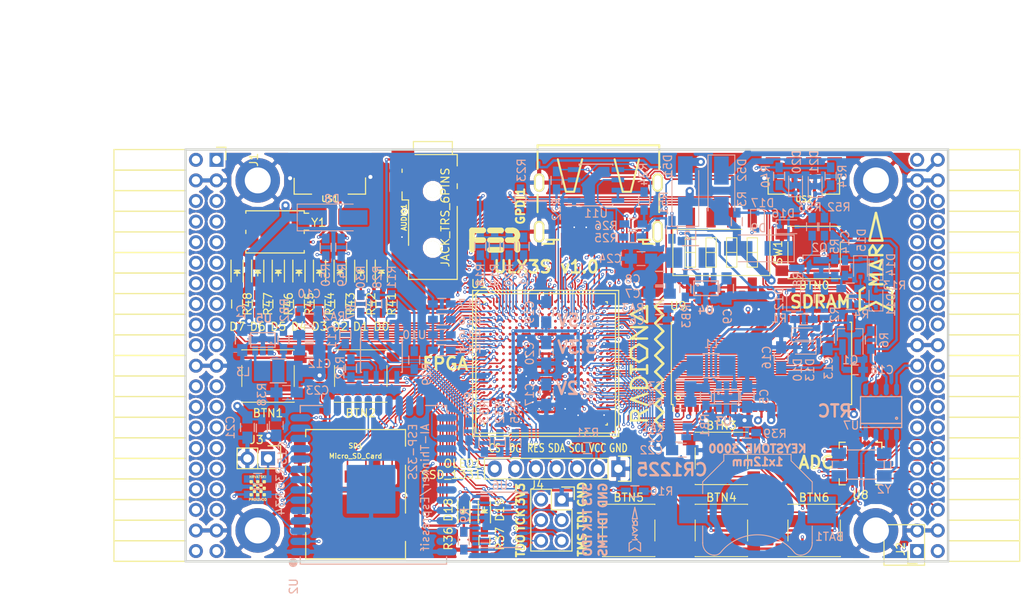
<source format=kicad_pcb>
(kicad_pcb (version 4) (host pcbnew 4.0.7+dfsg1-1)
  (layers (0 F.Cu signal) (1 In1.Cu signal) (2 In2.Cu signal) (31 B.Cu signal) (34 B.Paste user) (35 F.Paste user) (36 B.SilkS user) (37 F.SilkS user) (38 B.Mask user) (39 F.Mask user) (44 Edge.Cuts user))
  (net 0 "")
  (net 1 GND)
  (net 2 +5V)
  (net 3 /gpio/IN5V)
  (net 4 /gpio/OUT5V)
  (net 5 +3V3)
  (net 6 "Net-(L1-Pad1)")
  (net 7 "Net-(L2-Pad1)")
  (net 8 +1V2)
  (net 9 BTN_D)
  (net 10 BTN_F1)
  (net 11 BTN_F2)
  (net 12 BTN_L)
  (net 13 BTN_R)
  (net 14 BTN_U)
  (net 15 /power/FB1)
  (net 16 +2V5)
  (net 17 "Net-(L3-Pad1)")
  (net 18 /power/PWREN)
  (net 19 /power/FB3)
  (net 20 /power/FB2)
  (net 21 "Net-(D9-Pad1)")
  (net 22 /power/VBAT)
  (net 23 JTAG_TDI)
  (net 24 JTAG_TCK)
  (net 25 JTAG_TMS)
  (net 26 JTAG_TDO)
  (net 27 /power/WAKEUPn)
  (net 28 /power/WKUP)
  (net 29 /power/SHUT)
  (net 30 /power/WAKE)
  (net 31 /power/HOLD)
  (net 32 /power/WKn)
  (net 33 /power/OSCI_32k)
  (net 34 /power/OSCO_32k)
  (net 35 "Net-(Q2-Pad3)")
  (net 36 SHUTDOWN)
  (net 37 /analog/AUDIO_L)
  (net 38 /analog/AUDIO_R)
  (net 39 GPDI_5V_SCL)
  (net 40 GPDI_5V_SDA)
  (net 41 GPDI_SDA)
  (net 42 GPDI_SCL)
  (net 43 /gpdi/VREF2)
  (net 44 SD_CMD)
  (net 45 SD_CLK)
  (net 46 SD_D0)
  (net 47 SD_D1)
  (net 48 USB5V)
  (net 49 GPDI_CEC)
  (net 50 nRESET)
  (net 51 FTDI_nDTR)
  (net 52 SDRAM_CKE)
  (net 53 SDRAM_A7)
  (net 54 SDRAM_D15)
  (net 55 SDRAM_BA1)
  (net 56 SDRAM_D7)
  (net 57 SDRAM_A6)
  (net 58 SDRAM_CLK)
  (net 59 SDRAM_D13)
  (net 60 SDRAM_BA0)
  (net 61 SDRAM_D6)
  (net 62 SDRAM_A5)
  (net 63 SDRAM_D14)
  (net 64 SDRAM_A11)
  (net 65 SDRAM_D12)
  (net 66 SDRAM_D5)
  (net 67 SDRAM_A4)
  (net 68 SDRAM_A10)
  (net 69 SDRAM_D11)
  (net 70 SDRAM_A3)
  (net 71 SDRAM_D4)
  (net 72 SDRAM_D10)
  (net 73 SDRAM_D9)
  (net 74 SDRAM_A9)
  (net 75 SDRAM_D3)
  (net 76 SDRAM_D8)
  (net 77 SDRAM_A8)
  (net 78 SDRAM_A2)
  (net 79 SDRAM_A1)
  (net 80 SDRAM_A0)
  (net 81 SDRAM_D2)
  (net 82 SDRAM_D1)
  (net 83 SDRAM_D0)
  (net 84 SDRAM_DQM0)
  (net 85 SDRAM_nCS)
  (net 86 SDRAM_nRAS)
  (net 87 SDRAM_DQM1)
  (net 88 SDRAM_nCAS)
  (net 89 SDRAM_nWE)
  (net 90 /flash/FLASH_nWP)
  (net 91 /flash/FLASH_nHOLD)
  (net 92 /flash/FLASH_MOSI)
  (net 93 /flash/FLASH_MISO)
  (net 94 /flash/FLASH_SCK)
  (net 95 /flash/FLASH_nCS)
  (net 96 /flash/FPGA_PROGRAMN)
  (net 97 /flash/FPGA_DONE)
  (net 98 /flash/FPGA_INITN)
  (net 99 OLED_RES)
  (net 100 OLED_DC)
  (net 101 OLED_CS)
  (net 102 WIFI_EN)
  (net 103 FTDI_nRTS)
  (net 104 FTDI_TXD)
  (net 105 FTDI_RXD)
  (net 106 WIFI_RXD)
  (net 107 WIFI_GPIO0)
  (net 108 WIFI_TXD)
  (net 109 GPDI_ETH-)
  (net 110 GPDI_ETH+)
  (net 111 GPDI_D2+)
  (net 112 GPDI_D2-)
  (net 113 GPDI_D1+)
  (net 114 GPDI_D1-)
  (net 115 GPDI_D0+)
  (net 116 GPDI_D0-)
  (net 117 GPDI_CLK+)
  (net 118 GPDI_CLK-)
  (net 119 USB_FTDI_D+)
  (net 120 USB_FTDI_D-)
  (net 121 J1_17-)
  (net 122 J1_17+)
  (net 123 J1_23-)
  (net 124 J1_23+)
  (net 125 J1_25-)
  (net 126 J1_25+)
  (net 127 J1_27-)
  (net 128 J1_27+)
  (net 129 J1_29-)
  (net 130 J1_29+)
  (net 131 J1_31-)
  (net 132 J1_31+)
  (net 133 J1_33-)
  (net 134 J1_33+)
  (net 135 J1_35-)
  (net 136 J1_35+)
  (net 137 J2_5-)
  (net 138 J2_5+)
  (net 139 J2_7-)
  (net 140 J2_7+)
  (net 141 J2_9-)
  (net 142 J2_9+)
  (net 143 J2_13-)
  (net 144 J2_13+)
  (net 145 J2_17-)
  (net 146 J2_17+)
  (net 147 J2_11-)
  (net 148 J2_11+)
  (net 149 J2_23-)
  (net 150 J2_23+)
  (net 151 J1_5-)
  (net 152 J1_5+)
  (net 153 J1_7-)
  (net 154 J1_7+)
  (net 155 J1_9-)
  (net 156 J1_9+)
  (net 157 J1_11-)
  (net 158 J1_11+)
  (net 159 J1_13-)
  (net 160 J1_13+)
  (net 161 J1_15-)
  (net 162 J1_15+)
  (net 163 J2_15-)
  (net 164 J2_15+)
  (net 165 J2_25-)
  (net 166 J2_25+)
  (net 167 J2_27-)
  (net 168 J2_27+)
  (net 169 J2_29-)
  (net 170 J2_29+)
  (net 171 J2_31-)
  (net 172 J2_31+)
  (net 173 J2_33-)
  (net 174 J2_33+)
  (net 175 J2_35-)
  (net 176 J2_35+)
  (net 177 SD_D3)
  (net 178 AUDIO_L3)
  (net 179 AUDIO_L2)
  (net 180 AUDIO_L1)
  (net 181 AUDIO_L0)
  (net 182 AUDIO_R3)
  (net 183 AUDIO_R2)
  (net 184 AUDIO_R1)
  (net 185 AUDIO_R0)
  (net 186 OLED_CLK)
  (net 187 OLED_MOSI)
  (net 188 LED0)
  (net 189 LED1)
  (net 190 LED2)
  (net 191 LED3)
  (net 192 LED4)
  (net 193 LED5)
  (net 194 LED6)
  (net 195 LED7)
  (net 196 BTN_PWRn)
  (net 197 "Net-(J3-Pad1)")
  (net 198 FTDI_nTXLED)
  (net 199 FTDI_nSLEEP)
  (net 200 /blinkey/LED_PWREN)
  (net 201 /blinkey/LED_TXLED)
  (net 202 FT3V3)
  (net 203 /sdcard/SD3V3)
  (net 204 SD_D2)
  (net 205 CLK_25MHz)
  (net 206 /blinkey/BTNPUL)
  (net 207 /blinkey/BTNPUR)
  (net 208 USB_FPGA_D+)
  (net 209 /power/FTDI_nSUSPEND)
  (net 210 /blinkey/ALED0)
  (net 211 /blinkey/ALED1)
  (net 212 /blinkey/ALED2)
  (net 213 /blinkey/ALED3)
  (net 214 /blinkey/ALED4)
  (net 215 /blinkey/ALED5)
  (net 216 /blinkey/ALED6)
  (net 217 /blinkey/ALED7)
  (net 218 /usb/FTD-)
  (net 219 /usb/FTD+)
  (net 220 ADC_MISO)
  (net 221 ADC_MOSI)
  (net 222 ADC_CSn)
  (net 223 ADC_SCLK)
  (net 224 "Net-(R51-Pad2)")
  (net 225 SW3)
  (net 226 SW2)
  (net 227 SW1)
  (net 228 SW0)
  (net 229 USB_FPGA_D-)
  (net 230 /usb/FPD+)
  (net 231 /usb/FPD-)
  (net 232 WIFI_GPIO16)
  (net 233 WIFI_GPIO15)
  (net 234 /usb/ANT_433MHz)
  (net 235 /power/PWRBTn)
  (net 236 PROG_DONE)
  (module ESP32-footprints-Lib:ESP-32S (layer B.Cu) (at 117.313 101.513)
    (fp_text reference U2 (at -9.9 13.8 90) (layer B.SilkS) (effects (justify mirror)))
    (fp_text value ESP-32S)
    (fp_text user AI-Thinker/Espressif (at 6.3 1.6 270) (layer B.SilkS) (effects (justify mirror)))
    (fp_text user ESP-32S (at 4.8 -2.8 270) (layer B.SilkS) (effects (justify mirror)))
    (pad 38 smd oval (at 8.947434 9.517338 180) (size 2.5 0.9) (layers B.Cu B.Paste B.Mask) (net 1 GND))
    (pad 37 smd oval (at 8.947434 8.247338 180) (size 2.5 0.9) (layers B.Cu B.Paste B.Mask))
    (pad 36 smd oval (at 8.947434 6.977338 180) (size 2.5 0.9) (layers B.Cu B.Paste B.Mask) (net 236 PROG_DONE))
    (pad 35 smd oval (at 8.947434 5.707338 180) (size 2.5 0.9) (layers B.Cu B.Paste B.Mask) (net 108 WIFI_TXD))
    (pad 34 smd oval (at 8.947434 4.437338 180) (size 2.5 0.9) (layers B.Cu B.Paste B.Mask) (net 106 WIFI_RXD))
    (pad 33 smd oval (at 8.947434 3.167338 180) (size 2.5 0.9) (layers B.Cu B.Paste B.Mask) (net 25 JTAG_TMS))
    (pad 32 smd oval (at 8.947434 1.897338 180) (size 2.5 0.9) (layers B.Cu B.Paste B.Mask))
    (pad 31 smd oval (at 8.947434 0.627338 180) (size 2.5 0.9) (layers B.Cu B.Paste B.Mask) (net 23 JTAG_TDI))
    (pad 30 smd oval (at 8.947434 -0.642662 180) (size 2.5 0.9) (layers B.Cu B.Paste B.Mask) (net 24 JTAG_TCK))
    (pad 29 smd oval (at 8.947434 -1.912662 180) (size 2.5 0.9) (layers B.Cu B.Paste B.Mask))
    (pad 28 smd oval (at 8.947434 -3.182662 180) (size 2.5 0.9) (layers B.Cu B.Paste B.Mask) (net 26 JTAG_TDO))
    (pad 27 smd oval (at 8.947434 -4.452662 180) (size 2.5 0.9) (layers B.Cu B.Paste B.Mask) (net 232 WIFI_GPIO16))
    (pad 26 smd oval (at 8.947434 -5.722662 180) (size 2.5 0.9) (layers B.Cu B.Paste B.Mask))
    (pad 25 smd oval (at 8.947434 -6.992662 180) (size 2.5 0.9) (layers B.Cu B.Paste B.Mask) (net 107 WIFI_GPIO0))
    (pad 24 smd oval (at 5.662434 -8.482662 180) (size 0.9 2.5) (layers B.Cu B.Paste B.Mask))
    (pad 23 smd oval (at 4.392434 -8.482662 180) (size 0.9 2.5) (layers B.Cu B.Paste B.Mask) (net 233 WIFI_GPIO15))
    (pad 22 smd oval (at 3.122434 -8.482662 180) (size 0.9 2.5) (layers B.Cu B.Paste B.Mask) (net 47 SD_D1))
    (pad 21 smd oval (at 1.852434 -8.482662 180) (size 0.9 2.5) (layers B.Cu B.Paste B.Mask) (net 46 SD_D0))
    (pad 20 smd oval (at 0.582434 -8.482662 180) (size 0.9 2.5) (layers B.Cu B.Paste B.Mask) (net 45 SD_CLK))
    (pad 19 smd oval (at -0.687566 -8.482662 180) (size 0.9 2.5) (layers B.Cu B.Paste B.Mask) (net 44 SD_CMD))
    (pad 18 smd oval (at -1.957566 -8.482662 180) (size 0.9 2.5) (layers B.Cu B.Paste B.Mask))
    (pad 17 smd oval (at -3.227566 -8.482662 180) (size 0.9 2.5) (layers B.Cu B.Paste B.Mask))
    (pad 16 smd oval (at -4.497566 -8.482662 180) (size 0.9 2.5) (layers B.Cu B.Paste B.Mask) (net 127 J1_27-))
    (pad 15 smd oval (at -5.767566 -8.482662 180) (size 0.9 2.5) (layers B.Cu B.Paste B.Mask) (net 1 GND))
    (pad 14 smd oval (at -9.052566 -6.992662 180) (size 2.5 0.9) (layers B.Cu B.Paste B.Mask) (net 128 J1_27+))
    (pad 13 smd oval (at -9.052566 -5.722662 180) (size 2.5 0.9) (layers B.Cu B.Paste B.Mask) (net 129 J1_29-))
    (pad 12 smd oval (at -9.052566 -4.452662 180) (size 2.5 0.9) (layers B.Cu B.Paste B.Mask) (net 130 J1_29+))
    (pad 11 smd oval (at -9.052566 -3.182662 180) (size 2.5 0.9) (layers B.Cu B.Paste B.Mask) (net 131 J1_31-))
    (pad 10 smd oval (at -9.052566 -1.912662 180) (size 2.5 0.9) (layers B.Cu B.Paste B.Mask) (net 132 J1_31+))
    (pad 9 smd oval (at -9.052566 -0.642662 180) (size 2.5 0.9) (layers B.Cu B.Paste B.Mask) (net 133 J1_33-))
    (pad 8 smd oval (at -9.052566 0.627338 180) (size 2.5 0.9) (layers B.Cu B.Paste B.Mask) (net 134 J1_33+))
    (pad 7 smd oval (at -9.052566 1.897338 180) (size 2.5 0.9) (layers B.Cu B.Paste B.Mask) (net 135 J1_35-))
    (pad 6 smd oval (at -9.052566 3.167338 180) (size 2.5 0.9) (layers B.Cu B.Paste B.Mask) (net 136 J1_35+))
    (pad 5 smd oval (at -9.052566 4.437338 180) (size 2.5 0.9) (layers B.Cu B.Paste B.Mask))
    (pad 4 smd oval (at -9.052566 5.707338 180) (size 2.5 0.9) (layers B.Cu B.Paste B.Mask))
    (pad 3 smd oval (at -9.052566 6.977338 180) (size 2.5 0.9) (layers B.Cu B.Paste B.Mask) (net 102 WIFI_EN))
    (pad 2 smd oval (at -9.052566 8.247338 180) (size 2.5 0.9) (layers B.Cu B.Paste B.Mask) (net 5 +3V3))
    (pad 1 smd oval (at -9.052566 9.517338 180) (size 2.5 0.9) (layers B.Cu B.Paste B.Mask) (net 1 GND))
    (pad 39 smd rect (at -0.352566 1.817338 180) (size 6 6) (layers B.Cu B.Paste B.Mask) (net 1 GND))
  )
  (module Diodes_SMD:D_SMA_Handsoldering (layer B.Cu) (at 155.695 66.5 90)
    (fp_text reference D51 (at 3.048 -2.159 90) (layer B.SilkS) (effects (justify mirror)))
    (fp_text value STPS2L30AF hide)
    (pad 1 smd rect (at -2.5 0 90) (size 3.5 1.8) (layers B.Cu B.Paste B.Mask) (net 2 +5V))
    (pad 2 smd rect (at 2.5 0 90) (size 3.5 1.8) (layers B.Cu B.Paste B.Mask) (net 3 /gpio/IN5V))
  )
  (module Resistors_SMD:R_0603_HandSoldering (layer B.Cu) (at 154.044 71.326 90)
    (fp_text reference R51 (at 3.302 -1.016 90) (layer B.SilkS) (effects (justify mirror)))
    (fp_text value 220)
    (pad 1 smd rect (at -1.1 0 90) (size 1.2 0.9) (layers B.Cu B.Paste B.Mask) (net 5 +3V3))
    (pad 2 smd rect (at 1.1 0 90) (size 1.2 0.9) (layers B.Cu B.Paste B.Mask) (net 224 "Net-(R51-Pad2)"))
  )
  (module Resistors_SMD:R_1210_HandSoldering (layer B.Cu) (at 158.87 88.09 180)
    (fp_text reference L1 (at 0 2.7 180) (layer B.SilkS) (effects (justify mirror)))
    (fp_text value 2.2uH)
    (pad 1 smd rect (at -2 0 180) (size 2 2.5) (layers B.Cu B.Paste B.Mask) (net 6 "Net-(L1-Pad1)"))
    (pad 2 smd rect (at 2 0 180) (size 2 2.5) (layers B.Cu B.Paste B.Mask) (net 8 +1V2))
  )
  (module TSOT-25:TSOT-25 (layer B.Cu) (at 160.775 91.9)
    (fp_text reference U3 (at -0.381 3.048) (layer B.SilkS) (effects (font (thickness 0.2)) (justify mirror)))
    (fp_text value AP3429A)
    (pad 1 smd rect (at -0.95 -1.3) (size 0.7 1.2) (layers B.Cu B.Paste B.Mask) (net 18 /power/PWREN))
    (pad 2 smd rect (at 0 -1.3) (size 0.7 1.2) (layers B.Cu B.Paste B.Mask) (net 1 GND))
    (pad 3 smd rect (at 0.95 -1.3) (size 0.7 1.2) (layers B.Cu B.Paste B.Mask) (net 6 "Net-(L1-Pad1)"))
    (pad 4 smd rect (at 0.95 1.3) (size 0.7 1.2) (layers B.Cu B.Paste B.Mask) (net 2 +5V))
    (pad 5 smd rect (at -0.95 1.3) (size 0.7 1.2) (layers B.Cu B.Paste B.Mask) (net 15 /power/FB1))
  )
  (module Resistors_SMD:R_1210_HandSoldering (layer B.Cu) (at 156.33 74.755 180)
    (fp_text reference L2 (at 0 2.7 180) (layer B.SilkS) (effects (justify mirror)))
    (fp_text value 2.2uH)
    (pad 1 smd rect (at -2 0 180) (size 2 2.5) (layers B.Cu B.Paste B.Mask) (net 7 "Net-(L2-Pad1)"))
    (pad 2 smd rect (at 2 0 180) (size 2 2.5) (layers B.Cu B.Paste B.Mask) (net 5 +3V3))
  )
  (module TSOT-25:TSOT-25 (layer B.Cu) (at 158.235 78.535)
    (fp_text reference U4 (at 0 2.697) (layer B.SilkS) (effects (font (thickness 0.2)) (justify mirror)))
    (fp_text value AP3429A)
    (pad 1 smd rect (at -0.95 -1.3) (size 0.7 1.2) (layers B.Cu B.Paste B.Mask) (net 18 /power/PWREN))
    (pad 2 smd rect (at 0 -1.3) (size 0.7 1.2) (layers B.Cu B.Paste B.Mask) (net 1 GND))
    (pad 3 smd rect (at 0.95 -1.3) (size 0.7 1.2) (layers B.Cu B.Paste B.Mask) (net 7 "Net-(L2-Pad1)"))
    (pad 4 smd rect (at 0.95 1.3) (size 0.7 1.2) (layers B.Cu B.Paste B.Mask) (net 2 +5V))
    (pad 5 smd rect (at -0.95 1.3) (size 0.7 1.2) (layers B.Cu B.Paste B.Mask) (net 19 /power/FB3))
  )
  (module LEDs:LED_0805 (layer F.Cu) (at 118.23 76.66 270)
    (fp_text reference D0 (at 6.604 0 360) (layer F.SilkS))
    (fp_text value LED hide)
    (pad 2 smd rect (at 1.04902 0 90) (size 1.19888 1.19888) (layers F.Cu F.Paste F.Mask) (net 210 /blinkey/ALED0))
    (pad 1 smd rect (at -1.04902 0 90) (size 1.19888 1.19888) (layers F.Cu F.Paste F.Mask) (net 1 GND))
  )
  (module LEDs:LED_0805 (layer F.Cu) (at 115.69 76.66 270)
    (fp_text reference D1 (at 6.604 0 360) (layer F.SilkS))
    (fp_text value LED hide)
    (pad 2 smd rect (at 1.04902 0 90) (size 1.19888 1.19888) (layers F.Cu F.Paste F.Mask) (net 211 /blinkey/ALED1))
    (pad 1 smd rect (at -1.04902 0 90) (size 1.19888 1.19888) (layers F.Cu F.Paste F.Mask) (net 1 GND))
  )
  (module LEDs:LED_0805 (layer F.Cu) (at 113.15 76.66 270)
    (fp_text reference D2 (at 6.604 0 360) (layer F.SilkS))
    (fp_text value LED hide)
    (pad 2 smd rect (at 1.04902 0 90) (size 1.19888 1.19888) (layers F.Cu F.Paste F.Mask) (net 212 /blinkey/ALED2))
    (pad 1 smd rect (at -1.04902 0 90) (size 1.19888 1.19888) (layers F.Cu F.Paste F.Mask) (net 1 GND))
  )
  (module LEDs:LED_0805 (layer F.Cu) (at 110.61 76.66 270)
    (fp_text reference D3 (at 6.604 0 360) (layer F.SilkS))
    (fp_text value LED hide)
    (pad 2 smd rect (at 1.04902 0 90) (size 1.19888 1.19888) (layers F.Cu F.Paste F.Mask) (net 213 /blinkey/ALED3))
    (pad 1 smd rect (at -1.04902 0 90) (size 1.19888 1.19888) (layers F.Cu F.Paste F.Mask) (net 1 GND))
  )
  (module LEDs:LED_0805 (layer F.Cu) (at 108.07 76.66 270)
    (fp_text reference D4 (at 6.604 0 360) (layer F.SilkS))
    (fp_text value LED hide)
    (pad 2 smd rect (at 1.04902 0 90) (size 1.19888 1.19888) (layers F.Cu F.Paste F.Mask) (net 214 /blinkey/ALED4))
    (pad 1 smd rect (at -1.04902 0 90) (size 1.19888 1.19888) (layers F.Cu F.Paste F.Mask) (net 1 GND))
  )
  (module LEDs:LED_0805 (layer F.Cu) (at 105.53 76.66 270)
    (fp_text reference D5 (at 6.604 0 360) (layer F.SilkS))
    (fp_text value LED hide)
    (pad 2 smd rect (at 1.04902 0 90) (size 1.19888 1.19888) (layers F.Cu F.Paste F.Mask) (net 215 /blinkey/ALED5))
    (pad 1 smd rect (at -1.04902 0 90) (size 1.19888 1.19888) (layers F.Cu F.Paste F.Mask) (net 1 GND))
  )
  (module LEDs:LED_0805 (layer F.Cu) (at 102.99 76.66 270)
    (fp_text reference D6 (at 6.604 0 360) (layer F.SilkS))
    (fp_text value LED hide)
    (pad 2 smd rect (at 1.04902 0 90) (size 1.19888 1.19888) (layers F.Cu F.Paste F.Mask) (net 216 /blinkey/ALED6))
    (pad 1 smd rect (at -1.04902 0 90) (size 1.19888 1.19888) (layers F.Cu F.Paste F.Mask) (net 1 GND))
  )
  (module LEDs:LED_0805 (layer F.Cu) (at 100.45 76.66 270)
    (fp_text reference D7 (at 6.604 0 360) (layer F.SilkS))
    (fp_text value LED hide)
    (pad 2 smd rect (at 1.04902 0 90) (size 1.19888 1.19888) (layers F.Cu F.Paste F.Mask) (net 217 /blinkey/ALED7))
    (pad 1 smd rect (at -1.04902 0 90) (size 1.19888 1.19888) (layers F.Cu F.Paste F.Mask) (net 1 GND))
  )
  (module Resistors_SMD:R_1210_HandSoldering (layer B.Cu) (at 105.53 88.725)
    (fp_text reference L3 (at -4.318 0.127) (layer B.SilkS) (effects (justify mirror)))
    (fp_text value 2.2uH)
    (pad 1 smd rect (at -2 0) (size 2 2.5) (layers B.Cu B.Paste B.Mask) (net 17 "Net-(L3-Pad1)"))
    (pad 2 smd rect (at 2 0) (size 2 2.5) (layers B.Cu B.Paste B.Mask) (net 16 +2V5))
  )
  (module TSOT-25:TSOT-25 (layer B.Cu) (at 103.625 84.915 180)
    (fp_text reference U5 (at -0.127 2.667 180) (layer B.SilkS) (effects (font (thickness 0.2)) (justify mirror)))
    (fp_text value AP3429A)
    (pad 1 smd rect (at -0.95 -1.3 180) (size 0.7 1.2) (layers B.Cu B.Paste B.Mask) (net 18 /power/PWREN))
    (pad 2 smd rect (at 0 -1.3 180) (size 0.7 1.2) (layers B.Cu B.Paste B.Mask) (net 1 GND))
    (pad 3 smd rect (at 0.95 -1.3 180) (size 0.7 1.2) (layers B.Cu B.Paste B.Mask) (net 17 "Net-(L3-Pad1)"))
    (pad 4 smd rect (at 0.95 1.3 180) (size 0.7 1.2) (layers B.Cu B.Paste B.Mask) (net 2 +5V))
    (pad 5 smd rect (at -0.95 1.3 180) (size 0.7 1.2) (layers B.Cu B.Paste B.Mask) (net 20 /power/FB2))
  )
  (module Capacitors_SMD:C_0805_HandSoldering (layer B.Cu) (at 101.085 84.915 270)
    (fp_text reference C1 (at -3.429 0.127 270) (layer B.SilkS) (effects (justify mirror)))
    (fp_text value 22uF)
    (pad 1 smd rect (at -1.25 0 270) (size 1.5 1.25) (layers B.Cu B.Paste B.Mask) (net 2 +5V))
    (pad 2 smd rect (at 1.25 0 270) (size 1.5 1.25) (layers B.Cu B.Paste B.Mask) (net 1 GND))
  )
  (module Capacitors_SMD:C_0805_HandSoldering (layer B.Cu) (at 155.06 90.63)
    (fp_text reference C3 (at -3.048 0) (layer B.SilkS) (effects (justify mirror)))
    (fp_text value 22uF)
    (pad 1 smd rect (at -1.25 0) (size 1.5 1.25) (layers B.Cu B.Paste B.Mask) (net 8 +1V2))
    (pad 2 smd rect (at 1.25 0) (size 1.5 1.25) (layers B.Cu B.Paste B.Mask) (net 1 GND))
  )
  (module Capacitors_SMD:C_0805_HandSoldering (layer B.Cu) (at 155.06 92.535)
    (fp_text reference C4 (at -3.048 0.127) (layer B.SilkS) (effects (justify mirror)))
    (fp_text value 22uF)
    (pad 1 smd rect (at -1.25 0) (size 1.5 1.25) (layers B.Cu B.Paste B.Mask) (net 8 +1V2))
    (pad 2 smd rect (at 1.25 0) (size 1.5 1.25) (layers B.Cu B.Paste B.Mask) (net 1 GND))
  )
  (module Capacitors_SMD:C_0805_HandSoldering (layer B.Cu) (at 163.315 91.9 90)
    (fp_text reference C5 (at 0 2.1 90) (layer B.SilkS) (effects (justify mirror)))
    (fp_text value 22uF)
    (pad 1 smd rect (at -1.25 0 90) (size 1.5 1.25) (layers B.Cu B.Paste B.Mask) (net 2 +5V))
    (pad 2 smd rect (at 1.25 0 90) (size 1.5 1.25) (layers B.Cu B.Paste B.Mask) (net 1 GND))
  )
  (module Capacitors_SMD:C_0805_HandSoldering (layer B.Cu) (at 152.52 79.2)
    (fp_text reference C7 (at -3.302 0) (layer B.SilkS) (effects (justify mirror)))
    (fp_text value 22uF)
    (pad 1 smd rect (at -1.25 0) (size 1.5 1.25) (layers B.Cu B.Paste B.Mask) (net 5 +3V3))
    (pad 2 smd rect (at 1.25 0) (size 1.5 1.25) (layers B.Cu B.Paste B.Mask) (net 1 GND))
  )
  (module Capacitors_SMD:C_0805_HandSoldering (layer B.Cu) (at 152.52 77.295)
    (fp_text reference C8 (at -3.302 0.127) (layer B.SilkS) (effects (justify mirror)))
    (fp_text value 22uF)
    (pad 1 smd rect (at -1.25 0) (size 1.5 1.25) (layers B.Cu B.Paste B.Mask) (net 5 +3V3))
    (pad 2 smd rect (at 1.25 0) (size 1.5 1.25) (layers B.Cu B.Paste B.Mask) (net 1 GND))
  )
  (module Capacitors_SMD:C_0805_HandSoldering (layer B.Cu) (at 160.775 78.565 90)
    (fp_text reference C9 (at -3.429 0.127 90) (layer B.SilkS) (effects (justify mirror)))
    (fp_text value 22uF)
    (pad 1 smd rect (at -1.25 0 90) (size 1.5 1.25) (layers B.Cu B.Paste B.Mask) (net 2 +5V))
    (pad 2 smd rect (at 1.25 0 90) (size 1.5 1.25) (layers B.Cu B.Paste B.Mask) (net 1 GND))
  )
  (module Capacitors_SMD:C_0805_HandSoldering (layer B.Cu) (at 109.34 84.28 180)
    (fp_text reference C11 (at -2.794 -0.254 270) (layer B.SilkS) (effects (justify mirror)))
    (fp_text value 22uF)
    (pad 1 smd rect (at -1.25 0 180) (size 1.5 1.25) (layers B.Cu B.Paste B.Mask) (net 16 +2V5))
    (pad 2 smd rect (at 1.25 0 180) (size 1.5 1.25) (layers B.Cu B.Paste B.Mask) (net 1 GND))
  )
  (module Capacitors_SMD:C_0805_HandSoldering (layer B.Cu) (at 109.34 86.185 180)
    (fp_text reference C12 (at -1.27 -1.651 360) (layer B.SilkS) (effects (justify mirror)))
    (fp_text value 22uF)
    (pad 1 smd rect (at -1.25 0 180) (size 1.5 1.25) (layers B.Cu B.Paste B.Mask) (net 16 +2V5))
    (pad 2 smd rect (at 1.25 0 180) (size 1.5 1.25) (layers B.Cu B.Paste B.Mask) (net 1 GND))
  )
  (module Power_Integrations:SO-8 (layer B.Cu) (at 179.825 93.805 180)
    (fp_text reference U7 (at 3.683 -1.651 180) (layer B.SilkS) (effects (justify mirror)))
    (fp_text value PCF8523)
    (pad 1 smd oval (at -1.905 -2.794 180) (size 0.6096 1.4732) (layers B.Cu B.Paste B.Mask) (net 33 /power/OSCI_32k))
    (pad 2 smd oval (at -0.635 -2.794 180) (size 0.6096 1.4732) (layers B.Cu B.Paste B.Mask) (net 34 /power/OSCO_32k))
    (pad 3 smd oval (at 0.635 -2.794 180) (size 0.6096 1.4732) (layers B.Cu B.Paste B.Mask) (net 22 /power/VBAT))
    (pad 4 smd oval (at 1.905 -2.794 180) (size 0.6096 1.4732) (layers B.Cu B.Paste B.Mask) (net 1 GND))
    (pad 5 smd oval (at 1.905 2.794 180) (size 0.6096 1.4732) (layers B.Cu B.Paste B.Mask) (net 41 GPDI_SDA))
    (pad 6 smd oval (at 0.635 2.794 180) (size 0.6096 1.4732) (layers B.Cu B.Paste B.Mask) (net 42 GPDI_SCL))
    (pad 7 smd oval (at -0.635 2.794 180) (size 0.6096 1.4732) (layers B.Cu B.Paste B.Mask) (net 27 /power/WAKEUPn))
    (pad 8 smd oval (at -1.905 2.794 180) (size 0.6096 1.4732) (layers B.Cu B.Paste B.Mask) (net 5 +3V3))
  )
  (module Capacitors_SMD:C_0805_HandSoldering (layer B.Cu) (at 173.221 84.788 90)
    (fp_text reference C13 (at -3.556 0.127 90) (layer B.SilkS) (effects (justify mirror)))
    (fp_text value 2.2uF)
    (pad 1 smd rect (at -1.25 0 90) (size 1.5 1.25) (layers B.Cu B.Paste B.Mask) (net 2 +5V))
    (pad 2 smd rect (at 1.25 0 90) (size 1.5 1.25) (layers B.Cu B.Paste B.Mask) (net 28 /power/WKUP))
  )
  (module TSOP54:TSOP54 (layer F.Cu) (at 165.08 87.8 90)
    (fp_text reference U9 (at 7.076 -10.274 180) (layer F.SilkS))
    (fp_text value MT48LC16M16A2TG)
    (pad 28 smd rect (at 5.53 10.4 90) (size 0.9 0.56) (layers F.Cu F.Paste F.Mask) (net 1 GND))
    (pad 1 smd rect (at -5.53 -10.4 90) (size 0.9 0.56) (layers F.Cu F.Paste F.Mask) (net 5 +3V3))
    (pad 2 smd rect (at -5.53 -9.6 90) (size 0.9 0.56) (layers F.Cu F.Paste F.Mask) (net 83 SDRAM_D0))
    (pad 3 smd rect (at -5.53 -8.8 90) (size 0.9 0.56) (layers F.Cu F.Paste F.Mask) (net 5 +3V3))
    (pad 4 smd rect (at -5.53 -8 90) (size 0.9 0.56) (layers F.Cu F.Paste F.Mask) (net 82 SDRAM_D1))
    (pad 5 smd rect (at -5.53 -7.2 90) (size 0.9 0.56) (layers F.Cu F.Paste F.Mask) (net 81 SDRAM_D2))
    (pad 6 smd rect (at -5.53 -6.4 90) (size 0.9 0.56) (layers F.Cu F.Paste F.Mask) (net 1 GND))
    (pad 7 smd rect (at -5.53 -5.6 90) (size 0.9 0.56) (layers F.Cu F.Paste F.Mask) (net 75 SDRAM_D3))
    (pad 8 smd rect (at -5.53 -4.8 90) (size 0.9 0.56) (layers F.Cu F.Paste F.Mask) (net 71 SDRAM_D4))
    (pad 9 smd rect (at -5.53 -4 90) (size 0.9 0.56) (layers F.Cu F.Paste F.Mask) (net 5 +3V3))
    (pad 10 smd rect (at -5.53 -3.2 90) (size 0.9 0.56) (layers F.Cu F.Paste F.Mask) (net 66 SDRAM_D5))
    (pad 11 smd rect (at -5.53 -2.4 90) (size 0.9 0.56) (layers F.Cu F.Paste F.Mask) (net 61 SDRAM_D6))
    (pad 12 smd rect (at -5.53 -1.6 90) (size 0.9 0.56) (layers F.Cu F.Paste F.Mask) (net 1 GND))
    (pad 13 smd rect (at -5.53 -0.8 90) (size 0.9 0.56) (layers F.Cu F.Paste F.Mask) (net 56 SDRAM_D7))
    (pad 14 smd rect (at -5.53 0 90) (size 0.9 0.56) (layers F.Cu F.Paste F.Mask) (net 5 +3V3))
    (pad 15 smd rect (at -5.53 0.8 90) (size 0.9 0.56) (layers F.Cu F.Paste F.Mask) (net 84 SDRAM_DQM0))
    (pad 16 smd rect (at -5.53 1.6 90) (size 0.9 0.56) (layers F.Cu F.Paste F.Mask) (net 89 SDRAM_nWE))
    (pad 17 smd rect (at -5.53 2.4 90) (size 0.9 0.56) (layers F.Cu F.Paste F.Mask) (net 88 SDRAM_nCAS))
    (pad 18 smd rect (at -5.53 3.2 90) (size 0.9 0.56) (layers F.Cu F.Paste F.Mask) (net 86 SDRAM_nRAS))
    (pad 19 smd rect (at -5.53 4 90) (size 0.9 0.56) (layers F.Cu F.Paste F.Mask) (net 85 SDRAM_nCS))
    (pad 20 smd rect (at -5.53 4.8 90) (size 0.9 0.56) (layers F.Cu F.Paste F.Mask) (net 60 SDRAM_BA0))
    (pad 21 smd rect (at -5.53 5.6 90) (size 0.9 0.56) (layers F.Cu F.Paste F.Mask) (net 55 SDRAM_BA1))
    (pad 22 smd rect (at -5.53 6.4 90) (size 0.9 0.56) (layers F.Cu F.Paste F.Mask) (net 68 SDRAM_A10))
    (pad 23 smd rect (at -5.53 7.2 90) (size 0.9 0.56) (layers F.Cu F.Paste F.Mask) (net 80 SDRAM_A0))
    (pad 24 smd rect (at -5.53 8 90) (size 0.9 0.56) (layers F.Cu F.Paste F.Mask) (net 79 SDRAM_A1))
    (pad 25 smd rect (at -5.53 8.8 90) (size 0.9 0.56) (layers F.Cu F.Paste F.Mask) (net 78 SDRAM_A2))
    (pad 26 smd rect (at -5.53 9.6 90) (size 0.9 0.56) (layers F.Cu F.Paste F.Mask) (net 70 SDRAM_A3))
    (pad 27 smd rect (at -5.53 10.4 90) (size 0.9 0.56) (layers F.Cu F.Paste F.Mask) (net 5 +3V3))
    (pad 29 smd rect (at 5.53 9.6 90) (size 0.9 0.56) (layers F.Cu F.Paste F.Mask) (net 67 SDRAM_A4))
    (pad 30 smd rect (at 5.53 8.8 90) (size 0.9 0.56) (layers F.Cu F.Paste F.Mask) (net 62 SDRAM_A5))
    (pad 31 smd rect (at 5.53 8 90) (size 0.9 0.56) (layers F.Cu F.Paste F.Mask) (net 57 SDRAM_A6))
    (pad 32 smd rect (at 5.53 7.2 90) (size 0.9 0.56) (layers F.Cu F.Paste F.Mask) (net 53 SDRAM_A7))
    (pad 33 smd rect (at 5.53 6.4 90) (size 0.9 0.56) (layers F.Cu F.Paste F.Mask) (net 77 SDRAM_A8))
    (pad 34 smd rect (at 5.53 5.6 90) (size 0.9 0.56) (layers F.Cu F.Paste F.Mask) (net 74 SDRAM_A9))
    (pad 35 smd rect (at 5.53 4.8 90) (size 0.9 0.56) (layers F.Cu F.Paste F.Mask) (net 64 SDRAM_A11))
    (pad 36 smd rect (at 5.53 4 90) (size 0.9 0.56) (layers F.Cu F.Paste F.Mask))
    (pad 37 smd rect (at 5.53 3.2 90) (size 0.9 0.56) (layers F.Cu F.Paste F.Mask) (net 52 SDRAM_CKE))
    (pad 38 smd rect (at 5.53 2.4 90) (size 0.9 0.56) (layers F.Cu F.Paste F.Mask) (net 58 SDRAM_CLK))
    (pad 39 smd rect (at 5.53 1.6 90) (size 0.9 0.56) (layers F.Cu F.Paste F.Mask) (net 87 SDRAM_DQM1))
    (pad 40 smd rect (at 5.53 0.8 90) (size 0.9 0.56) (layers F.Cu F.Paste F.Mask))
    (pad 41 smd rect (at 5.53 0 90) (size 0.9 0.56) (layers F.Cu F.Paste F.Mask) (net 1 GND))
    (pad 42 smd rect (at 5.53 -0.8 90) (size 0.9 0.56) (layers F.Cu F.Paste F.Mask) (net 76 SDRAM_D8))
    (pad 43 smd rect (at 5.53 -1.6 90) (size 0.9 0.56) (layers F.Cu F.Paste F.Mask) (net 5 +3V3))
    (pad 44 smd rect (at 5.53 -2.4 90) (size 0.9 0.56) (layers F.Cu F.Paste F.Mask) (net 73 SDRAM_D9))
    (pad 45 smd rect (at 5.53 -3.2 90) (size 0.9 0.56) (layers F.Cu F.Paste F.Mask) (net 72 SDRAM_D10))
    (pad 46 smd rect (at 5.53 -4 90) (size 0.9 0.56) (layers F.Cu F.Paste F.Mask) (net 1 GND))
    (pad 47 smd rect (at 5.53 -4.8 90) (size 0.9 0.56) (layers F.Cu F.Paste F.Mask) (net 69 SDRAM_D11))
    (pad 48 smd rect (at 5.53 -5.6 90) (size 0.9 0.56) (layers F.Cu F.Paste F.Mask) (net 65 SDRAM_D12))
    (pad 49 smd rect (at 5.53 -6.4 90) (size 0.9 0.56) (layers F.Cu F.Paste F.Mask) (net 5 +3V3))
    (pad 50 smd rect (at 5.53 -7.2 90) (size 0.9 0.56) (layers F.Cu F.Paste F.Mask) (net 59 SDRAM_D13))
    (pad 51 smd rect (at 5.53 -8 90) (size 0.9 0.56) (layers F.Cu F.Paste F.Mask) (net 63 SDRAM_D14))
    (pad 52 smd rect (at 5.53 -8.8 90) (size 0.9 0.56) (layers F.Cu F.Paste F.Mask) (net 1 GND))
    (pad 53 smd rect (at 5.53 -9.6 90) (size 0.9 0.56) (layers F.Cu F.Paste F.Mask) (net 54 SDRAM_D15))
    (pad 54 smd rect (at 5.53 -10.4 90) (size 0.9 0.56) (layers F.Cu F.Paste F.Mask) (net 1 GND))
  )
  (module TO_SOT_Packages_SMD:SOT-23_Handsoldering (layer B.Cu) (at 176.015 84.28 90)
    (fp_text reference Q1 (at -3.1115 0 180) (layer B.SilkS) (effects (justify mirror)))
    (fp_text value BC857)
    (pad 1 smd rect (at -1.5 0.95 90) (size 1.9 0.8) (layers B.Cu B.Paste B.Mask) (net 32 /power/WKn))
    (pad 2 smd rect (at -1.5 -0.95 90) (size 1.9 0.8) (layers B.Cu B.Paste B.Mask) (net 2 +5V))
    (pad 3 smd rect (at 1.5 0 90) (size 1.9 0.8) (layers B.Cu B.Paste B.Mask) (net 28 /power/WKUP))
  )
  (module TO_SOT_Packages_SMD:SOT-23_Handsoldering (layer B.Cu) (at 170.935 76.025 180)
    (fp_text reference Q2 (at -1.295 2.5 180) (layer B.SilkS) (effects (justify mirror)))
    (fp_text value 2N7002)
    (pad 1 smd rect (at -1.5 0.95 180) (size 1.9 0.8) (layers B.Cu B.Paste B.Mask) (net 29 /power/SHUT))
    (pad 2 smd rect (at -1.5 -0.95 180) (size 1.9 0.8) (layers B.Cu B.Paste B.Mask) (net 1 GND))
    (pad 3 smd rect (at 1.5 0 180) (size 1.9 0.8) (layers B.Cu B.Paste B.Mask) (net 35 "Net-(Q2-Pad3)"))
  )
  (module Capacitors_SMD:C_0603_HandSoldering (layer B.Cu) (at 154.86 96.91)
    (fp_text reference C2 (at -2.848 0.07) (layer B.SilkS) (effects (justify mirror)))
    (fp_text value 470pF)
    (pad 1 smd rect (at -0.95 0) (size 1.2 0.75) (layers B.Cu B.Paste B.Mask) (net 8 +1V2))
    (pad 2 smd rect (at 0.95 0) (size 1.2 0.75) (layers B.Cu B.Paste B.Mask) (net 15 /power/FB1))
  )
  (module Capacitors_SMD:C_0603_HandSoldering (layer B.Cu) (at 152.52 82.375)
    (fp_text reference C6 (at -2.794 0.127) (layer B.SilkS) (effects (justify mirror)))
    (fp_text value 470pF)
    (pad 1 smd rect (at -0.95 0) (size 1.2 0.75) (layers B.Cu B.Paste B.Mask) (net 5 +3V3))
    (pad 2 smd rect (at 0.95 0) (size 1.2 0.75) (layers B.Cu B.Paste B.Mask) (net 19 /power/FB3))
  )
  (module Capacitors_SMD:C_0603_HandSoldering (layer B.Cu) (at 109.34 81.105 180)
    (fp_text reference C10 (at 0 1.9 180) (layer B.SilkS) (effects (justify mirror)))
    (fp_text value 470pF)
    (pad 1 smd rect (at -0.95 0 180) (size 1.2 0.75) (layers B.Cu B.Paste B.Mask) (net 16 +2V5))
    (pad 2 smd rect (at 0.95 0 180) (size 1.2 0.75) (layers B.Cu B.Paste B.Mask) (net 20 /power/FB2))
  )
  (module Capacitors_SMD:C_0603_HandSoldering (layer B.Cu) (at 175.38 76.025 270)
    (fp_text reference C14 (at -3.175 0 270) (layer B.SilkS) (effects (justify mirror)))
    (fp_text value 100nF)
    (pad 1 smd rect (at -0.95 0 270) (size 1.2 0.75) (layers B.Cu B.Paste B.Mask) (net 29 /power/SHUT))
    (pad 2 smd rect (at 0.95 0 270) (size 1.2 0.75) (layers B.Cu B.Paste B.Mask) (net 1 GND))
  )
  (module Resistors_SMD:R_0603_HandSoldering (layer B.Cu) (at 170.3 82.375)
    (fp_text reference R1 (at -3.048 -0.127) (layer B.SilkS) (effects (justify mirror)))
    (fp_text value 15k)
    (pad 1 smd rect (at -1.1 0) (size 1.2 0.9) (layers B.Cu B.Paste B.Mask) (net 30 /power/WAKE))
    (pad 2 smd rect (at 1.1 0) (size 1.2 0.9) (layers B.Cu B.Paste B.Mask) (net 18 /power/PWREN))
  )
  (module Resistors_SMD:R_0603_HandSoldering (layer B.Cu) (at 172.84 79.835 90)
    (fp_text reference R2 (at -1.905 1.27 90) (layer B.SilkS) (effects (justify mirror)))
    (fp_text value 47k)
    (pad 1 smd rect (at -1.1 0 90) (size 1.2 0.9) (layers B.Cu B.Paste B.Mask) (net 18 /power/PWREN))
    (pad 2 smd rect (at 1.1 0 90) (size 1.2 0.9) (layers B.Cu B.Paste B.Mask) (net 1 GND))
  )
  (module Resistors_SMD:R_0603_HandSoldering (layer B.Cu) (at 176.015 80.47 180)
    (fp_text reference R4 (at -1.397 -1.27 360) (layer B.SilkS) (effects (justify mirror)))
    (fp_text value 15k)
    (pad 1 smd rect (at -1.1 0 180) (size 1.2 0.9) (layers B.Cu B.Paste B.Mask) (net 31 /power/HOLD))
    (pad 2 smd rect (at 1.1 0 180) (size 1.2 0.9) (layers B.Cu B.Paste B.Mask) (net 18 /power/PWREN))
  )
  (module Resistors_SMD:R_0603_HandSoldering (layer B.Cu) (at 174.11 76.025 270)
    (fp_text reference R5 (at -2.667 0 270) (layer B.SilkS) (effects (justify mirror)))
    (fp_text value 4.7M)
    (pad 1 smd rect (at -1.1 0 270) (size 1.2 0.9) (layers B.Cu B.Paste B.Mask) (net 29 /power/SHUT))
    (pad 2 smd rect (at 1.1 0 270) (size 1.2 0.9) (layers B.Cu B.Paste B.Mask) (net 1 GND))
  )
  (module Resistors_SMD:R_0603_HandSoldering (layer B.Cu) (at 178.555 84.915 270)
    (fp_text reference R6 (at 0 -1.651 270) (layer B.SilkS) (effects (justify mirror)))
    (fp_text value 1k)
    (pad 1 smd rect (at -1.1 0 270) (size 1.2 0.9) (layers B.Cu B.Paste B.Mask) (net 32 /power/WKn))
    (pad 2 smd rect (at 1.1 0 270) (size 1.2 0.9) (layers B.Cu B.Paste B.Mask) (net 27 /power/WAKEUPn))
  )
  (module Resistors_SMD:R_0603_HandSoldering (layer B.Cu) (at 113.785 84.28 270)
    (fp_text reference R7 (at -2.794 -0.635 270) (layer B.SilkS) (effects (justify mirror)))
    (fp_text value 220)
    (pad 1 smd rect (at -1.1 0 270) (size 1.2 0.9) (layers B.Cu B.Paste B.Mask) (net 5 +3V3))
    (pad 2 smd rect (at 1.1 0 270) (size 1.2 0.9) (layers B.Cu B.Paste B.Mask) (net 206 /blinkey/BTNPUL))
  )
  (module Resistors_SMD:R_0603_HandSoldering (layer B.Cu) (at 170.935 79.835 90)
    (fp_text reference R8 (at 2.413 -1.397 90) (layer B.SilkS) (effects (justify mirror)))
    (fp_text value 1k)
    (pad 1 smd rect (at -1.1 0 90) (size 1.2 0.9) (layers B.Cu B.Paste B.Mask) (net 18 /power/PWREN))
    (pad 2 smd rect (at 1.1 0 90) (size 1.2 0.9) (layers B.Cu B.Paste B.Mask) (net 35 "Net-(Q2-Pad3)"))
  )
  (module Resistors_SMD:R_0603_HandSoldering (layer B.Cu) (at 128.39 109.68 270)
    (fp_text reference R9 (at -3.13 -0.126 270) (layer B.SilkS) (effects (justify mirror)))
    (fp_text value 15k)
    (pad 1 smd rect (at -1.1 0 270) (size 1.2 0.9) (layers B.Cu B.Paste B.Mask) (net 50 nRESET))
    (pad 2 smd rect (at 1.1 0 270) (size 1.2 0.9) (layers B.Cu B.Paste B.Mask) (net 202 FT3V3))
  )
  (module Resistors_SMD:R_0603_HandSoldering (layer B.Cu) (at 149.472 103.584 180)
    (fp_text reference R10 (at -3.302 0 180) (layer B.SilkS) (effects (justify mirror)))
    (fp_text value 220)
    (pad 1 smd rect (at -1.1 0 180) (size 1.2 0.9) (layers B.Cu B.Paste B.Mask) (net 209 /power/FTDI_nSUSPEND))
    (pad 2 smd rect (at 1.1 0 180) (size 1.2 0.9) (layers B.Cu B.Paste B.Mask) (net 199 FTDI_nSLEEP))
  )
  (module Resistors_SMD:R_0603_HandSoldering (layer B.Cu) (at 176.015 78.565 180)
    (fp_text reference R13 (at -5.461 0.381 180) (layer B.SilkS) (effects (justify mirror)))
    (fp_text value 15k)
    (pad 1 smd rect (at -1.1 0 180) (size 1.2 0.9) (layers B.Cu B.Paste B.Mask) (net 36 SHUTDOWN))
    (pad 2 smd rect (at 1.1 0 180) (size 1.2 0.9) (layers B.Cu B.Paste B.Mask) (net 1 GND))
  )
  (module Resistors_SMD:R_0603_HandSoldering (layer B.Cu) (at 154.86 95.64)
    (fp_text reference RA1 (at -3.102 0.07) (layer B.SilkS) (effects (justify mirror)))
    (fp_text value 15k)
    (pad 1 smd rect (at -1.1 0) (size 1.2 0.9) (layers B.Cu B.Paste B.Mask) (net 8 +1V2))
    (pad 2 smd rect (at 1.1 0) (size 1.2 0.9) (layers B.Cu B.Paste B.Mask) (net 15 /power/FB1))
  )
  (module Resistors_SMD:R_0603_HandSoldering (layer B.Cu) (at 109.34 82.375 180)
    (fp_text reference RA2 (at -3.048 0.381 360) (layer B.SilkS) (effects (justify mirror)))
    (fp_text value 15k)
    (pad 1 smd rect (at -1.1 0 180) (size 1.2 0.9) (layers B.Cu B.Paste B.Mask) (net 16 +2V5))
    (pad 2 smd rect (at 1.1 0 180) (size 1.2 0.9) (layers B.Cu B.Paste B.Mask) (net 20 /power/FB2))
  )
  (module Resistors_SMD:R_0603_HandSoldering (layer B.Cu) (at 152.52 81.105)
    (fp_text reference RA3 (at -3.302 -0.127) (layer B.SilkS) (effects (justify mirror)))
    (fp_text value 15k)
    (pad 1 smd rect (at -1.1 0) (size 1.2 0.9) (layers B.Cu B.Paste B.Mask) (net 5 +3V3))
    (pad 2 smd rect (at 1.1 0) (size 1.2 0.9) (layers B.Cu B.Paste B.Mask) (net 19 /power/FB3))
  )
  (module Resistors_SMD:R_0603_HandSoldering (layer B.Cu) (at 158.235 91.9 270)
    (fp_text reference RB1 (at 3.556 0.127 270) (layer B.SilkS) (effects (justify mirror)))
    (fp_text value 15k)
    (pad 1 smd rect (at -1.1 0 270) (size 1.2 0.9) (layers B.Cu B.Paste B.Mask) (net 1 GND))
    (pad 2 smd rect (at 1.1 0 270) (size 1.2 0.9) (layers B.Cu B.Paste B.Mask) (net 15 /power/FB1))
  )
  (module Resistors_SMD:R_0603_HandSoldering (layer B.Cu) (at 106.165 84.915 90)
    (fp_text reference RB2 (at 3.683 0.127 90) (layer B.SilkS) (effects (justify mirror)))
    (fp_text value 4.7k)
    (pad 1 smd rect (at -1.1 0 90) (size 1.2 0.9) (layers B.Cu B.Paste B.Mask) (net 1 GND))
    (pad 2 smd rect (at 1.1 0 90) (size 1.2 0.9) (layers B.Cu B.Paste B.Mask) (net 20 /power/FB2))
  )
  (module Resistors_SMD:R_0603_HandSoldering (layer B.Cu) (at 155.695 78.565 270)
    (fp_text reference RB3 (at 3.429 -0.127 270) (layer B.SilkS) (effects (justify mirror)))
    (fp_text value 3.3k)
    (pad 1 smd rect (at -1.1 0 270) (size 1.2 0.9) (layers B.Cu B.Paste B.Mask) (net 1 GND))
    (pad 2 smd rect (at 1.1 0 270) (size 1.2 0.9) (layers B.Cu B.Paste B.Mask) (net 19 /power/FB3))
  )
  (module Resistors_SMD:R_0603_HandSoldering (layer B.Cu) (at 125.682 86.185 180)
    (fp_text reference R14 (at -3.47 0.127 180) (layer B.SilkS) (effects (justify mirror)))
    (fp_text value 800)
    (pad 1 smd rect (at -1.1 0 180) (size 1.2 0.9) (layers B.Cu B.Paste B.Mask) (net 178 AUDIO_L3))
    (pad 2 smd rect (at 1.1 0 180) (size 1.2 0.9) (layers B.Cu B.Paste B.Mask) (net 37 /analog/AUDIO_L))
  )
  (module Resistors_SMD:R_0603_HandSoldering (layer B.Cu) (at 125.682 84.279 180)
    (fp_text reference R15 (at -3.47 -0.001 180) (layer B.SilkS) (effects (justify mirror)))
    (fp_text value 400)
    (pad 1 smd rect (at -1.1 0 180) (size 1.2 0.9) (layers B.Cu B.Paste B.Mask) (net 179 AUDIO_L2))
    (pad 2 smd rect (at 1.1 0 180) (size 1.2 0.9) (layers B.Cu B.Paste B.Mask) (net 37 /analog/AUDIO_L))
  )
  (module Resistors_SMD:R_0603_HandSoldering (layer B.Cu) (at 125.682 82.375 180)
    (fp_text reference R16 (at -3.47 -0.127 180) (layer B.SilkS) (effects (justify mirror)))
    (fp_text value 200)
    (pad 1 smd rect (at -1.1 0 180) (size 1.2 0.9) (layers B.Cu B.Paste B.Mask) (net 180 AUDIO_L1))
    (pad 2 smd rect (at 1.1 0 180) (size 1.2 0.9) (layers B.Cu B.Paste B.Mask) (net 37 /analog/AUDIO_L))
  )
  (module Resistors_SMD:R_0603_HandSoldering (layer B.Cu) (at 125.682 80.47 180)
    (fp_text reference R17 (at -3.47 0 180) (layer B.SilkS) (effects (justify mirror)))
    (fp_text value 100)
    (pad 1 smd rect (at -1.1 0 180) (size 1.2 0.9) (layers B.Cu B.Paste B.Mask) (net 181 AUDIO_L0))
    (pad 2 smd rect (at 1.1 0 180) (size 1.2 0.9) (layers B.Cu B.Paste B.Mask) (net 37 /analog/AUDIO_L))
  )
  (module Resistors_SMD:R_0603_HandSoldering (layer B.Cu) (at 130.422 73.358 90)
    (fp_text reference R18 (at -3.556 0 90) (layer B.SilkS) (effects (justify mirror)))
    (fp_text value 800)
    (pad 1 smd rect (at -1.1 0 90) (size 1.2 0.9) (layers B.Cu B.Paste B.Mask) (net 182 AUDIO_R3))
    (pad 2 smd rect (at 1.1 0 90) (size 1.2 0.9) (layers B.Cu B.Paste B.Mask) (net 38 /analog/AUDIO_R))
  )
  (module Resistors_SMD:R_0603_HandSoldering (layer B.Cu) (at 132.2 73.358 90)
    (fp_text reference R19 (at -3.556 0 90) (layer B.SilkS) (effects (justify mirror)))
    (fp_text value 400)
    (pad 1 smd rect (at -1.1 0 90) (size 1.2 0.9) (layers B.Cu B.Paste B.Mask) (net 183 AUDIO_R2))
    (pad 2 smd rect (at 1.1 0 90) (size 1.2 0.9) (layers B.Cu B.Paste B.Mask) (net 38 /analog/AUDIO_R))
  )
  (module Resistors_SMD:R_0603_HandSoldering (layer B.Cu) (at 133.978 73.358 90)
    (fp_text reference R20 (at -3.556 0 90) (layer B.SilkS) (effects (justify mirror)))
    (fp_text value 200)
    (pad 1 smd rect (at -1.1 0 90) (size 1.2 0.9) (layers B.Cu B.Paste B.Mask) (net 184 AUDIO_R1))
    (pad 2 smd rect (at 1.1 0 90) (size 1.2 0.9) (layers B.Cu B.Paste B.Mask) (net 38 /analog/AUDIO_R))
  )
  (module Resistors_SMD:R_0603_HandSoldering (layer B.Cu) (at 135.756 73.358 90)
    (fp_text reference R21 (at -3.556 0 90) (layer B.SilkS) (effects (justify mirror)))
    (fp_text value 100)
    (pad 1 smd rect (at -1.1 0 90) (size 1.2 0.9) (layers B.Cu B.Paste B.Mask) (net 185 AUDIO_R0))
    (pad 2 smd rect (at 1.1 0 90) (size 1.2 0.9) (layers B.Cu B.Paste B.Mask) (net 38 /analog/AUDIO_R))
  )
  (module Housings_SOIC:SOIC-8_3.9x4.9mm_Pitch1.27mm (layer B.Cu) (at 118.23 86.82 270)
    (fp_text reference U10 (at -2.54 -4.064 360) (layer B.SilkS) (effects (justify mirror)))
    (fp_text value S25FL164K0XMFI011)
    (pad 1 smd rect (at -2.7 1.905 270) (size 1.55 0.6) (layers B.Cu B.Paste B.Mask) (net 95 /flash/FLASH_nCS))
    (pad 2 smd rect (at -2.7 0.635 270) (size 1.55 0.6) (layers B.Cu B.Paste B.Mask) (net 93 /flash/FLASH_MISO))
    (pad 3 smd rect (at -2.7 -0.635 270) (size 1.55 0.6) (layers B.Cu B.Paste B.Mask) (net 90 /flash/FLASH_nWP))
    (pad 4 smd rect (at -2.7 -1.905 270) (size 1.55 0.6) (layers B.Cu B.Paste B.Mask) (net 1 GND))
    (pad 5 smd rect (at 2.7 -1.905 270) (size 1.55 0.6) (layers B.Cu B.Paste B.Mask) (net 92 /flash/FLASH_MOSI))
    (pad 6 smd rect (at 2.7 -0.635 270) (size 1.55 0.6) (layers B.Cu B.Paste B.Mask) (net 94 /flash/FLASH_SCK))
    (pad 7 smd rect (at 2.7 0.635 270) (size 1.55 0.6) (layers B.Cu B.Paste B.Mask) (net 91 /flash/FLASH_nHOLD))
    (pad 8 smd rect (at 2.7 1.905 270) (size 1.55 0.6) (layers B.Cu B.Paste B.Mask) (net 5 +3V3))
  )
  (module Capacitors_SMD:C_0603_HandSoldering (layer B.Cu) (at 176.65 88.598)
    (fp_text reference C18 (at 3.302 0) (layer B.SilkS) (effects (justify mirror)))
    (fp_text value 100nF)
    (pad 1 smd rect (at -0.95 0) (size 1.2 0.75) (layers B.Cu B.Paste B.Mask) (net 2 +5V))
    (pad 2 smd rect (at 0.95 0) (size 1.2 0.75) (layers B.Cu B.Paste B.Mask) (net 1 GND))
  )
  (module Housings_SOIC:SOIC-8_3.9x4.9mm_Pitch1.27mm (layer B.Cu) (at 144.68 65.8)
    (fp_text reference U11 (at 0 3.5) (layer B.SilkS) (effects (justify mirror)))
    (fp_text value PCA9306DCTR)
    (pad 1 smd rect (at -2.7 1.905) (size 1.55 0.6) (layers B.Cu B.Paste B.Mask) (net 1 GND))
    (pad 2 smd rect (at -2.7 0.635) (size 1.55 0.6) (layers B.Cu B.Paste B.Mask) (net 5 +3V3))
    (pad 3 smd rect (at -2.7 -0.635) (size 1.55 0.6) (layers B.Cu B.Paste B.Mask) (net 42 GPDI_SCL))
    (pad 4 smd rect (at -2.7 -1.905) (size 1.55 0.6) (layers B.Cu B.Paste B.Mask) (net 41 GPDI_SDA))
    (pad 5 smd rect (at 2.7 -1.905) (size 1.55 0.6) (layers B.Cu B.Paste B.Mask) (net 40 GPDI_5V_SDA))
    (pad 6 smd rect (at 2.7 -0.635) (size 1.55 0.6) (layers B.Cu B.Paste B.Mask) (net 39 GPDI_5V_SCL))
    (pad 7 smd rect (at 2.7 0.635) (size 1.55 0.6) (layers B.Cu B.Paste B.Mask) (net 43 /gpdi/VREF2))
    (pad 8 smd rect (at 2.7 1.905) (size 1.55 0.6) (layers B.Cu B.Paste B.Mask) (net 43 /gpdi/VREF2))
  )
  (module Socket_Strips:Socket_Strip_Angled_2x20 (layer F.Cu) (at 97.91 62.69 270)
    (fp_text reference J1 (at 0 -4.6 270) (layer F.SilkS))
    (fp_text value CONN_02X20 hide)
    (pad 1 thru_hole rect (at 0 0 270) (size 1.7272 1.7272) (drill 1.016) (layers *.Cu *.Mask) (net 5 +3V3))
    (pad 2 thru_hole oval (at 0 2.54 270) (size 1.7272 1.7272) (drill 1.016) (layers *.Cu *.Mask) (net 5 +3V3))
    (pad 3 thru_hole oval (at 2.54 0 270) (size 1.7272 1.7272) (drill 1.016) (layers *.Cu *.Mask) (net 1 GND))
    (pad 4 thru_hole oval (at 2.54 2.54 270) (size 1.7272 1.7272) (drill 1.016) (layers *.Cu *.Mask) (net 1 GND))
    (pad 5 thru_hole oval (at 5.08 0 270) (size 1.7272 1.7272) (drill 1.016) (layers *.Cu *.Mask) (net 151 J1_5-))
    (pad 6 thru_hole oval (at 5.08 2.54 270) (size 1.7272 1.7272) (drill 1.016) (layers *.Cu *.Mask) (net 152 J1_5+))
    (pad 7 thru_hole oval (at 7.62 0 270) (size 1.7272 1.7272) (drill 1.016) (layers *.Cu *.Mask) (net 153 J1_7-))
    (pad 8 thru_hole oval (at 7.62 2.54 270) (size 1.7272 1.7272) (drill 1.016) (layers *.Cu *.Mask) (net 154 J1_7+))
    (pad 9 thru_hole oval (at 10.16 0 270) (size 1.7272 1.7272) (drill 1.016) (layers *.Cu *.Mask) (net 155 J1_9-))
    (pad 10 thru_hole oval (at 10.16 2.54 270) (size 1.7272 1.7272) (drill 1.016) (layers *.Cu *.Mask) (net 156 J1_9+))
    (pad 11 thru_hole oval (at 12.7 0 270) (size 1.7272 1.7272) (drill 1.016) (layers *.Cu *.Mask) (net 157 J1_11-))
    (pad 12 thru_hole oval (at 12.7 2.54 270) (size 1.7272 1.7272) (drill 1.016) (layers *.Cu *.Mask) (net 158 J1_11+))
    (pad 13 thru_hole oval (at 15.24 0 270) (size 1.7272 1.7272) (drill 1.016) (layers *.Cu *.Mask) (net 159 J1_13-))
    (pad 14 thru_hole oval (at 15.24 2.54 270) (size 1.7272 1.7272) (drill 1.016) (layers *.Cu *.Mask) (net 160 J1_13+))
    (pad 15 thru_hole oval (at 17.78 0 270) (size 1.7272 1.7272) (drill 1.016) (layers *.Cu *.Mask) (net 161 J1_15-))
    (pad 16 thru_hole oval (at 17.78 2.54 270) (size 1.7272 1.7272) (drill 1.016) (layers *.Cu *.Mask) (net 162 J1_15+))
    (pad 17 thru_hole oval (at 20.32 0 270) (size 1.7272 1.7272) (drill 1.016) (layers *.Cu *.Mask) (net 121 J1_17-))
    (pad 18 thru_hole oval (at 20.32 2.54 270) (size 1.7272 1.7272) (drill 1.016) (layers *.Cu *.Mask) (net 122 J1_17+))
    (pad 19 thru_hole oval (at 22.86 0 270) (size 1.7272 1.7272) (drill 1.016) (layers *.Cu *.Mask) (net 5 +3V3))
    (pad 20 thru_hole oval (at 22.86 2.54 270) (size 1.7272 1.7272) (drill 1.016) (layers *.Cu *.Mask) (net 5 +3V3))
    (pad 21 thru_hole oval (at 25.4 0 270) (size 1.7272 1.7272) (drill 1.016) (layers *.Cu *.Mask) (net 1 GND))
    (pad 22 thru_hole oval (at 25.4 2.54 270) (size 1.7272 1.7272) (drill 1.016) (layers *.Cu *.Mask) (net 1 GND))
    (pad 23 thru_hole oval (at 27.94 0 270) (size 1.7272 1.7272) (drill 1.016) (layers *.Cu *.Mask) (net 123 J1_23-))
    (pad 24 thru_hole oval (at 27.94 2.54 270) (size 1.7272 1.7272) (drill 1.016) (layers *.Cu *.Mask) (net 124 J1_23+))
    (pad 25 thru_hole oval (at 30.48 0 270) (size 1.7272 1.7272) (drill 1.016) (layers *.Cu *.Mask) (net 125 J1_25-))
    (pad 26 thru_hole oval (at 30.48 2.54 270) (size 1.7272 1.7272) (drill 1.016) (layers *.Cu *.Mask) (net 126 J1_25+))
    (pad 27 thru_hole oval (at 33.02 0 270) (size 1.7272 1.7272) (drill 1.016) (layers *.Cu *.Mask) (net 127 J1_27-))
    (pad 28 thru_hole oval (at 33.02 2.54 270) (size 1.7272 1.7272) (drill 1.016) (layers *.Cu *.Mask) (net 128 J1_27+))
    (pad 29 thru_hole oval (at 35.56 0 270) (size 1.7272 1.7272) (drill 1.016) (layers *.Cu *.Mask) (net 129 J1_29-))
    (pad 30 thru_hole oval (at 35.56 2.54 270) (size 1.7272 1.7272) (drill 1.016) (layers *.Cu *.Mask) (net 130 J1_29+))
    (pad 31 thru_hole oval (at 38.1 0 270) (size 1.7272 1.7272) (drill 1.016) (layers *.Cu *.Mask) (net 131 J1_31-))
    (pad 32 thru_hole oval (at 38.1 2.54 270) (size 1.7272 1.7272) (drill 1.016) (layers *.Cu *.Mask) (net 132 J1_31+))
    (pad 33 thru_hole oval (at 40.64 0 270) (size 1.7272 1.7272) (drill 1.016) (layers *.Cu *.Mask) (net 133 J1_33-))
    (pad 34 thru_hole oval (at 40.64 2.54 270) (size 1.7272 1.7272) (drill 1.016) (layers *.Cu *.Mask) (net 134 J1_33+))
    (pad 35 thru_hole oval (at 43.18 0 270) (size 1.7272 1.7272) (drill 1.016) (layers *.Cu *.Mask) (net 135 J1_35-))
    (pad 36 thru_hole oval (at 43.18 2.54 270) (size 1.7272 1.7272) (drill 1.016) (layers *.Cu *.Mask) (net 136 J1_35+))
    (pad 37 thru_hole oval (at 45.72 0 270) (size 1.7272 1.7272) (drill 1.016) (layers *.Cu *.Mask) (net 1 GND))
    (pad 38 thru_hole oval (at 45.72 2.54 270) (size 1.7272 1.7272) (drill 1.016) (layers *.Cu *.Mask) (net 1 GND))
    (pad 39 thru_hole oval (at 48.26 0 270) (size 1.7272 1.7272) (drill 1.016) (layers *.Cu *.Mask) (net 5 +3V3))
    (pad 40 thru_hole oval (at 48.26 2.54 270) (size 1.7272 1.7272) (drill 1.016) (layers *.Cu *.Mask) (net 5 +3V3))
  )
  (module Socket_Strips:Socket_Strip_Angled_2x20 (layer F.Cu) (at 184.27 110.95 90)
    (fp_text reference J2 (at 0.254 -2.032 90) (layer F.SilkS))
    (fp_text value CONN_02X20 hide)
    (pad 1 thru_hole rect (at 0 0 90) (size 1.7272 1.7272) (drill 1.016) (layers *.Cu *.Mask) (net 5 +3V3))
    (pad 2 thru_hole oval (at 0 2.54 90) (size 1.7272 1.7272) (drill 1.016) (layers *.Cu *.Mask) (net 5 +3V3))
    (pad 3 thru_hole oval (at 2.54 0 90) (size 1.7272 1.7272) (drill 1.016) (layers *.Cu *.Mask) (net 1 GND))
    (pad 4 thru_hole oval (at 2.54 2.54 90) (size 1.7272 1.7272) (drill 1.016) (layers *.Cu *.Mask) (net 1 GND))
    (pad 5 thru_hole oval (at 5.08 0 90) (size 1.7272 1.7272) (drill 1.016) (layers *.Cu *.Mask) (net 137 J2_5-))
    (pad 6 thru_hole oval (at 5.08 2.54 90) (size 1.7272 1.7272) (drill 1.016) (layers *.Cu *.Mask) (net 138 J2_5+))
    (pad 7 thru_hole oval (at 7.62 0 90) (size 1.7272 1.7272) (drill 1.016) (layers *.Cu *.Mask) (net 139 J2_7-))
    (pad 8 thru_hole oval (at 7.62 2.54 90) (size 1.7272 1.7272) (drill 1.016) (layers *.Cu *.Mask) (net 140 J2_7+))
    (pad 9 thru_hole oval (at 10.16 0 90) (size 1.7272 1.7272) (drill 1.016) (layers *.Cu *.Mask) (net 141 J2_9-))
    (pad 10 thru_hole oval (at 10.16 2.54 90) (size 1.7272 1.7272) (drill 1.016) (layers *.Cu *.Mask) (net 142 J2_9+))
    (pad 11 thru_hole oval (at 12.7 0 90) (size 1.7272 1.7272) (drill 1.016) (layers *.Cu *.Mask) (net 147 J2_11-))
    (pad 12 thru_hole oval (at 12.7 2.54 90) (size 1.7272 1.7272) (drill 1.016) (layers *.Cu *.Mask) (net 148 J2_11+))
    (pad 13 thru_hole oval (at 15.24 0 90) (size 1.7272 1.7272) (drill 1.016) (layers *.Cu *.Mask) (net 143 J2_13-))
    (pad 14 thru_hole oval (at 15.24 2.54 90) (size 1.7272 1.7272) (drill 1.016) (layers *.Cu *.Mask) (net 144 J2_13+))
    (pad 15 thru_hole oval (at 17.78 0 90) (size 1.7272 1.7272) (drill 1.016) (layers *.Cu *.Mask) (net 163 J2_15-))
    (pad 16 thru_hole oval (at 17.78 2.54 90) (size 1.7272 1.7272) (drill 1.016) (layers *.Cu *.Mask) (net 164 J2_15+))
    (pad 17 thru_hole oval (at 20.32 0 90) (size 1.7272 1.7272) (drill 1.016) (layers *.Cu *.Mask) (net 145 J2_17-))
    (pad 18 thru_hole oval (at 20.32 2.54 90) (size 1.7272 1.7272) (drill 1.016) (layers *.Cu *.Mask) (net 146 J2_17+))
    (pad 19 thru_hole oval (at 22.86 0 90) (size 1.7272 1.7272) (drill 1.016) (layers *.Cu *.Mask) (net 5 +3V3))
    (pad 20 thru_hole oval (at 22.86 2.54 90) (size 1.7272 1.7272) (drill 1.016) (layers *.Cu *.Mask) (net 5 +3V3))
    (pad 21 thru_hole oval (at 25.4 0 90) (size 1.7272 1.7272) (drill 1.016) (layers *.Cu *.Mask) (net 1 GND))
    (pad 22 thru_hole oval (at 25.4 2.54 90) (size 1.7272 1.7272) (drill 1.016) (layers *.Cu *.Mask) (net 1 GND))
    (pad 23 thru_hole oval (at 27.94 0 90) (size 1.7272 1.7272) (drill 1.016) (layers *.Cu *.Mask) (net 149 J2_23-))
    (pad 24 thru_hole oval (at 27.94 2.54 90) (size 1.7272 1.7272) (drill 1.016) (layers *.Cu *.Mask) (net 150 J2_23+))
    (pad 25 thru_hole oval (at 30.48 0 90) (size 1.7272 1.7272) (drill 1.016) (layers *.Cu *.Mask) (net 165 J2_25-))
    (pad 26 thru_hole oval (at 30.48 2.54 90) (size 1.7272 1.7272) (drill 1.016) (layers *.Cu *.Mask) (net 166 J2_25+))
    (pad 27 thru_hole oval (at 33.02 0 90) (size 1.7272 1.7272) (drill 1.016) (layers *.Cu *.Mask) (net 167 J2_27-))
    (pad 28 thru_hole oval (at 33.02 2.54 90) (size 1.7272 1.7272) (drill 1.016) (layers *.Cu *.Mask) (net 168 J2_27+))
    (pad 29 thru_hole oval (at 35.56 0 90) (size 1.7272 1.7272) (drill 1.016) (layers *.Cu *.Mask) (net 169 J2_29-))
    (pad 30 thru_hole oval (at 35.56 2.54 90) (size 1.7272 1.7272) (drill 1.016) (layers *.Cu *.Mask) (net 170 J2_29+))
    (pad 31 thru_hole oval (at 38.1 0 90) (size 1.7272 1.7272) (drill 1.016) (layers *.Cu *.Mask) (net 171 J2_31-))
    (pad 32 thru_hole oval (at 38.1 2.54 90) (size 1.7272 1.7272) (drill 1.016) (layers *.Cu *.Mask) (net 172 J2_31+))
    (pad 33 thru_hole oval (at 40.64 0 90) (size 1.7272 1.7272) (drill 1.016) (layers *.Cu *.Mask) (net 173 J2_33-))
    (pad 34 thru_hole oval (at 40.64 2.54 90) (size 1.7272 1.7272) (drill 1.016) (layers *.Cu *.Mask) (net 174 J2_33+))
    (pad 35 thru_hole oval (at 43.18 0 90) (size 1.7272 1.7272) (drill 1.016) (layers *.Cu *.Mask) (net 175 J2_35-))
    (pad 36 thru_hole oval (at 43.18 2.54 90) (size 1.7272 1.7272) (drill 1.016) (layers *.Cu *.Mask) (net 176 J2_35+))
    (pad 37 thru_hole oval (at 45.72 0 90) (size 1.7272 1.7272) (drill 1.016) (layers *.Cu *.Mask) (net 1 GND))
    (pad 38 thru_hole oval (at 45.72 2.54 90) (size 1.7272 1.7272) (drill 1.016) (layers *.Cu *.Mask) (net 1 GND))
    (pad 39 thru_hole oval (at 48.26 0 90) (size 1.7272 1.7272) (drill 1.016) (layers *.Cu *.Mask) (net 3 /gpio/IN5V))
    (pad 40 thru_hole oval (at 48.26 2.54 90) (size 1.7272 1.7272) (drill 1.016) (layers *.Cu *.Mask) (net 4 /gpio/OUT5V))
  )
  (module Mounting_Holes:MountingHole_3.2mm_M3_ISO14580_Pad (layer F.Cu) (at 102.99 108.41)
    (fp_text reference H1 hide)
    (fp_text value HOLE hide)
    (pad 1 thru_hole circle (at 0 0) (size 5.5 5.5) (drill 3.2) (layers *.Cu *.Mask) (net 1 GND))
  )
  (module Mounting_Holes:MountingHole_3.2mm_M3_ISO14580_Pad (layer F.Cu) (at 179.19 108.41)
    (fp_text reference H2 hide)
    (fp_text value HOLE hide)
    (pad 1 thru_hole circle (at 0 0) (size 5.5 5.5) (drill 3.2) (layers *.Cu *.Mask) (net 1 GND))
  )
  (module Mounting_Holes:MountingHole_3.2mm_M3_ISO14580_Pad (layer F.Cu) (at 179.19 65.23)
    (fp_text reference H3 hide)
    (fp_text value HOLE hide)
    (pad 1 thru_hole circle (at 0 0) (size 5.5 5.5) (drill 3.2) (layers *.Cu *.Mask) (net 1 GND))
  )
  (module Mounting_Holes:MountingHole_3.2mm_M3_ISO14580_Pad (layer F.Cu) (at 102.99 65.23)
    (fp_text reference H4 hide)
    (fp_text value HOLE hide)
    (pad 1 thru_hole circle (at 0 0) (size 5.5 5.5) (drill 3.2) (layers *.Cu *.Mask) (net 1 GND))
  )
  (module Resistors_SMD:R_0603_HandSoldering (layer B.Cu) (at 162.045 70.31 90)
    (fp_text reference R3 (at 2.794 0.635 90) (layer B.SilkS) (effects (justify mirror)))
    (fp_text value 4.7k)
    (pad 1 smd rect (at -1.1 0 90) (size 1.2 0.9) (layers B.Cu B.Paste B.Mask) (net 2 +5V))
    (pad 2 smd rect (at 1.1 0 90) (size 1.2 0.9) (layers B.Cu B.Paste B.Mask) (net 235 /power/PWRBTn))
  )
  (module Resistors_SMD:R_0603_HandSoldering (layer B.Cu) (at 139.82 65.23 90)
    (fp_text reference R22 (at -3.556 0 90) (layer B.SilkS) (effects (justify mirror)))
    (fp_text value 2.2k)
    (pad 1 smd rect (at -1.1 0 90) (size 1.2 0.9) (layers B.Cu B.Paste B.Mask) (net 5 +3V3))
    (pad 2 smd rect (at 1.1 0 90) (size 1.2 0.9) (layers B.Cu B.Paste B.Mask) (net 41 GPDI_SDA))
  )
  (module Resistors_SMD:R_0603_HandSoldering (layer B.Cu) (at 135.375 67.432 90)
    (fp_text reference R23 (at 3.472 0.127 90) (layer B.SilkS) (effects (justify mirror)))
    (fp_text value 2.2k)
    (pad 1 smd rect (at -1.1 0 90) (size 1.2 0.9) (layers B.Cu B.Paste B.Mask) (net 5 +3V3))
    (pad 2 smd rect (at 1.1 0 90) (size 1.2 0.9) (layers B.Cu B.Paste B.Mask) (net 42 GPDI_SCL))
  )
  (module Resistors_SMD:R_0603_HandSoldering (layer B.Cu) (at 150.615 67.77 90)
    (fp_text reference R24 (at 3.302 -0.127 90) (layer B.SilkS) (effects (justify mirror)))
    (fp_text value 100k)
    (pad 1 smd rect (at -1.1 0 90) (size 1.2 0.9) (layers B.Cu B.Paste B.Mask) (net 2 +5V))
    (pad 2 smd rect (at 1.1 0 90) (size 1.2 0.9) (layers B.Cu B.Paste B.Mask) (net 43 /gpdi/VREF2))
  )
  (module Resistors_SMD:R_0603_HandSoldering (layer B.Cu) (at 149.175 72.215 180)
    (fp_text reference R25 (at 3.259 -0.127 180) (layer B.SilkS) (effects (justify mirror)))
    (fp_text value 470)
    (pad 1 smd rect (at -1.1 0 180) (size 1.2 0.9) (layers B.Cu B.Paste B.Mask) (net 2 +5V))
    (pad 2 smd rect (at 1.1 0 180) (size 1.2 0.9) (layers B.Cu B.Paste B.Mask) (net 39 GPDI_5V_SCL))
  )
  (module Resistors_SMD:R_0603_HandSoldering (layer B.Cu) (at 149.28 70.6 180)
    (fp_text reference R26 (at 3.364 -0.218 180) (layer B.SilkS) (effects (justify mirror)))
    (fp_text value 470)
    (pad 1 smd rect (at -1.1 0 180) (size 1.2 0.9) (layers B.Cu B.Paste B.Mask) (net 2 +5V))
    (pad 2 smd rect (at 1.1 0 180) (size 1.2 0.9) (layers B.Cu B.Paste B.Mask) (net 40 GPDI_5V_SDA))
  )
  (module Housings_SSOP:SSOP-20_4.4x6.5mm_Pitch0.65mm (layer B.Cu) (at 132.835 107.14 180)
    (fp_text reference U6 (at 0 4.3 180) (layer B.SilkS) (effects (justify mirror)))
    (fp_text value FT231XS)
    (pad 1 smd rect (at -2.9 2.925 180) (size 1 0.4) (layers B.Cu B.Paste B.Mask) (net 51 FTDI_nDTR))
    (pad 2 smd rect (at -2.9 2.275 180) (size 1 0.4) (layers B.Cu B.Paste B.Mask) (net 103 FTDI_nRTS))
    (pad 3 smd rect (at -2.9 1.625 180) (size 1 0.4) (layers B.Cu B.Paste B.Mask) (net 202 FT3V3))
    (pad 4 smd rect (at -2.9 0.975 180) (size 1 0.4) (layers B.Cu B.Paste B.Mask) (net 105 FTDI_RXD))
    (pad 5 smd rect (at -2.9 0.325 180) (size 1 0.4) (layers B.Cu B.Paste B.Mask) (net 23 JTAG_TDI))
    (pad 6 smd rect (at -2.9 -0.325 180) (size 1 0.4) (layers B.Cu B.Paste B.Mask) (net 1 GND))
    (pad 7 smd rect (at -2.9 -0.975 180) (size 1 0.4) (layers B.Cu B.Paste B.Mask) (net 24 JTAG_TCK))
    (pad 8 smd rect (at -2.9 -1.625 180) (size 1 0.4) (layers B.Cu B.Paste B.Mask) (net 25 JTAG_TMS))
    (pad 9 smd rect (at -2.9 -2.275 180) (size 1 0.4) (layers B.Cu B.Paste B.Mask) (net 26 JTAG_TDO))
    (pad 10 smd rect (at -2.9 -2.925 180) (size 1 0.4) (layers B.Cu B.Paste B.Mask) (net 198 FTDI_nTXLED))
    (pad 11 smd rect (at 2.9 -2.925 180) (size 1 0.4) (layers B.Cu B.Paste B.Mask) (net 119 USB_FTDI_D+))
    (pad 12 smd rect (at 2.9 -2.275 180) (size 1 0.4) (layers B.Cu B.Paste B.Mask) (net 120 USB_FTDI_D-))
    (pad 13 smd rect (at 2.9 -1.625 180) (size 1 0.4) (layers B.Cu B.Paste B.Mask) (net 202 FT3V3))
    (pad 14 smd rect (at 2.9 -0.975 180) (size 1 0.4) (layers B.Cu B.Paste B.Mask) (net 50 nRESET))
    (pad 15 smd rect (at 2.9 -0.325 180) (size 1 0.4) (layers B.Cu B.Paste B.Mask) (net 2 +5V))
    (pad 16 smd rect (at 2.9 0.325 180) (size 1 0.4) (layers B.Cu B.Paste B.Mask) (net 1 GND))
    (pad 17 smd rect (at 2.9 0.975 180) (size 1 0.4) (layers B.Cu B.Paste B.Mask))
    (pad 18 smd rect (at 2.9 1.625 180) (size 1 0.4) (layers B.Cu B.Paste B.Mask))
    (pad 19 smd rect (at 2.9 2.275 180) (size 1 0.4) (layers B.Cu B.Paste B.Mask) (net 199 FTDI_nSLEEP))
    (pad 20 smd rect (at 2.9 2.925 180) (size 1 0.4) (layers B.Cu B.Paste B.Mask) (net 104 FTDI_TXD))
  )
  (module Resistors_SMD:R_0603_HandSoldering (layer B.Cu) (at 119.5 80.47 270)
    (fp_text reference R11 (at -3.302 0 270) (layer B.SilkS) (effects (justify mirror)))
    (fp_text value 10k)
    (pad 1 smd rect (at -1.1 0 270) (size 1.2 0.9) (layers B.Cu B.Paste B.Mask) (net 5 +3V3))
    (pad 2 smd rect (at 1.1 0 270) (size 1.2 0.9) (layers B.Cu B.Paste B.Mask) (net 90 /flash/FLASH_nWP))
  )
  (module Resistors_SMD:R_0603_HandSoldering (layer B.Cu) (at 114.48 88.4 90)
    (fp_text reference R12 (at 0.056 -1.33 270) (layer B.SilkS) (effects (justify mirror)))
    (fp_text value 10k)
    (pad 1 smd rect (at -1.1 0 90) (size 1.2 0.9) (layers B.Cu B.Paste B.Mask) (net 5 +3V3))
    (pad 2 smd rect (at 1.1 0 90) (size 1.2 0.9) (layers B.Cu B.Paste B.Mask) (net 91 /flash/FLASH_nHOLD))
  )
  (module Resistors_SMD:R_0603_HandSoldering (layer B.Cu) (at 129.025 96.175 90)
    (fp_text reference R27 (at 3.429 0 90) (layer B.SilkS) (effects (justify mirror)))
    (fp_text value 10k)
    (pad 1 smd rect (at -1.1 0 90) (size 1.2 0.9) (layers B.Cu B.Paste B.Mask) (net 5 +3V3))
    (pad 2 smd rect (at 1.1 0 90) (size 1.2 0.9) (layers B.Cu B.Paste B.Mask) (net 92 /flash/FLASH_MOSI))
  )
  (module Resistors_SMD:R_0603_HandSoldering (layer B.Cu) (at 117.595 80.47 270)
    (fp_text reference R28 (at -3.302 -0.127 270) (layer B.SilkS) (effects (justify mirror)))
    (fp_text value 10k)
    (pad 1 smd rect (at -1.1 0 270) (size 1.2 0.9) (layers B.Cu B.Paste B.Mask) (net 5 +3V3))
    (pad 2 smd rect (at 1.1 0 270) (size 1.2 0.9) (layers B.Cu B.Paste B.Mask) (net 93 /flash/FLASH_MISO))
  )
  (module Resistors_SMD:R_0603_HandSoldering (layer B.Cu) (at 122.28 87.4 270)
    (fp_text reference R29 (at 1.706 -1.538 450) (layer B.SilkS) (effects (justify mirror)))
    (fp_text value 1k)
    (pad 1 smd rect (at -1.1 0 270) (size 1.2 0.9) (layers B.Cu B.Paste B.Mask) (net 5 +3V3))
    (pad 2 smd rect (at 1.1 0 270) (size 1.2 0.9) (layers B.Cu B.Paste B.Mask) (net 94 /flash/FLASH_SCK))
  )
  (module Resistors_SMD:R_0603_HandSoldering (layer B.Cu) (at 115.69 80.47 270)
    (fp_text reference R30 (at -3.302 0 270) (layer B.SilkS) (effects (justify mirror)))
    (fp_text value 4.7k)
    (pad 1 smd rect (at -1.1 0 270) (size 1.2 0.9) (layers B.Cu B.Paste B.Mask) (net 5 +3V3))
    (pad 2 smd rect (at 1.1 0 270) (size 1.2 0.9) (layers B.Cu B.Paste B.Mask) (net 95 /flash/FLASH_nCS))
  )
  (module Resistors_SMD:R_0603_HandSoldering (layer B.Cu) (at 143.63 98.25 180)
    (fp_text reference R31 (at 0 1.9 180) (layer B.SilkS) (effects (justify mirror)))
    (fp_text value 10k)
    (pad 1 smd rect (at -1.1 0 180) (size 1.2 0.9) (layers B.Cu B.Paste B.Mask) (net 5 +3V3))
    (pad 2 smd rect (at 1.1 0 180) (size 1.2 0.9) (layers B.Cu B.Paste B.Mask) (net 96 /flash/FPGA_PROGRAMN))
  )
  (module Resistors_SMD:R_0603_HandSoldering (layer B.Cu) (at 132.835 97.615 90)
    (fp_text reference R32 (at 3.81 0 90) (layer B.SilkS) (effects (justify mirror)))
    (fp_text value 10k)
    (pad 1 smd rect (at -1.1 0 90) (size 1.2 0.9) (layers B.Cu B.Paste B.Mask) (net 5 +3V3))
    (pad 2 smd rect (at 1.1 0 90) (size 1.2 0.9) (layers B.Cu B.Paste B.Mask) (net 97 /flash/FPGA_DONE))
  )
  (module Resistors_SMD:R_0603_HandSoldering (layer B.Cu) (at 130.93 97.615 90)
    (fp_text reference R33 (at 3.81 0 90) (layer B.SilkS) (effects (justify mirror)))
    (fp_text value 10k)
    (pad 1 smd rect (at -1.1 0 90) (size 1.2 0.9) (layers B.Cu B.Paste B.Mask) (net 5 +3V3))
    (pad 2 smd rect (at 1.1 0 90) (size 1.2 0.9) (layers B.Cu B.Paste B.Mask) (net 98 /flash/FPGA_INITN))
  )
  (module Resistors_SMD:R_0603_HandSoldering (layer B.Cu) (at 102.99 103.965)
    (fp_text reference R34 (at 2.794 1.143 90) (layer B.SilkS) (effects (justify mirror)))
    (fp_text value 15k)
    (pad 1 smd rect (at -1.1 0) (size 1.2 0.9) (layers B.Cu B.Paste B.Mask) (net 5 +3V3))
    (pad 2 smd rect (at 1.1 0) (size 1.2 0.9) (layers B.Cu B.Paste B.Mask) (net 102 WIFI_EN))
  )
  (module oscxo:Crystal_SMD_7050_4Pads (layer F.Cu) (at 105.124 71.58 180)
    (fp_text reference Y1 (at -5.359 1.143 180) (layer F.SilkS))
    (fp_text value FNETHE025 hide)
    (pad 1 smd rect (at -3.15 1.25 180) (size 2.2 1.4) (layers F.Cu F.Paste F.Mask) (net 5 +3V3))
    (pad 2 smd rect (at 3.15 1.25 180) (size 2.2 1.4) (layers F.Cu F.Paste F.Mask) (net 1 GND))
    (pad 3 smd rect (at 3.15 -1.25 180) (size 2.2 1.4) (layers F.Cu F.Paste F.Mask) (net 205 CLK_25MHz))
    (pad 4 smd rect (at -3.15 -1.25 180) (size 2.2 1.4) (layers F.Cu F.Paste F.Mask) (net 5 +3V3))
  )
  (module Socket_Strips:Socket_Strip_Straight_2x01 (layer F.Cu) (at 104.26 99.52 270)
    (fp_text reference J3 (at -2.286 1.397 360) (layer F.SilkS))
    (fp_text value WIFI_OFF)
    (pad 1 thru_hole rect (at 0 0 270) (size 1.7272 1.7272) (drill 1.016) (layers *.Cu *.Mask) (net 197 "Net-(J3-Pad1)"))
    (pad 2 thru_hole oval (at 0 2.54 270) (size 1.7272 1.7272) (drill 1.016) (layers *.Cu *.Mask) (net 1 GND))
  )
  (module Resistors_SMD:R_0603_HandSoldering (layer B.Cu) (at 102.99 102.06)
    (fp_text reference R35 (at 2.794 -0.127 90) (layer B.SilkS) (effects (justify mirror)))
    (fp_text value 470)
    (pad 1 smd rect (at -1.1 0) (size 1.2 0.9) (layers B.Cu B.Paste B.Mask) (net 102 WIFI_EN))
    (pad 2 smd rect (at 1.1 0) (size 1.2 0.9) (layers B.Cu B.Paste B.Mask) (net 197 "Net-(J3-Pad1)"))
  )
  (module LEDs:LED_0805 (layer F.Cu) (at 128.39 105.87 90)
    (fp_text reference D18 (at 0 -1.905 270) (layer F.SilkS))
    (fp_text value LED hide)
    (pad 2 smd rect (at 1.04902 0 270) (size 1.19888 1.19888) (layers F.Cu F.Paste F.Mask) (net 199 FTDI_nSLEEP))
    (pad 1 smd rect (at -1.04902 0 270) (size 1.19888 1.19888) (layers F.Cu F.Paste F.Mask) (net 200 /blinkey/LED_PWREN))
  )
  (module LEDs:LED_0805 (layer F.Cu) (at 130.93 105.87 90)
    (fp_text reference D19 (at 0 1.905 270) (layer F.SilkS))
    (fp_text value LED hide)
    (pad 2 smd rect (at 1.04902 0 270) (size 1.19888 1.19888) (layers F.Cu F.Paste F.Mask) (net 202 FT3V3))
    (pad 1 smd rect (at -1.04902 0 270) (size 1.19888 1.19888) (layers F.Cu F.Paste F.Mask) (net 201 /blinkey/LED_TXLED))
  )
  (module Resistors_SMD:R_0603_HandSoldering (layer F.Cu) (at 128.39 109.68 270)
    (fp_text reference R36 (at -0.254 1.905 270) (layer F.SilkS))
    (fp_text value 330)
    (pad 1 smd rect (at -1.1 0 270) (size 1.2 0.9) (layers F.Cu F.Paste F.Mask) (net 200 /blinkey/LED_PWREN))
    (pad 2 smd rect (at 1.1 0 270) (size 1.2 0.9) (layers F.Cu F.Paste F.Mask) (net 1 GND))
  )
  (module Resistors_SMD:R_0603_HandSoldering (layer F.Cu) (at 130.93 109.68 90)
    (fp_text reference R37 (at 0.254 1.905 90) (layer F.SilkS))
    (fp_text value 330)
    (pad 1 smd rect (at -1.1 0 90) (size 1.2 0.9) (layers F.Cu F.Paste F.Mask) (net 198 FTDI_nTXLED))
    (pad 2 smd rect (at 1.1 0 90) (size 1.2 0.9) (layers F.Cu F.Paste F.Mask) (net 201 /blinkey/LED_TXLED))
  )
  (module Resistors_SMD:R_0603_HandSoldering (layer B.Cu) (at 103.498 95.794 90)
    (fp_text reference R38 (at 4.148 0 90) (layer B.SilkS) (effects (justify mirror)))
    (fp_text value 0.47)
    (pad 1 smd rect (at -1.1 0 90) (size 1.2 0.9) (layers B.Cu B.Paste B.Mask) (net 203 /sdcard/SD3V3))
    (pad 2 smd rect (at 1.1 0 90) (size 1.2 0.9) (layers B.Cu B.Paste B.Mask) (net 5 +3V3))
  )
  (module usb_otg:USB-MICRO-B-FCI-10118192-0001LF (layer F.Cu) (at 111.88 63.325 180)
    (fp_text reference US1 (at 0 -4.2 180) (layer F.SilkS) (effects (font (size 0.7 0.7))))
    (fp_text value USB_FTDI hide)
    (pad 6 smd rect (at -3.1 -2.55 180) (size 2.1 1.6) (layers F.Cu F.Paste F.Mask) (net 1 GND))
    (pad 6 smd rect (at 3.1 -2.55 180) (size 2.1 1.6) (layers F.Cu F.Paste F.Mask) (net 1 GND))
    (pad 6 smd rect (at -1.2 0 180) (size 1.9 1.9) (layers F.Cu F.Paste F.Mask) (net 1 GND))
    (pad 6 smd rect (at 1.2 0 180) (size 1.9 1.9) (layers F.Cu F.Paste F.Mask) (net 1 GND))
    (pad 1 smd rect (at -1.3 -2.675 180) (size 0.4 1.35) (layers F.Cu F.Paste F.Mask) (net 48 USB5V))
    (pad 2 smd rect (at -0.65 -2.675 180) (size 0.4 1.35) (layers F.Cu F.Paste F.Mask) (net 218 /usb/FTD-))
    (pad 3 smd rect (at 0 -2.675 180) (size 0.4 1.35) (layers F.Cu F.Paste F.Mask) (net 219 /usb/FTD+))
    (pad 4 smd rect (at 0.65 -2.675 180) (size 0.4 1.35) (layers F.Cu F.Paste F.Mask))
    (pad 5 smd rect (at 1.3 -2.675 180) (size 0.4 1.35) (layers F.Cu F.Paste F.Mask) (net 1 GND))
    (pad 6 smd rect (at -3.8 0 180) (size 1.8 1.9) (layers F.Cu F.Paste F.Mask) (net 1 GND))
    (pad 6 smd rect (at 3.8 0 180) (size 1.8 1.9) (layers F.Cu F.Paste F.Mask) (net 1 GND))
  )
  (module usb_otg:USB-MICRO-B-FCI-10118192-0001LF (layer F.Cu) (at 170.3 63.325 180)
    (fp_text reference US2 (at 0 -4.2 180) (layer F.SilkS) (effects (font (size 0.7 0.7))))
    (fp_text value USB_FPGA hide)
    (pad 6 smd rect (at -3.1 -2.55 180) (size 2.1 1.6) (layers F.Cu F.Paste F.Mask) (net 1 GND))
    (pad 6 smd rect (at 3.1 -2.55 180) (size 2.1 1.6) (layers F.Cu F.Paste F.Mask) (net 1 GND))
    (pad 6 smd rect (at -1.2 0 180) (size 1.9 1.9) (layers F.Cu F.Paste F.Mask) (net 1 GND))
    (pad 6 smd rect (at 1.2 0 180) (size 1.9 1.9) (layers F.Cu F.Paste F.Mask) (net 1 GND))
    (pad 1 smd rect (at -1.3 -2.675 180) (size 0.4 1.35) (layers F.Cu F.Paste F.Mask) (net 21 "Net-(D9-Pad1)"))
    (pad 2 smd rect (at -0.65 -2.675 180) (size 0.4 1.35) (layers F.Cu F.Paste F.Mask) (net 231 /usb/FPD-))
    (pad 3 smd rect (at 0 -2.675 180) (size 0.4 1.35) (layers F.Cu F.Paste F.Mask) (net 230 /usb/FPD+))
    (pad 4 smd rect (at 0.65 -2.675 180) (size 0.4 1.35) (layers F.Cu F.Paste F.Mask))
    (pad 5 smd rect (at 1.3 -2.675 180) (size 0.4 1.35) (layers F.Cu F.Paste F.Mask) (net 1 GND))
    (pad 6 smd rect (at -3.8 0 180) (size 1.8 1.9) (layers F.Cu F.Paste F.Mask) (net 1 GND))
    (pad 6 smd rect (at 3.8 0 180) (size 1.8 1.9) (layers F.Cu F.Paste F.Mask) (net 1 GND))
  )
  (module Capacitors_SMD:C_0805_HandSoldering (layer B.Cu) (at 167.506 87.074 90)
    (fp_text reference C16 (at 0 -1.778 90) (layer B.SilkS) (effects (justify mirror)))
    (fp_text value 2.2uF)
    (pad 1 smd rect (at -1.25 0 90) (size 1.5 1.25) (layers B.Cu B.Paste B.Mask) (net 5 +3V3))
    (pad 2 smd rect (at 1.25 0 90) (size 1.5 1.25) (layers B.Cu B.Paste B.Mask) (net 1 GND))
  )
  (module Resistors_SMD:R_0603_HandSoldering (layer B.Cu) (at 163.315 96.345 180)
    (fp_text reference R39 (at -3.429 -0.127 180) (layer B.SilkS) (effects (justify mirror)))
    (fp_text value 220)
    (pad 1 smd rect (at -1.1 0 180) (size 1.2 0.9) (layers B.Cu B.Paste B.Mask) (net 5 +3V3))
    (pad 2 smd rect (at 1.1 0 180) (size 1.2 0.9) (layers B.Cu B.Paste B.Mask) (net 207 /blinkey/BTNPUR))
  )
  (module Resistors_SMD:R_0603_HandSoldering (layer B.Cu) (at 167.252 64.722 90)
    (fp_text reference R40 (at 0 -1.651 90) (layer B.SilkS) (effects (justify mirror)))
    (fp_text value 1.5k)
    (pad 1 smd rect (at -1.1 0 90) (size 1.2 0.9) (layers B.Cu B.Paste B.Mask) (net 230 /usb/FPD+))
    (pad 2 smd rect (at 1.1 0 90) (size 1.2 0.9) (layers B.Cu B.Paste B.Mask) (net 5 +3V3))
  )
  (module Socket_Strips:Socket_Strip_Straight_2x03 (layer F.Cu) (at 140.455 104.6 270)
    (fp_text reference J4 (at -1.778 3.048 360) (layer F.SilkS))
    (fp_text value CONN_02X03 hide)
    (pad 1 thru_hole rect (at 0 0 270) (size 1.7272 1.7272) (drill 1.016) (layers *.Cu *.Mask) (net 1 GND))
    (pad 2 thru_hole oval (at 0 2.54 270) (size 1.7272 1.7272) (drill 1.016) (layers *.Cu *.Mask) (net 5 +3V3))
    (pad 3 thru_hole oval (at 2.54 0 270) (size 1.7272 1.7272) (drill 1.016) (layers *.Cu *.Mask) (net 23 JTAG_TDI))
    (pad 4 thru_hole oval (at 2.54 2.54 270) (size 1.7272 1.7272) (drill 1.016) (layers *.Cu *.Mask) (net 24 JTAG_TCK))
    (pad 5 thru_hole oval (at 5.08 0 270) (size 1.7272 1.7272) (drill 1.016) (layers *.Cu *.Mask) (net 25 JTAG_TMS))
    (pad 6 thru_hole oval (at 5.08 2.54 270) (size 1.7272 1.7272) (drill 1.016) (layers *.Cu *.Mask) (net 26 JTAG_TDO))
  )
  (module Resistors_SMD:R_0603_HandSoldering (layer F.Cu) (at 118.23 80.47 90)
    (fp_text reference R41 (at 0 1.27 90) (layer F.SilkS))
    (fp_text value 330)
    (pad 1 smd rect (at -1.1 0 90) (size 1.2 0.9) (layers F.Cu F.Paste F.Mask) (net 188 LED0))
    (pad 2 smd rect (at 1.1 0 90) (size 1.2 0.9) (layers F.Cu F.Paste F.Mask) (net 210 /blinkey/ALED0))
  )
  (module Resistors_SMD:R_0603_HandSoldering (layer F.Cu) (at 115.69 80.47 90)
    (fp_text reference R42 (at 0 1.27 90) (layer F.SilkS))
    (fp_text value 330)
    (pad 1 smd rect (at -1.1 0 90) (size 1.2 0.9) (layers F.Cu F.Paste F.Mask) (net 189 LED1))
    (pad 2 smd rect (at 1.1 0 90) (size 1.2 0.9) (layers F.Cu F.Paste F.Mask) (net 211 /blinkey/ALED1))
  )
  (module Resistors_SMD:R_0603_HandSoldering (layer F.Cu) (at 113.15 80.47 90)
    (fp_text reference R43 (at 0 1.27 90) (layer F.SilkS))
    (fp_text value 330)
    (pad 1 smd rect (at -1.1 0 90) (size 1.2 0.9) (layers F.Cu F.Paste F.Mask) (net 190 LED2))
    (pad 2 smd rect (at 1.1 0 90) (size 1.2 0.9) (layers F.Cu F.Paste F.Mask) (net 212 /blinkey/ALED2))
  )
  (module Resistors_SMD:R_0603_HandSoldering (layer F.Cu) (at 110.61 80.47 90)
    (fp_text reference R44 (at 0 1.27 90) (layer F.SilkS))
    (fp_text value 330)
    (pad 1 smd rect (at -1.1 0 90) (size 1.2 0.9) (layers F.Cu F.Paste F.Mask) (net 191 LED3))
    (pad 2 smd rect (at 1.1 0 90) (size 1.2 0.9) (layers F.Cu F.Paste F.Mask) (net 213 /blinkey/ALED3))
  )
  (module Resistors_SMD:R_0603_HandSoldering (layer F.Cu) (at 108.07 80.47 90)
    (fp_text reference R45 (at 0 1.27 90) (layer F.SilkS))
    (fp_text value 330)
    (pad 1 smd rect (at -1.1 0 90) (size 1.2 0.9) (layers F.Cu F.Paste F.Mask) (net 192 LED4))
    (pad 2 smd rect (at 1.1 0 90) (size 1.2 0.9) (layers F.Cu F.Paste F.Mask) (net 214 /blinkey/ALED4))
  )
  (module Resistors_SMD:R_0603_HandSoldering (layer F.Cu) (at 105.53 80.47 90)
    (fp_text reference R46 (at 0 1.27 90) (layer F.SilkS))
    (fp_text value 330)
    (pad 1 smd rect (at -1.1 0 90) (size 1.2 0.9) (layers F.Cu F.Paste F.Mask) (net 193 LED5))
    (pad 2 smd rect (at 1.1 0 90) (size 1.2 0.9) (layers F.Cu F.Paste F.Mask) (net 215 /blinkey/ALED5))
  )
  (module Resistors_SMD:R_0603_HandSoldering (layer F.Cu) (at 102.99 80.47 90)
    (fp_text reference R47 (at 0 1.27 90) (layer F.SilkS))
    (fp_text value 330)
    (pad 1 smd rect (at -1.1 0 90) (size 1.2 0.9) (layers F.Cu F.Paste F.Mask) (net 194 LED6))
    (pad 2 smd rect (at 1.1 0 90) (size 1.2 0.9) (layers F.Cu F.Paste F.Mask) (net 216 /blinkey/ALED6))
  )
  (module Resistors_SMD:R_0603_HandSoldering (layer F.Cu) (at 100.45 80.47 90)
    (fp_text reference R48 (at 0 1.27 90) (layer F.SilkS))
    (fp_text value 330)
    (pad 1 smd rect (at -1.1 0 90) (size 1.2 0.9) (layers F.Cu F.Paste F.Mask) (net 195 LED7))
    (pad 2 smd rect (at 1.1 0 90) (size 1.2 0.9) (layers F.Cu F.Paste F.Mask) (net 217 /blinkey/ALED7))
  )
  (module Capacitors_SMD:C_0805_HandSoldering (layer B.Cu) (at 138.55 91.646 270)
    (fp_text reference C17 (at 0 2.032 270) (layer B.SilkS) (effects (justify mirror)))
    (fp_text value 2.2uF)
    (pad 1 smd rect (at -1.25 0 270) (size 1.5 1.25) (layers B.Cu B.Paste B.Mask) (net 8 +1V2))
    (pad 2 smd rect (at 1.25 0 270) (size 1.5 1.25) (layers B.Cu B.Paste B.Mask) (net 1 GND))
  )
  (module Capacitors_SMD:C_0805_HandSoldering (layer B.Cu) (at 138.55 81.486 90)
    (fp_text reference C19 (at 0 -2.032 90) (layer B.SilkS) (effects (justify mirror)))
    (fp_text value 2.2uF)
    (pad 1 smd rect (at -1.25 0 90) (size 1.5 1.25) (layers B.Cu B.Paste B.Mask) (net 16 +2V5))
    (pad 2 smd rect (at 1.25 0 90) (size 1.5 1.25) (layers B.Cu B.Paste B.Mask) (net 1 GND))
  )
  (module Capacitors_SMD:C_0805_HandSoldering (layer B.Cu) (at 138.55 86.566 270)
    (fp_text reference C20 (at 0.02 2.032 270) (layer B.SilkS) (effects (justify mirror)))
    (fp_text value 2.2uF)
    (pad 1 smd rect (at -1.25 0 270) (size 1.5 1.25) (layers B.Cu B.Paste B.Mask) (net 5 +3V3))
    (pad 2 smd rect (at 1.25 0 270) (size 1.5 1.25) (layers B.Cu B.Paste B.Mask) (net 1 GND))
  )
  (module Capacitors_SMD:C_0805_HandSoldering (layer B.Cu) (at 101.72 95.71 270)
    (fp_text reference C21 (at 0 2.1 270) (layer B.SilkS) (effects (justify mirror)))
    (fp_text value 22uF)
    (pad 1 smd rect (at -1.25 0 270) (size 1.5 1.25) (layers B.Cu B.Paste B.Mask) (net 5 +3V3))
    (pad 2 smd rect (at 1.25 0 270) (size 1.5 1.25) (layers B.Cu B.Paste B.Mask) (net 1 GND))
  )
  (module Resistors_SMD:R_0603_HandSoldering (layer B.Cu) (at 113.277 73.485 90)
    (fp_text reference R49 (at -3.429 0.127 90) (layer B.SilkS) (effects (justify mirror)))
    (fp_text value 27)
    (pad 1 smd rect (at -1.1 0 90) (size 1.2 0.9) (layers B.Cu B.Paste B.Mask) (net 120 USB_FTDI_D-))
    (pad 2 smd rect (at 1.1 0 90) (size 1.2 0.9) (layers B.Cu B.Paste B.Mask) (net 218 /usb/FTD-))
  )
  (module Resistors_SMD:R_0603_HandSoldering (layer B.Cu) (at 111.372 73.485 90)
    (fp_text reference R50 (at -3.429 0 90) (layer B.SilkS) (effects (justify mirror)))
    (fp_text value 27)
    (pad 1 smd rect (at -1.1 0 90) (size 1.2 0.9) (layers B.Cu B.Paste B.Mask) (net 119 USB_FTDI_D+))
    (pad 2 smd rect (at 1.1 0 90) (size 1.2 0.9) (layers B.Cu B.Paste B.Mask) (net 219 /usb/FTD+))
  )
  (module Housings_DFN_QFN:QFN-28-1EP_5x5mm_Pitch0.5mm (layer F.Cu) (at 177.285 100.155 180)
    (fp_text reference U8 (at 0 -3.875 180) (layer F.SilkS))
    (fp_text value MAX11123)
    (pad 1 smd oval (at -2.45 -1.5 180) (size 0.85 0.3) (layers F.Cu F.Paste F.Mask) (net 140 J2_7+))
    (pad 2 smd oval (at -2.45 -1 180) (size 0.85 0.3) (layers F.Cu F.Paste F.Mask) (net 141 J2_9-))
    (pad 3 smd oval (at -2.45 -0.5 180) (size 0.85 0.3) (layers F.Cu F.Paste F.Mask) (net 142 J2_9+))
    (pad 4 smd oval (at -2.45 0 180) (size 0.85 0.3) (layers F.Cu F.Paste F.Mask) (net 147 J2_11-))
    (pad 5 smd oval (at -2.45 0.5 180) (size 0.85 0.3) (layers F.Cu F.Paste F.Mask) (net 148 J2_11+))
    (pad 6 smd oval (at -2.45 1 180) (size 0.85 0.3) (layers F.Cu F.Paste F.Mask) (net 1 GND))
    (pad 7 smd oval (at -2.45 1.5 180) (size 0.85 0.3) (layers F.Cu F.Paste F.Mask) (net 1 GND))
    (pad 8 smd oval (at -1.5 2.45 270) (size 0.85 0.3) (layers F.Cu F.Paste F.Mask) (net 1 GND))
    (pad 9 smd oval (at -1 2.45 270) (size 0.85 0.3) (layers F.Cu F.Paste F.Mask) (net 1 GND))
    (pad 10 smd oval (at -0.5 2.45 270) (size 0.85 0.3) (layers F.Cu F.Paste F.Mask) (net 1 GND))
    (pad 11 smd oval (at 0 2.45 270) (size 0.85 0.3) (layers F.Cu F.Paste F.Mask) (net 1 GND))
    (pad 12 smd oval (at 0.5 2.45 270) (size 0.85 0.3) (layers F.Cu F.Paste F.Mask))
    (pad 13 smd oval (at 1 2.45 270) (size 0.85 0.3) (layers F.Cu F.Paste F.Mask) (net 1 GND))
    (pad 14 smd oval (at 1.5 2.45 270) (size 0.85 0.3) (layers F.Cu F.Paste F.Mask) (net 1 GND))
    (pad 15 smd oval (at 2.45 1.5 180) (size 0.85 0.3) (layers F.Cu F.Paste F.Mask) (net 5 +3V3))
    (pad 16 smd oval (at 2.45 1 180) (size 0.85 0.3) (layers F.Cu F.Paste F.Mask) (net 1 GND))
    (pad 17 smd oval (at 2.45 0.5 180) (size 0.85 0.3) (layers F.Cu F.Paste F.Mask) (net 5 +3V3))
    (pad 18 smd oval (at 2.45 0 180) (size 0.85 0.3) (layers F.Cu F.Paste F.Mask) (net 5 +3V3))
    (pad 19 smd oval (at 2.45 -0.5 180) (size 0.85 0.3) (layers F.Cu F.Paste F.Mask) (net 223 ADC_SCLK))
    (pad 20 smd oval (at 2.45 -1 180) (size 0.85 0.3) (layers F.Cu F.Paste F.Mask) (net 222 ADC_CSn))
    (pad 21 smd oval (at 2.45 -1.5 180) (size 0.85 0.3) (layers F.Cu F.Paste F.Mask) (net 221 ADC_MOSI))
    (pad 22 smd oval (at 1.5 -2.45 270) (size 0.85 0.3) (layers F.Cu F.Paste F.Mask) (net 1 GND))
    (pad 23 smd oval (at 1 -2.45 270) (size 0.85 0.3) (layers F.Cu F.Paste F.Mask) (net 5 +3V3))
    (pad 24 smd oval (at 0.5 -2.45 270) (size 0.85 0.3) (layers F.Cu F.Paste F.Mask) (net 220 ADC_MISO))
    (pad 25 smd oval (at 0 -2.45 270) (size 0.85 0.3) (layers F.Cu F.Paste F.Mask))
    (pad 26 smd oval (at -0.5 -2.45 270) (size 0.85 0.3) (layers F.Cu F.Paste F.Mask) (net 137 J2_5-))
    (pad 27 smd oval (at -1 -2.45 270) (size 0.85 0.3) (layers F.Cu F.Paste F.Mask) (net 138 J2_5+))
    (pad 28 smd oval (at -1.5 -2.45 270) (size 0.85 0.3) (layers F.Cu F.Paste F.Mask) (net 139 J2_7-))
    (pad 29 smd rect (at 0.8375 0.8375 180) (size 1.675 1.675) (layers F.Cu F.Paste F.Mask) (net 1 GND))
    (pad 29 smd rect (at 0.8375 -0.8375 180) (size 1.675 1.675) (layers F.Cu F.Paste F.Mask) (net 1 GND))
    (pad 29 smd rect (at -0.8375 0.8375 180) (size 1.675 1.675) (layers F.Cu F.Paste F.Mask) (net 1 GND))
    (pad 29 smd rect (at -0.8375 -0.8375 180) (size 1.675 1.675) (layers F.Cu F.Paste F.Mask) (net 1 GND))
  )
  (module Resistors_SMD:R_0603_HandSoldering (layer B.Cu) (at 172.84 70.945 90)
    (fp_text reference R52 (at 2.413 1.778 180) (layer B.SilkS) (effects (justify mirror)))
    (fp_text value 27)
    (pad 1 smd rect (at -1.1 0 90) (size 1.2 0.9) (layers B.Cu B.Paste B.Mask) (net 229 USB_FPGA_D-))
    (pad 2 smd rect (at 1.1 0 90) (size 1.2 0.9) (layers B.Cu B.Paste B.Mask) (net 231 /usb/FPD-))
  )
  (module Resistors_SMD:R_0603_HandSoldering (layer B.Cu) (at 171.316 70.945 90)
    (fp_text reference R53 (at 2.413 -0.254 180) (layer B.SilkS) (effects (justify mirror)))
    (fp_text value 27)
    (pad 1 smd rect (at -1.1 0 90) (size 1.2 0.9) (layers B.Cu B.Paste B.Mask) (net 208 USB_FPGA_D+))
    (pad 2 smd rect (at 1.1 0 90) (size 1.2 0.9) (layers B.Cu B.Paste B.Mask) (net 230 /usb/FPD+))
  )
  (module SMD_Packages:1Pin (layer F.Cu) (at 182.68 110.2)
    (fp_text reference AE1 hide)
    (fp_text value 433MHz hide)
    (pad 1 smd rect (at 0 0) (size 0.5 0.5) (layers B.Cu F.Paste F.Mask) (net 234 /usb/ANT_433MHz))
  )
  (module oled:oled_13xx (layer F.Cu) (at 139.82 100.79 180)
    (fp_text reference OLED1 (at 11.557 0.635 180) (layer F.SilkS))
    (fp_text value SSD_1331 (at 12.954 -0.762 180) (layer F.SilkS))
    (fp_text user CS (at 7.62 2.54 180) (layer F.SilkS) (effects (font (size 1 0.75))))
    (fp_text user DC (at 5.08 2.54 180) (layer F.SilkS) (effects (font (size 1 0.75))))
    (fp_text user RES (at 2.54 2.54 180) (layer F.SilkS) (effects (font (size 1 0.75))))
    (fp_text user SDA (at 0 2.54 180) (layer F.SilkS) (effects (font (size 1 0.75))))
    (fp_text user SCL (at -2.54 2.54 180) (layer F.SilkS) (effects (font (size 1 0.75))))
    (fp_text user VCC (at -5.08 2.54 180) (layer F.SilkS) (effects (font (size 1 0.75))))
    (fp_text user GND (at -7.62 2.54 180) (layer F.SilkS) (effects (font (size 1 0.75))))
    (pad 1 thru_hole rect (at -7.62 0 180) (size 1.7272 2.032) (drill 1.016) (layers *.Cu *.Mask) (net 1 GND))
    (pad 2 thru_hole oval (at -5.08 0 180) (size 1.7272 2.032) (drill 1.016) (layers *.Cu *.Mask) (net 5 +3V3))
    (pad 3 thru_hole oval (at -2.54 0 180) (size 1.7272 2.032) (drill 1.016) (layers *.Cu *.Mask) (net 186 OLED_CLK))
    (pad 4 thru_hole oval (at 0 0 180) (size 1.7272 2.032) (drill 1.016) (layers *.Cu *.Mask) (net 187 OLED_MOSI))
    (pad 5 thru_hole oval (at 2.54 0 180) (size 1.7272 2.032) (drill 1.016) (layers *.Cu *.Mask) (net 99 OLED_RES))
    (pad 6 thru_hole oval (at 5.08 0 180) (size 1.7272 2.032) (drill 1.016) (layers *.Cu *.Mask) (net 100 OLED_DC))
    (pad 7 thru_hole oval (at 7.62 0 180) (size 1.7272 2.032) (drill 1.016) (layers *.Cu *.Mask) (net 101 OLED_CS))
  )
  (module Keystone_3000_1x12mm-CoinCell:Keystone_3000_1x12mm-CoinCell (layer B.Cu) (at 164.585 105.87 180)
    (fp_text reference BAT1 (at -8.89 -3.302 180) (layer B.SilkS) (effects (justify mirror)))
    (fp_text value CR1225)
    (pad 1 smd rect (at -7.9 0 180) (size 3.5 3.3) (layers B.Cu B.Paste B.Mask) (net 22 /power/VBAT))
    (pad 1 smd rect (at 7.9 0 180) (size 3.5 3.3) (layers B.Cu B.Paste B.Mask) (net 22 /power/VBAT))
    (pad 2 smd circle (at 0 0 180) (size 9 9) (layers B.Cu B.Mask) (net 1 GND))
  )
  (module audio-jack:CUI_SJ-43516-SMT (layer F.Cu) (at 124.58 69.04 270)
    (fp_text reference AUDIO1 (at 0.762 3.556 270) (layer F.SilkS) (effects (font (size 0.6096 0.6096) (thickness 0.1524))))
    (fp_text value JACK_TRS_6PINS (at 0.762 -1.524 270) (layer F.SilkS))
    (pad 1 smd rect (at -6.4 3.7 270) (size 2.2 2.8) (layers F.Cu F.Paste F.Mask) (net 37 /analog/AUDIO_L))
    (pad 4 smd rect (at -3.6 3.7 270) (size 2.2 2.8) (layers F.Cu F.Paste F.Mask))
    (pad 2 smd rect (at 5.8 3.7 270) (size 2.8 2.8) (layers F.Cu F.Paste F.Mask) (net 1 GND))
    (pad 5 smd rect (at 9.9 -0.75 270) (size 2.8 2.8) (layers F.Cu F.Paste F.Mask))
    (pad 3 smd rect (at -1.7 -3.7 270) (size 2 2.8) (layers F.Cu F.Paste F.Mask) (net 38 /analog/AUDIO_R))
    (pad 6 smd rect (at -4.5 -3.7 270) (size 2 2.8) (layers F.Cu F.Paste F.Mask))
    (pad "" np_thru_hole circle (at -2.5 0 270) (size 1.7 1.7) (drill 1.7) (layers *.Cu *.Mask F.SilkS) (clearance 0.4))
    (pad "" np_thru_hole circle (at 4.5 0 270) (size 1.7 1.7) (drill 1.7) (layers *.Cu *.Mask F.SilkS) (clearance 0.4))
  )
  (module hdmi-swm-19:hdmi-swm-19 (layer F.Cu) (at 144.98 66.95)
    (fp_text reference GPDI1 (at -9.605 1.45 90) (layer F.SilkS) (effects (font (size 1.016 1.016) (thickness 0.254))))
    (fp_text value GPDI-D)
    (pad 0 thru_hole oval (at 7.3 4.6) (size 1.3 2.7) (drill oval 0.8 2.2) (layers *.Cu *.Mask F.SilkS) (net 1 GND))
    (pad 0 thru_hole oval (at -7.3 4.6) (size 1.3 2.7) (drill oval 0.8 2.2) (layers *.Cu *.Mask F.SilkS) (net 1 GND))
    (pad 0 thru_hole oval (at -7.3 -1.45) (size 1.3 2.3) (drill oval 0.8 1.8) (layers *.Cu *.Mask F.SilkS) (net 1 GND))
    (pad 1 smd rect (at -4.5 5.55 90) (size 1.6 0.25) (layers F.Cu F.Paste F.Mask) (net 109 GPDI_ETH-))
    (pad 2 smd rect (at -4 5.55 90) (size 1.6 0.25) (layers F.Cu F.Paste F.Mask) (net 110 GPDI_ETH+))
    (pad 3 smd rect (at -3.5 5.55 90) (size 1.6 0.25) (layers F.Cu F.Paste F.Mask) (net 111 GPDI_D2+))
    (pad 4 smd rect (at -3 5.55 90) (size 1.6 0.25) (layers F.Cu F.Paste F.Mask) (net 1 GND))
    (pad 5 smd rect (at -2.5 5.55 90) (size 1.6 0.25) (layers F.Cu F.Paste F.Mask) (net 112 GPDI_D2-))
    (pad 6 smd rect (at -2 5.55 90) (size 1.6 0.25) (layers F.Cu F.Paste F.Mask) (net 113 GPDI_D1+))
    (pad 7 smd rect (at -1.5 5.55 90) (size 1.6 0.25) (layers F.Cu F.Paste F.Mask) (net 1 GND))
    (pad 8 smd rect (at -1 5.55 90) (size 1.6 0.25) (layers F.Cu F.Paste F.Mask) (net 114 GPDI_D1-))
    (pad 9 smd rect (at -0.5 5.55 90) (size 1.6 0.25) (layers F.Cu F.Paste F.Mask) (net 115 GPDI_D0+))
    (pad 10 smd rect (at 0 5.55 90) (size 1.6 0.25) (layers F.Cu F.Paste F.Mask) (net 1 GND))
    (pad 11 smd rect (at 0.5 5.55 90) (size 1.6 0.25) (layers F.Cu F.Paste F.Mask) (net 116 GPDI_D0-))
    (pad 12 smd rect (at 1 5.55 90) (size 1.6 0.25) (layers F.Cu F.Paste F.Mask) (net 117 GPDI_CLK+))
    (pad 13 smd rect (at 1.5 5.55 90) (size 1.6 0.25) (layers F.Cu F.Paste F.Mask) (net 1 GND))
    (pad 14 smd rect (at 2 5.55 90) (size 1.6 0.25) (layers F.Cu F.Paste F.Mask) (net 118 GPDI_CLK-))
    (pad 15 smd rect (at 2.5 5.55 90) (size 1.6 0.25) (layers F.Cu F.Paste F.Mask) (net 49 GPDI_CEC))
    (pad 16 smd rect (at 3 5.55 90) (size 1.6 0.25) (layers F.Cu F.Paste F.Mask) (net 1 GND))
    (pad 17 smd rect (at 3.5 5.55 90) (size 1.6 0.25) (layers F.Cu F.Paste F.Mask) (net 39 GPDI_5V_SCL))
    (pad 18 smd rect (at 4 5.55 90) (size 1.6 0.25) (layers F.Cu F.Paste F.Mask) (net 40 GPDI_5V_SDA))
    (pad 19 smd rect (at 4.5 5.55 90) (size 1.6 0.25) (layers F.Cu F.Paste F.Mask) (net 2 +5V))
    (pad 0 thru_hole oval (at 7.3 -1.45) (size 1.3 2.3) (drill oval 0.8 1.8) (layers *.Cu *.Mask F.SilkS) (net 1 GND))
  )
  (module Buttons_Switches_SMD:SW_SPST_PTS645 (layer F.Cu) (at 171.57 74.12 180)
    (fp_text reference BTN0 (at 0 -4.05 180) (layer F.SilkS))
    (fp_text value POWER)
    (pad 2 smd rect (at -3.98 2.25 180) (size 1.55 1.3) (layers F.Cu F.Paste F.Mask) (net 1 GND))
    (pad 1 smd rect (at -3.98 -2.25 180) (size 1.55 1.3) (layers F.Cu F.Paste F.Mask) (net 235 /power/PWRBTn))
    (pad 1 smd rect (at 3.98 -2.25 180) (size 1.55 1.3) (layers F.Cu F.Paste F.Mask) (net 235 /power/PWRBTn))
    (pad 2 smd rect (at 3.98 2.25 180) (size 1.55 1.3) (layers F.Cu F.Paste F.Mask) (net 1 GND))
  )
  (module Buttons_Switches_SMD:SW_SPST_PTS645 (layer F.Cu) (at 104.26 89.36)
    (fp_text reference BTN1 (at 0 4.572) (layer F.SilkS))
    (fp_text value FIRE1)
    (pad 2 smd rect (at -3.98 2.25) (size 1.55 1.3) (layers F.Cu F.Paste F.Mask) (net 10 BTN_F1))
    (pad 1 smd rect (at -3.98 -2.25) (size 1.55 1.3) (layers F.Cu F.Paste F.Mask) (net 206 /blinkey/BTNPUL))
    (pad 1 smd rect (at 3.98 -2.25) (size 1.55 1.3) (layers F.Cu F.Paste F.Mask) (net 206 /blinkey/BTNPUL))
    (pad 2 smd rect (at 3.98 2.25) (size 1.55 1.3) (layers F.Cu F.Paste F.Mask) (net 10 BTN_F1))
  )
  (module Buttons_Switches_SMD:SW_SPST_PTS645 (layer F.Cu) (at 115.69 89.36)
    (fp_text reference BTN2 (at 0 4.572) (layer F.SilkS))
    (fp_text value FIRE2)
    (pad 2 smd rect (at -3.98 2.25) (size 1.55 1.3) (layers F.Cu F.Paste F.Mask) (net 11 BTN_F2))
    (pad 1 smd rect (at -3.98 -2.25) (size 1.55 1.3) (layers F.Cu F.Paste F.Mask) (net 206 /blinkey/BTNPUL))
    (pad 1 smd rect (at 3.98 -2.25) (size 1.55 1.3) (layers F.Cu F.Paste F.Mask) (net 206 /blinkey/BTNPUL))
    (pad 2 smd rect (at 3.98 2.25) (size 1.55 1.3) (layers F.Cu F.Paste F.Mask) (net 11 BTN_F2))
  )
  (module Buttons_Switches_SMD:SW_SPST_PTS645 (layer F.Cu) (at 160.14 99.52)
    (fp_text reference BTN3 (at 0 -4.05) (layer F.SilkS))
    (fp_text value UP)
    (pad 2 smd rect (at -3.98 2.25) (size 1.55 1.3) (layers F.Cu F.Paste F.Mask) (net 14 BTN_U))
    (pad 1 smd rect (at -3.98 -2.25) (size 1.55 1.3) (layers F.Cu F.Paste F.Mask) (net 207 /blinkey/BTNPUR))
    (pad 1 smd rect (at 3.98 -2.25) (size 1.55 1.3) (layers F.Cu F.Paste F.Mask) (net 207 /blinkey/BTNPUR))
    (pad 2 smd rect (at 3.98 2.25) (size 1.55 1.3) (layers F.Cu F.Paste F.Mask) (net 14 BTN_U))
  )
  (module Buttons_Switches_SMD:SW_SPST_PTS645 (layer F.Cu) (at 160.14 108.41 180)
    (fp_text reference BTN4 (at 0 4.064 180) (layer F.SilkS))
    (fp_text value DOWN)
    (pad 2 smd rect (at -3.98 2.25 180) (size 1.55 1.3) (layers F.Cu F.Paste F.Mask) (net 9 BTN_D))
    (pad 1 smd rect (at -3.98 -2.25 180) (size 1.55 1.3) (layers F.Cu F.Paste F.Mask) (net 207 /blinkey/BTNPUR))
    (pad 1 smd rect (at 3.98 -2.25 180) (size 1.55 1.3) (layers F.Cu F.Paste F.Mask) (net 207 /blinkey/BTNPUR))
    (pad 2 smd rect (at 3.98 2.25 180) (size 1.55 1.3) (layers F.Cu F.Paste F.Mask) (net 9 BTN_D))
  )
  (module Buttons_Switches_SMD:SW_SPST_PTS645 (layer F.Cu) (at 148.71 108.41 180)
    (fp_text reference BTN5 (at 0 4.064 180) (layer F.SilkS))
    (fp_text value LEFT)
    (pad 2 smd rect (at -3.98 2.25 180) (size 1.55 1.3) (layers F.Cu F.Paste F.Mask) (net 12 BTN_L))
    (pad 1 smd rect (at -3.98 -2.25 180) (size 1.55 1.3) (layers F.Cu F.Paste F.Mask) (net 207 /blinkey/BTNPUR))
    (pad 1 smd rect (at 3.98 -2.25 180) (size 1.55 1.3) (layers F.Cu F.Paste F.Mask) (net 207 /blinkey/BTNPUR))
    (pad 2 smd rect (at 3.98 2.25 180) (size 1.55 1.3) (layers F.Cu F.Paste F.Mask) (net 12 BTN_L))
  )
  (module Buttons_Switches_SMD:SW_SPST_PTS645 (layer F.Cu) (at 171.57 108.41 180)
    (fp_text reference BTN6 (at 0 4.064 180) (layer F.SilkS))
    (fp_text value RIGHT)
    (pad 2 smd rect (at -3.98 2.25 180) (size 1.55 1.3) (layers F.Cu F.Paste F.Mask) (net 13 BTN_R))
    (pad 1 smd rect (at -3.98 -2.25 180) (size 1.55 1.3) (layers F.Cu F.Paste F.Mask) (net 207 /blinkey/BTNPUR))
    (pad 1 smd rect (at 3.98 -2.25 180) (size 1.55 1.3) (layers F.Cu F.Paste F.Mask) (net 207 /blinkey/BTNPUR))
    (pad 2 smd rect (at 3.98 2.25 180) (size 1.55 1.3) (layers F.Cu F.Paste F.Mask) (net 13 BTN_R))
  )
  (module abs25:Crystal_SMD_ABS25 (layer B.Cu) (at 177.412 100.282 180)
    (fp_text reference Y2 (at -2.794 -3.048 180) (layer B.SilkS) (effects (justify mirror)))
    (fp_text value 32768Hz)
    (pad 4 smd rect (at -2.8 1.4 180) (size 1.8 1.4) (layers B.Cu B.Paste B.Mask) (net 34 /power/OSCO_32k))
    (pad 3 smd rect (at 2.8 1.4 180) (size 1.8 1.4) (layers B.Cu B.Paste B.Mask))
    (pad 2 smd rect (at 2.8 -1.4 180) (size 1.8 1.4) (layers B.Cu B.Paste B.Mask))
    (pad 1 smd rect (at -2.8 -1.4 180) (size 1.8 1.4) (layers B.Cu B.Paste B.Mask) (net 33 /power/OSCI_32k))
  )
  (module Buttons_Switches_SMD:SW_DIP_x4_W8.61mm_Slide_LowProfile (layer F.Cu) (at 160.14 74.12 270)
    (fp_text reference SW1 (at 0 -6.98 270) (layer F.SilkS))
    (fp_text value DIPSW)
    (pad 1 smd rect (at -4.305 -3.81 270) (size 2.44 1.12) (layers F.Cu F.Mask) (net 225 SW3))
    (pad 5 smd rect (at 4.305 3.81 270) (size 2.44 1.12) (layers F.Cu F.Mask) (net 224 "Net-(R51-Pad2)"))
    (pad 2 smd rect (at -4.305 -1.27 270) (size 2.44 1.12) (layers F.Cu F.Mask) (net 226 SW2))
    (pad 6 smd rect (at 4.305 1.27 270) (size 2.44 1.12) (layers F.Cu F.Mask) (net 224 "Net-(R51-Pad2)"))
    (pad 3 smd rect (at -4.305 1.27 270) (size 2.44 1.12) (layers F.Cu F.Mask) (net 227 SW1))
    (pad 7 smd rect (at 4.305 -1.27 270) (size 2.44 1.12) (layers F.Cu F.Mask) (net 224 "Net-(R51-Pad2)"))
    (pad 4 smd rect (at -4.305 3.81 270) (size 2.44 1.12) (layers F.Cu F.Mask) (net 228 SW0))
    (pad 8 smd rect (at 4.305 -3.81 270) (size 2.44 1.12) (layers F.Cu F.Mask) (net 224 "Net-(R51-Pad2)"))
  )
  (module Diodes_SMD:D_SOD-323F (layer B.Cu) (at 177.285 76.025 270)
    (fp_text reference D15 (at -3.429 -0.127 270) (layer B.SilkS) (effects (justify mirror)))
    (fp_text value BAT54W)
    (pad 1 smd rect (at -1.1 0 270) (size 0.5 0.5) (layers B.Cu B.Paste B.Mask) (net 29 /power/SHUT))
    (pad 2 smd rect (at 1.1 0 270) (size 0.5 0.5) (layers B.Cu B.Paste B.Mask) (net 36 SHUTDOWN))
  )
  (module Capacitors_SMD:C_0805_HandSoldering (layer B.Cu) (at 105.276 95.456 90)
    (fp_text reference C15 (at -3.429 0.762 90) (layer B.SilkS) (effects (justify mirror)))
    (fp_text value 22uF)
    (pad 1 smd rect (at -1.25 0 90) (size 1.5 1.25) (layers B.Cu B.Paste B.Mask) (net 203 /sdcard/SD3V3))
    (pad 2 smd rect (at 1.25 0 90) (size 1.5 1.25) (layers B.Cu B.Paste B.Mask) (net 1 GND))
  )
  (module Diodes_SMD:D_SOD-323 (layer B.Cu) (at 170.3 84.28)
    (fp_text reference D10 (at -0.762 4.318 90) (layer B.SilkS) (effects (justify mirror)))
    (fp_text value 1N4148 hide)
    (pad 1 smd rect (at -1.05 0) (size 0.6 0.45) (layers B.Cu B.Paste B.Mask) (net 30 /power/WAKE))
    (pad 2 smd rect (at 1.05 0) (size 0.6 0.45) (layers B.Cu B.Paste B.Mask) (net 28 /power/WKUP))
  )
  (module Diodes_SMD:D_SOD-323 (layer B.Cu) (at 179.19 79.835 90)
    (fp_text reference D11 (at -0.762 1.85 90) (layer B.SilkS) (effects (justify mirror)))
    (fp_text value 1N4148 hide)
    (pad 1 smd rect (at -1.05 0 90) (size 0.6 0.45) (layers B.Cu B.Paste B.Mask) (net 31 /power/HOLD))
    (pad 2 smd rect (at 1.05 0 90) (size 0.6 0.45) (layers B.Cu B.Paste B.Mask) (net 5 +3V3))
  )
  (module Diodes_SMD:D_SOD-323 (layer B.Cu) (at 169.03 79.835 90)
    (fp_text reference D12 (at 0 -1.778 90) (layer B.SilkS) (effects (justify mirror)))
    (fp_text value 1N4148 hide)
    (pad 1 smd rect (at -1.05 0 90) (size 0.6 0.45) (layers B.Cu B.Paste B.Mask) (net 18 /power/PWREN))
    (pad 2 smd rect (at 1.05 0 90) (size 0.6 0.45) (layers B.Cu B.Paste B.Mask) (net 209 /power/FTDI_nSUSPEND))
  )
  (module Diodes_SMD:D_SOD-323 (layer B.Cu) (at 170.3 85.804 180)
    (fp_text reference D13 (at -0.762 -2.794 270) (layer B.SilkS) (effects (justify mirror)))
    (fp_text value 1N4148 hide)
    (pad 1 smd rect (at -1.05 0 180) (size 0.6 0.45) (layers B.Cu B.Paste B.Mask) (net 28 /power/WKUP))
    (pad 2 smd rect (at 1.05 0 180) (size 0.6 0.45) (layers B.Cu B.Paste B.Mask) (net 1 GND))
  )
  (module Diodes_SMD:D_SOD-323 (layer B.Cu) (at 179.19 76.025 90)
    (fp_text reference D14 (at 0.381 1.85 90) (layer B.SilkS) (effects (justify mirror)))
    (fp_text value 1N4148 hide)
    (pad 1 smd rect (at -1.05 0 90) (size 0.6 0.45) (layers B.Cu B.Paste B.Mask) (net 5 +3V3))
    (pad 2 smd rect (at 1.05 0 90) (size 0.6 0.45) (layers B.Cu B.Paste B.Mask) (net 29 /power/SHUT))
  )
  (module Diodes_SMD:D_SOD-323 (layer B.Cu) (at 168.395 70.945)
    (fp_text reference D16 (at -0.635 -1.651) (layer B.SilkS) (effects (justify mirror)))
    (fp_text value 1N4148 hide)
    (pad 1 smd rect (at -1.05 0) (size 0.6 0.45) (layers B.Cu B.Paste B.Mask) (net 235 /power/PWRBTn))
    (pad 2 smd rect (at 1.05 0) (size 0.6 0.45) (layers B.Cu B.Paste B.Mask) (net 27 /power/WAKEUPn))
  )
  (module Diodes_SMD:D_SOD-323 (layer B.Cu) (at 164.585 70.31 270)
    (fp_text reference D17 (at -2.286 -0.635 360) (layer B.SilkS) (effects (justify mirror)))
    (fp_text value 1N4148 hide)
    (pad 1 smd rect (at -1.05 0 270) (size 0.6 0.45) (layers B.Cu B.Paste B.Mask) (net 235 /power/PWRBTn))
    (pad 2 smd rect (at 1.05 0 270) (size 0.6 0.45) (layers B.Cu B.Paste B.Mask) (net 196 BTN_PWRn))
  )
  (module Diodes_SMD:D_SOD-323 (layer B.Cu) (at 169.284 65.738 90)
    (fp_text reference D20 (at 2.794 0.127 270) (layer B.SilkS) (effects (justify mirror)))
    (fp_text value 3.6V)
    (pad 1 smd rect (at -1.05 0 90) (size 0.6 0.45) (layers B.Cu B.Paste B.Mask) (net 230 /usb/FPD+))
    (pad 2 smd rect (at 1.05 0 90) (size 0.6 0.45) (layers B.Cu B.Paste B.Mask) (net 1 GND))
  )
  (module Diodes_SMD:D_SOD-323 (layer B.Cu) (at 171.697 65.831 90)
    (fp_text reference D21 (at 2.887 -0.127 270) (layer B.SilkS) (effects (justify mirror)))
    (fp_text value 3.6V)
    (pad 1 smd rect (at -1.05 0 90) (size 0.6 0.45) (layers B.Cu B.Paste B.Mask) (net 231 /usb/FPD-))
    (pad 2 smd rect (at 1.05 0 90) (size 0.6 0.45) (layers B.Cu B.Paste B.Mask) (net 1 GND))
  )
  (module Diodes_SMD:D_SMA_Handsoldering (layer B.Cu) (at 112.261 69.802)
    (fp_text reference D8 (at -0.127 -2.286) (layer B.SilkS) (effects (justify mirror)))
    (fp_text value STPS2L30AF)
    (pad 1 smd rect (at -2.5 0) (size 3.5 1.8) (layers B.Cu B.Paste B.Mask) (net 2 +5V))
    (pad 2 smd rect (at 2.5 0) (size 3.5 1.8) (layers B.Cu B.Paste B.Mask) (net 48 USB5V))
  )
  (module Diodes_SMD:D_SMA_Handsoldering (layer B.Cu) (at 164.712 73.612 180)
    (fp_text reference D9 (at 0 2.5 180) (layer B.SilkS) (effects (justify mirror)))
    (fp_text value STPS2L30AF hide)
    (pad 1 smd rect (at -2.5 0 180) (size 3.5 1.8) (layers B.Cu B.Paste B.Mask) (net 21 "Net-(D9-Pad1)"))
    (pad 2 smd rect (at 2.5 0 180) (size 3.5 1.8) (layers B.Cu B.Paste B.Mask) (net 2 +5V))
  )
  (module Diodes_SMD:D_SMA_Handsoldering (layer B.Cu) (at 160.14 66.5 270)
    (fp_text reference D52 (at -2.54 -2.54 270) (layer B.SilkS) (effects (justify mirror)))
    (fp_text value STPS2L30AF hide)
    (pad 1 smd rect (at -2.5 0 270) (size 3.5 1.8) (layers B.Cu B.Paste B.Mask) (net 4 /gpio/OUT5V))
    (pad 2 smd rect (at 2.5 0 270) (size 3.5 1.8) (layers B.Cu B.Paste B.Mask) (net 2 +5V))
  )
  (module lfe5bg381:BGA-381_pitch0.8mm_dia0.4mm (layer F.Cu) (at 138.48 87.8)
    (fp_text reference U1 (at -8.2 -9.8) (layer F.SilkS))
    (fp_text value LFE5U-25F-6BG381C)
    (pad A2 smd circle (at -6.8 -7.6) (size 0.35 0.35) (layers F.Cu F.Paste F.Mask) (net 128 J1_27+))
    (pad A3 smd circle (at -6 -7.6) (size 0.35 0.35) (layers F.Cu F.Paste F.Mask) (net 182 AUDIO_R3))
    (pad A4 smd circle (at -5.2 -7.6) (size 0.35 0.35) (layers F.Cu F.Paste F.Mask) (net 126 J1_25+))
    (pad A5 smd circle (at -4.4 -7.6) (size 0.35 0.35) (layers F.Cu F.Paste F.Mask) (net 125 J1_25-))
    (pad A6 smd circle (at -3.6 -7.6) (size 0.35 0.35) (layers F.Cu F.Paste F.Mask) (net 124 J1_23+))
    (pad A7 smd circle (at -2.8 -7.6) (size 0.35 0.35) (layers F.Cu F.Paste F.Mask) (net 160 J1_13+))
    (pad A8 smd circle (at -2 -7.6) (size 0.35 0.35) (layers F.Cu F.Paste F.Mask) (net 159 J1_13-))
    (pad A9 smd circle (at -1.2 -7.6) (size 0.35 0.35) (layers F.Cu F.Paste F.Mask) (net 155 J1_9-))
    (pad A10 smd circle (at -0.4 -7.6) (size 0.35 0.35) (layers F.Cu F.Paste F.Mask) (net 154 J1_7+))
    (pad A11 smd circle (at 0.4 -7.6) (size 0.35 0.35) (layers F.Cu F.Paste F.Mask) (net 153 J1_7-))
    (pad A12 smd circle (at 1.2 -7.6) (size 0.35 0.35) (layers F.Cu F.Paste F.Mask) (net 110 GPDI_ETH+))
    (pad A13 smd circle (at 2 -7.6) (size 0.35 0.35) (layers F.Cu F.Paste F.Mask) (net 109 GPDI_ETH-))
    (pad A14 smd circle (at 2.8 -7.6) (size 0.35 0.35) (layers F.Cu F.Paste F.Mask) (net 111 GPDI_D2+))
    (pad A15 smd circle (at 3.6 -7.6) (size 0.35 0.35) (layers F.Cu F.Paste F.Mask))
    (pad A16 smd circle (at 4.4 -7.6) (size 0.35 0.35) (layers F.Cu F.Paste F.Mask) (net 113 GPDI_D1+))
    (pad A17 smd circle (at 5.2 -7.6) (size 0.35 0.35) (layers F.Cu F.Paste F.Mask) (net 115 GPDI_D0+))
    (pad A18 smd circle (at 6 -7.6) (size 0.35 0.35) (layers F.Cu F.Paste F.Mask) (net 117 GPDI_CLK+))
    (pad A19 smd circle (at 6.8 -7.6) (size 0.35 0.35) (layers F.Cu F.Paste F.Mask) (net 49 GPDI_CEC))
    (pad B1 smd circle (at -7.6 -6.8) (size 0.35 0.35) (layers F.Cu F.Paste F.Mask) (net 127 J1_27-))
    (pad B2 smd circle (at -6.8 -6.8) (size 0.35 0.35) (layers F.Cu F.Paste F.Mask) (net 188 LED0))
    (pad B3 smd circle (at -6 -6.8) (size 0.35 0.35) (layers F.Cu F.Paste F.Mask) (net 181 AUDIO_L0))
    (pad B4 smd circle (at -5.2 -6.8) (size 0.35 0.35) (layers F.Cu F.Paste F.Mask) (net 129 J1_29-))
    (pad B5 smd circle (at -4.4 -6.8) (size 0.35 0.35) (layers F.Cu F.Paste F.Mask) (net 183 AUDIO_R2))
    (pad B6 smd circle (at -3.6 -6.8) (size 0.35 0.35) (layers F.Cu F.Paste F.Mask) (net 123 J1_23-))
    (pad B7 smd circle (at -2.8 -6.8) (size 0.35 0.35) (layers F.Cu F.Paste F.Mask) (net 1 GND))
    (pad B8 smd circle (at -2 -6.8) (size 0.35 0.35) (layers F.Cu F.Paste F.Mask) (net 161 J1_15-))
    (pad B9 smd circle (at -1.2 -6.8) (size 0.35 0.35) (layers F.Cu F.Paste F.Mask) (net 158 J1_11+))
    (pad B10 smd circle (at -0.4 -6.8) (size 0.35 0.35) (layers F.Cu F.Paste F.Mask) (net 156 J1_9+))
    (pad B11 smd circle (at 0.4 -6.8) (size 0.35 0.35) (layers F.Cu F.Paste F.Mask) (net 152 J1_5+))
    (pad B12 smd circle (at 1.2 -6.8) (size 0.35 0.35) (layers F.Cu F.Paste F.Mask))
    (pad B13 smd circle (at 2 -6.8) (size 0.35 0.35) (layers F.Cu F.Paste F.Mask) (net 174 J2_33+))
    (pad B14 smd circle (at 2.8 -6.8) (size 0.35 0.35) (layers F.Cu F.Paste F.Mask) (net 1 GND))
    (pad B15 smd circle (at 3.6 -6.8) (size 0.35 0.35) (layers F.Cu F.Paste F.Mask) (net 172 J2_31+))
    (pad B16 smd circle (at 4.4 -6.8) (size 0.35 0.35) (layers F.Cu F.Paste F.Mask) (net 114 GPDI_D1-))
    (pad B17 smd circle (at 5.2 -6.8) (size 0.35 0.35) (layers F.Cu F.Paste F.Mask) (net 168 J2_27+))
    (pad B18 smd circle (at 6 -6.8) (size 0.35 0.35) (layers F.Cu F.Paste F.Mask) (net 116 GPDI_D0-))
    (pad B19 smd circle (at 6.8 -6.8) (size 0.35 0.35) (layers F.Cu F.Paste F.Mask) (net 118 GPDI_CLK-))
    (pad B20 smd circle (at 7.6 -6.8) (size 0.35 0.35) (layers F.Cu F.Paste F.Mask) (net 41 GPDI_SDA))
    (pad C1 smd circle (at -7.6 -6) (size 0.35 0.35) (layers F.Cu F.Paste F.Mask) (net 190 LED2))
    (pad C2 smd circle (at -6.8 -6) (size 0.35 0.35) (layers F.Cu F.Paste F.Mask) (net 189 LED1))
    (pad C3 smd circle (at -6 -6) (size 0.35 0.35) (layers F.Cu F.Paste F.Mask) (net 180 AUDIO_L1))
    (pad C4 smd circle (at -5.2 -6) (size 0.35 0.35) (layers F.Cu F.Paste F.Mask) (net 130 J1_29+))
    (pad C5 smd circle (at -4.4 -6) (size 0.35 0.35) (layers F.Cu F.Paste F.Mask) (net 185 AUDIO_R0))
    (pad C6 smd circle (at -3.6 -6) (size 0.35 0.35) (layers F.Cu F.Paste F.Mask) (net 122 J1_17+))
    (pad C7 smd circle (at -2.8 -6) (size 0.35 0.35) (layers F.Cu F.Paste F.Mask) (net 121 J1_17-))
    (pad C8 smd circle (at -2 -6) (size 0.35 0.35) (layers F.Cu F.Paste F.Mask) (net 162 J1_15+))
    (pad C9 smd circle (at -1.2 -6) (size 0.35 0.35) (layers F.Cu F.Paste F.Mask))
    (pad C10 smd circle (at -0.4 -6) (size 0.35 0.35) (layers F.Cu F.Paste F.Mask) (net 157 J1_11-))
    (pad C11 smd circle (at 0.4 -6) (size 0.35 0.35) (layers F.Cu F.Paste F.Mask) (net 151 J1_5-))
    (pad C12 smd circle (at 1.2 -6) (size 0.35 0.35) (layers F.Cu F.Paste F.Mask) (net 42 GPDI_SCL))
    (pad C13 smd circle (at 2 -6) (size 0.35 0.35) (layers F.Cu F.Paste F.Mask) (net 173 J2_33-))
    (pad C14 smd circle (at 2.8 -6) (size 0.35 0.35) (layers F.Cu F.Paste F.Mask) (net 112 GPDI_D2-))
    (pad C15 smd circle (at 3.6 -6) (size 0.35 0.35) (layers F.Cu F.Paste F.Mask) (net 171 J2_31-))
    (pad C16 smd circle (at 4.4 -6) (size 0.35 0.35) (layers F.Cu F.Paste F.Mask) (net 170 J2_29+))
    (pad C17 smd circle (at 5.2 -6) (size 0.35 0.35) (layers F.Cu F.Paste F.Mask) (net 167 J2_27-))
    (pad C18 smd circle (at 6 -6) (size 0.35 0.35) (layers F.Cu F.Paste F.Mask) (net 150 J2_23+))
    (pad C19 smd circle (at 6.8 -6) (size 0.35 0.35) (layers F.Cu F.Paste F.Mask) (net 1 GND))
    (pad C20 smd circle (at 7.6 -6) (size 0.35 0.35) (layers F.Cu F.Paste F.Mask) (net 63 SDRAM_D14))
    (pad D1 smd circle (at -7.6 -5.2) (size 0.35 0.35) (layers F.Cu F.Paste F.Mask) (net 192 LED4))
    (pad D2 smd circle (at -6.8 -5.2) (size 0.35 0.35) (layers F.Cu F.Paste F.Mask) (net 191 LED3))
    (pad D3 smd circle (at -6 -5.2) (size 0.35 0.35) (layers F.Cu F.Paste F.Mask) (net 179 AUDIO_L2))
    (pad D4 smd circle (at -5.2 -5.2) (size 0.35 0.35) (layers F.Cu F.Paste F.Mask) (net 1 GND))
    (pad D5 smd circle (at -4.4 -5.2) (size 0.35 0.35) (layers F.Cu F.Paste F.Mask) (net 184 AUDIO_R1))
    (pad D6 smd circle (at -3.6 -5.2) (size 0.35 0.35) (layers F.Cu F.Paste F.Mask) (net 196 BTN_PWRn))
    (pad D7 smd circle (at -2.8 -5.2) (size 0.35 0.35) (layers F.Cu F.Paste F.Mask) (net 227 SW1))
    (pad D8 smd circle (at -2 -5.2) (size 0.35 0.35) (layers F.Cu F.Paste F.Mask) (net 228 SW0))
    (pad D9 smd circle (at -1.2 -5.2) (size 0.35 0.35) (layers F.Cu F.Paste F.Mask))
    (pad D10 smd circle (at -0.4 -5.2) (size 0.35 0.35) (layers F.Cu F.Paste F.Mask))
    (pad D11 smd circle (at 0.4 -5.2) (size 0.35 0.35) (layers F.Cu F.Paste F.Mask))
    (pad D12 smd circle (at 1.2 -5.2) (size 0.35 0.35) (layers F.Cu F.Paste F.Mask))
    (pad D13 smd circle (at 2 -5.2) (size 0.35 0.35) (layers F.Cu F.Paste F.Mask) (net 176 J2_35+))
    (pad D14 smd circle (at 2.8 -5.2) (size 0.35 0.35) (layers F.Cu F.Paste F.Mask))
    (pad D15 smd circle (at 3.6 -5.2) (size 0.35 0.35) (layers F.Cu F.Paste F.Mask) (net 166 J2_25+))
    (pad D16 smd circle (at 4.4 -5.2) (size 0.35 0.35) (layers F.Cu F.Paste F.Mask) (net 169 J2_29-))
    (pad D17 smd circle (at 5.2 -5.2) (size 0.35 0.35) (layers F.Cu F.Paste F.Mask) (net 149 J2_23-))
    (pad D18 smd circle (at 6 -5.2) (size 0.35 0.35) (layers F.Cu F.Paste F.Mask) (net 146 J2_17+))
    (pad D19 smd circle (at 6.8 -5.2) (size 0.35 0.35) (layers F.Cu F.Paste F.Mask) (net 54 SDRAM_D15))
    (pad D20 smd circle (at 7.6 -5.2) (size 0.35 0.35) (layers F.Cu F.Paste F.Mask) (net 59 SDRAM_D13))
    (pad E1 smd circle (at -7.6 -4.4) (size 0.35 0.35) (layers F.Cu F.Paste F.Mask) (net 194 LED6))
    (pad E2 smd circle (at -6.8 -4.4) (size 0.35 0.35) (layers F.Cu F.Paste F.Mask) (net 193 LED5))
    (pad E3 smd circle (at -6 -4.4) (size 0.35 0.35) (layers F.Cu F.Paste F.Mask) (net 131 J1_31-))
    (pad E4 smd circle (at -5.2 -4.4) (size 0.35 0.35) (layers F.Cu F.Paste F.Mask) (net 178 AUDIO_L3))
    (pad E5 smd circle (at -4.4 -4.4) (size 0.35 0.35) (layers F.Cu F.Paste F.Mask))
    (pad E6 smd circle (at -3.6 -4.4) (size 0.35 0.35) (layers F.Cu F.Paste F.Mask))
    (pad E7 smd circle (at -2.8 -4.4) (size 0.35 0.35) (layers F.Cu F.Paste F.Mask) (net 225 SW3))
    (pad E8 smd circle (at -2 -4.4) (size 0.35 0.35) (layers F.Cu F.Paste F.Mask) (net 226 SW2))
    (pad E9 smd circle (at -1.2 -4.4) (size 0.35 0.35) (layers F.Cu F.Paste F.Mask))
    (pad E10 smd circle (at -0.4 -4.4) (size 0.35 0.35) (layers F.Cu F.Paste F.Mask))
    (pad E11 smd circle (at 0.4 -4.4) (size 0.35 0.35) (layers F.Cu F.Paste F.Mask))
    (pad E12 smd circle (at 1.2 -4.4) (size 0.35 0.35) (layers F.Cu F.Paste F.Mask))
    (pad E13 smd circle (at 2 -4.4) (size 0.35 0.35) (layers F.Cu F.Paste F.Mask) (net 175 J2_35-))
    (pad E14 smd circle (at 2.8 -4.4) (size 0.35 0.35) (layers F.Cu F.Paste F.Mask))
    (pad E15 smd circle (at 3.6 -4.4) (size 0.35 0.35) (layers F.Cu F.Paste F.Mask) (net 165 J2_25-))
    (pad E16 smd circle (at 4.4 -4.4) (size 0.35 0.35) (layers F.Cu F.Paste F.Mask) (net 208 USB_FPGA_D+))
    (pad E17 smd circle (at 5.2 -4.4) (size 0.35 0.35) (layers F.Cu F.Paste F.Mask) (net 145 J2_17-))
    (pad E18 smd circle (at 6 -4.4) (size 0.35 0.35) (layers F.Cu F.Paste F.Mask) (net 71 SDRAM_D4))
    (pad E19 smd circle (at 6.8 -4.4) (size 0.35 0.35) (layers F.Cu F.Paste F.Mask) (net 65 SDRAM_D12))
    (pad E20 smd circle (at 7.6 -4.4) (size 0.35 0.35) (layers F.Cu F.Paste F.Mask) (net 69 SDRAM_D11))
    (pad F1 smd circle (at -7.6 -3.6) (size 0.35 0.35) (layers F.Cu F.Paste F.Mask) (net 102 WIFI_EN))
    (pad F2 smd circle (at -6.8 -3.6) (size 0.35 0.35) (layers F.Cu F.Paste F.Mask))
    (pad F3 smd circle (at -6 -3.6) (size 0.35 0.35) (layers F.Cu F.Paste F.Mask) (net 133 J1_33-))
    (pad F4 smd circle (at -5.2 -3.6) (size 0.35 0.35) (layers F.Cu F.Paste F.Mask) (net 132 J1_31+))
    (pad F5 smd circle (at -4.4 -3.6) (size 0.35 0.35) (layers F.Cu F.Paste F.Mask))
    (pad F6 smd circle (at -3.6 -3.6) (size 0.35 0.35) (layers F.Cu F.Paste F.Mask) (net 16 +2V5))
    (pad F7 smd circle (at -2.8 -3.6) (size 0.35 0.35) (layers F.Cu F.Paste F.Mask) (net 1 GND))
    (pad F8 smd circle (at -2 -3.6) (size 0.35 0.35) (layers F.Cu F.Paste F.Mask) (net 1 GND))
    (pad F9 smd circle (at -1.2 -3.6) (size 0.35 0.35) (layers F.Cu F.Paste F.Mask) (net 5 +3V3))
    (pad F10 smd circle (at -0.4 -3.6) (size 0.35 0.35) (layers F.Cu F.Paste F.Mask) (net 5 +3V3))
    (pad F11 smd circle (at 0.4 -3.6) (size 0.35 0.35) (layers F.Cu F.Paste F.Mask) (net 5 +3V3))
    (pad F12 smd circle (at 1.2 -3.6) (size 0.35 0.35) (layers F.Cu F.Paste F.Mask) (net 5 +3V3))
    (pad F13 smd circle (at 2 -3.6) (size 0.35 0.35) (layers F.Cu F.Paste F.Mask) (net 1 GND))
    (pad F14 smd circle (at 2.8 -3.6) (size 0.35 0.35) (layers F.Cu F.Paste F.Mask) (net 1 GND))
    (pad F15 smd circle (at 3.6 -3.6) (size 0.35 0.35) (layers F.Cu F.Paste F.Mask) (net 16 +2V5))
    (pad F16 smd circle (at 4.4 -3.6) (size 0.35 0.35) (layers F.Cu F.Paste F.Mask) (net 229 USB_FPGA_D-))
    (pad F17 smd circle (at 5.2 -3.6) (size 0.35 0.35) (layers F.Cu F.Paste F.Mask) (net 164 J2_15+))
    (pad F18 smd circle (at 6 -3.6) (size 0.35 0.35) (layers F.Cu F.Paste F.Mask) (net 66 SDRAM_D5))
    (pad F19 smd circle (at 6.8 -3.6) (size 0.35 0.35) (layers F.Cu F.Paste F.Mask) (net 72 SDRAM_D10))
    (pad F20 smd circle (at 7.6 -3.6) (size 0.35 0.35) (layers F.Cu F.Paste F.Mask) (net 73 SDRAM_D9))
    (pad G1 smd circle (at -7.6 -2.8) (size 0.35 0.35) (layers F.Cu F.Paste F.Mask) (net 234 /usb/ANT_433MHz))
    (pad G2 smd circle (at -6.8 -2.8) (size 0.35 0.35) (layers F.Cu F.Paste F.Mask) (net 205 CLK_25MHz))
    (pad G3 smd circle (at -6 -2.8) (size 0.35 0.35) (layers F.Cu F.Paste F.Mask) (net 134 J1_33+))
    (pad G4 smd circle (at -5.2 -2.8) (size 0.35 0.35) (layers F.Cu F.Paste F.Mask) (net 1 GND))
    (pad G5 smd circle (at -4.4 -2.8) (size 0.35 0.35) (layers F.Cu F.Paste F.Mask) (net 135 J1_35-))
    (pad G6 smd circle (at -3.6 -2.8) (size 0.35 0.35) (layers F.Cu F.Paste F.Mask) (net 1 GND))
    (pad G7 smd circle (at -2.8 -2.8) (size 0.35 0.35) (layers F.Cu F.Paste F.Mask) (net 1 GND))
    (pad G8 smd circle (at -2 -2.8) (size 0.35 0.35) (layers F.Cu F.Paste F.Mask) (net 1 GND))
    (pad G9 smd circle (at -1.2 -2.8) (size 0.35 0.35) (layers F.Cu F.Paste F.Mask) (net 1 GND))
    (pad G10 smd circle (at -0.4 -2.8) (size 0.35 0.35) (layers F.Cu F.Paste F.Mask) (net 1 GND))
    (pad G11 smd circle (at 0.4 -2.8) (size 0.35 0.35) (layers F.Cu F.Paste F.Mask) (net 1 GND))
    (pad G12 smd circle (at 1.2 -2.8) (size 0.35 0.35) (layers F.Cu F.Paste F.Mask) (net 1 GND))
    (pad G13 smd circle (at 2 -2.8) (size 0.35 0.35) (layers F.Cu F.Paste F.Mask) (net 1 GND))
    (pad G14 smd circle (at 2.8 -2.8) (size 0.35 0.35) (layers F.Cu F.Paste F.Mask) (net 1 GND))
    (pad G15 smd circle (at 3.6 -2.8) (size 0.35 0.35) (layers F.Cu F.Paste F.Mask) (net 1 GND))
    (pad G16 smd circle (at 4.4 -2.8) (size 0.35 0.35) (layers F.Cu F.Paste F.Mask))
    (pad G17 smd circle (at 5.2 -2.8) (size 0.35 0.35) (layers F.Cu F.Paste F.Mask) (net 1 GND))
    (pad G18 smd circle (at 6 -2.8) (size 0.35 0.35) (layers F.Cu F.Paste F.Mask) (net 163 J2_15-))
    (pad G19 smd circle (at 6.8 -2.8) (size 0.35 0.35) (layers F.Cu F.Paste F.Mask) (net 76 SDRAM_D8))
    (pad G20 smd circle (at 7.6 -2.8) (size 0.35 0.35) (layers F.Cu F.Paste F.Mask) (net 87 SDRAM_DQM1))
    (pad H1 smd circle (at -7.6 -2) (size 0.35 0.35) (layers F.Cu F.Paste F.Mask) (net 177 SD_D3))
    (pad H2 smd circle (at -6.8 -2) (size 0.35 0.35) (layers F.Cu F.Paste F.Mask) (net 204 SD_D2))
    (pad H3 smd circle (at -6 -2) (size 0.35 0.35) (layers F.Cu F.Paste F.Mask) (net 195 LED7))
    (pad H4 smd circle (at -5.2 -2) (size 0.35 0.35) (layers F.Cu F.Paste F.Mask) (net 136 J1_35+))
    (pad H5 smd circle (at -4.4 -2) (size 0.35 0.35) (layers F.Cu F.Paste F.Mask))
    (pad H6 smd circle (at -3.6 -2) (size 0.35 0.35) (layers F.Cu F.Paste F.Mask) (net 5 +3V3))
    (pad H7 smd circle (at -2.8 -2) (size 0.35 0.35) (layers F.Cu F.Paste F.Mask) (net 5 +3V3))
    (pad H8 smd circle (at -2 -2) (size 0.35 0.35) (layers F.Cu F.Paste F.Mask) (net 8 +1V2))
    (pad H9 smd circle (at -1.2 -2) (size 0.35 0.35) (layers F.Cu F.Paste F.Mask) (net 8 +1V2))
    (pad H10 smd circle (at -0.4 -2) (size 0.35 0.35) (layers F.Cu F.Paste F.Mask) (net 8 +1V2))
    (pad H11 smd circle (at 0.4 -2) (size 0.35 0.35) (layers F.Cu F.Paste F.Mask) (net 8 +1V2))
    (pad H12 smd circle (at 1.2 -2) (size 0.35 0.35) (layers F.Cu F.Paste F.Mask) (net 8 +1V2))
    (pad H13 smd circle (at 2 -2) (size 0.35 0.35) (layers F.Cu F.Paste F.Mask) (net 8 +1V2))
    (pad H14 smd circle (at 2.8 -2) (size 0.35 0.35) (layers F.Cu F.Paste F.Mask) (net 5 +3V3))
    (pad H15 smd circle (at 3.6 -2) (size 0.35 0.35) (layers F.Cu F.Paste F.Mask) (net 5 +3V3))
    (pad H16 smd circle (at 4.4 -2) (size 0.35 0.35) (layers F.Cu F.Paste F.Mask))
    (pad H17 smd circle (at 5.2 -2) (size 0.35 0.35) (layers F.Cu F.Paste F.Mask) (net 143 J2_13-))
    (pad H18 smd circle (at 6 -2) (size 0.35 0.35) (layers F.Cu F.Paste F.Mask) (net 144 J2_13+))
    (pad H19 smd circle (at 6.8 -2) (size 0.35 0.35) (layers F.Cu F.Paste F.Mask) (net 1 GND))
    (pad H20 smd circle (at 7.6 -2) (size 0.35 0.35) (layers F.Cu F.Paste F.Mask) (net 58 SDRAM_CLK))
    (pad J1 smd circle (at -7.6 -1.2) (size 0.35 0.35) (layers F.Cu F.Paste F.Mask) (net 45 SD_CLK))
    (pad J2 smd circle (at -6.8 -1.2) (size 0.35 0.35) (layers F.Cu F.Paste F.Mask) (net 1 GND))
    (pad J3 smd circle (at -6 -1.2) (size 0.35 0.35) (layers F.Cu F.Paste F.Mask) (net 44 SD_CMD))
    (pad J4 smd circle (at -5.2 -1.2) (size 0.35 0.35) (layers F.Cu F.Paste F.Mask))
    (pad J5 smd circle (at -4.4 -1.2) (size 0.35 0.35) (layers F.Cu F.Paste F.Mask))
    (pad J6 smd circle (at -3.6 -1.2) (size 0.35 0.35) (layers F.Cu F.Paste F.Mask) (net 5 +3V3))
    (pad J7 smd circle (at -2.8 -1.2) (size 0.35 0.35) (layers F.Cu F.Paste F.Mask) (net 1 GND))
    (pad J8 smd circle (at -2 -1.2) (size 0.35 0.35) (layers F.Cu F.Paste F.Mask) (net 8 +1V2))
    (pad J9 smd circle (at -1.2 -1.2) (size 0.35 0.35) (layers F.Cu F.Paste F.Mask) (net 1 GND))
    (pad J10 smd circle (at -0.4 -1.2) (size 0.35 0.35) (layers F.Cu F.Paste F.Mask) (net 1 GND))
    (pad J11 smd circle (at 0.4 -1.2) (size 0.35 0.35) (layers F.Cu F.Paste F.Mask) (net 1 GND))
    (pad J12 smd circle (at 1.2 -1.2) (size 0.35 0.35) (layers F.Cu F.Paste F.Mask) (net 1 GND))
    (pad J13 smd circle (at 2 -1.2) (size 0.35 0.35) (layers F.Cu F.Paste F.Mask) (net 8 +1V2))
    (pad J14 smd circle (at 2.8 -1.2) (size 0.35 0.35) (layers F.Cu F.Paste F.Mask) (net 1 GND))
    (pad J15 smd circle (at 3.6 -1.2) (size 0.35 0.35) (layers F.Cu F.Paste F.Mask) (net 5 +3V3))
    (pad J16 smd circle (at 4.4 -1.2) (size 0.35 0.35) (layers F.Cu F.Paste F.Mask))
    (pad J17 smd circle (at 5.2 -1.2) (size 0.35 0.35) (layers F.Cu F.Paste F.Mask))
    (pad J18 smd circle (at 6 -1.2) (size 0.35 0.35) (layers F.Cu F.Paste F.Mask) (net 75 SDRAM_D3))
    (pad J19 smd circle (at 6.8 -1.2) (size 0.35 0.35) (layers F.Cu F.Paste F.Mask) (net 52 SDRAM_CKE))
    (pad J20 smd circle (at 7.6 -1.2) (size 0.35 0.35) (layers F.Cu F.Paste F.Mask) (net 64 SDRAM_A11))
    (pad K1 smd circle (at -7.6 -0.4) (size 0.35 0.35) (layers F.Cu F.Paste F.Mask) (net 47 SD_D1))
    (pad K2 smd circle (at -6.8 -0.4) (size 0.35 0.35) (layers F.Cu F.Paste F.Mask) (net 46 SD_D0))
    (pad K3 smd circle (at -6 -0.4) (size 0.35 0.35) (layers F.Cu F.Paste F.Mask) (net 106 WIFI_RXD))
    (pad K4 smd circle (at -5.2 -0.4) (size 0.35 0.35) (layers F.Cu F.Paste F.Mask) (net 108 WIFI_TXD))
    (pad K5 smd circle (at -4.4 -0.4) (size 0.35 0.35) (layers F.Cu F.Paste F.Mask))
    (pad K6 smd circle (at -3.6 -0.4) (size 0.35 0.35) (layers F.Cu F.Paste F.Mask) (net 1 GND))
    (pad K7 smd circle (at -2.8 -0.4) (size 0.35 0.35) (layers F.Cu F.Paste F.Mask) (net 1 GND))
    (pad K8 smd circle (at -2 -0.4) (size 0.35 0.35) (layers F.Cu F.Paste F.Mask) (net 8 +1V2))
    (pad K9 smd circle (at -1.2 -0.4) (size 0.35 0.35) (layers F.Cu F.Paste F.Mask) (net 1 GND))
    (pad K10 smd circle (at -0.4 -0.4) (size 0.35 0.35) (layers F.Cu F.Paste F.Mask) (net 1 GND))
    (pad K11 smd circle (at 0.4 -0.4) (size 0.35 0.35) (layers F.Cu F.Paste F.Mask) (net 1 GND))
    (pad K12 smd circle (at 1.2 -0.4) (size 0.35 0.35) (layers F.Cu F.Paste F.Mask) (net 1 GND))
    (pad K13 smd circle (at 2 -0.4) (size 0.35 0.35) (layers F.Cu F.Paste F.Mask) (net 8 +1V2))
    (pad K14 smd circle (at 2.8 -0.4) (size 0.35 0.35) (layers F.Cu F.Paste F.Mask) (net 1 GND))
    (pad K15 smd circle (at 3.6 -0.4) (size 0.35 0.35) (layers F.Cu F.Paste F.Mask) (net 1 GND))
    (pad K16 smd circle (at 4.4 -0.4) (size 0.35 0.35) (layers F.Cu F.Paste F.Mask))
    (pad K17 smd circle (at 5.2 -0.4) (size 0.35 0.35) (layers F.Cu F.Paste F.Mask))
    (pad K18 smd circle (at 6 -0.4) (size 0.35 0.35) (layers F.Cu F.Paste F.Mask) (net 81 SDRAM_D2))
    (pad K19 smd circle (at 6.8 -0.4) (size 0.35 0.35) (layers F.Cu F.Paste F.Mask) (net 74 SDRAM_A9))
    (pad K20 smd circle (at 7.6 -0.4) (size 0.35 0.35) (layers F.Cu F.Paste F.Mask) (net 77 SDRAM_A8))
    (pad L1 smd circle (at -7.6 0.4) (size 0.35 0.35) (layers F.Cu F.Paste F.Mask) (net 232 WIFI_GPIO16))
    (pad L2 smd circle (at -6.8 0.4) (size 0.35 0.35) (layers F.Cu F.Paste F.Mask) (net 107 WIFI_GPIO0))
    (pad L3 smd circle (at -6 0.4) (size 0.35 0.35) (layers F.Cu F.Paste F.Mask))
    (pad L4 smd circle (at -5.2 0.4) (size 0.35 0.35) (layers F.Cu F.Paste F.Mask) (net 105 FTDI_RXD))
    (pad L5 smd circle (at -4.4 0.4) (size 0.35 0.35) (layers F.Cu F.Paste F.Mask))
    (pad L6 smd circle (at -3.6 0.4) (size 0.35 0.35) (layers F.Cu F.Paste F.Mask) (net 5 +3V3))
    (pad L7 smd circle (at -2.8 0.4) (size 0.35 0.35) (layers F.Cu F.Paste F.Mask) (net 5 +3V3))
    (pad L8 smd circle (at -2 0.4) (size 0.35 0.35) (layers F.Cu F.Paste F.Mask) (net 8 +1V2))
    (pad L9 smd circle (at -1.2 0.4) (size 0.35 0.35) (layers F.Cu F.Paste F.Mask) (net 1 GND))
    (pad L10 smd circle (at -0.4 0.4) (size 0.35 0.35) (layers F.Cu F.Paste F.Mask) (net 1 GND))
    (pad L11 smd circle (at 0.4 0.4) (size 0.35 0.35) (layers F.Cu F.Paste F.Mask) (net 1 GND))
    (pad L12 smd circle (at 1.2 0.4) (size 0.35 0.35) (layers F.Cu F.Paste F.Mask) (net 1 GND))
    (pad L13 smd circle (at 2 0.4) (size 0.35 0.35) (layers F.Cu F.Paste F.Mask) (net 8 +1V2))
    (pad L14 smd circle (at 2.8 0.4) (size 0.35 0.35) (layers F.Cu F.Paste F.Mask) (net 5 +3V3))
    (pad L15 smd circle (at 3.6 0.4) (size 0.35 0.35) (layers F.Cu F.Paste F.Mask) (net 5 +3V3))
    (pad L16 smd circle (at 4.4 0.4) (size 0.35 0.35) (layers F.Cu F.Paste F.Mask) (net 148 J2_11+))
    (pad L17 smd circle (at 5.2 0.4) (size 0.35 0.35) (layers F.Cu F.Paste F.Mask) (net 147 J2_11-))
    (pad L18 smd circle (at 6 0.4) (size 0.35 0.35) (layers F.Cu F.Paste F.Mask) (net 82 SDRAM_D1))
    (pad L19 smd circle (at 6.8 0.4) (size 0.35 0.35) (layers F.Cu F.Paste F.Mask) (net 53 SDRAM_A7))
    (pad L20 smd circle (at 7.6 0.4) (size 0.35 0.35) (layers F.Cu F.Paste F.Mask) (net 57 SDRAM_A6))
    (pad M1 smd circle (at -7.6 1.2) (size 0.35 0.35) (layers F.Cu F.Paste F.Mask) (net 104 FTDI_TXD))
    (pad M2 smd circle (at -6.8 1.2) (size 0.35 0.35) (layers F.Cu F.Paste F.Mask) (net 1 GND))
    (pad M3 smd circle (at -6 1.2) (size 0.35 0.35) (layers F.Cu F.Paste F.Mask) (net 103 FTDI_nRTS))
    (pad M4 smd circle (at -5.2 1.2) (size 0.35 0.35) (layers F.Cu F.Paste F.Mask))
    (pad M5 smd circle (at -4.4 1.2) (size 0.35 0.35) (layers F.Cu F.Paste F.Mask))
    (pad M6 smd circle (at -3.6 1.2) (size 0.35 0.35) (layers F.Cu F.Paste F.Mask) (net 5 +3V3))
    (pad M7 smd circle (at -2.8 1.2) (size 0.35 0.35) (layers F.Cu F.Paste F.Mask) (net 1 GND))
    (pad M8 smd circle (at -2 1.2) (size 0.35 0.35) (layers F.Cu F.Paste F.Mask) (net 8 +1V2))
    (pad M9 smd circle (at -1.2 1.2) (size 0.35 0.35) (layers F.Cu F.Paste F.Mask) (net 1 GND))
    (pad M10 smd circle (at -0.4 1.2) (size 0.35 0.35) (layers F.Cu F.Paste F.Mask) (net 1 GND))
    (pad M11 smd circle (at 0.4 1.2) (size 0.35 0.35) (layers F.Cu F.Paste F.Mask) (net 1 GND))
    (pad M12 smd circle (at 1.2 1.2) (size 0.35 0.35) (layers F.Cu F.Paste F.Mask) (net 1 GND))
    (pad M13 smd circle (at 2 1.2) (size 0.35 0.35) (layers F.Cu F.Paste F.Mask) (net 8 +1V2))
    (pad M14 smd circle (at 2.8 1.2) (size 0.35 0.35) (layers F.Cu F.Paste F.Mask) (net 1 GND))
    (pad M15 smd circle (at 3.6 1.2) (size 0.35 0.35) (layers F.Cu F.Paste F.Mask) (net 5 +3V3))
    (pad M16 smd circle (at 4.4 1.2) (size 0.35 0.35) (layers F.Cu F.Paste F.Mask) (net 1 GND))
    (pad M17 smd circle (at 5.2 1.2) (size 0.35 0.35) (layers F.Cu F.Paste F.Mask) (net 141 J2_9-))
    (pad M18 smd circle (at 6 1.2) (size 0.35 0.35) (layers F.Cu F.Paste F.Mask) (net 83 SDRAM_D0))
    (pad M19 smd circle (at 6.8 1.2) (size 0.35 0.35) (layers F.Cu F.Paste F.Mask) (net 62 SDRAM_A5))
    (pad M20 smd circle (at 7.6 1.2) (size 0.35 0.35) (layers F.Cu F.Paste F.Mask) (net 67 SDRAM_A4))
    (pad N1 smd circle (at -7.6 2) (size 0.35 0.35) (layers F.Cu F.Paste F.Mask) (net 51 FTDI_nDTR))
    (pad N2 smd circle (at -6.8 2) (size 0.35 0.35) (layers F.Cu F.Paste F.Mask) (net 101 OLED_CS))
    (pad N3 smd circle (at -6 2) (size 0.35 0.35) (layers F.Cu F.Paste F.Mask) (net 233 WIFI_GPIO15))
    (pad N4 smd circle (at -5.2 2) (size 0.35 0.35) (layers F.Cu F.Paste F.Mask))
    (pad N5 smd circle (at -4.4 2) (size 0.35 0.35) (layers F.Cu F.Paste F.Mask))
    (pad N6 smd circle (at -3.6 2) (size 0.35 0.35) (layers F.Cu F.Paste F.Mask) (net 1 GND))
    (pad N7 smd circle (at -2.8 2) (size 0.35 0.35) (layers F.Cu F.Paste F.Mask) (net 1 GND))
    (pad N8 smd circle (at -2 2) (size 0.35 0.35) (layers F.Cu F.Paste F.Mask) (net 8 +1V2))
    (pad N9 smd circle (at -1.2 2) (size 0.35 0.35) (layers F.Cu F.Paste F.Mask) (net 8 +1V2))
    (pad N10 smd circle (at -0.4 2) (size 0.35 0.35) (layers F.Cu F.Paste F.Mask) (net 8 +1V2))
    (pad N11 smd circle (at 0.4 2) (size 0.35 0.35) (layers F.Cu F.Paste F.Mask) (net 8 +1V2))
    (pad N12 smd circle (at 1.2 2) (size 0.35 0.35) (layers F.Cu F.Paste F.Mask) (net 8 +1V2))
    (pad N13 smd circle (at 2 2) (size 0.35 0.35) (layers F.Cu F.Paste F.Mask) (net 8 +1V2))
    (pad N14 smd circle (at 2.8 2) (size 0.35 0.35) (layers F.Cu F.Paste F.Mask) (net 1 GND))
    (pad N15 smd circle (at 3.6 2) (size 0.35 0.35) (layers F.Cu F.Paste F.Mask) (net 1 GND))
    (pad N16 smd circle (at 4.4 2) (size 0.35 0.35) (layers F.Cu F.Paste F.Mask) (net 142 J2_9+))
    (pad N17 smd circle (at 5.2 2) (size 0.35 0.35) (layers F.Cu F.Paste F.Mask) (net 140 J2_7+))
    (pad N18 smd circle (at 6 2) (size 0.35 0.35) (layers F.Cu F.Paste F.Mask) (net 61 SDRAM_D6))
    (pad N19 smd circle (at 6.8 2) (size 0.35 0.35) (layers F.Cu F.Paste F.Mask) (net 70 SDRAM_A3))
    (pad N20 smd circle (at 7.6 2) (size 0.35 0.35) (layers F.Cu F.Paste F.Mask) (net 78 SDRAM_A2))
    (pad P1 smd circle (at -7.6 2.8) (size 0.35 0.35) (layers F.Cu F.Paste F.Mask) (net 100 OLED_DC))
    (pad P2 smd circle (at -6.8 2.8) (size 0.35 0.35) (layers F.Cu F.Paste F.Mask) (net 99 OLED_RES))
    (pad P3 smd circle (at -6 2.8) (size 0.35 0.35) (layers F.Cu F.Paste F.Mask) (net 187 OLED_MOSI))
    (pad P4 smd circle (at -5.2 2.8) (size 0.35 0.35) (layers F.Cu F.Paste F.Mask) (net 186 OLED_CLK))
    (pad P5 smd circle (at -4.4 2.8) (size 0.35 0.35) (layers F.Cu F.Paste F.Mask))
    (pad P6 smd circle (at -3.6 2.8) (size 0.35 0.35) (layers F.Cu F.Paste F.Mask) (net 16 +2V5))
    (pad P7 smd circle (at -2.8 2.8) (size 0.35 0.35) (layers F.Cu F.Paste F.Mask) (net 1 GND))
    (pad P8 smd circle (at -2 2.8) (size 0.35 0.35) (layers F.Cu F.Paste F.Mask) (net 1 GND))
    (pad P9 smd circle (at -1.2 2.8) (size 0.35 0.35) (layers F.Cu F.Paste F.Mask) (net 5 +3V3))
    (pad P10 smd circle (at -0.4 2.8) (size 0.35 0.35) (layers F.Cu F.Paste F.Mask) (net 5 +3V3))
    (pad P11 smd circle (at 0.4 2.8) (size 0.35 0.35) (layers F.Cu F.Paste F.Mask) (net 1 GND))
    (pad P12 smd circle (at 1.2 2.8) (size 0.35 0.35) (layers F.Cu F.Paste F.Mask) (net 1 GND))
    (pad P13 smd circle (at 2 2.8) (size 0.35 0.35) (layers F.Cu F.Paste F.Mask) (net 1 GND))
    (pad P14 smd circle (at 2.8 2.8) (size 0.35 0.35) (layers F.Cu F.Paste F.Mask) (net 1 GND))
    (pad P15 smd circle (at 3.6 2.8) (size 0.35 0.35) (layers F.Cu F.Paste F.Mask) (net 16 +2V5))
    (pad P16 smd circle (at 4.4 2.8) (size 0.35 0.35) (layers F.Cu F.Paste F.Mask) (net 139 J2_7-))
    (pad P17 smd circle (at 5.2 2.8) (size 0.35 0.35) (layers F.Cu F.Paste F.Mask) (net 223 ADC_SCLK))
    (pad P18 smd circle (at 6 2.8) (size 0.35 0.35) (layers F.Cu F.Paste F.Mask) (net 56 SDRAM_D7))
    (pad P19 smd circle (at 6.8 2.8) (size 0.35 0.35) (layers F.Cu F.Paste F.Mask) (net 79 SDRAM_A1))
    (pad P20 smd circle (at 7.6 2.8) (size 0.35 0.35) (layers F.Cu F.Paste F.Mask) (net 80 SDRAM_A0))
    (pad R1 smd circle (at -7.6 3.6) (size 0.35 0.35) (layers F.Cu F.Paste F.Mask) (net 10 BTN_F1))
    (pad R2 smd circle (at -6.8 3.6) (size 0.35 0.35) (layers F.Cu F.Paste F.Mask) (net 95 /flash/FLASH_nCS))
    (pad R3 smd circle (at -6 3.6) (size 0.35 0.35) (layers F.Cu F.Paste F.Mask))
    (pad R4 smd circle (at -5.2 3.6) (size 0.35 0.35) (layers F.Cu F.Paste F.Mask) (net 1 GND))
    (pad R5 smd circle (at -4.4 3.6) (size 0.35 0.35) (layers F.Cu F.Paste F.Mask) (net 23 JTAG_TDI))
    (pad R16 smd circle (at 4.4 3.6) (size 0.35 0.35) (layers F.Cu F.Paste F.Mask) (net 221 ADC_MOSI))
    (pad R17 smd circle (at 5.2 3.6) (size 0.35 0.35) (layers F.Cu F.Paste F.Mask) (net 222 ADC_CSn))
    (pad R18 smd circle (at 6 3.6) (size 0.35 0.35) (layers F.Cu F.Paste F.Mask) (net 84 SDRAM_DQM0))
    (pad R19 smd circle (at 6.8 3.6) (size 0.35 0.35) (layers F.Cu F.Paste F.Mask) (net 1 GND))
    (pad R20 smd circle (at 7.6 3.6) (size 0.35 0.35) (layers F.Cu F.Paste F.Mask) (net 68 SDRAM_A10))
    (pad T1 smd circle (at -7.6 4.4) (size 0.35 0.35) (layers F.Cu F.Paste F.Mask) (net 11 BTN_F2))
    (pad T2 smd circle (at -6.8 4.4) (size 0.35 0.35) (layers F.Cu F.Paste F.Mask) (net 5 +3V3))
    (pad T3 smd circle (at -6 4.4) (size 0.35 0.35) (layers F.Cu F.Paste F.Mask) (net 5 +3V3))
    (pad T4 smd circle (at -5.2 4.4) (size 0.35 0.35) (layers F.Cu F.Paste F.Mask) (net 5 +3V3))
    (pad T5 smd circle (at -4.4 4.4) (size 0.35 0.35) (layers F.Cu F.Paste F.Mask) (net 24 JTAG_TCK))
    (pad T6 smd circle (at -3.6 4.4) (size 0.35 0.35) (layers F.Cu F.Paste F.Mask) (net 1 GND))
    (pad T7 smd circle (at -2.8 4.4) (size 0.35 0.35) (layers F.Cu F.Paste F.Mask) (net 1 GND))
    (pad T8 smd circle (at -2 4.4) (size 0.35 0.35) (layers F.Cu F.Paste F.Mask) (net 1 GND))
    (pad T9 smd circle (at -1.2 4.4) (size 0.35 0.35) (layers F.Cu F.Paste F.Mask) (net 1 GND))
    (pad T10 smd circle (at -0.4 4.4) (size 0.35 0.35) (layers F.Cu F.Paste F.Mask) (net 1 GND))
    (pad T11 smd circle (at 0.4 4.4) (size 0.35 0.35) (layers F.Cu F.Paste F.Mask))
    (pad T12 smd circle (at 1.2 4.4) (size 0.35 0.35) (layers F.Cu F.Paste F.Mask))
    (pad T13 smd circle (at 2 4.4) (size 0.35 0.35) (layers F.Cu F.Paste F.Mask))
    (pad T14 smd circle (at 2.8 4.4) (size 0.35 0.35) (layers F.Cu F.Paste F.Mask))
    (pad T15 smd circle (at 3.6 4.4) (size 0.35 0.35) (layers F.Cu F.Paste F.Mask))
    (pad T16 smd circle (at 4.4 4.4) (size 0.35 0.35) (layers F.Cu F.Paste F.Mask))
    (pad T17 smd circle (at 5.2 4.4) (size 0.35 0.35) (layers F.Cu F.Paste F.Mask) (net 88 SDRAM_nCAS))
    (pad T18 smd circle (at 6 4.4) (size 0.35 0.35) (layers F.Cu F.Paste F.Mask) (net 89 SDRAM_nWE))
    (pad T19 smd circle (at 6.8 4.4) (size 0.35 0.35) (layers F.Cu F.Paste F.Mask) (net 55 SDRAM_BA1))
    (pad T20 smd circle (at 7.6 4.4) (size 0.35 0.35) (layers F.Cu F.Paste F.Mask) (net 60 SDRAM_BA0))
    (pad U1 smd circle (at -7.6 5.2) (size 0.35 0.35) (layers F.Cu F.Paste F.Mask) (net 12 BTN_L))
    (pad U2 smd circle (at -6.8 5.2) (size 0.35 0.35) (layers F.Cu F.Paste F.Mask) (net 5 +3V3))
    (pad U3 smd circle (at -6 5.2) (size 0.35 0.35) (layers F.Cu F.Paste F.Mask) (net 94 /flash/FLASH_SCK))
    (pad U4 smd circle (at -5.2 5.2) (size 0.35 0.35) (layers F.Cu F.Paste F.Mask) (net 1 GND))
    (pad U5 smd circle (at -4.4 5.2) (size 0.35 0.35) (layers F.Cu F.Paste F.Mask) (net 25 JTAG_TMS))
    (pad U6 smd circle (at -3.6 5.2) (size 0.35 0.35) (layers F.Cu F.Paste F.Mask) (net 1 GND))
    (pad U7 smd circle (at -2.8 5.2) (size 0.35 0.35) (layers F.Cu F.Paste F.Mask) (net 1 GND))
    (pad U8 smd circle (at -2 5.2) (size 0.35 0.35) (layers F.Cu F.Paste F.Mask) (net 1 GND))
    (pad U9 smd circle (at -1.2 5.2) (size 0.35 0.35) (layers F.Cu F.Paste F.Mask) (net 1 GND))
    (pad U10 smd circle (at -0.4 5.2) (size 0.35 0.35) (layers F.Cu F.Paste F.Mask) (net 1 GND))
    (pad U11 smd circle (at 0.4 5.2) (size 0.35 0.35) (layers F.Cu F.Paste F.Mask) (net 1 GND))
    (pad U12 smd circle (at 1.2 5.2) (size 0.35 0.35) (layers F.Cu F.Paste F.Mask) (net 1 GND))
    (pad U13 smd circle (at 2 5.2) (size 0.35 0.35) (layers F.Cu F.Paste F.Mask) (net 1 GND))
    (pad U14 smd circle (at 2.8 5.2) (size 0.35 0.35) (layers F.Cu F.Paste F.Mask) (net 1 GND))
    (pad U15 smd circle (at 3.6 5.2) (size 0.35 0.35) (layers F.Cu F.Paste F.Mask))
    (pad U16 smd circle (at 4.4 5.2) (size 0.35 0.35) (layers F.Cu F.Paste F.Mask) (net 220 ADC_MISO))
    (pad U17 smd circle (at 5.2 5.2) (size 0.35 0.35) (layers F.Cu F.Paste F.Mask) (net 137 J2_5-))
    (pad U18 smd circle (at 6 5.2) (size 0.35 0.35) (layers F.Cu F.Paste F.Mask) (net 138 J2_5+))
    (pad U19 smd circle (at 6.8 5.2) (size 0.35 0.35) (layers F.Cu F.Paste F.Mask) (net 85 SDRAM_nCS))
    (pad U20 smd circle (at 7.6 5.2) (size 0.35 0.35) (layers F.Cu F.Paste F.Mask) (net 86 SDRAM_nRAS))
    (pad V1 smd circle (at -7.6 6) (size 0.35 0.35) (layers F.Cu F.Paste F.Mask) (net 9 BTN_D))
    (pad V2 smd circle (at -6.8 6) (size 0.35 0.35) (layers F.Cu F.Paste F.Mask) (net 93 /flash/FLASH_MISO))
    (pad V3 smd circle (at -6 6) (size 0.35 0.35) (layers F.Cu F.Paste F.Mask) (net 98 /flash/FPGA_INITN))
    (pad V4 smd circle (at -5.2 6) (size 0.35 0.35) (layers F.Cu F.Paste F.Mask) (net 26 JTAG_TDO))
    (pad V5 smd circle (at -4.4 6) (size 0.35 0.35) (layers F.Cu F.Paste F.Mask) (net 1 GND))
    (pad V6 smd circle (at -3.6 6) (size 0.35 0.35) (layers F.Cu F.Paste F.Mask) (net 1 GND))
    (pad V7 smd circle (at -2.8 6) (size 0.35 0.35) (layers F.Cu F.Paste F.Mask) (net 1 GND))
    (pad V8 smd circle (at -2 6) (size 0.35 0.35) (layers F.Cu F.Paste F.Mask) (net 1 GND))
    (pad V9 smd circle (at -1.2 6) (size 0.35 0.35) (layers F.Cu F.Paste F.Mask) (net 1 GND))
    (pad V10 smd circle (at -0.4 6) (size 0.35 0.35) (layers F.Cu F.Paste F.Mask) (net 1 GND))
    (pad V11 smd circle (at 0.4 6) (size 0.35 0.35) (layers F.Cu F.Paste F.Mask) (net 1 GND))
    (pad V12 smd circle (at 1.2 6) (size 0.35 0.35) (layers F.Cu F.Paste F.Mask) (net 1 GND))
    (pad V13 smd circle (at 2 6) (size 0.35 0.35) (layers F.Cu F.Paste F.Mask) (net 1 GND))
    (pad V14 smd circle (at 2.8 6) (size 0.35 0.35) (layers F.Cu F.Paste F.Mask) (net 1 GND))
    (pad V15 smd circle (at 3.6 6) (size 0.35 0.35) (layers F.Cu F.Paste F.Mask) (net 1 GND))
    (pad V16 smd circle (at 4.4 6) (size 0.35 0.35) (layers F.Cu F.Paste F.Mask) (net 1 GND))
    (pad V17 smd circle (at 5.2 6) (size 0.35 0.35) (layers F.Cu F.Paste F.Mask))
    (pad V18 smd circle (at 6 6) (size 0.35 0.35) (layers F.Cu F.Paste F.Mask))
    (pad V19 smd circle (at 6.8 6) (size 0.35 0.35) (layers F.Cu F.Paste F.Mask) (net 1 GND))
    (pad V20 smd circle (at 7.6 6) (size 0.35 0.35) (layers F.Cu F.Paste F.Mask) (net 1 GND))
    (pad W1 smd circle (at -7.6 6.8) (size 0.35 0.35) (layers F.Cu F.Paste F.Mask) (net 14 BTN_U))
    (pad W2 smd circle (at -6.8 6.8) (size 0.35 0.35) (layers F.Cu F.Paste F.Mask) (net 92 /flash/FLASH_MOSI))
    (pad W3 smd circle (at -6 6.8) (size 0.35 0.35) (layers F.Cu F.Paste F.Mask) (net 96 /flash/FPGA_PROGRAMN))
    (pad W4 smd circle (at -5.2 6.8) (size 0.35 0.35) (layers F.Cu F.Paste F.Mask))
    (pad W5 smd circle (at -4.4 6.8) (size 0.35 0.35) (layers F.Cu F.Paste F.Mask))
    (pad W6 smd circle (at -3.6 6.8) (size 0.35 0.35) (layers F.Cu F.Paste F.Mask) (net 1 GND))
    (pad W7 smd circle (at -2.8 6.8) (size 0.35 0.35) (layers F.Cu F.Paste F.Mask) (net 1 GND))
    (pad W8 smd circle (at -2 6.8) (size 0.35 0.35) (layers F.Cu F.Paste F.Mask))
    (pad W9 smd circle (at -1.2 6.8) (size 0.35 0.35) (layers F.Cu F.Paste F.Mask))
    (pad W10 smd circle (at -0.4 6.8) (size 0.35 0.35) (layers F.Cu F.Paste F.Mask))
    (pad W11 smd circle (at 0.4 6.8) (size 0.35 0.35) (layers F.Cu F.Paste F.Mask))
    (pad W12 smd circle (at 1.2 6.8) (size 0.35 0.35) (layers F.Cu F.Paste F.Mask) (net 1 GND))
    (pad W13 smd circle (at 2 6.8) (size 0.35 0.35) (layers F.Cu F.Paste F.Mask))
    (pad W14 smd circle (at 2.8 6.8) (size 0.35 0.35) (layers F.Cu F.Paste F.Mask))
    (pad W15 smd circle (at 3.6 6.8) (size 0.35 0.35) (layers F.Cu F.Paste F.Mask) (net 1 GND))
    (pad W16 smd circle (at 4.4 6.8) (size 0.35 0.35) (layers F.Cu F.Paste F.Mask) (net 1 GND))
    (pad W17 smd circle (at 5.2 6.8) (size 0.35 0.35) (layers F.Cu F.Paste F.Mask))
    (pad W18 smd circle (at 6 6.8) (size 0.35 0.35) (layers F.Cu F.Paste F.Mask))
    (pad W19 smd circle (at 6.8 6.8) (size 0.35 0.35) (layers F.Cu F.Paste F.Mask) (net 1 GND))
    (pad W20 smd circle (at 7.6 6.8) (size 0.35 0.35) (layers F.Cu F.Paste F.Mask))
    (pad Y2 smd circle (at -6.8 7.6) (size 0.35 0.35) (layers F.Cu F.Paste F.Mask) (net 13 BTN_R))
    (pad Y3 smd circle (at -6 7.6) (size 0.35 0.35) (layers F.Cu F.Paste F.Mask) (net 97 /flash/FPGA_DONE))
    (pad Y5 smd circle (at -4.4 7.6) (size 0.35 0.35) (layers F.Cu F.Paste F.Mask) (net 1 GND))
    (pad Y6 smd circle (at -3.6 7.6) (size 0.35 0.35) (layers F.Cu F.Paste F.Mask) (net 1 GND))
    (pad Y7 smd circle (at -2.8 7.6) (size 0.35 0.35) (layers F.Cu F.Paste F.Mask) (net 1 GND))
    (pad Y8 smd circle (at -2 7.6) (size 0.35 0.35) (layers F.Cu F.Paste F.Mask) (net 1 GND))
    (pad Y11 smd circle (at 0.4 7.6) (size 0.35 0.35) (layers F.Cu F.Paste F.Mask) (net 1 GND))
    (pad Y12 smd circle (at 1.2 7.6) (size 0.35 0.35) (layers F.Cu F.Paste F.Mask) (net 1 GND))
    (pad Y14 smd circle (at 2.8 7.6) (size 0.35 0.35) (layers F.Cu F.Paste F.Mask))
    (pad Y15 smd circle (at 3.6 7.6) (size 0.35 0.35) (layers F.Cu F.Paste F.Mask))
    (pad Y16 smd circle (at 4.4 7.6) (size 0.35 0.35) (layers F.Cu F.Paste F.Mask))
    (pad Y17 smd circle (at 5.2 7.6) (size 0.35 0.35) (layers F.Cu F.Paste F.Mask))
    (pad Y19 smd circle (at 6.8 7.6) (size 0.35 0.35) (layers F.Cu F.Paste F.Mask))
  )
  (module Capacitors_SMD:C_0805_HandSoldering (layer B.Cu) (at 155.314 98.504)
    (fp_text reference C22 (at -3.81 0) (layer B.SilkS) (effects (justify mirror)))
    (fp_text value 2.2uF)
    (pad 1 smd rect (at -1.25 0) (size 1.5 1.25) (layers B.Cu B.Paste B.Mask) (net 8 +1V2))
    (pad 2 smd rect (at 1.25 0) (size 1.5 1.25) (layers B.Cu B.Paste B.Mask) (net 1 GND))
  )
  (module Capacitors_SMD:C_0805_HandSoldering (layer B.Cu) (at 106.546 91.392 180)
    (fp_text reference C23 (at -3.81 0.254 180) (layer B.SilkS) (effects (justify mirror)))
    (fp_text value 2.2uF)
    (pad 1 smd rect (at -1.25 0 180) (size 1.5 1.25) (layers B.Cu B.Paste B.Mask) (net 16 +2V5))
    (pad 2 smd rect (at 1.25 0 180) (size 1.5 1.25) (layers B.Cu B.Paste B.Mask) (net 1 GND))
  )
  (module Capacitors_SMD:C_0805_HandSoldering (layer B.Cu) (at 150.234 74.882 180)
    (fp_text reference C24 (at 3.81 0 180) (layer B.SilkS) (effects (justify mirror)))
    (fp_text value 2.2uF)
    (pad 1 smd rect (at -1.25 0 180) (size 1.5 1.25) (layers B.Cu B.Paste B.Mask) (net 5 +3V3))
    (pad 2 smd rect (at 1.25 0 180) (size 1.5 1.25) (layers B.Cu B.Paste B.Mask) (net 1 GND))
  )
  (module Resistors_SMD:R_0603_HandSoldering (layer B.Cu) (at 173.602 64.722 90)
    (fp_text reference R54 (at 0 1.45 90) (layer B.SilkS) (effects (justify mirror)))
    (fp_text value 1.5k)
    (pad 1 smd rect (at -1.1 0 90) (size 1.2 0.9) (layers B.Cu B.Paste B.Mask) (net 231 /usb/FPD-))
    (pad 2 smd rect (at 1.1 0 90) (size 1.2 0.9) (layers B.Cu B.Paste B.Mask) (net 5 +3V3))
  )
  (module Resistors_SMD:R_0603_HandSoldering (layer B.Cu) (at 134.74 97.615 270)
    (fp_text reference R55 (at -3.81 0 270) (layer B.SilkS) (effects (justify mirror)))
    (fp_text value 15k)
    (pad 1 smd rect (at -1.1 0 270) (size 1.2 0.9) (layers B.Cu B.Paste B.Mask) (net 97 /flash/FPGA_DONE))
    (pad 2 smd rect (at 1.1 0 270) (size 1.2 0.9) (layers B.Cu B.Paste B.Mask) (net 236 PROG_DONE))
  )
  (module micro-sd-schd3a0100:SCHD3A100 (layer F.Cu) (at 115.055 103.965 180)
    (fp_text reference SD1 (at 0 6 180) (layer F.SilkS) (effects (font (size 0.59944 0.59944) (thickness 0.12446))))
    (fp_text value Micro_SD_Card (at 0 4.73 180) (layer F.SilkS) (effects (font (size 0.59944 0.59944) (thickness 0.12446))))
    (pad 1 smd rect (at 3.2 2.2 180) (size 0.7 1.5) (layers F.Cu F.Paste F.Mask) (net 204 SD_D2))
    (pad 2 smd rect (at 2.1 2.2 180) (size 0.7 1.5) (layers F.Cu F.Paste F.Mask) (net 177 SD_D3))
    (pad 3 smd rect (at 1 2.2 180) (size 0.7 1.5) (layers F.Cu F.Paste F.Mask) (net 44 SD_CMD))
    (pad 4 smd rect (at -0.1 2.2 180) (size 0.7 1.5) (layers F.Cu F.Paste F.Mask) (net 203 /sdcard/SD3V3))
    (pad 5 smd rect (at -1.2 2.2 180) (size 0.7 1.5) (layers F.Cu F.Paste F.Mask) (net 45 SD_CLK))
    (pad 6 smd rect (at -2.3 2.2 180) (size 0.7 1.5) (layers F.Cu F.Paste F.Mask) (net 1 GND))
    (pad 7 smd rect (at -3.4 2.2 180) (size 0.7 1.5) (layers F.Cu F.Paste F.Mask) (net 46 SD_D0))
    (pad 8 smd rect (at -4.5 2.2 180) (size 0.7 1.5) (layers F.Cu F.Paste F.Mask) (net 47 SD_D1))
    (pad 10 smd rect (at 6.875 6.5 180) (size 1.45 0.9) (layers F.Cu F.Paste F.Mask))
    (pad 11 smd rect (at -6.875 -5.15 270) (size 0.9 1.45) (layers F.Cu F.Paste F.Mask))
    (pad 9 smd rect (at -6.875 4.8 180) (size 1.45 2) (layers F.Cu F.Paste F.Mask) (net 1 GND))
    (pad 9 smd rect (at 6.875 4.8 180) (size 1.45 2) (layers F.Cu F.Paste F.Mask) (net 1 GND))
    (pad 9 smd rect (at 6.875 -3.5 180) (size 1.45 2) (layers F.Cu F.Paste F.Mask) (net 1 GND))
    (pad 9 smd rect (at -6.875 -3.5 180) (size 1.45 2) (layers F.Cu F.Paste F.Mask) (net 1 GND))
  )
  (module emard:emard (layer B.Cu) (at 149.472 110.569 90)
    (fp_text reference emard hide)
    (fp_text value emard hide)
  )
  (module radiona:radiona (layer F.Cu) (at 149.98 87.836 90)
    (fp_text reference radiona hide)
    (fp_text value radiona hide)
  )
  (module emard:emard12mm (layer F.Cu) (at 179.19 75.644 90)
    (fp_text reference REF** hide)
    (fp_text value emard12mm)
  )
  (module fer:fer (layer F.Cu) (at 132.2 72.596)
    (fp_text reference fer hide)
    (fp_text value fer hide)
  )
  (module hrvatski_proizvod:hrvatski (layer F.Cu) (at 102.99 103.203)
    (fp_text reference HR hide)
    (fp_text value HR hide)
    (fp_text user PROIZVOD (at 0 1.4) (layer F.SilkS) (effects (font (size 0.3 0.3) (thickness 0.075))))
    (fp_text user HRVATSKI (at 0 -1.4) (layer F.SilkS) (effects (font (size 0.3 0.3) (thickness 0.075))))
  )
  (gr_text "KEYSTONE 3000\n1x12mm" (at 164.585 99.139) (layer B.SilkS) (effects (font (size 1 1) (thickness 0.25)) (justify mirror)))
  (gr_text CR1225 (at 154.044 100.917) (layer B.SilkS) (effects (font (size 1.5 1.5) (thickness 0.3)) (justify mirror)))
  (gr_text 2.5V (at 142.36 82.502) (layer B.SilkS) (effects (font (size 1.5 1.5) (thickness 0.3)) (justify mirror)))
  (gr_text 3.3V (at 142.36 85.804) (layer B.SilkS) (effects (font (size 1.5 1.5) (thickness 0.3)) (justify mirror)))
  (gr_text 1.2V (at 142.233 90.884) (layer B.SilkS) (effects (font (size 1.5 1.5) (thickness 0.3)) (justify mirror)))
  (gr_text TCK (at 143.63 107.14 90) (layer B.SilkS) (effects (font (size 1 1) (thickness 0.25)) (justify mirror)))
  (gr_text 3V3 (at 143.63 103.965 90) (layer B.SilkS) (effects (font (size 1 1) (thickness 0.25)) (justify mirror)))
  (gr_text TDO (at 143.63 110.188 90) (layer B.SilkS) (effects (font (size 1 1) (thickness 0.25)) (justify mirror)))
  (gr_text GND (at 145.535 104.092 90) (layer B.SilkS) (effects (font (size 1 1) (thickness 0.25)) (justify mirror)))
  (gr_text TDI (at 145.535 107.14 90) (layer B.SilkS) (effects (font (size 1 1) (thickness 0.25)) (justify mirror)))
  (gr_text TMS (at 145.535 110.188 90) (layer B.SilkS) (effects (font (size 1 1) (thickness 0.25)) (justify mirror)))
  (gr_text RTC (at 174.11 93.678) (layer B.SilkS) (effects (font (size 1.5 1.5) (thickness 0.3)) (justify mirror)))
  (gr_text "ULX3S v1.0" (at 138.55 75.898) (layer F.SilkS) (effects (font (size 1.5 1.5) (thickness 0.3))))
  (gr_text FPGA (at 126.104 87.836) (layer F.SilkS) (effects (font (size 1.5 1.5) (thickness 0.3))))
  (gr_text SDRAM (at 172.332 80.216) (layer F.SilkS) (effects (font (size 1.5 1.5) (thickness 0.3))))
  (gr_text ADC (at 171.824 100.028) (layer F.SilkS) (effects (font (size 1.5 1.5) (thickness 0.3))))
  (gr_text TMS (at 142.995 110.188 90) (layer F.SilkS) (effects (font (size 1 1) (thickness 0.25))))
  (gr_text TDI (at 142.995 107.14 90) (layer F.SilkS) (effects (font (size 1 1) (thickness 0.25))))
  (gr_text GND (at 142.995 103.965 90) (layer F.SilkS) (effects (font (size 1 1) (thickness 0.25))))
  (gr_text TDO (at 135.375 110.315 90) (layer F.SilkS) (effects (font (size 1 1) (thickness 0.25))))
  (gr_text TCK (at 135.375 107.14 90) (layer F.SilkS) (effects (font (size 1 1) (thickness 0.25))))
  (gr_text 3V3 (at 135.375 103.965 90) (layer F.SilkS) (effects (font (size 1 1) (thickness 0.25))))
  (gr_line (start 94.1 61.42) (end 94.1 112.22) (layer Edge.Cuts) (width 0.3))
  (gr_line (start 188.08 61.42) (end 94.1 61.42) (layer Edge.Cuts) (width 0.3))
  (gr_line (start 188.08 112.22) (end 188.08 61.42) (layer Edge.Cuts) (width 0.3))
  (gr_line (start 94.1 112.22) (end 188.08 112.22) (layer Edge.Cuts) (width 0.3))
  (segment (start 138.63 63.6) (end 139.449896 62.780104) (width 0.3) (layer B.Cu) (net 0))
  (segment (start 137.68 63) (end 137.68 63.6) (width 0.3) (layer B.Cu) (net 0))
  (segment (start 150.510104 62.780104) (end 151.33 63.6) (width 0.3) (layer B.Cu) (net 0))
  (segment (start 137.68 63.6) (end 138.63 63.6) (width 0.3) (layer B.Cu) (net 0))
  (segment (start 139.449896 62.780104) (end 150.510104 62.780104) (width 0.3) (layer B.Cu) (net 0))
  (segment (start 151.33 63.6) (end 152.28 63.6) (width 0.3) (layer B.Cu) (net 0))
  (segment (start 135.172669 94.406641) (end 135.172669 94.689483) (width 0.3) (layer F.Cu) (net 1))
  (segment (start 136.126306 93.4) (end 136.095958 93.369652) (width 0.3) (layer B.Cu) (net 1))
  (segment (start 135.172669 93.907331) (end 135.172669 94.406641) (width 0.3) (layer F.Cu) (net 1))
  (segment (start 136.095958 93.08681) (end 136.095958 93.369652) (width 0.3) (layer F.Cu) (net 1))
  (segment (start 135.28 93.8) (end 135.172669 93.907331) (width 0.3) (layer F.Cu) (net 1))
  (via (at 135.172669 94.689483) (size 0.4) (drill 0.2) (layers F.Cu B.Cu) (net 1))
  (segment (start 136.08 93) (end 136.095958 93.015958) (width 0.3) (layer F.Cu) (net 1))
  (segment (start 135.256993 95.376993) (end 135.256993 95.318805) (width 0.3) (layer F.Cu) (net 1))
  (segment (start 136.88 92.6) (end 136.110348 93.369652) (width 0.3) (layer B.Cu) (net 1))
  (segment (start 136.095958 93.015958) (end 136.095958 93.08681) (width 0.3) (layer F.Cu) (net 1))
  (segment (start 136.049652 93.369652) (end 136.095958 93.369652) (width 0.3) (layer B.Cu) (net 1))
  (segment (start 137.68 93.4) (end 136.126306 93.4) (width 0.3) (layer B.Cu) (net 1))
  (segment (start 135.28 92.6) (end 136.049652 93.369652) (width 0.3) (layer B.Cu) (net 1))
  (segment (start 136.110348 93.369652) (end 136.095958 93.369652) (width 0.3) (layer B.Cu) (net 1))
  (segment (start 135.28 95.4) (end 135.256993 95.376993) (width 0.3) (layer F.Cu) (net 1))
  (via (at 136.095958 93.369652) (size 0.4) (drill 0.2) (layers F.Cu B.Cu) (net 1))
  (segment (start 135.256993 95.318805) (end 135.456992 95.118806) (width 0.3) (layer F.Cu) (net 1))
  (via (at 135.456992 95.118806) (size 0.4) (drill 0.2) (layers F.Cu B.Cu) (net 1))
  (segment (start 134.08 93.8) (end 134.08 94.066053) (width 0.3) (layer F.Cu) (net 1))
  (via (at 134.113023 94.099076) (size 0.4) (drill 0.2) (layers F.Cu B.Cu) (net 1))
  (segment (start 134.08 94.066053) (end 134.113023 94.099076) (width 0.3) (layer F.Cu) (net 1))
  (segment (start 139.264636 91.294179) (end 139.264636 91.615205) (width 0.3) (layer F.Cu) (net 1))
  (segment (start 139.264636 90.984636) (end 139.264636 91.294179) (width 0.3) (layer F.Cu) (net 1))
  (segment (start 138.88 90.6) (end 139.264636 90.984636) (width 0.3) (layer F.Cu) (net 1))
  (segment (start 139.264636 92.054364) (end 139.264636 91.936231) (width 0.3) (layer B.Cu) (net 1))
  (segment (start 139.264636 91.936231) (end 139.264636 91.615205) (width 0.3) (layer B.Cu) (net 1))
  (segment (start 138.55 92.769) (end 139.264636 92.054364) (width 0.3) (layer B.Cu) (net 1))
  (via (at 139.264636 91.615205) (size 0.454) (drill 0.254) (layers F.Cu B.Cu) (net 1))
  (segment (start 136.88 92.6) (end 137.68 93.4) (width 0.3) (layer B.Cu) (net 1))
  (segment (start 136.88 92.6) (end 138.381 92.6) (width 0.3) (layer B.Cu) (net 1))
  (segment (start 138.381 92.6) (end 138.55 92.769) (width 0.3) (layer B.Cu) (net 1))
  (segment (start 135.28 92.6) (end 136.88 92.6) (width 0.3) (layer B.Cu) (net 1))
  (segment (start 138.55 92.769) (end 138.649 92.769) (width 0.3) (layer B.Cu) (net 1))
  (segment (start 138.649 92.769) (end 139.28 93.4) (width 0.3) (layer B.Cu) (net 1))
  (segment (start 138.55 92.769) (end 138.311 92.769) (width 0.3) (layer B.Cu) (net 1))
  (segment (start 138.311 92.769) (end 137.68 93.4) (width 0.3) (layer B.Cu) (net 1))
  (segment (start 137.822857 69.792857) (end 139.292767 69.792857) (width 0.3) (layer B.Cu) (net 1))
  (segment (start 139.858451 69.792857) (end 139.575609 69.792857) (width 0.3) (layer F.Cu) (net 1))
  (segment (start 140.192348 69.792857) (end 139.858451 69.792857) (width 0.3) (layer F.Cu) (net 1))
  (segment (start 140.785205 69.2) (end 140.192348 69.792857) (width 0.3) (layer F.Cu) (net 1))
  (segment (start 141.88 69.2) (end 140.785205 69.2) (width 0.3) (layer F.Cu) (net 1))
  (segment (start 137.68 69.65) (end 137.822857 69.792857) (width 0.3) (layer B.Cu) (net 1))
  (segment (start 139.292767 69.792857) (end 139.575609 69.792857) (width 0.3) (layer B.Cu) (net 1))
  (via (at 139.575609 69.792857) (size 0.4) (drill 0.2) (layers F.Cu B.Cu) (net 1))
  (segment (start 132.202804 107.453326) (end 131.572496 106.823018) (width 0.3) (layer B.Cu) (net 1))
  (segment (start 135.747661 107.453326) (end 132.202804 107.453326) (width 0.3) (layer B.Cu) (net 1))
  (segment (start 131.572496 106.823018) (end 129.919874 106.823018) (width 0.3) (layer B.Cu) (net 1))
  (segment (start 116.880503 65.510046) (end 116.880503 64.80294) (width 1) (layer F.Cu) (net 1))
  (segment (start 116.265561 66.124988) (end 116.880503 65.510046) (width 1) (layer F.Cu) (net 1))
  (segment (start 115.68 65.91) (end 115.894988 66.124988) (width 1) (layer F.Cu) (net 1))
  (segment (start 115.68 63.96) (end 115.68 65.91) (width 1) (layer F.Cu) (net 1))
  (via (at 116.880503 64.80294) (size 1) (drill 0.5) (layers F.Cu B.Cu) (net 1))
  (segment (start 115.894988 66.124988) (end 116.265561 66.124988) (width 1) (layer F.Cu) (net 1))
  (segment (start 107.474808 64.453975) (end 106.974809 64.953974) (width 1) (layer F.Cu) (net 1))
  (segment (start 107.968783 63.96) (end 107.474808 64.453975) (width 1) (layer F.Cu) (net 1))
  (segment (start 108.08 63.96) (end 107.968783 63.96) (width 1) (layer F.Cu) (net 1))
  (via (at 106.974809 64.953974) (size 1) (drill 0.5) (layers F.Cu B.Cu) (net 1))
  (segment (start 174.710329 64.448944) (end 175.210328 64.948943) (width 1) (layer F.Cu) (net 1))
  (segment (start 174.1 63.96) (end 174.221385 63.96) (width 1) (layer F.Cu) (net 1))
  (segment (start 175.042385 64.781) (end 175.210328 64.948943) (width 0.3) (layer B.Cu) (net 1))
  (segment (start 174.221385 63.96) (end 174.710329 64.448944) (width 1) (layer F.Cu) (net 1))
  (segment (start 171.697 64.781) (end 175.042385 64.781) (width 0.3) (layer B.Cu) (net 1))
  (via (at 175.210328 64.948943) (size 1) (drill 0.5) (layers F.Cu B.Cu) (net 1))
  (segment (start 165.917245 64.454667) (end 165.417246 64.954666) (width 1) (layer F.Cu) (net 1))
  (segment (start 166.411912 63.96) (end 165.917245 64.454667) (width 1) (layer F.Cu) (net 1))
  (segment (start 166.5 63.96) (end 166.411912 63.96) (width 1) (layer F.Cu) (net 1))
  (segment (start 165.683912 64.688) (end 165.417246 64.954666) (width 0.3) (layer B.Cu) (net 1))
  (segment (start 169.284 64.688) (end 165.683912 64.688) (width 0.3) (layer B.Cu) (net 1))
  (via (at 165.417246 64.954666) (size 1) (drill 0.5) (layers F.Cu B.Cu) (net 1))
  (segment (start 175.495631 71.740274) (end 175.495631 71.457432) (width 0.3) (layer F.Cu) (net 1))
  (segment (start 175.495631 72.230631) (end 175.495631 71.740274) (width 0.3) (layer F.Cu) (net 1))
  (segment (start 175.535 72.27) (end 175.495631 72.230631) (width 0.3) (layer F.Cu) (net 1))
  (via (at 175.495631 71.457432) (size 0.4) (drill 0.2) (layers F.Cu B.Cu) (net 1))
  (segment (start 143.48 72.5) (end 143.48 71.016876) (width 0.3) (layer F.Cu) (net 1))
  (segment (start 143.48 71.016876) (end 143.48035 71.016526) (width 0.3) (layer F.Cu) (net 1))
  (segment (start 144.98 72.5) (end 144.98 71.02563) (width 0.3) (layer F.Cu) (net 1))
  (segment (start 144.98 71.02563) (end 144.978424 71.024054) (width 0.3) (layer F.Cu) (net 1))
  (segment (start 146.48 72.5) (end 146.48 71.004972) (width 0.3) (layer F.Cu) (net 1))
  (segment (start 146.48 71.004972) (end 146.46897 70.993942) (width 0.3) (layer F.Cu) (net 1))
  (segment (start 147.98 72.5) (end 147.98 71.385152) (width 0.3) (layer F.Cu) (net 1))
  (segment (start 147.98 71.385152) (end 147.987361 71.377791) (width 0.3) (layer F.Cu) (net 1))
  (segment (start 146.46897 70.7111) (end 146.46897 70.993942) (width 0.3) (layer F.Cu) (net 1))
  (segment (start 146.46897 69.21103) (end 146.46897 70.7111) (width 0.3) (layer F.Cu) (net 1))
  (segment (start 146.48 69.2) (end 146.46897 69.21103) (width 0.3) (layer F.Cu) (net 1))
  (via (at 146.46897 70.993942) (size 0.4) (drill 0.2) (layers F.Cu B.Cu) (net 1))
  (segment (start 144.978424 70.741212) (end 144.978424 71.024054) (width 0.3) (layer F.Cu) (net 1))
  (segment (start 144.978424 69.201576) (end 144.978424 70.741212) (width 0.3) (layer F.Cu) (net 1))
  (segment (start 144.98 69.2) (end 144.978424 69.201576) (width 0.3) (layer F.Cu) (net 1))
  (via (at 144.978424 71.024054) (size 0.4) (drill 0.2) (layers F.Cu B.Cu) (net 1))
  (segment (start 143.48035 70.733684) (end 143.48035 71.016526) (width 0.3) (layer F.Cu) (net 1))
  (segment (start 143.48035 69.20035) (end 143.48035 70.733684) (width 0.3) (layer F.Cu) (net 1))
  (segment (start 143.48 69.2) (end 143.48035 69.20035) (width 0.3) (layer F.Cu) (net 1))
  (via (at 143.48035 71.016526) (size 0.4) (drill 0.2) (layers F.Cu B.Cu) (net 1))
  (segment (start 142.000564 71.008511) (end 142.000564 72.479436) (width 0.3) (layer F.Cu) (net 1))
  (segment (start 142.000564 72.479436) (end 141.98 72.5) (width 0.3) (layer F.Cu) (net 1))
  (segment (start 142.000564 70.725669) (end 142.000564 71.008511) (width 0.3) (layer F.Cu) (net 1))
  (segment (start 142.000564 69.320564) (end 142.000564 70.725669) (width 0.3) (layer F.Cu) (net 1))
  (segment (start 141.88 69.2) (end 142.000564 69.320564) (width 0.3) (layer F.Cu) (net 1))
  (via (at 142.000564 71.008511) (size 0.4) (drill 0.2) (layers F.Cu B.Cu) (net 1))
  (segment (start 146.48 69.2) (end 147.78 69.2) (width 0.3) (layer F.Cu) (net 1))
  (segment (start 147.78 69.2) (end 147.940542 69.360542) (width 0.3) (layer F.Cu) (net 1))
  (segment (start 147.987361 71.094949) (end 147.987361 71.377791) (width 0.3) (layer F.Cu) (net 1))
  (segment (start 147.940542 71.04813) (end 147.987361 71.094949) (width 0.3) (layer F.Cu) (net 1))
  (segment (start 147.940542 69.360542) (end 147.940542 71.04813) (width 0.3) (layer F.Cu) (net 1))
  (segment (start 169.284 64.688) (end 171.604 64.688) (width 0.3) (layer B.Cu) (net 1))
  (segment (start 171.604 64.688) (end 171.697 64.781) (width 0.3) (layer B.Cu) (net 1))
  (segment (start 108.78 66.51) (end 110.455 66.51) (width 0.6) (layer F.Cu) (net 1))
  (segment (start 110.455 66.51) (end 110.58 66.635) (width 0.3) (layer F.Cu) (net 1))
  (segment (start 108.08 63.96) (end 108.08 65.81) (width 1) (layer F.Cu) (net 1))
  (segment (start 108.08 65.81) (end 108.78 66.51) (width 1) (layer F.Cu) (net 1))
  (segment (start 115.68 63.96) (end 115.68 65.81) (width 1) (layer F.Cu) (net 1))
  (segment (start 115.68 65.81) (end 114.98 66.51) (width 0.3) (layer F.Cu) (net 1))
  (segment (start 113.08 63.96) (end 115.68 63.96) (width 1) (layer F.Cu) (net 1))
  (segment (start 110.68 63.96) (end 113.08 63.96) (width 1) (layer F.Cu) (net 1))
  (segment (start 108.08 63.96) (end 110.68 63.96) (width 1) (layer F.Cu) (net 1))
  (segment (start 167.2 66.51) (end 168.875 66.51) (width 0.6) (layer F.Cu) (net 1))
  (segment (start 168.875 66.51) (end 169 66.635) (width 0.3) (layer F.Cu) (net 1))
  (segment (start 174.1 63.96) (end 174.1 65.81) (width 1) (layer F.Cu) (net 1))
  (segment (start 174.1 65.81) (end 173.4 66.51) (width 1) (layer F.Cu) (net 1))
  (segment (start 166.5 63.96) (end 166.5 65.81) (width 1) (layer F.Cu) (net 1))
  (segment (start 166.5 65.81) (end 167.2 66.51) (width 1) (layer F.Cu) (net 1))
  (segment (start 171.5 63.96) (end 174.1 63.96) (width 1) (layer F.Cu) (net 1))
  (segment (start 169.1 63.96) (end 171.5 63.96) (width 1) (layer F.Cu) (net 1))
  (segment (start 166.5 63.96) (end 169.1 63.96) (width 1) (layer F.Cu) (net 1))
  (via (at 147.987361 71.377791) (size 0.4) (drill 0.2) (layers F.Cu B.Cu) (net 1))
  (segment (start 143.68 85) (end 144.08 84.6) (width 0.3) (layer F.Cu) (net 1))
  (via (at 144.10201 84.6) (size 0.4) (drill 0.2) (layers F.Cu B.Cu) (net 1))
  (segment (start 144.08 84.6) (end 144.10201 84.6) (width 0.3) (layer F.Cu) (net 1))
  (via (at 132.880424 84.561218) (size 0.4) (drill 0.2) (layers F.Cu B.Cu) (net 1))
  (segment (start 132.880424 84.600424) (end 132.880424 84.561218) (width 0.3) (layer F.Cu) (net 1))
  (segment (start 133.28 85) (end 132.880424 84.600424) (width 0.3) (layer F.Cu) (net 1))
  (segment (start 135.68 80.752513) (end 135.629789 80.702302) (width 0.3) (layer F.Cu) (net 1))
  (segment (start 135.629789 80.702302) (end 135.567436 80.702302) (width 0.3) (layer F.Cu) (net 1))
  (segment (start 135.68 81) (end 135.68 80.752513) (width 0.3) (layer F.Cu) (net 1))
  (via (at 135.567436 80.702302) (size 0.4) (drill 0.2) (layers F.Cu B.Cu) (net 1))
  (segment (start 132.85799 82.17799) (end 132.810347 82.17799) (width 0.3) (layer F.Cu) (net 1))
  (via (at 132.810347 82.17799) (size 0.4) (drill 0.2) (layers F.Cu B.Cu) (net 1))
  (segment (start 133.28 82.6) (end 132.85799 82.17799) (width 0.3) (layer F.Cu) (net 1))
  (segment (start 145.65799 91.02201) (end 145.713035 91.02201) (width 0.3) (layer F.Cu) (net 1))
  (segment (start 145.28 91.4) (end 145.65799 91.02201) (width 0.3) (layer F.Cu) (net 1))
  (via (at 145.713035 91.02201) (size 0.4) (drill 0.2) (layers F.Cu B.Cu) (net 1))
  (segment (start 145.68 93.8) (end 145.68 94.17799) (width 0.3) (layer F.Cu) (net 1))
  (via (at 145.68 94.17799) (size 0.4) (drill 0.2) (layers F.Cu B.Cu) (net 1))
  (segment (start 178.785 97.705) (end 178.785 98.655) (width 0.3) (layer F.Cu) (net 1))
  (segment (start 178.785 98.655) (end 178.1225 99.3175) (width 0.3) (layer F.Cu) (net 1))
  (segment (start 176.285 97.705) (end 175.785 97.705) (width 0.3) (layer F.Cu) (net 1))
  (segment (start 175.785 102.605) (end 175.785 101.655) (width 0.3) (layer F.Cu) (net 1))
  (segment (start 175.785 101.655) (end 176.4475 100.9925) (width 0.3) (layer F.Cu) (net 1))
  (segment (start 178.1225 99.3175) (end 178.1225 100.9925) (width 0.3) (layer F.Cu) (net 1))
  (segment (start 176.4475 99.3175) (end 178.1225 99.3175) (width 0.3) (layer F.Cu) (net 1))
  (segment (start 176.4475 100.9925) (end 178.1225 100.9925) (width 0.3) (layer F.Cu) (net 1))
  (segment (start 177.285 95.71) (end 177.285 95.964) (width 0.3) (layer B.Cu) (net 1))
  (segment (start 177.285 95.964) (end 177.92 96.599) (width 0.3) (layer B.Cu) (net 1))
  (segment (start 177.285 97.705) (end 177.285 95.71) (width 0.3) (layer F.Cu) (net 1))
  (via (at 177.285 95.71) (size 0.4) (drill 0.2) (layers F.Cu B.Cu) (net 1))
  (segment (start 178.1225 99.3175) (end 178.285 99.155) (width 0.3) (layer F.Cu) (net 1))
  (segment (start 178.285 99.155) (end 179.735 99.155) (width 0.3) (layer F.Cu) (net 1))
  (segment (start 179.735 98.655) (end 179.735 99.155) (width 0.3) (layer F.Cu) (net 1))
  (segment (start 177.785 97.705) (end 177.92 97.705) (width 0.3) (layer F.Cu) (net 1))
  (segment (start 177.92 97.705) (end 178.285 97.705) (width 0.3) (layer F.Cu) (net 1))
  (segment (start 178.285 97.705) (end 178.785 97.705) (width 0.3) (layer F.Cu) (net 1))
  (segment (start 177.285 97.705) (end 177.785 97.705) (width 0.3) (layer F.Cu) (net 1))
  (segment (start 175.785 97.705) (end 175.785 98.655) (width 0.3) (layer F.Cu) (net 1))
  (segment (start 175.785 98.655) (end 176.4475 99.3175) (width 0.3) (layer F.Cu) (net 1))
  (segment (start 174.835 99.155) (end 176.285 99.155) (width 0.3) (layer F.Cu) (net 1))
  (segment (start 176.285 99.155) (end 176.4475 99.3175) (width 0.3) (layer F.Cu) (net 1))
  (segment (start 177.24126 82.27) (end 177.229911 82.281349) (width 0.3) (layer F.Cu) (net 1))
  (via (at 177.229911 82.281349) (size 1) (drill 0.5) (layers F.Cu B.Cu) (net 1))
  (segment (start 167.506 85.824) (end 169.23 85.824) (width 0.3) (layer B.Cu) (net 1))
  (segment (start 169.23 85.824) (end 169.25 85.804) (width 0.3) (layer B.Cu) (net 1))
  (segment (start 169.25 85.804) (end 170.046 85.804) (width 0.3) (layer B.Cu) (net 1))
  (via (at 170.046 85.804) (size 0.4) (drill 0.2) (layers F.Cu B.Cu) (net 1))
  (segment (start 164.941831 81.330571) (end 164.741832 81.130572) (width 0.3) (layer F.Cu) (net 1))
  (segment (start 165.08 81.46874) (end 164.941831 81.330571) (width 0.3) (layer F.Cu) (net 1))
  (segment (start 165.08 82.27) (end 165.08 81.46874) (width 0.3) (layer F.Cu) (net 1))
  (via (at 164.741832 81.130572) (size 0.6) (drill 0.3) (layers F.Cu B.Cu) (net 1))
  (segment (start 120.77 73.03) (end 120.77 72.215) (width 0.3) (layer F.Cu) (net 1))
  (via (at 120.77 72.215) (size 0.4) (drill 0.2) (layers F.Cu B.Cu) (net 1))
  (segment (start 120.88 74.84) (end 120.88 73.14) (width 0.3) (layer F.Cu) (net 1))
  (segment (start 120.88 73.14) (end 120.77 73.03) (width 0.3) (layer F.Cu) (net 1))
  (segment (start 118.23 75.61098) (end 120.10902 75.61098) (width 0.3) (layer F.Cu) (net 1))
  (segment (start 120.10902 75.61098) (end 120.88 74.84) (width 0.3) (layer F.Cu) (net 1))
  (segment (start 142.28 69.2) (end 141.88 69.2) (width 0.3) (layer F.Cu) (net 1))
  (segment (start 161.08 81.228126) (end 161.067993 81.216119) (width 0.3) (layer F.Cu) (net 1))
  (segment (start 161.08 82.27) (end 161.08 81.228126) (width 0.3) (layer F.Cu) (net 1))
  (via (at 161.067993 81.216119) (size 0.6) (drill 0.3) (layers F.Cu B.Cu) (net 1))
  (segment (start 175.48 82.27) (end 177.24126 82.27) (width 0.5) (layer F.Cu) (net 1))
  (segment (start 158.68 94.406303) (end 158.433686 94.652617) (width 0.3) (layer F.Cu) (net 1))
  (segment (start 158.433686 94.652617) (end 158.233687 94.852616) (width 0.3) (layer F.Cu) (net 1))
  (segment (start 158.68 93.33) (end 158.68 94.406303) (width 0.3) (layer F.Cu) (net 1))
  (via (at 158.233687 94.852616) (size 1) (drill 0.5) (layers F.Cu B.Cu) (net 1))
  (segment (start 163.192747 94.620186) (end 162.992748 94.820185) (width 0.3) (layer F.Cu) (net 1))
  (segment (start 163.48 94.332933) (end 163.192747 94.620186) (width 0.3) (layer F.Cu) (net 1))
  (segment (start 163.48 93.33) (end 163.48 94.332933) (width 0.3) (layer F.Cu) (net 1))
  (via (at 162.992748 94.820185) (size 1) (drill 0.5) (layers F.Cu B.Cu) (net 1))
  (segment (start 156.28 82.27) (end 156.28 81.210838) (width 0.3) (layer F.Cu) (net 1))
  (via (at 156.28 81.210838) (size 0.6) (drill 0.3) (layers F.Cu B.Cu) (net 1))
  (segment (start 131.331357 86.251357) (end 131.254529 86.251357) (width 0.3) (layer F.Cu) (net 1))
  (segment (start 131.68 86.6) (end 131.331357 86.251357) (width 0.3) (layer F.Cu) (net 1))
  (via (at 131.254529 86.251357) (size 0.4) (drill 0.2) (layers F.Cu B.Cu) (net 1))
  (segment (start 141.28 81) (end 140.88 81.4) (width 0.3) (layer F.Cu) (net 1))
  (via (at 140.88 81.4) (size 0.4) (drill 0.2) (layers F.Cu B.Cu) (net 1))
  (segment (start 135.685174 89.394826) (end 135.802332 89.394826) (width 0.3) (layer F.Cu) (net 1))
  (segment (start 135.68 89.4) (end 135.685174 89.394826) (width 0.3) (layer F.Cu) (net 1))
  (via (at 136.085174 89.394826) (size 0.4) (drill 0.2) (layers F.Cu B.Cu) (net 1))
  (segment (start 135.802332 89.394826) (end 136.085174 89.394826) (width 0.3) (layer F.Cu) (net 1))
  (segment (start 135.054999 84.825001) (end 137.08 84.825001) (width 0.3) (layer F.Cu) (net 1))
  (segment (start 137.28 85) (end 137.105001 84.825001) (width 0.3) (layer F.Cu) (net 1))
  (segment (start 137.105001 84.825001) (end 137.08 84.825001) (width 0.3) (layer F.Cu) (net 1))
  (segment (start 138.28 85.088351) (end 137.368351 85.088351) (width 0.3) (layer F.Cu) (net 1))
  (segment (start 137.368351 85.088351) (end 137.28 85) (width 0.3) (layer F.Cu) (net 1))
  (segment (start 139.68 86.6) (end 139.28 87) (width 0.3) (layer F.Cu) (net 1))
  (segment (start 139.68 88.2) (end 139.68 89) (width 0.3) (layer F.Cu) (net 1))
  (segment (start 139.68 87.4) (end 139.68 88.2) (width 0.3) (layer F.Cu) (net 1))
  (segment (start 139.68 86.6) (end 139.68 87.4) (width 0.3) (layer F.Cu) (net 1))
  (segment (start 137.28 88.2) (end 137.28 89) (width 0.3) (layer F.Cu) (net 1))
  (segment (start 137.28 87.4) (end 137.28 88.2) (width 0.3) (layer F.Cu) (net 1))
  (segment (start 137.28 86.6) (end 137.28 87.4) (width 0.3) (layer F.Cu) (net 1))
  (segment (start 138.88 87.4) (end 138.88 88.2) (width 0.3) (layer F.Cu) (net 1))
  (segment (start 138.88 86.6) (end 138.88 87.4) (width 0.3) (layer F.Cu) (net 1))
  (segment (start 138.08 87.4) (end 138.08 86.6) (width 0.3) (layer F.Cu) (net 1))
  (segment (start 138.08 88.2) (end 138.08 87.4) (width 0.3) (layer F.Cu) (net 1))
  (segment (start 138.08 89) (end 138.08 88.2) (width 0.3) (layer F.Cu) (net 1))
  (segment (start 138.08 88.2) (end 138.88 88.2) (width 0.3) (layer F.Cu) (net 1))
  (segment (start 138.08 87.4) (end 138.88 87.4) (width 0.3) (layer F.Cu) (net 1))
  (segment (start 137.28 87.4) (end 138.08 87.4) (width 0.3) (layer F.Cu) (net 1))
  (segment (start 145.454999 81.625001) (end 145.68 81.4) (width 0.3) (layer F.Cu) (net 1))
  (via (at 145.68 81.4) (size 0.4) (drill 0.2) (layers F.Cu B.Cu) (net 1))
  (segment (start 145.28 81.8) (end 145.454999 81.625001) (width 0.3) (layer F.Cu) (net 1))
  (segment (start 153.43 81.6) (end 150.08 81.6) (width 0.3) (layer F.Cu) (net 1))
  (via (at 150.08 81.6) (size 0.4) (drill 0.2) (layers F.Cu B.Cu) (net 1))
  (segment (start 154.68 82.27) (end 154.1 82.27) (width 0.3) (layer F.Cu) (net 1))
  (segment (start 154.1 82.27) (end 153.43 81.6) (width 0.3) (layer F.Cu) (net 1))
  (segment (start 141.48 89.8) (end 141.48 89.2) (width 0.3) (layer F.Cu) (net 1))
  (segment (start 141.48 89.2) (end 141.28 89) (width 0.3) (layer F.Cu) (net 1))
  (segment (start 141.28 89.8) (end 141.48 89.8) (width 0.3) (layer F.Cu) (net 1))
  (segment (start 141.48 89.8) (end 142.08 89.8) (width 0.3) (layer F.Cu) (net 1))
  (segment (start 141.454999 90.425001) (end 141.454999 89.825001) (width 0.3) (layer F.Cu) (net 1))
  (segment (start 141.454999 89.825001) (end 141.48 89.8) (width 0.3) (layer F.Cu) (net 1))
  (via (at 131.28 89.4) (size 0.4) (drill 0.2) (layers F.Cu B.Cu) (net 1))
  (segment (start 131.68 89) (end 131.28 89.4) (width 0.3) (layer F.Cu) (net 1))
  (segment (start 102.21 84.915) (end 103.625 84.915) (width 0.3) (layer B.Cu) (net 1))
  (segment (start 103.625 84.915) (end 105.215 84.915) (width 0.3) (layer B.Cu) (net 1))
  (segment (start 103.625 86.215) (end 103.625 84.915) (width 0.3) (layer B.Cu) (net 1))
  (segment (start 105.215 84.915) (end 106.165 85.865) (width 0.3) (layer B.Cu) (net 1))
  (segment (start 106.165 85.865) (end 106.165 86.015) (width 0.3) (layer B.Cu) (net 1))
  (segment (start 101.085 86.165) (end 101.085 86.04) (width 0.3) (layer B.Cu) (net 1))
  (segment (start 101.085 86.04) (end 102.21 84.915) (width 0.3) (layer B.Cu) (net 1))
  (segment (start 106.165 86.015) (end 107.92 86.015) (width 0.3) (layer B.Cu) (net 1))
  (segment (start 107.92 86.015) (end 108.09 86.185) (width 0.3) (layer B.Cu) (net 1))
  (segment (start 140.874194 90.605806) (end 140.874194 91.150511) (width 0.3) (layer F.Cu) (net 1))
  (segment (start 140.88 90.6) (end 140.874194 90.605806) (width 0.3) (layer F.Cu) (net 1))
  (segment (start 140.874194 91.150511) (end 140.874194 91.433353) (width 0.3) (layer F.Cu) (net 1))
  (via (at 140.874194 91.433353) (size 0.4) (drill 0.2) (layers F.Cu B.Cu) (net 1))
  (segment (start 140.48 90.6) (end 140.88 90.6) (width 0.3) (layer F.Cu) (net 1))
  (segment (start 140.88 90.6) (end 141.28 90.6) (width 0.3) (layer F.Cu) (net 1))
  (segment (start 139.68 90.6) (end 140.48 90.6) (width 0.3) (layer F.Cu) (net 1))
  (segment (start 138.88 90.6) (end 139.68 90.6) (width 0.3) (layer F.Cu) (net 1))
  (segment (start 153.77 77.295) (end 155.525 77.295) (width 1) (layer B.Cu) (net 1))
  (segment (start 155.525 77.295) (end 155.695 77.465) (width 0.3) (layer B.Cu) (net 1))
  (segment (start 153.77 79.2) (end 153.77 77.295) (width 1) (layer B.Cu) (net 1))
  (segment (start 174.11 77.125) (end 174.745 77.125) (width 0.3) (layer B.Cu) (net 1))
  (segment (start 174.745 77.125) (end 175.23 77.125) (width 0.3) (layer B.Cu) (net 1))
  (segment (start 174.915 78.565) (end 174.915 77.295) (width 0.3) (layer B.Cu) (net 1))
  (segment (start 174.915 77.295) (end 174.745 77.125) (width 0.3) (layer B.Cu) (net 1))
  (segment (start 172.84 78.735) (end 172.84 77.38) (width 0.3) (layer B.Cu) (net 1))
  (segment (start 172.84 77.38) (end 172.435 76.975) (width 0.3) (layer B.Cu) (net 1))
  (segment (start 175.23 77.125) (end 175.38 76.975) (width 0.3) (layer B.Cu) (net 1))
  (segment (start 172.435 76.975) (end 173.96 76.975) (width 0.3) (layer B.Cu) (net 1))
  (segment (start 173.96 76.975) (end 174.11 77.125) (width 0.3) (layer B.Cu) (net 1))
  (segment (start 145.28 85.8) (end 145.65799 85.42201) (width 0.3) (layer F.Cu) (net 1))
  (via (at 145.68 85.42201) (size 0.4) (drill 0.2) (layers F.Cu B.Cu) (net 1))
  (segment (start 145.65799 85.42201) (end 145.68 85.42201) (width 0.3) (layer F.Cu) (net 1))
  (segment (start 141.28 85) (end 141.28 84.8) (width 0.3) (layer F.Cu) (net 1))
  (segment (start 141.28 84.2) (end 141.28 85) (width 0.3) (layer F.Cu) (net 1))
  (segment (start 140.48 84.2) (end 141.28 84.2) (width 0.3) (layer F.Cu) (net 1))
  (segment (start 141.28 84.8) (end 141.28 84.2) (width 0.3) (layer F.Cu) (net 1))
  (segment (start 141.905001 84.825001) (end 141.305001 84.825001) (width 0.3) (layer F.Cu) (net 1))
  (segment (start 141.305001 84.825001) (end 141.28 84.8) (width 0.3) (layer F.Cu) (net 1))
  (segment (start 140.48 85) (end 140.48 84.2) (width 0.3) (layer F.Cu) (net 1))
  (segment (start 139.68 85) (end 139.68 84.898347) (width 0.3) (layer F.Cu) (net 1))
  (segment (start 139.68 84.898347) (end 139.753346 84.825001) (width 0.3) (layer F.Cu) (net 1))
  (segment (start 138.28 85.088351) (end 138.68 85.088351) (width 0.3) (layer F.Cu) (net 1))
  (segment (start 138.28 85.088351) (end 139.489996 85.088351) (width 0.3) (layer F.Cu) (net 1))
  (segment (start 138.08 85) (end 138.191649 85) (width 0.3) (layer F.Cu) (net 1))
  (segment (start 138.191649 85) (end 138.28 85.088351) (width 0.3) (layer F.Cu) (net 1))
  (segment (start 138.88 85) (end 138.768351 85) (width 0.3) (layer F.Cu) (net 1))
  (segment (start 138.768351 85) (end 138.68 85.088351) (width 0.3) (layer F.Cu) (net 1))
  (segment (start 135.68 84.2) (end 135.68 84.8) (width 0.3) (layer F.Cu) (net 1))
  (segment (start 135.68 84.8) (end 135.68 85) (width 0.3) (layer F.Cu) (net 1))
  (segment (start 135.054999 84.825001) (end 135.654999 84.825001) (width 0.3) (layer F.Cu) (net 1))
  (segment (start 135.654999 84.825001) (end 135.68 84.8) (width 0.3) (layer F.Cu) (net 1))
  (segment (start 136.48 85) (end 136.48 84.2) (width 0.3) (layer F.Cu) (net 1))
  (segment (start 134.88 85) (end 135.054999 84.825001) (width 0.3) (layer F.Cu) (net 1))
  (segment (start 138.88 87.4) (end 139.68 87.4) (width 0.3) (layer F.Cu) (net 1))
  (segment (start 138.88 88.2) (end 138.88 89) (width 0.3) (layer F.Cu) (net 1))
  (segment (start 138.88 88.2) (end 139.68 88.2) (width 0.3) (layer F.Cu) (net 1))
  (segment (start 137.28 88.2) (end 138.08 88.2) (width 0.3) (layer F.Cu) (net 1))
  (segment (start 141.28 90.6) (end 141.454999 90.425001) (width 0.3) (layer F.Cu) (net 1))
  (segment (start 142.28 69.2) (end 143.48 69.2) (width 0.3) (layer F.Cu) (net 1))
  (segment (start 143.48 69.2) (end 144.98 69.2) (width 0.3) (layer F.Cu) (net 1))
  (segment (start 144.98 69.2) (end 146.48 69.2) (width 0.3) (layer F.Cu) (net 1))
  (segment (start 115.69 75.61098) (end 118.23 75.61098) (width 0.5) (layer F.Cu) (net 1))
  (segment (start 113.15 75.61098) (end 115.69 75.61098) (width 0.5) (layer F.Cu) (net 1))
  (segment (start 110.61 75.61098) (end 113.15 75.61098) (width 0.5) (layer F.Cu) (net 1))
  (segment (start 108.07 75.61098) (end 110.61 75.61098) (width 0.5) (layer F.Cu) (net 1))
  (segment (start 105.53 75.61098) (end 108.07 75.61098) (width 0.5) (layer F.Cu) (net 1))
  (segment (start 102.99 75.61098) (end 105.53 75.61098) (width 0.5) (layer F.Cu) (net 1))
  (segment (start 100.45 75.61098) (end 102.99 75.61098) (width 0.5) (layer F.Cu) (net 1))
  (segment (start 142.08 89.8) (end 142.88 89) (width 0.3) (layer F.Cu) (net 1))
  (segment (start 145.68 93.8) (end 145.28 93.8) (width 0.3) (layer F.Cu) (net 1))
  (segment (start 146.08 93.8) (end 145.68 93.8) (width 0.3) (layer F.Cu) (net 1))
  (segment (start 135.68 89.4) (end 135.68 89.8) (width 0.3) (layer F.Cu) (net 1))
  (segment (start 135.68 89) (end 135.68 89.4) (width 0.3) (layer F.Cu) (net 1))
  (segment (start 135.28 95.4) (end 135.68 95.4) (width 0.3) (layer F.Cu) (net 1))
  (segment (start 134.88 95.4) (end 135.28 95.4) (width 0.3) (layer F.Cu) (net 1))
  (segment (start 135.28 93.8) (end 135.68 93.8) (width 0.3) (layer F.Cu) (net 1))
  (segment (start 134.88 93.8) (end 135.28 93.8) (width 0.3) (layer F.Cu) (net 1))
  (via (at 142.48 94.2) (size 0.4) (drill 0.2) (layers F.Cu B.Cu) (net 1))
  (segment (start 142.48 93.8) (end 142.08 93.8) (width 0.3) (layer F.Cu) (net 1))
  (segment (start 142.88 93.8) (end 142.48 93.8) (width 0.3) (layer F.Cu) (net 1))
  (segment (start 142.48 93.8) (end 142.48 94.2) (width 0.3) (layer F.Cu) (net 1))
  (via (at 140.88 93.4) (size 0.4) (drill 0.2) (layers F.Cu B.Cu) (net 1))
  (segment (start 140.88 93) (end 141.28 93) (width 0.3) (layer F.Cu) (net 1))
  (segment (start 140.48 93) (end 140.88 93) (width 0.3) (layer F.Cu) (net 1))
  (segment (start 140.88 93) (end 140.88 93.4) (width 0.3) (layer F.Cu) (net 1))
  (via (at 139.28 93.4) (size 0.4) (drill 0.2) (layers F.Cu B.Cu) (net 1))
  (segment (start 139.28 93) (end 138.88 93) (width 0.3) (layer F.Cu) (net 1))
  (segment (start 139.68 93) (end 139.28 93) (width 0.3) (layer F.Cu) (net 1))
  (segment (start 139.28 93) (end 139.28 93.4) (width 0.3) (layer F.Cu) (net 1))
  (via (at 137.68 93.4) (size 0.4) (drill 0.2) (layers F.Cu B.Cu) (net 1))
  (segment (start 137.68 93) (end 137.28 93) (width 0.3) (layer F.Cu) (net 1))
  (segment (start 137.68 93) (end 137.68 93.4) (width 0.3) (layer F.Cu) (net 1))
  (segment (start 138.08 93) (end 137.68 93) (width 0.3) (layer F.Cu) (net 1))
  (segment (start 136.08 93) (end 135.68 93) (width 0.3) (layer F.Cu) (net 1))
  (segment (start 136.48 93) (end 136.08 93) (width 0.3) (layer F.Cu) (net 1))
  (via (at 136.88 92.6) (size 0.4) (drill 0.2) (layers F.Cu B.Cu) (net 1))
  (segment (start 136.88 93) (end 136.48 93) (width 0.3) (layer F.Cu) (net 1))
  (segment (start 137.28 93) (end 136.88 93) (width 0.3) (layer F.Cu) (net 1))
  (segment (start 136.88 93) (end 136.88 92.6) (width 0.3) (layer F.Cu) (net 1))
  (via (at 135.28 92.6) (size 0.4) (drill 0.2) (layers F.Cu B.Cu) (net 1))
  (segment (start 135.28 93) (end 135.68 93) (width 0.3) (layer F.Cu) (net 1))
  (segment (start 134.88 93) (end 135.28 93) (width 0.3) (layer F.Cu) (net 1))
  (segment (start 135.28 93) (end 135.28 92.6) (width 0.3) (layer F.Cu) (net 1))
  (segment (start 133.28 91.4) (end 132.88 91.8) (width 0.3) (layer F.Cu) (net 1))
  (via (at 132.88 91.8) (size 0.4) (drill 0.2) (layers F.Cu B.Cu) (net 1))
  (via (at 132.88 93.4) (size 0.4) (drill 0.2) (layers F.Cu B.Cu) (net 1))
  (segment (start 133.28 93) (end 132.88 93.4) (width 0.3) (layer F.Cu) (net 1))
  (segment (start 139.753346 84.825001) (end 141.905001 84.825001) (width 0.3) (layer F.Cu) (net 1))
  (segment (start 139.489996 85.088351) (end 139.753346 84.825001) (width 0.3) (layer F.Cu) (net 1))
  (segment (start 141.905001 84.825001) (end 142.08 85) (width 0.3) (layer F.Cu) (net 1))
  (segment (start 137.68 86.2) (end 137.68 86.6) (width 0.3) (layer B.Cu) (net 1))
  (segment (start 136.08 84.6) (end 137.68 86.2) (width 0.3) (layer B.Cu) (net 1))
  (segment (start 159.85 78.365) (end 158.235 78.365) (width 0.3) (layer B.Cu) (net 1))
  (segment (start 158.235 78.365) (end 156.445 78.365) (width 0.3) (layer B.Cu) (net 1))
  (segment (start 158.235 77.235) (end 158.235 78.365) (width 0.3) (layer B.Cu) (net 1))
  (segment (start 160.775 77.315) (end 160.775 77.44) (width 0.3) (layer B.Cu) (net 1))
  (segment (start 160.775 77.44) (end 159.85 78.365) (width 0.3) (layer B.Cu) (net 1))
  (segment (start 156.445 78.365) (end 155.695 77.615) (width 0.3) (layer B.Cu) (net 1))
  (segment (start 155.695 77.615) (end 155.695 77.465) (width 0.3) (layer B.Cu) (net 1))
  (segment (start 156.31 90.63) (end 156.31 92.535) (width 1) (layer B.Cu) (net 1))
  (segment (start 158.235 90.8) (end 156.48 90.8) (width 1) (layer B.Cu) (net 1))
  (segment (start 156.48 90.8) (end 156.31 90.63) (width 0.3) (layer B.Cu) (net 1))
  (segment (start 163.315 90.65) (end 163.315 90.834602) (width 0.3) (layer B.Cu) (net 1))
  (segment (start 163.315 90.834602) (end 162.249602 91.9) (width 0.3) (layer B.Cu) (net 1))
  (segment (start 162.249602 91.9) (end 160.775 91.9) (width 0.3) (layer B.Cu) (net 1))
  (segment (start 101.085 86.165) (end 101.085 85.929893) (width 0.3) (layer B.Cu) (net 1))
  (segment (start 106.165 85.944374) (end 106.165 86.015) (width 0.3) (layer B.Cu) (net 1))
  (segment (start 159.185 91.9) (end 160.775 91.9) (width 0.3) (layer B.Cu) (net 1))
  (segment (start 160.775 90.6) (end 160.775 91.9) (width 0.3) (layer B.Cu) (net 1))
  (segment (start 158.235 90.8) (end 158.235 90.95) (width 0.3) (layer B.Cu) (net 1))
  (segment (start 158.235 90.95) (end 159.185 91.9) (width 0.3) (layer B.Cu) (net 1))
  (segment (start 108.09 84.28) (end 108.09 86.185) (width 0.3) (layer B.Cu) (net 1))
  (segment (start 107.625 84.745) (end 108.09 84.28) (width 0.3) (layer B.Cu) (net 1))
  (segment (start 108.07 84.26) (end 108.09 84.28) (width 0.3) (layer B.Cu) (net 1))
  (segment (start 141.037856 87) (end 141.042859 86.994997) (width 0.3) (layer B.Cu) (net 1))
  (segment (start 139.28 87) (end 141.037856 87) (width 0.3) (layer B.Cu) (net 1))
  (segment (start 141.042859 86.837141) (end 141.042859 86.994997) (width 0.3) (layer F.Cu) (net 1))
  (segment (start 141.28 86.6) (end 141.042859 86.837141) (width 0.3) (layer F.Cu) (net 1))
  (via (at 141.042859 86.994997) (size 0.454) (drill 0.254) (layers F.Cu B.Cu) (net 1))
  (via (at 139.28 87) (size 0.454) (drill 0.254) (layers F.Cu B.Cu) (net 1))
  (segment (start 135.684597 86.995403) (end 135.789964 86.995403) (width 0.3) (layer F.Cu) (net 1))
  (segment (start 135.68 87) (end 135.684597 86.995403) (width 0.3) (layer F.Cu) (net 1))
  (segment (start 136.432016 86.995403) (end 136.11099 86.995403) (width 0.3) (layer B.Cu) (net 1))
  (segment (start 137.284597 86.995403) (end 136.432016 86.995403) (width 0.3) (layer B.Cu) (net 1))
  (segment (start 137.68 86.6) (end 137.284597 86.995403) (width 0.3) (layer B.Cu) (net 1))
  (via (at 136.11099 86.995403) (size 0.454) (drill 0.254) (layers F.Cu B.Cu) (net 1))
  (segment (start 135.789964 86.995403) (end 136.11099 86.995403) (width 0.3) (layer F.Cu) (net 1))
  (segment (start 137.68 86.6) (end 137.68 87) (width 0.3) (layer B.Cu) (net 1))
  (segment (start 135.68 87) (end 135.68 86.6) (width 0.3) (layer F.Cu) (net 1))
  (segment (start 135.68 87.4) (end 135.68 87) (width 0.3) (layer F.Cu) (net 1))
  (segment (start 138.88 90.6) (end 138.88 91.09188) (width 0.3) (layer F.Cu) (net 1))
  (segment (start 138.88 91.09188) (end 138.08 91.89188) (width 0.3) (layer F.Cu) (net 1))
  (segment (start 138.08 91.89188) (end 138.08 92.2) (width 0.3) (layer F.Cu) (net 1))
  (segment (start 136.48 90.6) (end 136.48 92.2) (width 0.3) (layer F.Cu) (net 1))
  (segment (start 139.68 89) (end 139.28 88.6) (width 0.3) (layer F.Cu) (net 1))
  (via (at 137.68 87) (size 0.454) (drill 0.254) (layers F.Cu B.Cu) (net 1))
  (segment (start 137.28 86.6) (end 137.68 87) (width 0.3) (layer F.Cu) (net 1))
  (segment (start 136.48 84.2) (end 136.08 84.6) (width 0.3) (layer F.Cu) (net 1))
  (via (at 136.08 84.6) (size 0.454) (drill 0.254) (layers F.Cu B.Cu) (net 1))
  (segment (start 141.28 86.6) (end 141.28 87.4) (width 0.3) (layer F.Cu) (net 1))
  (segment (start 142.08 87.4) (end 141.28 87.4) (width 0.3) (layer F.Cu) (net 1))
  (segment (start 135.68 84.2) (end 136.48 84.2) (width 0.3) (layer F.Cu) (net 1))
  (segment (start 134.88 87.4) (end 135.68 87.4) (width 0.3) (layer F.Cu) (net 1))
  (segment (start 138.88 86.6) (end 139.68 86.6) (width 0.3) (layer F.Cu) (net 1))
  (segment (start 138.08 86.6) (end 138.88 86.6) (width 0.3) (layer F.Cu) (net 1))
  (segment (start 137.28 86.6) (end 138.08 86.6) (width 0.3) (layer F.Cu) (net 1))
  (segment (start 138.88 89) (end 139.68 89) (width 0.3) (layer F.Cu) (net 1))
  (segment (start 138.08 89) (end 138.88 89) (width 0.3) (layer F.Cu) (net 1))
  (segment (start 137.28 89) (end 138.08 89) (width 0.3) (layer F.Cu) (net 1))
  (segment (start 135.68 89.8) (end 134.88 89.8) (width 0.3) (layer F.Cu) (net 1))
  (segment (start 135.68 90.6) (end 135.68 89.8) (width 0.3) (layer F.Cu) (net 1))
  (segment (start 135.68 90.6) (end 136.48 90.6) (width 0.3) (layer F.Cu) (net 1))
  (segment (start 140.48 93) (end 139.68 93) (width 0.3) (layer F.Cu) (net 1))
  (segment (start 139.68 93.8) (end 140.48 93.8) (width 0.3) (layer F.Cu) (net 1))
  (segment (start 139.68 93.8) (end 139.68 94.6) (width 0.3) (layer F.Cu) (net 1))
  (segment (start 139.68 95.4) (end 139.68 94.6) (width 0.3) (layer F.Cu) (net 1))
  (segment (start 138.88 95.4) (end 139.68 95.4) (width 0.3) (layer F.Cu) (net 1))
  (segment (start 135.68 95.4) (end 136.48 95.4) (width 0.3) (layer F.Cu) (net 1))
  (segment (start 135.68 95.4) (end 135.68 94.6) (width 0.3) (layer F.Cu) (net 1))
  (segment (start 134.88 95.4) (end 134.08 95.4) (width 0.3) (layer F.Cu) (net 1))
  (segment (start 134.88 94.6) (end 134.88 95.4) (width 0.3) (layer F.Cu) (net 1))
  (segment (start 134.08 93.8) (end 134.88 93.8) (width 0.3) (layer F.Cu) (net 1))
  (segment (start 134.88 94.6) (end 134.88 93.8) (width 0.3) (layer F.Cu) (net 1))
  (segment (start 135.68 94.6) (end 134.88 94.6) (width 0.3) (layer F.Cu) (net 1))
  (segment (start 135.68 93.8) (end 135.68 94.6) (width 0.3) (layer F.Cu) (net 1))
  (segment (start 134.88 93) (end 134.88 93.8) (width 0.3) (layer F.Cu) (net 1))
  (segment (start 134.88 92.2) (end 134.88 93) (width 0.3) (layer F.Cu) (net 1))
  (segment (start 135.68 92.2) (end 134.88 92.2) (width 0.3) (layer F.Cu) (net 1))
  (segment (start 135.68 93.8) (end 136.48 93.8) (width 0.3) (layer F.Cu) (net 1))
  (segment (start 135.68 93) (end 135.68 93.8) (width 0.3) (layer F.Cu) (net 1))
  (segment (start 135.68 92.2) (end 135.68 93) (width 0.3) (layer F.Cu) (net 1))
  (segment (start 135.68 92.2) (end 136.48 92.2) (width 0.3) (layer F.Cu) (net 1))
  (segment (start 136.48 92.2) (end 137.28 92.2) (width 0.3) (layer F.Cu) (net 1))
  (segment (start 137.28 93.8) (end 137.28 93) (width 0.3) (layer F.Cu) (net 1))
  (segment (start 136.48 93.8) (end 137.28 93.8) (width 0.3) (layer F.Cu) (net 1))
  (segment (start 136.48 93) (end 136.48 93.8) (width 0.3) (layer F.Cu) (net 1))
  (segment (start 136.48 92.2) (end 136.48 93) (width 0.3) (layer F.Cu) (net 1))
  (segment (start 137.28 92.2) (end 138.08 92.2) (width 0.3) (layer F.Cu) (net 1))
  (segment (start 137.28 93.8) (end 138.08 93.8) (width 0.3) (layer F.Cu) (net 1))
  (segment (start 137.28 92.2) (end 137.28 93) (width 0.3) (layer F.Cu) (net 1))
  (segment (start 138.08 92.2) (end 138.08 93) (width 0.3) (layer F.Cu) (net 1))
  (segment (start 138.08 93) (end 138.88 93) (width 0.3) (layer F.Cu) (net 1))
  (segment (start 138.08 93.8) (end 138.08 93) (width 0.3) (layer F.Cu) (net 1))
  (segment (start 138.88 93.8) (end 138.08 93.8) (width 0.3) (layer F.Cu) (net 1))
  (segment (start 138.88 93) (end 138.88 93.8) (width 0.3) (layer F.Cu) (net 1))
  (segment (start 139.68 93.8) (end 139.68 93) (width 0.3) (layer F.Cu) (net 1))
  (segment (start 138.88 93.8) (end 139.68 93.8) (width 0.3) (layer F.Cu) (net 1))
  (segment (start 140.48 93) (end 140.48 93.8) (width 0.3) (layer F.Cu) (net 1))
  (segment (start 141.28 93) (end 141.28 93.8) (width 0.3) (layer F.Cu) (net 1))
  (segment (start 141.28 93.8) (end 142.08 93.8) (width 0.3) (layer F.Cu) (net 1))
  (segment (start 140.48 93.8) (end 141.28 93.8) (width 0.3) (layer F.Cu) (net 1))
  (segment (start 142.08 94.6) (end 142.88 94.6) (width 0.3) (layer F.Cu) (net 1))
  (segment (start 142.08 93.8) (end 142.08 94.6) (width 0.3) (layer F.Cu) (net 1))
  (segment (start 142.88 94.6) (end 142.88 93.8) (width 0.3) (layer F.Cu) (net 1))
  (segment (start 145.28 93.8) (end 145.28 94.6) (width 0.3) (layer F.Cu) (net 1))
  (segment (start 138.029 66.332) (end 138.115 66.246) (width 0.19) (layer B.Cu) (net 1))
  (via (at 139.28 88.6) (size 0.454) (drill 0.254) (layers F.Cu B.Cu) (net 1))
  (segment (start 127.656639 107.816792) (end 123.745091 107.816792) (width 0.3) (layer F.Cu) (net 2))
  (segment (start 123.745091 107.816792) (end 123.322573 107.394274) (width 0.3) (layer F.Cu) (net 2))
  (segment (start 123.322573 107.394274) (end 123.322573 106.450568) (width 0.3) (layer F.Cu) (net 2))
  (segment (start 123.322573 106.450568) (end 121.203131 104.331126) (width 0.3) (layer F.Cu) (net 2))
  (segment (start 121.203131 104.331126) (end 121.003132 104.131127) (width 0.3) (layer F.Cu) (net 2))
  (via (at 121.003132 104.131127) (size 0.4) (drill 0.2) (layers F.Cu B.Cu) (net 2))
  (segment (start 128.008431 107.465) (end 127.856638 107.616793) (width 0.3) (layer B.Cu) (net 2))
  (segment (start 127.856638 107.616793) (end 127.656639 107.816792) (width 0.3) (layer B.Cu) (net 2))
  (segment (start 129.935 107.465) (end 128.008431 107.465) (width 0.3) (layer B.Cu) (net 2))
  (via (at 127.656639 107.816792) (size 0.4) (drill 0.2) (layers F.Cu B.Cu) (net 2))
  (segment (start 160.14 69) (end 160.14 69.85) (width 0.3) (layer B.Cu) (net 2))
  (segment (start 160.14 69.85) (end 161.7 71.41) (width 0.3) (layer B.Cu) (net 2))
  (segment (start 156.235582 67.716832) (end 156.235582 66.548363) (width 1) (layer B.Cu) (net 2))
  (segment (start 158.681338 67.896338) (end 156.415088 67.896338) (width 1) (layer B.Cu) (net 2))
  (segment (start 156.415088 67.896338) (end 156.235582 67.716832) (width 1) (layer B.Cu) (net 2))
  (segment (start 156.235582 66.578582) (end 156.235582 66.548363) (width 0.3) (layer B.Cu) (net 2))
  (via (at 156.235582 66.548363) (size 1) (drill 0.5) (layers F.Cu B.Cu) (net 2))
  (segment (start 162.045 73.295668) (end 165.821615 77.072283) (width 1) (layer B.Cu) (net 2))
  (segment (start 165.821615 77.072283) (end 166.321614 77.572282) (width 1) (layer B.Cu) (net 2))
  (via (at 166.321614 77.572282) (size 1) (drill 0.5) (layers F.Cu B.Cu) (net 2))
  (via (at 166.248957 79.40803) (size 1) (drill 0.5) (layers F.Cu B.Cu) (net 2))
  (segment (start 160.79 79.8) (end 161.18197 79.40803) (width 1) (layer B.Cu) (net 2))
  (segment (start 161.18197 79.40803) (end 165.541851 79.40803) (width 1) (layer B.Cu) (net 2))
  (segment (start 165.541851 79.40803) (end 166.248957 79.40803) (width 1) (layer B.Cu) (net 2))
  (segment (start 101.085 82.615) (end 101.114952 82.585048) (width 0.3) (layer B.Cu) (net 2))
  (segment (start 101.114952 82.585048) (end 101.224959 82.585048) (width 0.3) (layer B.Cu) (net 2))
  (segment (start 101.085 83.665) (end 101.085 82.615) (width 0.3) (layer B.Cu) (net 2))
  (segment (start 101.932065 81.877942) (end 101.932065 82.585048) (width 1) (layer B.Cu) (net 2))
  (segment (start 101.932065 74.415935) (end 101.932065 81.877942) (width 1) (layer B.Cu) (net 2))
  (segment (start 106.407114 69.940886) (end 101.932065 74.415935) (width 1) (layer B.Cu) (net 2))
  (segment (start 101.224959 82.585048) (end 101.932065 82.585048) (width 0.3) (layer B.Cu) (net 2))
  (via (at 101.932065 82.585048) (size 1) (drill 0.5) (layers F.Cu B.Cu) (net 2))
  (segment (start 149.48 71.7) (end 149.802209 71.377791) (width 0.3) (layer F.Cu) (net 2))
  (segment (start 149.802209 71.377791) (end 150.457224 71.377791) (width 0.3) (layer F.Cu) (net 2))
  (segment (start 149.48 72.5) (end 149.48 71.7) (width 0.3) (layer F.Cu) (net 2))
  (segment (start 151.08 71.4) (end 151.35299 71.12701) (width 0.3) (layer B.Cu) (net 2))
  (segment (start 151.35299 71.12701) (end 151.35299 70.46602) (width 0.3) (layer B.Cu) (net 2))
  (segment (start 151.35299 70.46602) (end 151.89602 69.92299) (width 0.3) (layer B.Cu) (net 2))
  (segment (start 151.89602 69.92299) (end 152.55701 69.92299) (width 0.3) (layer B.Cu) (net 2))
  (segment (start 152.55701 69.92299) (end 152.583077 69.896923) (width 0.3) (layer B.Cu) (net 2))
  (segment (start 106.417803 69.019589) (end 106.417803 68.312483) (width 1) (layer B.Cu) (net 2))
  (segment (start 106.417803 69.930197) (end 106.417803 69.019589) (width 1) (layer B.Cu) (net 2))
  (segment (start 106.407114 69.940886) (end 106.417803 69.930197) (width 1) (layer B.Cu) (net 2))
  (via (at 106.417803 68.312483) (size 1) (drill 0.5) (layers F.Cu B.Cu) (net 2))
  (via (at 166.28 94.8) (size 1) (drill 0.5) (layers F.Cu B.Cu) (net 2))
  (segment (start 166.28 93.15) (end 166.28 94.8) (width 1) (layer B.Cu) (net 2))
  (segment (start 110.61 69.548) (end 110.61 69.802) (width 0.3) (layer B.Cu) (net 2))
  (segment (start 150.457224 71.377791) (end 150.457224 72.032776) (width 0.3) (layer B.Cu) (net 2))
  (segment (start 150.457224 72.032776) (end 150.275 72.215) (width 0.3) (layer B.Cu) (net 2))
  (segment (start 109.975 69.802) (end 106.546 69.802) (width 1) (layer B.Cu) (net 2))
  (segment (start 106.546 69.802) (end 106.419 69.929) (width 1) (layer B.Cu) (net 2))
  (via (at 150.457224 71.377791) (size 0.4) (drill 0.2) (layers F.Cu B.Cu) (net 2))
  (segment (start 151.057791 71.377791) (end 150.740066 71.377791) (width 0.3) (layer B.Cu) (net 2))
  (segment (start 150.740066 71.377791) (end 150.457224 71.377791) (width 0.3) (layer B.Cu) (net 2))
  (segment (start 151.08 71.4) (end 151.057791 71.377791) (width 0.3) (layer B.Cu) (net 2))
  (segment (start 172.289562 87.094438) (end 172.289562 87.124051) (width 0.3) (layer B.Cu) (net 2))
  (segment (start 173.221 86.163) (end 172.289562 87.094438) (width 0.3) (layer B.Cu) (net 2))
  (segment (start 173.221 86.038) (end 173.221 86.163) (width 0.3) (layer B.Cu) (net 2))
  (via (at 172.289562 87.124051) (size 0.4) (drill 0.2) (layers F.Cu B.Cu) (net 2))
  (segment (start 175.065 88.598) (end 175.065 85.78) (width 0.3) (layer B.Cu) (net 2))
  (segment (start 175.7 88.598) (end 175.065 88.598) (width 0.3) (layer B.Cu) (net 2))
  (segment (start 106.419 69.929) (end 106.407114 69.940886) (width 1) (layer B.Cu) (net 2))
  (segment (start 106.419 69.675) (end 106.419 69.929) (width 0.3) (layer B.Cu) (net 2))
  (segment (start 100.572432 83.665) (end 100.424079 83.813353) (width 0.3) (layer B.Cu) (net 2))
  (segment (start 101.085 83.665) (end 100.572432 83.665) (width 0.3) (layer B.Cu) (net 2))
  (segment (start 160.79 79.8) (end 160.775 79.815) (width 0.3) (layer B.Cu) (net 2))
  (segment (start 163.315 93.15) (end 166.28 93.15) (width 1) (layer B.Cu) (net 2))
  (segment (start 160.775 79.94) (end 160.775 79.815) (width 0.3) (layer B.Cu) (net 2))
  (segment (start 164.925 93.15) (end 164.24 93.15) (width 0.3) (layer B.Cu) (net 2))
  (segment (start 164.24 93.15) (end 163.315 93.15) (width 0.3) (layer B.Cu) (net 2))
  (segment (start 101.085 83.665) (end 101.085 83.79) (width 0.3) (layer B.Cu) (net 2))
  (segment (start 151.08 71.4) (end 151.08 70.83812) (width 0.3) (layer B.Cu) (net 2))
  (segment (start 151.08 70.83812) (end 150.615 70.37312) (width 0.3) (layer B.Cu) (net 2))
  (segment (start 150.615 70.37312) (end 150.615 69.99599) (width 0.3) (layer B.Cu) (net 2))
  (segment (start 150.615 69.99599) (end 150.615 68.87) (width 0.3) (layer B.Cu) (net 2))
  (segment (start 159.185 79.835) (end 160.755 79.835) (width 1) (layer B.Cu) (net 2))
  (segment (start 160.755 79.835) (end 160.775 79.815) (width 0.3) (layer B.Cu) (net 2))
  (segment (start 161.725 93.2) (end 163.265 93.2) (width 0.3) (layer B.Cu) (net 2))
  (segment (start 163.265 93.2) (end 163.315 93.15) (width 0.3) (layer B.Cu) (net 2))
  (segment (start 173.221 86.038) (end 174.807 86.038) (width 0.3) (layer B.Cu) (net 2))
  (segment (start 174.807 86.038) (end 175.065 85.78) (width 0.3) (layer B.Cu) (net 2))
  (segment (start 101.085 83.665) (end 102.625 83.665) (width 1) (layer B.Cu) (net 2))
  (segment (start 102.625 83.665) (end 102.675 83.615) (width 0.3) (layer B.Cu) (net 2))
  (segment (start 152.583077 69.896923) (end 153.316999 69.896923) (width 0.3) (layer B.Cu) (net 2))
  (segment (start 153.316999 69.896923) (end 153.316999 71.047601) (width 0.3) (layer B.Cu) (net 2))
  (segment (start 161.7 71.41) (end 162.045 71.41) (width 0.3) (layer B.Cu) (net 2))
  (segment (start 162.045 71.41) (end 162.045 71.26) (width 1) (layer B.Cu) (net 2))
  (segment (start 162.045 71.26) (end 158.681338 67.896338) (width 1) (layer B.Cu) (net 2))
  (segment (start 162.045 71.41) (end 162.045 73.295668) (width 1) (layer B.Cu) (net 2))
  (segment (start 158.407951 71.315988) (end 158.501963 71.41) (width 0.3) (layer B.Cu) (net 2))
  (segment (start 153.372399 71.103001) (end 154.568521 71.103001) (width 0.3) (layer B.Cu) (net 2))
  (segment (start 158.501963 71.41) (end 162.045 71.41) (width 0.3) (layer B.Cu) (net 2))
  (segment (start 156.924522 71.27551) (end 156.965 71.315988) (width 0.3) (layer B.Cu) (net 2))
  (segment (start 156.965 71.315988) (end 158.407951 71.315988) (width 0.3) (layer B.Cu) (net 2))
  (segment (start 153.316999 71.047601) (end 153.372399 71.103001) (width 0.3) (layer B.Cu) (net 2))
  (segment (start 154.568521 71.103001) (end 154.74103 71.27551) (width 0.3) (layer B.Cu) (net 2))
  (segment (start 154.74103 71.27551) (end 156.924522 71.27551) (width 0.3) (layer B.Cu) (net 2))
  (segment (start 162.045 71.753) (end 162.045 71.41) (width 0.3) (layer B.Cu) (net 2))
  (segment (start 155.695 64) (end 155.695 63.368337) (width 0.3) (layer B.Cu) (net 3))
  (segment (start 155.695 63.368337) (end 156.119337 62.944) (width 0.3) (layer B.Cu) (net 3))
  (segment (start 156.119337 62.944) (end 157.6 62.944) (width 1) (layer B.Cu) (net 3))
  (via (at 157.6 62.944) (size 1) (drill 0.5) (layers F.Cu B.Cu) (net 3))
  (segment (start 160.14 64) (end 161.34 64) (width 1) (layer B.Cu) (net 4))
  (segment (start 161.34 64) (end 163.399217 61.940783) (width 1) (layer B.Cu) (net 4))
  (segment (start 163.399217 61.940783) (end 180.980783 61.940783) (width 0.6) (layer B.Cu) (net 4))
  (segment (start 185.54 63.96) (end 186.81 62.69) (width 0.5) (layer B.Cu) (net 4))
  (segment (start 180.980783 61.940783) (end 183 63.96) (width 0.6) (layer B.Cu) (net 4))
  (segment (start 183 63.96) (end 185.54 63.96) (width 0.3) (layer B.Cu) (net 4))
  (segment (start 186.81 62.877865) (end 186.81 62.69) (width 0.3) (layer F.Cu) (net 4))
  (segment (start 129.025 97.275) (end 129.025 100.155) (width 0.3) (layer B.Cu) (net 5))
  (segment (start 129.025 100.155) (end 129.005202 100.174798) (width 0.3) (layer B.Cu) (net 5))
  (via (at 129.005202 100.174798) (size 0.4) (drill 0.2) (layers F.Cu B.Cu) (net 5))
  (segment (start 129.025 97.275) (end 129.025 98.175) (width 0.3) (layer B.Cu) (net 5))
  (segment (start 129.025 98.175) (end 129.565 98.715) (width 0.3) (layer B.Cu) (net 5))
  (segment (start 129.565 98.715) (end 130.18 98.715) (width 0.3) (layer B.Cu) (net 5))
  (segment (start 130.18 98.715) (end 130.93 98.715) (width 0.3) (layer B.Cu) (net 5))
  (segment (start 132.835 98.715) (end 130.93 98.715) (width 0.3) (layer B.Cu) (net 5))
  (segment (start 103.498 94.694) (end 101.954 94.694) (width 0.3) (layer B.Cu) (net 5))
  (segment (start 101.954 94.694) (end 101.72 94.46) (width 0.3) (layer B.Cu) (net 5))
  (segment (start 173.602 63.706) (end 167.336 63.706) (width 0.3) (layer B.Cu) (net 5))
  (segment (start 167.336 63.706) (end 167.252 63.622) (width 0.3) (layer B.Cu) (net 5))
  (segment (start 167.252 63.622) (end 164.549336 63.622) (width 0.3) (layer B.Cu) (net 5))
  (segment (start 164.549336 63.622) (end 164.433885 63.737451) (width 0.3) (layer B.Cu) (net 5))
  (segment (start 137.659051 91.355192) (end 137.659051 91.638034) (width 0.3) (layer F.Cu) (net 5))
  (segment (start 137.659051 90.820949) (end 137.659051 91.355192) (width 0.3) (layer F.Cu) (net 5))
  (segment (start 137.68 90.8) (end 137.659051 90.820949) (width 0.3) (layer F.Cu) (net 5))
  (via (at 137.659051 91.638034) (size 0.4) (drill 0.2) (layers F.Cu B.Cu) (net 5))
  (segment (start 138.55 85.042) (end 138.188471 85.042) (width 0.3) (layer B.Cu) (net 5))
  (segment (start 138.188471 85.042) (end 137.680556 84.534085) (width 0.3) (layer B.Cu) (net 5))
  (segment (start 138.55 85.042) (end 138.841866 85.042) (width 0.3) (layer B.Cu) (net 5))
  (segment (start 138.841866 85.042) (end 139.272517 84.611349) (width 0.3) (layer B.Cu) (net 5))
  (segment (start 137.680556 84.534085) (end 139.195253 84.534085) (width 0.3) (layer B.Cu) (net 5))
  (segment (start 139.195253 84.534085) (end 139.272517 84.611349) (width 0.3) (layer B.Cu) (net 5))
  (segment (start 139.82 66.33) (end 139.82 68.665673) (width 0.3) (layer B.Cu) (net 5))
  (via (at 139.82 68.665673) (size 0.4) (drill 0.2) (layers F.Cu B.Cu) (net 5))
  (segment (start 172.889713 99.655) (end 172.834633 99.59992) (width 0.3) (layer F.Cu) (net 5))
  (segment (start 174.835 99.655) (end 172.889713 99.655) (width 0.3) (layer F.Cu) (net 5))
  (via (at 172.834633 99.59992) (size 0.4) (drill 0.2) (layers F.Cu B.Cu) (net 5))
  (segment (start 172.916272 98.655) (end 172.879922 98.61865) (width 0.3) (layer F.Cu) (net 5))
  (segment (start 174.835 98.655) (end 172.916272 98.655) (width 0.3) (layer F.Cu) (net 5))
  (via (at 172.879922 98.61865) (size 0.4) (drill 0.2) (layers F.Cu B.Cu) (net 5))
  (segment (start 176.305593 102.99697) (end 176.305593 103.279812) (width 0.3) (layer F.Cu) (net 5))
  (segment (start 176.285 102.605) (end 176.305593 102.625593) (width 0.3) (layer F.Cu) (net 5))
  (segment (start 176.285 103.300405) (end 176.305593 103.279812) (width 0.3) (layer F.Cu) (net 5))
  (segment (start 176.285 103.33) (end 176.285 103.300405) (width 0.3) (layer F.Cu) (net 5))
  (segment (start 176.305593 102.625593) (end 176.305593 102.99697) (width 0.3) (layer F.Cu) (net 5))
  (via (at 176.305593 103.279812) (size 0.4) (drill 0.2) (layers F.Cu B.Cu) (net 5))
  (segment (start 176.28 103.335) (end 176.285 103.33) (width 0.3) (layer F.Cu) (net 5))
  (segment (start 165.349214 97.129214) (end 165.349214 97.422919) (width 0.3) (layer B.Cu) (net 5))
  (segment (start 164.565 96.345) (end 165.349214 97.129214) (width 0.3) (layer B.Cu) (net 5))
  (segment (start 164.415 96.345) (end 164.565 96.345) (width 0.3) (layer B.Cu) (net 5))
  (via (at 165.349214 97.422919) (size 0.4) (drill 0.2) (layers F.Cu B.Cu) (net 5))
  (segment (start 161.08 94.784647) (end 160.875897 94.98875) (width 0.5) (layer F.Cu) (net 5))
  (segment (start 161.08 93.33) (end 161.08 94.784647) (width 0.5) (layer F.Cu) (net 5))
  (via (at 160.875897 94.98875) (size 1) (drill 0.5) (layers F.Cu B.Cu) (net 5))
  (via (at 164.433885 63.737451) (size 0.4) (drill 0.2) (layers F.Cu B.Cu) (net 5))
  (segment (start 149.784145 77.289735) (end 149.75164 77.32224) (width 1) (layer B.Cu) (net 5))
  (segment (start 149.75164 77.32224) (end 149.75164 78.029346) (width 1) (layer B.Cu) (net 5))
  (segment (start 149.993577 77.289735) (end 149.784145 77.289735) (width 1) (layer B.Cu) (net 5))
  (via (at 148.639876 77.729346) (size 0.4) (drill 0.2) (layers F.Cu B.Cu) (net 5))
  (via (at 149.75164 78.029346) (size 1) (drill 0.5) (layers F.Cu B.Cu) (net 5))
  (segment (start 134.07916 67.068995) (end 134.07916 66.786153) (width 0.3) (layer B.Cu) (net 5))
  (segment (start 134.07916 67.08616) (end 134.07916 67.068995) (width 0.3) (layer B.Cu) (net 5))
  (segment (start 135.375 68.382) (end 134.07916 67.08616) (width 0.3) (layer B.Cu) (net 5))
  (segment (start 135.375 68.532) (end 135.375 68.382) (width 0.3) (layer B.Cu) (net 5))
  (via (at 134.07916 66.786153) (size 0.4) (drill 0.2) (layers F.Cu B.Cu) (net 5))
  (via (at 109.828 72.83) (size 0.4) (drill 0.2) (layers F.Cu B.Cu) (net 5))
  (segment (start 108.274 72.83) (end 109.828 72.83) (width 0.3) (layer F.Cu) (net 5))
  (segment (start 108.274 70.33) (end 108.274 72.83) (width 0.3) (layer F.Cu) (net 5))
  (segment (start 154.044 72.426) (end 154.044 74.469) (width 0.3) (layer B.Cu) (net 5))
  (segment (start 154.044 74.469) (end 154.33 74.755) (width 0.3) (layer B.Cu) (net 5))
  (segment (start 116.654336 79.155664) (end 116.654336 79.060832) (width 0.3) (layer B.Cu) (net 5))
  (via (at 116.654336 78.77799) (size 0.4) (drill 0.2) (layers F.Cu B.Cu) (net 5))
  (segment (start 115.69 79.37) (end 116.44 79.37) (width 0.3) (layer B.Cu) (net 5))
  (segment (start 116.44 79.37) (end 116.654336 79.155664) (width 0.3) (layer B.Cu) (net 5))
  (segment (start 116.654336 79.060832) (end 116.654336 78.77799) (width 0.3) (layer B.Cu) (net 5))
  (segment (start 174.835 99.655) (end 174.835 100.155) (width 0.3) (layer F.Cu) (net 5))
  (segment (start 176.26 93.33) (end 176.474303 93.544303) (width 0.5) (layer F.Cu) (net 5))
  (segment (start 176.474303 93.544303) (end 176.474303 94.069095) (width 0.5) (layer F.Cu) (net 5))
  (segment (start 175.48 93.33) (end 176.26 93.33) (width 0.5) (layer F.Cu) (net 5))
  (via (at 176.474303 94.069095) (size 1) (drill 0.5) (layers F.Cu B.Cu) (net 5))
  (segment (start 181.73 89.106) (end 182.746 88.09) (width 0.3) (layer B.Cu) (net 5))
  (segment (start 182.746 88.09) (end 184.27 88.09) (width 0.3) (layer B.Cu) (net 5))
  (segment (start 181.73 91.011) (end 181.73 89.106) (width 0.3) (layer B.Cu) (net 5))
  (segment (start 172.352 88.324) (end 173.094 87.582) (width 0.3) (layer B.Cu) (net 5))
  (via (at 173.094 87.582) (size 0.4) (drill 0.2) (layers F.Cu B.Cu) (net 5))
  (segment (start 167.506 88.324) (end 172.352 88.324) (width 0.3) (layer B.Cu) (net 5))
  (segment (start 100.479904 93.094904) (end 100.479904 93.063904) (width 0.3) (layer B.Cu) (net 5))
  (segment (start 101.72 94.335) (end 100.479904 93.094904) (width 1) (layer B.Cu) (net 5))
  (segment (start 101.72 94.46) (end 101.72 94.335) (width 0.3) (layer B.Cu) (net 5))
  (via (at 100.479904 93.063904) (size 1) (drill 0.5) (layers F.Cu B.Cu) (net 5))
  (segment (start 151.33 75) (end 151.33 77.235) (width 0.3) (layer B.Cu) (net 5))
  (segment (start 151.33 77.235) (end 151.27 77.295) (width 0.3) (layer B.Cu) (net 5))
  (segment (start 144.73 98.25) (end 144.73 99.266) (width 0.3) (layer B.Cu) (net 5))
  (segment (start 144.73 99.266) (end 144.73 99.4) (width 0.3) (layer B.Cu) (net 5))
  (segment (start 163.48 81.178635) (end 163.42203 81.120665) (width 0.3) (layer F.Cu) (net 5))
  (segment (start 163.48 82.27) (end 163.48 81.178635) (width 0.3) (layer F.Cu) (net 5))
  (via (at 163.42203 81.120665) (size 0.6) (drill 0.3) (layers F.Cu B.Cu) (net 5))
  (segment (start 154.68 93.33) (end 154.68 94.125071) (width 0.3) (layer F.Cu) (net 5))
  (via (at 154.726292 94.171363) (size 0.6) (drill 0.3) (layers F.Cu B.Cu) (net 5))
  (segment (start 154.68 94.125071) (end 154.726292 94.171363) (width 0.3) (layer F.Cu) (net 5))
  (segment (start 156.28 94.177886) (end 156.077107 94.380779) (width 0.3) (layer F.Cu) (net 5))
  (segment (start 156.28 93.33) (end 156.28 94.177886) (width 0.3) (layer F.Cu) (net 5))
  (via (at 156.077107 94.380779) (size 0.6) (drill 0.3) (layers F.Cu B.Cu) (net 5))
  (via (at 158.68 81.210838) (size 0.6) (drill 0.3) (layers F.Cu B.Cu) (net 5))
  (segment (start 158.68 82.27) (end 158.68 81.210838) (width 0.3) (layer F.Cu) (net 5))
  (segment (start 144.73 99.4) (end 144.73 100.62) (width 0.3) (layer B.Cu) (net 5))
  (segment (start 113.785 83.18) (end 112.685 83.18) (width 0.3) (layer B.Cu) (net 5))
  (segment (start 112.685 83.18) (end 112.515 83.01) (width 0.3) (layer B.Cu) (net 5))
  (via (at 112.515 83.01) (size 0.4) (drill 0.2) (layers F.Cu B.Cu) (net 5))
  (segment (start 122.28 86.3) (end 122.28 81.4) (width 0.3) (layer B.Cu) (net 5))
  (segment (start 122.28 81.4) (end 120.25 79.37) (width 0.3) (layer B.Cu) (net 5))
  (segment (start 120.25 79.37) (end 119.5 79.37) (width 0.3) (layer B.Cu) (net 5))
  (segment (start 134.88 86.6) (end 135.28 86.2) (width 0.3) (layer F.Cu) (net 5))
  (segment (start 135.28 85.8) (end 135.28 86.2) (width 0.3) (layer F.Cu) (net 5))
  (via (at 181.065 78.785) (size 0.4) (drill 0.2) (layers F.Cu B.Cu) (net 5))
  (segment (start 179.19 78.785) (end 181.065 78.785) (width 0.3) (layer B.Cu) (net 5))
  (segment (start 134.88 85.8) (end 134.88 86.6) (width 0.3) (layer F.Cu) (net 5))
  (via (at 110.529662 109.760338) (size 0.4) (drill 0.2) (layers F.Cu B.Cu) (net 5))
  (segment (start 108.260434 109.760338) (end 110.529662 109.760338) (width 0.3) (layer B.Cu) (net 5))
  (segment (start 179.19 77.075) (end 179.19 78.785) (width 0.3) (layer B.Cu) (net 5))
  (segment (start 100.315 103.965) (end 100.08 104.2) (width 0.3) (layer B.Cu) (net 5))
  (segment (start 101.89 103.965) (end 100.315 103.965) (width 0.3) (layer B.Cu) (net 5))
  (via (at 100.08 104.2) (size 0.4) (drill 0.2) (layers F.Cu B.Cu) (net 5))
  (segment (start 117.595 79.37) (end 119.5 79.37) (width 0.3) (layer B.Cu) (net 5))
  (segment (start 115.69 79.37) (end 117.595 79.37) (width 0.3) (layer B.Cu) (net 5))
  (segment (start 114.48 89.5) (end 113.78 89.5) (width 0.3) (layer B.Cu) (net 5))
  (segment (start 113.78 89.5) (end 113.08 88.8) (width 0.3) (layer B.Cu) (net 5))
  (via (at 113.08 88.8) (size 0.4) (drill 0.2) (layers F.Cu B.Cu) (net 5))
  (segment (start 114.48 89.5) (end 116.305 89.5) (width 0.3) (layer B.Cu) (net 5))
  (segment (start 116.305 89.5) (end 116.325 89.52) (width 0.3) (layer B.Cu) (net 5))
  (segment (start 144.9 98.25) (end 144.73 98.25) (width 0.3) (layer B.Cu) (net 5))
  (segment (start 144.73 100.62) (end 144.9 100.79) (width 0.3) (layer B.Cu) (net 5))
  (segment (start 139.82 66.33) (end 141.875 66.33) (width 0.3) (layer B.Cu) (net 5))
  (segment (start 141.875 66.33) (end 141.98 66.435) (width 0.3) (layer B.Cu) (net 5))
  (segment (start 164.853769 94.625548) (end 164.65377 94.825547) (width 0.3) (layer F.Cu) (net 5))
  (segment (start 165.08 94.399317) (end 164.853769 94.625548) (width 0.3) (layer F.Cu) (net 5))
  (segment (start 165.08 93.33) (end 165.08 94.399317) (width 0.3) (layer F.Cu) (net 5))
  (via (at 164.65377 94.825547) (size 1) (drill 0.5) (layers F.Cu B.Cu) (net 5))
  (segment (start 151.27 77.295) (end 151.264735 77.289735) (width 1) (layer B.Cu) (net 5))
  (segment (start 151.264735 77.289735) (end 149.993577 77.289735) (width 2) (layer B.Cu) (net 5))
  (segment (start 151.27 77.295) (end 151.27 76.37) (width 1) (layer B.Cu) (net 5))
  (segment (start 152.885 74.755) (end 153.03 74.755) (width 0.3) (layer B.Cu) (net 5))
  (segment (start 151.27 76.37) (end 152.885 74.755) (width 1) (layer B.Cu) (net 5))
  (segment (start 153.03 74.755) (end 154.33 74.755) (width 1) (layer B.Cu) (net 5))
  (segment (start 137.68 90.8) (end 137.88 90.8) (width 0.3) (layer F.Cu) (net 5))
  (segment (start 137.48 90.8) (end 137.68 90.8) (width 0.3) (layer F.Cu) (net 5))
  (segment (start 137.88 90.8) (end 138.08 90.6) (width 0.3) (layer F.Cu) (net 5))
  (segment (start 137.28 90.6) (end 137.48 90.8) (width 0.3) (layer F.Cu) (net 5))
  (segment (start 132.88 92.6) (end 133.28 92.2) (width 0.3) (layer F.Cu) (net 5))
  (segment (start 132.48 92.2) (end 132.88 92.6) (width 0.3) (layer F.Cu) (net 5))
  (segment (start 134.990464 88.618602) (end 135.273306 88.618602) (width 0.3) (layer F.Cu) (net 5))
  (segment (start 134.898602 88.618602) (end 134.990464 88.618602) (width 0.3) (layer F.Cu) (net 5))
  (segment (start 134.88 88.6) (end 134.898602 88.618602) (width 0.3) (layer F.Cu) (net 5))
  (via (at 135.273306 88.618602) (size 0.4) (drill 0.2) (layers F.Cu B.Cu) (net 5))
  (segment (start 139.272517 84.328507) (end 139.272517 84.611349) (width 0.3) (layer F.Cu) (net 5))
  (segment (start 139.272517 84.207483) (end 139.272517 84.328507) (width 0.3) (layer F.Cu) (net 5))
  (via (at 139.272517 84.611349) (size 0.4) (drill 0.2) (layers F.Cu B.Cu) (net 5))
  (segment (start 139.28 84.2) (end 139.272517 84.207483) (width 0.3) (layer F.Cu) (net 5))
  (segment (start 137.680556 84.200556) (end 137.680556 84.251243) (width 0.3) (layer F.Cu) (net 5))
  (segment (start 137.68 84.2) (end 137.680556 84.200556) (width 0.3) (layer F.Cu) (net 5))
  (via (at 137.680556 84.534085) (size 0.4) (drill 0.2) (layers F.Cu B.Cu) (net 5))
  (segment (start 137.680556 84.251243) (end 137.680556 84.534085) (width 0.3) (layer F.Cu) (net 5))
  (segment (start 142.08 88.6) (end 142.08 89) (width 0.3) (layer F.Cu) (net 5))
  (segment (start 142.08 88.2) (end 142.08 88.6) (width 0.3) (layer F.Cu) (net 5))
  (via (at 141.68 86.2) (size 0.4) (drill 0.2) (layers F.Cu B.Cu) (net 5))
  (segment (start 141.68 85.8) (end 141.68 86.2) (width 0.3) (layer F.Cu) (net 5))
  (via (at 135.28 86.2) (size 0.4) (drill 0.2) (layers F.Cu B.Cu) (net 5))
  (segment (start 135.28 85.8) (end 135.68 85.8) (width 0.3) (layer F.Cu) (net 5))
  (segment (start 134.88 85.8) (end 135.28 85.8) (width 0.3) (layer F.Cu) (net 5))
  (via (at 132.88 92.6) (size 0.4) (drill 0.2) (layers F.Cu B.Cu) (net 5))
  (via (at 132.08 92.6) (size 0.4) (drill 0.2) (layers F.Cu B.Cu) (net 5))
  (segment (start 132.08 92.2) (end 132.48 92.2) (width 0.3) (layer F.Cu) (net 5))
  (segment (start 131.68 92.2) (end 132.08 92.2) (width 0.3) (layer F.Cu) (net 5))
  (segment (start 132.08 92.2) (end 132.08 92.6) (width 0.3) (layer F.Cu) (net 5))
  (segment (start 131.68 93) (end 131.68 92.2) (width 0.3) (layer F.Cu) (net 5))
  (segment (start 134.88 88.6) (end 134.88 89) (width 0.3) (layer F.Cu) (net 5))
  (segment (start 134.88 88.2) (end 134.88 88.6) (width 0.3) (layer F.Cu) (net 5))
  (via (at 141.68 88.6) (size 0.4) (drill 0.2) (layers F.Cu B.Cu) (net 5))
  (segment (start 141.68 88.2) (end 142.08 88.2) (width 0.3) (layer F.Cu) (net 5))
  (segment (start 141.28 88.2) (end 141.68 88.2) (width 0.3) (layer F.Cu) (net 5))
  (segment (start 141.68 88.2) (end 141.68 88.6) (width 0.3) (layer F.Cu) (net 5))
  (via (at 141.68 85.4) (size 0.4) (drill 0.2) (layers F.Cu B.Cu) (net 5))
  (segment (start 141.68 85.8) (end 142.08 85.8) (width 0.3) (layer F.Cu) (net 5))
  (segment (start 141.28 85.8) (end 141.68 85.8) (width 0.3) (layer F.Cu) (net 5))
  (segment (start 141.68 85.8) (end 141.68 85.4) (width 0.3) (layer F.Cu) (net 5))
  (segment (start 139.28 84.2) (end 139.68 84.2) (width 0.3) (layer F.Cu) (net 5))
  (segment (start 138.88 84.2) (end 139.28 84.2) (width 0.3) (layer F.Cu) (net 5))
  (segment (start 137.68 84.2) (end 138.08 84.2) (width 0.3) (layer F.Cu) (net 5))
  (segment (start 137.28 84.2) (end 137.68 84.2) (width 0.3) (layer F.Cu) (net 5))
  (segment (start 151.42 81.105) (end 151.42 82.225) (width 1) (layer B.Cu) (net 5))
  (segment (start 151.42 82.225) (end 151.57 82.375) (width 0.3) (layer B.Cu) (net 5))
  (segment (start 151.27 79.2) (end 151.27 80.955) (width 1) (layer B.Cu) (net 5))
  (segment (start 151.27 80.955) (end 151.42 81.105) (width 0.3) (layer B.Cu) (net 5))
  (segment (start 151.27 77.295) (end 151.27 79.2) (width 1) (layer B.Cu) (net 5))
  (segment (start 151.79 76.775) (end 151.27 77.295) (width 0.3) (layer B.Cu) (net 5))
  (segment (start 142.08 85.8) (end 142.08 86.6) (width 0.3) (layer F.Cu) (net 5))
  (segment (start 134.88 88.2) (end 135.68 88.2) (width 0.3) (layer F.Cu) (net 5))
  (segment (start 160.87 88.09) (end 161.725 88.945) (width 0.3) (layer B.Cu) (net 6))
  (segment (start 161.725 88.945) (end 161.725 90.6) (width 0.3) (layer B.Cu) (net 6))
  (segment (start 159.185 77.235) (end 159.185 75.61) (width 0.3) (layer B.Cu) (net 7))
  (segment (start 159.185 75.61) (end 158.33 74.755) (width 0.3) (layer B.Cu) (net 7))
  (segment (start 153.91 96.91) (end 153.91 98.35) (width 1.2) (layer B.Cu) (net 8))
  (segment (start 153.91 98.35) (end 154.064 98.504) (width 0.3) (layer B.Cu) (net 8))
  (segment (start 152.862984 97.348769) (end 152.362985 97.848768) (width 1.5) (layer B.Cu) (net 8))
  (segment (start 153.525408 96.686345) (end 152.862984 97.348769) (width 1.5) (layer B.Cu) (net 8))
  (segment (start 153.733519 96.686345) (end 153.525408 96.686345) (width 1.5) (layer B.Cu) (net 8))
  (via (at 152.362985 97.848768) (size 1) (drill 0.5) (layers F.Cu B.Cu) (net 8))
  (segment (start 138.55 90.269) (end 137.77601 90.269) (width 0.3) (layer B.Cu) (net 8))
  (segment (start 137.77601 90.269) (end 137.68 90.17299) (width 0.3) (layer B.Cu) (net 8))
  (segment (start 138.55 90.269) (end 139.13399 90.269) (width 0.3) (layer B.Cu) (net 8))
  (segment (start 139.13399 90.269) (end 139.28 90.12299) (width 0.3) (layer B.Cu) (net 8))
  (segment (start 153.733519 97.228519) (end 153.733519 96.686345) (width 0.3) (layer B.Cu) (net 8))
  (segment (start 153.701005 95.301005) (end 153.81 95.41) (width 1) (layer B.Cu) (net 8))
  (segment (start 153.701005 92.643995) (end 153.701005 95.301005) (width 1) (layer B.Cu) (net 8))
  (segment (start 153.81 92.535) (end 153.701005 92.643995) (width 1) (layer B.Cu) (net 8))
  (segment (start 153.81 95.41) (end 154.11 95.71) (width 0.3) (layer B.Cu) (net 8))
  (segment (start 154.11 95.71) (end 154.11 96.385) (width 0.3) (layer B.Cu) (net 8))
  (segment (start 136.654999 86.8) (end 136.654999 87.2) (width 0.3) (layer F.Cu) (net 8))
  (segment (start 136.654999 86.6) (end 136.654999 86.8) (width 0.3) (layer F.Cu) (net 8))
  (segment (start 136.654999 86.8) (end 136.654999 86.774999) (width 0.3) (layer F.Cu) (net 8))
  (segment (start 136.654999 86.774999) (end 136.48 86.6) (width 0.3) (layer F.Cu) (net 8))
  (segment (start 136.654999 87.2) (end 136.654999 88.2) (width 0.3) (layer F.Cu) (net 8))
  (segment (start 136.48 87.4) (end 136.654999 87.225001) (width 0.3) (layer F.Cu) (net 8))
  (segment (start 136.654999 87.225001) (end 136.654999 87.2) (width 0.3) (layer F.Cu) (net 8))
  (segment (start 136.885174 89.911984) (end 136.885174 90.194826) (width 0.3) (layer F.Cu) (net 8))
  (segment (start 136.88 89.8) (end 136.885174 89.805174) (width 0.3) (layer F.Cu) (net 8))
  (via (at 136.885174 90.194826) (size 0.4) (drill 0.2) (layers F.Cu B.Cu) (net 8))
  (segment (start 136.885174 89.805174) (end 136.885174 89.911984) (width 0.3) (layer F.Cu) (net 8))
  (segment (start 138.08 89.625001) (end 138.88 89.625001) (width 0.3) (layer F.Cu) (net 8))
  (segment (start 138.88 89.625001) (end 139.28 89.625001) (width 0.3) (layer F.Cu) (net 8))
  (segment (start 138.88 89.8) (end 138.88 89.625001) (width 0.3) (layer F.Cu) (net 8))
  (segment (start 138.08 89.8) (end 138.08 89.625001) (width 0.3) (layer F.Cu) (net 8))
  (segment (start 137.054999 89.625001) (end 137.28 89.625001) (width 0.3) (layer F.Cu) (net 8))
  (segment (start 137.28 89.625001) (end 137.68 89.625001) (width 0.3) (layer F.Cu) (net 8))
  (segment (start 137.28 89.8) (end 137.28 89.625001) (width 0.3) (layer F.Cu) (net 8))
  (segment (start 137.68 89.625001) (end 138.08 89.625001) (width 0.3) (layer F.Cu) (net 8))
  (segment (start 136.48 89) (end 136.654999 89) (width 0.3) (layer F.Cu) (net 8))
  (segment (start 136.654999 88.2) (end 136.654999 89) (width 0.3) (layer F.Cu) (net 8))
  (segment (start 136.48 88.2) (end 136.654999 88.2) (width 0.3) (layer F.Cu) (net 8))
  (segment (start 140.09489 89.840148) (end 140.09489 90.12299) (width 0.3) (layer F.Cu) (net 8))
  (segment (start 140.09489 89.639891) (end 140.09489 89.840148) (width 0.3) (layer F.Cu) (net 8))
  (segment (start 140.08 89.625001) (end 140.09489 89.639891) (width 0.3) (layer F.Cu) (net 8))
  (via (at 140.09489 90.12299) (size 0.4) (drill 0.2) (layers F.Cu B.Cu) (net 8))
  (segment (start 139.28 89.625001) (end 139.28 90.12299) (width 0.3) (layer F.Cu) (net 8))
  (via (at 139.28 90.12299) (size 0.4) (drill 0.2) (layers F.Cu B.Cu) (net 8))
  (segment (start 139.28 89.625001) (end 139.68 89.625001) (width 0.3) (layer F.Cu) (net 8))
  (segment (start 139.68 89.625001) (end 140.08 89.625001) (width 0.3) (layer F.Cu) (net 8))
  (segment (start 140.08 89.625001) (end 140.305001 89.625001) (width 0.3) (layer F.Cu) (net 8))
  (segment (start 156.87 88.09) (end 155.57 88.09) (width 1) (layer B.Cu) (net 8))
  (segment (start 155.57 88.09) (end 153.81 89.85) (width 1) (layer B.Cu) (net 8))
  (segment (start 153.81 89.85) (end 153.81 90.63) (width 1) (layer B.Cu) (net 8))
  (segment (start 139.68 89.8) (end 139.68 89.625001) (width 0.3) (layer F.Cu) (net 8))
  (segment (start 140.305001 89.4) (end 140.305001 89) (width 0.3) (layer F.Cu) (net 8))
  (segment (start 140.305001 89) (end 140.305001 88.2) (width 0.3) (layer F.Cu) (net 8))
  (segment (start 140.48 89) (end 140.305001 89) (width 0.3) (layer F.Cu) (net 8))
  (segment (start 140.305001 88.2) (end 140.305001 87.8) (width 0.3) (layer F.Cu) (net 8))
  (segment (start 140.48 88.2) (end 140.305001 88.2) (width 0.3) (layer F.Cu) (net 8))
  (segment (start 140.305001 87.8) (end 140.305001 87.4) (width 0.3) (layer F.Cu) (net 8))
  (segment (start 140.305001 87.4) (end 140.305001 86.6) (width 0.3) (layer F.Cu) (net 8))
  (segment (start 140.48 87.4) (end 140.305001 87.4) (width 0.3) (layer F.Cu) (net 8))
  (segment (start 140.305001 86.6) (end 140.305001 85.974999) (width 0.3) (layer F.Cu) (net 8))
  (segment (start 140.48 86.6) (end 140.305001 86.6) (width 0.3) (layer F.Cu) (net 8))
  (segment (start 140.48 85.8) (end 139.48 85.8) (width 0.3) (layer F.Cu) (net 8))
  (segment (start 139.48 85.8) (end 138.68 85.8) (width 0.3) (layer F.Cu) (net 8))
  (segment (start 139.68 85.8) (end 139.48 85.8) (width 0.3) (layer F.Cu) (net 8))
  (segment (start 138.68 85.8) (end 137.88 85.8) (width 0.3) (layer F.Cu) (net 8))
  (segment (start 138.88 85.8) (end 138.68 85.8) (width 0.3) (layer F.Cu) (net 8))
  (segment (start 137.88 85.8) (end 137.08 85.8) (width 0.3) (layer F.Cu) (net 8))
  (segment (start 138.08 85.8) (end 137.88 85.8) (width 0.3) (layer F.Cu) (net 8))
  (segment (start 137.08 85.8) (end 136.48 85.8) (width 0.3) (layer F.Cu) (net 8))
  (segment (start 137.28 85.8) (end 137.08 85.8) (width 0.3) (layer F.Cu) (net 8))
  (segment (start 136.654999 85.974999) (end 136.654999 86.6) (width 0.3) (layer F.Cu) (net 8))
  (segment (start 136.654999 89) (end 136.654999 89.625001) (width 0.3) (layer F.Cu) (net 8))
  (via (at 140.88 89.4) (size 0.4) (drill 0.2) (layers F.Cu B.Cu) (net 8))
  (segment (start 140.305001 89.4) (end 140.88 89.4) (width 0.3) (layer F.Cu) (net 8))
  (via (at 137.68 90.17299) (size 0.4) (drill 0.2) (layers F.Cu B.Cu) (net 8))
  (segment (start 137.68 89.625001) (end 137.68 90.17299) (width 0.3) (layer F.Cu) (net 8))
  (segment (start 136.88 89.8) (end 137.054999 89.625001) (width 0.3) (layer F.Cu) (net 8))
  (segment (start 140.305001 89.625001) (end 140.48 89.8) (width 0.3) (layer F.Cu) (net 8))
  (segment (start 140.305001 87.8) (end 140.88 87.8) (width 0.3) (layer F.Cu) (net 8))
  (via (at 140.88 87.8) (size 0.4) (drill 0.2) (layers F.Cu B.Cu) (net 8))
  (segment (start 140.305001 89.625001) (end 140.305001 89.4) (width 0.3) (layer F.Cu) (net 8))
  (segment (start 140.48 85.8) (end 140.88 85.4) (width 0.3) (layer F.Cu) (net 8))
  (via (at 140.88 85.4) (size 0.4) (drill 0.2) (layers F.Cu B.Cu) (net 8))
  (segment (start 136.48 89.8) (end 136.88 89.8) (width 0.3) (layer F.Cu) (net 8))
  (via (at 136.08 85.4) (size 0.454) (drill 0.254) (layers F.Cu B.Cu) (net 8))
  (segment (start 136.48 85.8) (end 136.08 85.4) (width 0.3) (layer F.Cu) (net 8))
  (segment (start 153.81 92.535) (end 153.81 90.63) (width 1) (layer B.Cu) (net 8))
  (segment (start 153.695 90.515) (end 153.81 90.63) (width 0.3) (layer B.Cu) (net 8))
  (segment (start 140.305001 85.974999) (end 140.48 85.8) (width 0.3) (layer F.Cu) (net 8))
  (segment (start 136.48 85.8) (end 136.654999 85.974999) (width 0.3) (layer F.Cu) (net 8))
  (segment (start 136.654999 89.625001) (end 136.48 89.8) (width 0.3) (layer F.Cu) (net 8))
  (segment (start 147.062304 98.358968) (end 146.876603 98.173267) (width 0.19) (layer F.Cu) (net 9))
  (segment (start 135.080094 96.599106) (end 133.960188 97.719012) (width 0.19) (layer F.Cu) (net 9))
  (segment (start 131.724127 97.719012) (end 130.04155 96.036435) (width 0.19) (layer F.Cu) (net 9))
  (segment (start 130.04155 96.036435) (end 130.04155 94.63845) (width 0.19) (layer F.Cu) (net 9))
  (segment (start 130.705001 93.974999) (end 130.88 93.8) (width 0.19) (layer F.Cu) (net 9))
  (segment (start 133.960188 97.719012) (end 131.724127 97.719012) (width 0.19) (layer F.Cu) (net 9))
  (segment (start 146.876603 98.173267) (end 145.302445 96.599106) (width 0.19) (layer F.Cu) (net 9))
  (segment (start 145.302445 96.599106) (end 135.080094 96.599106) (width 0.19) (layer F.Cu) (net 9))
  (segment (start 148.488969 98.358968) (end 147.062304 98.358968) (width 0.19) (layer F.Cu) (net 9))
  (segment (start 156.69 106.56) (end 148.488969 98.358968) (width 0.19) (layer F.Cu) (net 9))
  (segment (start 130.04155 94.63845) (end 130.705001 93.974999) (width 0.19) (layer F.Cu) (net 9))
  (segment (start 156.16 106.16) (end 164.12 106.16) (width 0.19) (layer F.Cu) (net 9))
  (segment (start 108.45 91.21) (end 109.495778 90.164222) (width 0.19) (layer F.Cu) (net 10))
  (segment (start 121.086168 90.164222) (end 121.36901 90.164222) (width 0.19) (layer F.Cu) (net 10))
  (segment (start 109.495778 90.164222) (end 121.086168 90.164222) (width 0.19) (layer F.Cu) (net 10))
  (via (at 121.36901 90.164222) (size 0.4) (drill 0.2) (layers F.Cu B.Cu) (net 10))
  (segment (start 108.24 91.61) (end 100.28 91.61) (width 0.19) (layer F.Cu) (net 10))
  (segment (start 130.525433 91.4) (end 130.091196 91.834237) (width 0.19) (layer F.Cu) (net 10))
  (segment (start 130.091196 91.834237) (end 130.022933 91.834237) (width 0.19) (layer F.Cu) (net 10))
  (segment (start 130.88 91.4) (end 130.525433 91.4) (width 0.19) (layer F.Cu) (net 10))
  (via (at 130.022933 91.834237) (size 0.4) (drill 0.2) (layers F.Cu B.Cu) (net 10))
  (segment (start 119.67 91.61) (end 120.434715 91.61) (width 0.19) (layer F.Cu) (net 11))
  (segment (start 120.434715 91.61) (end 121.036481 91.008234) (width 0.19) (layer F.Cu) (net 11))
  (via (at 121.036481 91.008234) (size 0.4) (drill 0.2) (layers F.Cu B.Cu) (net 11))
  (segment (start 119.67 91.61) (end 111.71 91.61) (width 0.19) (layer F.Cu) (net 11))
  (segment (start 119.425148 91.21) (end 119.484873 91.269725) (width 0.19) (layer F.Cu) (net 11))
  (segment (start 130.401752 92.678248) (end 130.184906 92.678248) (width 0.19) (layer F.Cu) (net 11))
  (segment (start 130.88 92.2) (end 130.401752 92.678248) (width 0.19) (layer F.Cu) (net 11))
  (via (at 129.902064 92.678248) (size 0.4) (drill 0.2) (layers F.Cu B.Cu) (net 11))
  (segment (start 130.184906 92.678248) (end 129.902064 92.678248) (width 0.19) (layer F.Cu) (net 11))
  (segment (start 152.69 105.32) (end 152.69 106.16) (width 0.19) (layer F.Cu) (net 12))
  (segment (start 129.702002 93.226237) (end 129.702002 96.145208) (width 0.19) (layer F.Cu) (net 12))
  (segment (start 152.69 103.00832) (end 152.69 105.32) (width 0.19) (layer F.Cu) (net 12))
  (segment (start 145.453236 97.198218) (end 146.930994 98.675979) (width 0.19) (layer F.Cu) (net 12))
  (segment (start 134.091498 98.036023) (end 135.211404 96.916117) (width 0.19) (layer F.Cu) (net 12))
  (segment (start 135.211404 96.916117) (end 145.171135 96.916117) (width 0.19) (layer F.Cu) (net 12))
  (segment (start 131.592817 98.036023) (end 134.091498 98.036023) (width 0.19) (layer F.Cu) (net 12))
  (segment (start 145.171135 96.916117) (end 145.453236 97.198218) (width 0.19) (layer F.Cu) (net 12))
  (segment (start 129.816881 93.111358) (end 129.702002 93.226237) (width 0.19) (layer F.Cu) (net 12))
  (segment (start 130.1931 93) (end 130.081742 93.111358) (width 0.19) (layer F.Cu) (net 12))
  (segment (start 130.88 93) (end 130.1931 93) (width 0.19) (layer F.Cu) (net 12))
  (segment (start 146.930994 98.675979) (end 148.357659 98.675979) (width 0.19) (layer F.Cu) (net 12))
  (segment (start 148.357659 98.675979) (end 152.69 103.00832) (width 0.19) (layer F.Cu) (net 12))
  (segment (start 129.702002 96.145208) (end 131.592817 98.036023) (width 0.19) (layer F.Cu) (net 12))
  (segment (start 130.081742 93.111358) (end 129.816881 93.111358) (width 0.19) (layer F.Cu) (net 12))
  (segment (start 144.73 106.16) (end 152.69 106.16) (width 0.19) (layer F.Cu) (net 12))
  (segment (start 133.097148 96.817148) (end 131.854999 95.574999) (width 0.19) (layer F.Cu) (net 13))
  (segment (start 133.96541 96.817148) (end 133.097148 96.817148) (width 0.19) (layer F.Cu) (net 13))
  (segment (start 134.817474 95.965084) (end 133.96541 96.817148) (width 0.19) (layer F.Cu) (net 13))
  (segment (start 147.324924 97.724946) (end 145.565065 95.965084) (width 0.19) (layer F.Cu) (net 13))
  (segment (start 148.824076 97.724946) (end 147.324924 97.724946) (width 0.19) (layer F.Cu) (net 13))
  (segment (start 151.274968 100.175838) (end 148.824076 97.724946) (width 0.19) (layer F.Cu) (net 13))
  (segment (start 164.359767 100.175838) (end 151.274968 100.175838) (width 0.19) (layer F.Cu) (net 13))
  (segment (start 167.59 103.406071) (end 164.359767 100.175838) (width 0.19) (layer F.Cu) (net 13))
  (segment (start 167.59 106.16) (end 167.59 103.406071) (width 0.19) (layer F.Cu) (net 13))
  (segment (start 131.854999 95.574999) (end 131.68 95.4) (width 0.19) (layer F.Cu) (net 13))
  (segment (start 145.565065 95.965084) (end 134.817474 95.965084) (width 0.19) (layer F.Cu) (net 13))
  (segment (start 167.59 106.16) (end 175.55 106.16) (width 0.19) (layer F.Cu) (net 13))
  (segment (start 156.16 101.77) (end 152.420809 101.77) (width 0.19) (layer F.Cu) (net 14))
  (segment (start 131.855437 97.402001) (end 130.358561 95.905125) (width 0.19) (layer F.Cu) (net 14))
  (segment (start 130.705001 94.774999) (end 130.88 94.6) (width 0.19) (layer F.Cu) (net 14))
  (segment (start 130.358561 95.121439) (end 130.705001 94.774999) (width 0.19) (layer F.Cu) (net 14))
  (segment (start 130.358561 95.905125) (end 130.358561 95.121439) (width 0.19) (layer F.Cu) (net 14))
  (segment (start 134.948784 96.282095) (end 133.828878 97.402001) (width 0.19) (layer F.Cu) (net 14))
  (segment (start 147.193614 98.041957) (end 147.007913 97.856256) (width 0.19) (layer F.Cu) (net 14))
  (segment (start 147.007913 97.856256) (end 145.433755 96.282095) (width 0.19) (layer F.Cu) (net 14))
  (segment (start 145.433755 96.282095) (end 134.948784 96.282095) (width 0.19) (layer F.Cu) (net 14))
  (segment (start 148.692766 98.041957) (end 147.193614 98.041957) (width 0.19) (layer F.Cu) (net 14))
  (segment (start 133.828878 97.402001) (end 131.855437 97.402001) (width 0.19) (layer F.Cu) (net 14))
  (segment (start 152.420809 101.77) (end 148.692766 98.041957) (width 0.19) (layer F.Cu) (net 14))
  (segment (start 164.12 101.77) (end 156.16 101.77) (width 0.19) (layer F.Cu) (net 14))
  (segment (start 156.01 95.71) (end 156.524914 95.71) (width 0.3) (layer B.Cu) (net 15))
  (segment (start 156.524914 95.71) (end 157.145126 95.089788) (width 0.3) (layer B.Cu) (net 15))
  (segment (start 157.145126 95.089788) (end 157.145126 94.239874) (width 0.3) (layer B.Cu) (net 15))
  (segment (start 157.145126 94.239874) (end 158.235 93.15) (width 0.3) (layer B.Cu) (net 15))
  (segment (start 158.235 93.15) (end 158.235 93) (width 0.3) (layer B.Cu) (net 15))
  (segment (start 155.96 95.64) (end 155.96 96.76) (width 0.3) (layer B.Cu) (net 15))
  (segment (start 155.96 96.76) (end 155.81 96.91) (width 0.3) (layer B.Cu) (net 15))
  (segment (start 158.235 93) (end 159.625 93) (width 0.3) (layer B.Cu) (net 15))
  (segment (start 159.625 93) (end 159.825 93.2) (width 0.3) (layer B.Cu) (net 15))
  (segment (start 107.53 88.725) (end 107.53 91.126) (width 1) (layer B.Cu) (net 16))
  (segment (start 107.53 91.126) (end 107.796 91.392) (width 0.3) (layer B.Cu) (net 16))
  (segment (start 137.48 83.8) (end 138.55 83.8) (width 0.4) (layer B.Cu) (net 16))
  (segment (start 138.55 83.8) (end 142.48 83.8) (width 0.4) (layer B.Cu) (net 16))
  (segment (start 138.55 83.298) (end 138.55 83.8) (width 0.3) (layer B.Cu) (net 16))
  (segment (start 134.48 83.8) (end 137.48 83.8) (width 0.4) (layer B.Cu) (net 16))
  (segment (start 110.055172 88.725) (end 107.53 88.725) (width 1.5) (layer B.Cu) (net 16))
  (segment (start 110.617371 89.287199) (end 110.055172 88.725) (width 1.5) (layer B.Cu) (net 16))
  (segment (start 110.59 89.259828) (end 110.617371 89.287199) (width 0.3) (layer B.Cu) (net 16))
  (segment (start 110.59 86.185) (end 110.59 89.259828) (width 1.5) (layer B.Cu) (net 16))
  (via (at 110.617371 89.287199) (size 1) (drill 0.5) (layers F.Cu B.Cu) (net 16))
  (segment (start 142.48 83.8) (end 142.48 91) (width 0.4) (layer B.Cu) (net 16))
  (segment (start 134.48 91) (end 134.48 83.8) (width 0.4) (layer B.Cu) (net 16))
  (via (at 142.48 91) (size 0.4) (drill 0.2) (layers F.Cu B.Cu) (net 16))
  (segment (start 142.08 90.6) (end 142.48 91) (width 0.3) (layer F.Cu) (net 16))
  (segment (start 142.254999 84.025001) (end 142.48 83.8) (width 0.3) (layer F.Cu) (net 16))
  (via (at 142.48 83.8) (size 0.4) (drill 0.2) (layers F.Cu B.Cu) (net 16))
  (segment (start 142.08 84.2) (end 142.254999 84.025001) (width 0.3) (layer F.Cu) (net 16))
  (via (at 134.48 83.8) (size 0.4) (drill 0.2) (layers F.Cu B.Cu) (net 16))
  (segment (start 134.88 84.2) (end 134.48 83.8) (width 0.3) (layer F.Cu) (net 16))
  (via (at 134.48 91) (size 0.4) (drill 0.2) (layers F.Cu B.Cu) (net 16))
  (segment (start 134.88 90.6) (end 134.48 91) (width 0.3) (layer F.Cu) (net 16))
  (segment (start 110.44 82.375) (end 110.44 81.255) (width 1) (layer B.Cu) (net 16))
  (segment (start 110.44 81.255) (end 110.29 81.105) (width 0.3) (layer B.Cu) (net 16))
  (segment (start 110.59 84.28) (end 110.59 82.525) (width 1) (layer B.Cu) (net 16))
  (segment (start 110.59 82.525) (end 110.44 82.375) (width 0.3) (layer B.Cu) (net 16))
  (segment (start 110.59 86.185) (end 110.59 84.28) (width 1) (layer B.Cu) (net 16))
  (segment (start 110.07 86.705) (end 110.59 86.185) (width 0.3) (layer B.Cu) (net 16))
  (segment (start 102.675 86.215) (end 102.675 87.87) (width 0.3) (layer B.Cu) (net 17))
  (segment (start 102.675 87.87) (end 103.53 88.725) (width 0.3) (layer B.Cu) (net 17))
  (segment (start 156.28 72) (end 159.003987 72) (width 0.3) (layer B.Cu) (net 18))
  (segment (start 159.003987 72) (end 159.926293 72.922306) (width 0.3) (layer B.Cu) (net 18))
  (segment (start 159.926293 72.922306) (end 159.926293 74.478638) (width 0.3) (layer B.Cu) (net 18))
  (segment (start 159.926293 74.478638) (end 163.850815 78.40316) (width 0.3) (layer B.Cu) (net 18))
  (segment (start 167.18355 79.228973) (end 167.18355 81.105) (width 0.3) (layer B.Cu) (net 18))
  (segment (start 163.850815 78.40316) (end 166.357737 78.40316) (width 0.3) (layer B.Cu) (net 18))
  (segment (start 166.357737 78.40316) (end 167.18355 79.228973) (width 0.3) (layer B.Cu) (net 18))
  (segment (start 104.619721 86.215) (end 104.837712 86.432991) (width 0.3) (layer B.Cu) (net 18))
  (segment (start 104.575 86.215) (end 104.619721 86.215) (width 0.3) (layer B.Cu) (net 18))
  (segment (start 104.837712 86.432991) (end 105.037711 86.63299) (width 0.3) (layer B.Cu) (net 18))
  (via (at 105.037711 86.63299) (size 0.4) (drill 0.2) (layers F.Cu B.Cu) (net 18))
  (via (at 155.14936 71.764535) (size 0.4) (drill 0.2) (layers F.Cu B.Cu) (net 18))
  (segment (start 156.28 72) (end 156.044535 71.764535) (width 0.3) (layer B.Cu) (net 18))
  (segment (start 156.044535 71.764535) (end 155.432202 71.764535) (width 0.3) (layer B.Cu) (net 18))
  (segment (start 155.432202 71.764535) (end 155.14936 71.764535) (width 0.3) (layer B.Cu) (net 18))
  (via (at 121.086654 69.078528) (size 0.4) (drill 0.2) (layers F.Cu B.Cu) (net 18))
  (segment (start 167.18355 81.105) (end 167.18355 82.51855) (width 0.3) (layer B.Cu) (net 18))
  (segment (start 169.03 80.885) (end 167.40355 80.885) (width 0.3) (layer B.Cu) (net 18))
  (segment (start 167.40355 80.885) (end 167.18355 81.105) (width 0.3) (layer B.Cu) (net 18))
  (segment (start 166.265 83.6) (end 167.265 82.6) (width 0.3) (layer B.Cu) (net 18))
  (segment (start 167.18355 82.51855) (end 167.265 82.6) (width 0.3) (layer B.Cu) (net 18))
  (segment (start 156.28 75.98) (end 156.28 72) (width 0.3) (layer B.Cu) (net 18))
  (segment (start 157.285 77.235) (end 157.285 76.985) (width 0.3) (layer B.Cu) (net 18))
  (segment (start 157.285 76.985) (end 156.28 75.98) (width 0.3) (layer B.Cu) (net 18))
  (segment (start 159.825 90.6) (end 159.825 90.345) (width 0.3) (layer B.Cu) (net 18))
  (segment (start 159.825 90.345) (end 158.88 89.4) (width 0.3) (layer B.Cu) (net 18))
  (segment (start 158.88 89.4) (end 158.88 85.8) (width 0.3) (layer B.Cu) (net 18))
  (segment (start 158.88 85.8) (end 161.08 83.6) (width 0.3) (layer B.Cu) (net 18))
  (segment (start 161.08 83.6) (end 166.265 83.6) (width 0.3) (layer B.Cu) (net 18))
  (segment (start 168.98 80.885) (end 169.03 80.885) (width 0.3) (layer B.Cu) (net 18))
  (segment (start 169.03 80.885) (end 170.885 80.885) (width 0.3) (layer B.Cu) (net 18))
  (segment (start 170.885 80.885) (end 170.935 80.935) (width 0.3) (layer B.Cu) (net 18))
  (segment (start 170.935 80.935) (end 171.57 80.935) (width 0.3) (layer B.Cu) (net 18))
  (segment (start 171.57 80.935) (end 172.84 80.935) (width 0.3) (layer B.Cu) (net 18))
  (segment (start 171.4 82.375) (end 171.4 81.105) (width 0.3) (layer B.Cu) (net 18))
  (segment (start 171.4 81.105) (end 171.57 80.935) (width 0.3) (layer B.Cu) (net 18))
  (segment (start 174.915 80.47) (end 173.305 80.47) (width 0.3) (layer B.Cu) (net 18))
  (segment (start 173.305 80.47) (end 172.84 80.935) (width 0.3) (layer B.Cu) (net 18))
  (segment (start 153.62 81.105) (end 154.432087 81.105) (width 0.3) (layer B.Cu) (net 19))
  (segment (start 154.432087 81.105) (end 155.695 79.842087) (width 0.3) (layer B.Cu) (net 19))
  (segment (start 155.695 79.842087) (end 155.695 79.665) (width 0.3) (layer B.Cu) (net 19))
  (segment (start 153.62 81.105) (end 153.62 82.225) (width 0.3) (layer B.Cu) (net 19))
  (segment (start 153.62 82.225) (end 153.47 82.375) (width 0.3) (layer B.Cu) (net 19))
  (segment (start 155.695 79.665) (end 157.115 79.665) (width 0.3) (layer B.Cu) (net 19))
  (segment (start 157.115 79.665) (end 157.285 79.835) (width 0.3) (layer B.Cu) (net 19))
  (segment (start 155.525 79.835) (end 155.695 79.665) (width 0.3) (layer B.Cu) (net 19))
  (segment (start 108.24 82.375) (end 107.605 82.375) (width 0.3) (layer B.Cu) (net 20))
  (segment (start 107.605 82.375) (end 106.165 83.815) (width 0.3) (layer B.Cu) (net 20))
  (segment (start 104.575 83.615) (end 105.965 83.615) (width 0.3) (layer B.Cu) (net 20))
  (segment (start 105.965 83.615) (end 106.165 83.815) (width 0.3) (layer B.Cu) (net 20))
  (segment (start 104.775 83.815) (end 104.575 83.615) (width 0.3) (layer B.Cu) (net 20))
  (segment (start 108.07 82.545) (end 108.24 82.375) (width 0.3) (layer B.Cu) (net 20))
  (segment (start 108.39 81.105) (end 108.39 82.225) (width 0.3) (layer B.Cu) (net 20))
  (segment (start 108.39 82.225) (end 108.24 82.375) (width 0.3) (layer B.Cu) (net 20))
  (segment (start 171.6 66.635) (end 171.6 68.153974) (width 0.3) (layer F.Cu) (net 21))
  (segment (start 168.141 73.485) (end 168.402683 73.223317) (width 0.3) (layer B.Cu) (net 21))
  (segment (start 168.402683 73.223317) (end 168.402683 69.93242) (width 0.3) (layer B.Cu) (net 21))
  (segment (start 168.402683 69.93242) (end 168.764091 69.571012) (width 0.3) (layer B.Cu) (net 21))
  (segment (start 168.764091 69.571012) (end 169.90012 69.571012) (width 0.3) (layer B.Cu) (net 21))
  (segment (start 169.90012 69.571012) (end 170.182962 69.571012) (width 0.3) (layer B.Cu) (net 21))
  (segment (start 170.382961 69.371013) (end 170.182962 69.571012) (width 0.3) (layer F.Cu) (net 21))
  (segment (start 171.6 68.153974) (end 170.382961 69.371013) (width 0.3) (layer F.Cu) (net 21))
  (via (at 170.182962 69.571012) (size 0.4) (drill 0.2) (layers F.Cu B.Cu) (net 21))
  (segment (start 174.11 108.41) (end 174.11 106.705962) (width 0.3) (layer B.Cu) (net 22))
  (segment (start 174.11 106.705962) (end 177.385633 103.430329) (width 0.3) (layer B.Cu) (net 22))
  (segment (start 177.385633 103.430329) (end 177.385633 98.913976) (width 0.3) (layer B.Cu) (net 22))
  (segment (start 177.385633 98.913976) (end 179.19 97.109609) (width 0.3) (layer B.Cu) (net 22))
  (segment (start 179.19 97.109609) (end 179.19 96.599) (width 0.3) (layer B.Cu) (net 22))
  (segment (start 158.87 108.41) (end 158.87 107.955) (width 0.3) (layer B.Cu) (net 22))
  (segment (start 156.785 105.87) (end 156.685 105.87) (width 0.3) (layer B.Cu) (net 22))
  (segment (start 158.87 107.955) (end 156.785 105.87) (width 0.3) (layer B.Cu) (net 22))
  (via (at 174.11 108.41) (size 0.4) (drill 0.2) (layers F.Cu B.Cu) (net 22))
  (segment (start 158.87 108.41) (end 174.11 108.41) (width 0.3) (layer F.Cu) (net 22))
  (via (at 158.87 108.41) (size 0.4) (drill 0.2) (layers F.Cu B.Cu) (net 22))
  (segment (start 137.295592 95.277272) (end 137.295592 97.255175) (width 0.19) (layer B.Cu) (net 23))
  (via (at 137.295592 97.538017) (size 0.4) (drill 0.2) (layers F.Cu B.Cu) (net 23))
  (segment (start 134.018319 91.999999) (end 137.295592 95.277272) (width 0.19) (layer B.Cu) (net 23))
  (segment (start 133.68 91.8) (end 133.879999 91.999999) (width 0.19) (layer B.Cu) (net 23))
  (segment (start 133.879999 91.999999) (end 134.018319 91.999999) (width 0.19) (layer B.Cu) (net 23))
  (segment (start 137.295592 97.255175) (end 137.295592 97.538017) (width 0.19) (layer B.Cu) (net 23))
  (segment (start 133.753388 102.752225) (end 134.074414 102.752225) (width 0.19) (layer B.Cu) (net 23))
  (segment (start 131.793914 102.752225) (end 133.753388 102.752225) (width 0.19) (layer B.Cu) (net 23))
  (segment (start 130.570701 101.529012) (end 131.793914 102.752225) (width 0.19) (layer B.Cu) (net 23))
  (segment (start 126.260434 102.140338) (end 128.151195 102.140338) (width 0.19) (layer B.Cu) (net 23))
  (segment (start 128.151195 102.140338) (end 128.762521 101.529012) (width 0.19) (layer B.Cu) (net 23))
  (segment (start 128.762521 101.529012) (end 130.570701 101.529012) (width 0.19) (layer B.Cu) (net 23))
  (segment (start 137.254415 105.873269) (end 139.188269 105.873269) (width 0.19) (layer B.Cu) (net 23))
  (segment (start 139.188269 105.873269) (end 140.455 107.14) (width 0.19) (layer B.Cu) (net 23))
  (segment (start 135.735 106.856777) (end 135.71895 106.872827) (width 0.19) (layer B.Cu) (net 23))
  (segment (start 135.71895 106.872827) (end 135.656636 106.810513) (width 0.19) (layer B.Cu) (net 23))
  (via (at 134.750646 106.810513) (size 0.4) (drill 0.2) (layers F.Cu B.Cu) (net 23))
  (segment (start 135.656636 106.810513) (end 135.033488 106.810513) (width 0.19) (layer B.Cu) (net 23))
  (segment (start 135.033488 106.810513) (end 134.750646 106.810513) (width 0.19) (layer B.Cu) (net 23))
  (segment (start 137.254415 105.873269) (end 136.254857 106.872827) (width 0.19) (layer B.Cu) (net 23))
  (segment (start 135.735 106.815) (end 135.735 106.856777) (width 0.19) (layer B.Cu) (net 23))
  (segment (start 136.254857 106.872827) (end 135.71895 106.872827) (width 0.19) (layer B.Cu) (net 23))
  (via (at 133.68 91.8) (size 0.4) (drill 0.2) (layers F.Cu B.Cu) (net 23))
  (segment (start 134.08 91.4) (end 133.68 91.8) (width 0.19) (layer F.Cu) (net 23))
  (via (at 134.074414 102.752225) (size 0.454) (drill 0.254) (layers F.Cu B.Cu) (net 23))
  (segment (start 133.68 92.6) (end 136.740903 95.660903) (width 0.19) (layer B.Cu) (net 24))
  (segment (start 136.740903 95.660903) (end 136.740903 97.231661) (width 0.19) (layer B.Cu) (net 24))
  (segment (start 136.740903 97.231661) (end 136.740903 97.514503) (width 0.19) (layer B.Cu) (net 24))
  (via (at 136.740903 97.514503) (size 0.4) (drill 0.2) (layers F.Cu B.Cu) (net 24))
  (segment (start 127.700434 100.870338) (end 126.260434 100.870338) (width 0.19) (layer B.Cu) (net 24))
  (segment (start 129.997343 101.048651) (end 127.878747 101.048651) (width 0.19) (layer B.Cu) (net 24))
  (segment (start 130.160693 101.212001) (end 129.997343 101.048651) (width 0.19) (layer B.Cu) (net 24))
  (segment (start 130.70201 101.212001) (end 130.160693 101.212001) (width 0.19) (layer B.Cu) (net 24))
  (segment (start 131.722624 102.232615) (end 130.70201 101.212001) (width 0.19) (layer B.Cu) (net 24))
  (segment (start 133.449289 102.232615) (end 131.722624 102.232615) (width 0.19) (layer B.Cu) (net 24))
  (segment (start 127.878747 101.048651) (end 127.700434 100.870338) (width 0.19) (layer B.Cu) (net 24))
  (segment (start 135.735 108.115) (end 136.94 108.115) (width 0.19) (layer B.Cu) (net 24))
  (segment (start 136.94 108.115) (end 137.915 107.14) (width 0.19) (layer B.Cu) (net 24))
  (segment (start 135.644172 108.131585) (end 134.95871 108.131585) (width 0.19) (layer B.Cu) (net 24))
  (segment (start 134.95871 108.131585) (end 134.675868 108.131585) (width 0.19) (layer B.Cu) (net 24))
  (segment (start 135.669098 108.106659) (end 135.644172 108.131585) (width 0.19) (layer B.Cu) (net 24))
  (via (at 134.675868 108.131585) (size 0.4) (drill 0.2) (layers F.Cu B.Cu) (net 24))
  (segment (start 135.726659 108.106659) (end 135.669098 108.106659) (width 0.19) (layer B.Cu) (net 24))
  (segment (start 135.735 108.115) (end 135.726659 108.106659) (width 0.19) (layer B.Cu) (net 24))
  (via (at 133.449289 102.232615) (size 0.454) (drill 0.254) (layers F.Cu B.Cu) (net 24))
  (via (at 133.68 92.6) (size 0.4) (drill 0.2) (layers F.Cu B.Cu) (net 24))
  (segment (start 134.08 92.2) (end 133.68 92.6) (width 0.19) (layer F.Cu) (net 24))
  (segment (start 127.951328 103.789444) (end 127.951328 103.666396) (width 0.19) (layer B.Cu) (net 25))
  (segment (start 127.060434 104.680338) (end 127.951328 103.789444) (width 0.19) (layer B.Cu) (net 25))
  (segment (start 126.260434 104.680338) (end 127.060434 104.680338) (width 0.19) (layer B.Cu) (net 25))
  (segment (start 128.23417 103.666396) (end 127.951328 103.666396) (width 0.19) (layer F.Cu) (net 25))
  (segment (start 128.250302 103.682528) (end 128.23417 103.666396) (width 0.19) (layer F.Cu) (net 25))
  (segment (start 132.936956 104.698915) (end 131.920569 103.682528) (width 0.19) (layer F.Cu) (net 25))
  (segment (start 131.920569 103.682528) (end 128.250302 103.682528) (width 0.19) (layer F.Cu) (net 25))
  (via (at 127.951328 103.666396) (size 0.4) (drill 0.2) (layers F.Cu B.Cu) (net 25))
  (via (at 132.936956 104.698915) (size 0.4) (drill 0.2) (layers F.Cu B.Cu) (net 25))
  (segment (start 135.735 108.765) (end 136.425 108.765) (width 0.19) (layer B.Cu) (net 25))
  (segment (start 136.595601 108.594399) (end 139.369399 108.594399) (width 0.19) (layer B.Cu) (net 25))
  (segment (start 139.369399 108.594399) (end 139.591401 108.816401) (width 0.19) (layer B.Cu) (net 25))
  (segment (start 136.425 108.765) (end 136.595601 108.594399) (width 0.19) (layer B.Cu) (net 25))
  (segment (start 139.591401 108.816401) (end 140.455 109.68) (width 0.19) (layer B.Cu) (net 25))
  (segment (start 134.713849 108.592122) (end 134.663997 108.641974) (width 0.19) (layer B.Cu) (net 25))
  (segment (start 134.540971 108.765) (end 134.463998 108.841973) (width 0.19) (layer B.Cu) (net 25))
  (segment (start 135.735 108.765) (end 134.540971 108.765) (width 0.19) (layer B.Cu) (net 25))
  (segment (start 134.663997 108.641974) (end 134.463998 108.841973) (width 0.19) (layer B.Cu) (net 25))
  (via (at 134.463998 108.841973) (size 0.4) (drill 0.2) (layers F.Cu B.Cu) (net 25))
  (segment (start 133.685668 93.394332) (end 133.685668 93.402482) (width 0.19) (layer F.Cu) (net 25))
  (segment (start 134.08 93) (end 133.685668 93.394332) (width 0.19) (layer F.Cu) (net 25))
  (via (at 133.685668 93.402482) (size 0.4) (drill 0.2) (layers F.Cu B.Cu) (net 25))
  (segment (start 130.69238 100.79) (end 130.187013 100.79) (width 0.19) (layer B.Cu) (net 26))
  (segment (start 130.187013 100.79) (end 129.993813 100.5968) (width 0.19) (layer B.Cu) (net 26))
  (via (at 130.69238 100.79) (size 0.4) (drill 0.2) (layers F.Cu B.Cu) (net 26))
  (segment (start 128.80264 100.5968) (end 129.993813 100.5968) (width 0.19) (layer B.Cu) (net 26))
  (segment (start 128.5832 100.37736) (end 128.80264 100.5968) (width 0.19) (layer B.Cu) (net 26))
  (segment (start 128.5832 99.853104) (end 128.5832 100.37736) (width 0.19) (layer B.Cu) (net 26))
  (segment (start 127.060434 98.330338) (end 128.5832 99.853104) (width 0.19) (layer B.Cu) (net 26))
  (segment (start 126.260434 98.330338) (end 127.060434 98.330338) (width 0.19) (layer B.Cu) (net 26))
  (segment (start 131.808905 95.944525) (end 131.808905 96.227367) (width 0.19) (layer B.Cu) (net 26))
  (segment (start 131.808905 95.234402) (end 131.808905 95.944525) (width 0.19) (layer B.Cu) (net 26))
  (segment (start 132.846234 94.197073) (end 131.808905 95.234402) (width 0.19) (layer B.Cu) (net 26))
  (via (at 131.808905 96.227367) (size 0.4) (drill 0.2) (layers F.Cu B.Cu) (net 26))
  (segment (start 136.69 109.68) (end 137.915 109.68) (width 0.19) (layer B.Cu) (net 26))
  (segment (start 135.735 109.415) (end 136.425 109.415) (width 0.19) (layer B.Cu) (net 26))
  (segment (start 136.425 109.415) (end 136.69 109.68) (width 0.19) (layer B.Cu) (net 26))
  (segment (start 134.636872 109.71995) (end 134.941822 109.415) (width 0.19) (layer B.Cu) (net 26))
  (segment (start 134.941822 109.415) (end 135.735 109.415) (width 0.19) (layer B.Cu) (net 26))
  (via (at 134.636872 109.71995) (size 0.4) (drill 0.2) (layers F.Cu B.Cu) (net 26))
  (segment (start 133.28 93.8) (end 132.882927 94.197073) (width 0.19) (layer F.Cu) (net 26))
  (via (at 132.846234 94.197073) (size 0.4) (drill 0.2) (layers F.Cu B.Cu) (net 26))
  (segment (start 132.882927 94.197073) (end 132.846234 94.197073) (width 0.19) (layer F.Cu) (net 26))
  (segment (start 169.445 70.945) (end 174.08474 70.945) (width 0.3) (layer B.Cu) (net 27))
  (segment (start 174.08474 70.945) (end 175.826942 72.687202) (width 0.3) (layer B.Cu) (net 27))
  (segment (start 175.826942 72.687202) (end 180.932202 72.687202) (width 0.3) (layer B.Cu) (net 27))
  (segment (start 180.932202 72.687202) (end 181.73 73.485) (width 0.3) (layer B.Cu) (net 27))
  (segment (start 181.73 73.485) (end 181.73 84.915) (width 0.3) (layer B.Cu) (net 27))
  (segment (start 181.73 84.915) (end 180.63 86.015) (width 0.3) (layer B.Cu) (net 27))
  (segment (start 180.63 86.015) (end 178.555 86.015) (width 0.3) (layer B.Cu) (net 27))
  (segment (start 180.46 91.011) (end 180.46 89.489868) (width 0.3) (layer B.Cu) (net 27))
  (segment (start 180.46 89.489868) (end 178.555 87.584868) (width 0.3) (layer B.Cu) (net 27))
  (segment (start 178.555 87.584868) (end 178.555 86.015) (width 0.3) (layer B.Cu) (net 27))
  (segment (start 176.015 82.78) (end 173.979 82.78) (width 0.3) (layer B.Cu) (net 28))
  (segment (start 173.979 82.78) (end 173.221 83.538) (width 0.3) (layer B.Cu) (net 28))
  (segment (start 171.35 84.28) (end 172.479 84.28) (width 0.3) (layer B.Cu) (net 28))
  (segment (start 172.479 84.28) (end 173.221 83.538) (width 0.3) (layer B.Cu) (net 28))
  (segment (start 171.35 84.28) (end 171.35 85.804) (width 0.3) (layer B.Cu) (net 28))
  (segment (start 177.285 74.975) (end 179.19 74.975) (width 0.3) (layer B.Cu) (net 29))
  (segment (start 175.38 75.075) (end 177.185 75.075) (width 0.3) (layer B.Cu) (net 29))
  (segment (start 177.185 75.075) (end 177.285 74.975) (width 0.3) (layer B.Cu) (net 29))
  (segment (start 174.11 74.925) (end 175.23 74.925) (width 0.3) (layer B.Cu) (net 29))
  (segment (start 175.23 74.925) (end 175.38 75.075) (width 0.3) (layer B.Cu) (net 29))
  (segment (start 172.435 75.075) (end 173.96 75.075) (width 0.3) (layer B.Cu) (net 29))
  (segment (start 173.96 75.075) (end 174.11 74.925) (width 0.3) (layer B.Cu) (net 29))
  (segment (start 169.2 82.375) (end 169.2 84.23) (width 0.3) (layer B.Cu) (net 30))
  (segment (start 169.2 84.23) (end 169.25 84.28) (width 0.3) (layer B.Cu) (net 30))
  (segment (start 177.115 80.47) (end 178.775 80.47) (width 0.3) (layer B.Cu) (net 31))
  (segment (start 178.775 80.47) (end 179.19 80.885) (width 0.3) (layer B.Cu) (net 31))
  (segment (start 176.965 85.78) (end 176.965 85.405) (width 0.3) (layer B.Cu) (net 32))
  (segment (start 176.965 85.405) (end 178.555 83.815) (width 0.3) (layer B.Cu) (net 32))
  (segment (start 181.73 100.536) (end 180.784 101.482) (width 0.3) (layer B.Cu) (net 33))
  (segment (start 180.784 101.482) (end 179.412 101.482) (width 0.3) (layer B.Cu) (net 33))
  (segment (start 181.73 96.599) (end 181.73 100.536) (width 0.3) (layer B.Cu) (net 33))
  (segment (start 180.46 96.599) (end 180.46 99.057757) (width 0.3) (layer B.Cu) (net 34))
  (segment (start 180.46 99.057757) (end 180.446075 99.071682) (width 0.3) (layer B.Cu) (net 34))
  (segment (start 170.935 78.735) (end 170.935 77.525) (width 0.3) (layer B.Cu) (net 35))
  (segment (start 170.935 77.525) (end 169.435 76.025) (width 0.3) (layer B.Cu) (net 35))
  (segment (start 177.285 77.075) (end 177.285 78.395) (width 0.19) (layer B.Cu) (net 36))
  (segment (start 177.285 78.395) (end 177.115 78.565) (width 0.19) (layer B.Cu) (net 36))
  (segment (start 124.582 80.47) (end 124.582 79.72) (width 0.3) (layer B.Cu) (net 37))
  (segment (start 124.582 79.72) (end 118.85869 73.99669) (width 0.3) (layer B.Cu) (net 37))
  (segment (start 118.85869 62.941812) (end 118.85869 62.65897) (width 0.3) (layer B.Cu) (net 37))
  (segment (start 118.85869 73.99669) (end 118.85869 62.941812) (width 0.3) (layer B.Cu) (net 37))
  (segment (start 120.88 62.64) (end 118.87766 62.64) (width 0.3) (layer F.Cu) (net 37))
  (segment (start 118.87766 62.64) (end 118.85869 62.65897) (width 0.3) (layer F.Cu) (net 37))
  (via (at 118.85869 62.65897) (size 0.4) (drill 0.2) (layers F.Cu B.Cu) (net 37))
  (segment (start 124.582 84.279) (end 124.582 86.185) (width 0.3) (layer B.Cu) (net 37))
  (segment (start 124.582 82.375) (end 124.582 84.279) (width 0.3) (layer B.Cu) (net 37))
  (segment (start 124.582 80.47) (end 124.582 82.375) (width 0.3) (layer B.Cu) (net 37))
  (segment (start 132.2 72.258) (end 130.422 72.258) (width 0.3) (layer B.Cu) (net 38))
  (segment (start 133.978 72.258) (end 132.2 72.258) (width 0.3) (layer B.Cu) (net 38))
  (segment (start 135.756 72.258) (end 133.978 72.258) (width 0.3) (layer B.Cu) (net 38))
  (segment (start 135.74835 72.191002) (end 135.722352 72.217) (width 0.3) (layer B.Cu) (net 38))
  (segment (start 130.40294 67.478671) (end 130.76199 67.119621) (width 0.3) (layer B.Cu) (net 38))
  (segment (start 130.40294 72.217) (end 130.40294 67.478671) (width 0.3) (layer B.Cu) (net 38))
  (segment (start 130.561991 67.31962) (end 130.76199 67.119621) (width 0.3) (layer F.Cu) (net 38))
  (via (at 130.76199 67.119621) (size 0.4) (drill 0.2) (layers F.Cu B.Cu) (net 38))
  (segment (start 130.541611 67.34) (end 130.561991 67.31962) (width 0.3) (layer F.Cu) (net 38))
  (segment (start 128.28 67.34) (end 130.541611 67.34) (width 0.3) (layer F.Cu) (net 38))
  (segment (start 148.19499 69.619684) (end 148.477832 69.619684) (width 0.19) (layer B.Cu) (net 39))
  (segment (start 147.186 68.691785) (end 148.113899 69.619684) (width 0.19) (layer B.Cu) (net 39))
  (segment (start 148.48 72.5) (end 148.48 69.621852) (width 0.19) (layer F.Cu) (net 39))
  (segment (start 148.113899 69.619684) (end 148.19499 69.619684) (width 0.19) (layer B.Cu) (net 39))
  (segment (start 148.48 69.621852) (end 148.477832 69.619684) (width 0.19) (layer F.Cu) (net 39))
  (via (at 148.477832 69.619684) (size 0.4) (drill 0.2) (layers F.Cu B.Cu) (net 39))
  (segment (start 145.821785 68.691785) (end 147.186 68.691785) (width 0.19) (layer B.Cu) (net 39))
  (segment (start 148.075 72.215) (end 147.925 72.215) (width 0.19) (layer B.Cu) (net 39))
  (segment (start 147.186 71.476) (end 147.186 68.691785) (width 0.19) (layer B.Cu) (net 39))
  (segment (start 147.925 72.215) (end 147.186 71.476) (width 0.19) (layer B.Cu) (net 39))
  (segment (start 148.075 72.215) (end 148.075 71.961) (width 0.19) (layer B.Cu) (net 39))
  (segment (start 147.38 65.165) (end 145.6 65.165) (width 0.19) (layer B.Cu) (net 39))
  (segment (start 145.6 65.165) (end 144.9 65.865) (width 0.19) (layer B.Cu) (net 39))
  (segment (start 144.9 65.865) (end 144.9 67.77) (width 0.19) (layer B.Cu) (net 39))
  (segment (start 144.9 67.77) (end 145.821785 68.691785) (width 0.19) (layer B.Cu) (net 39))
  (segment (start 149.275952 69.819683) (end 149.475951 69.619684) (width 0.19) (layer F.Cu) (net 40))
  (segment (start 148.991194 71.377791) (end 148.991194 70.104441) (width 0.19) (layer F.Cu) (net 40))
  (segment (start 149.475951 68.558685) (end 149.475951 69.336842) (width 0.19) (layer B.Cu) (net 40))
  (via (at 149.475951 69.619684) (size 0.4) (drill 0.2) (layers F.Cu B.Cu) (net 40))
  (segment (start 150.146475 67.888161) (end 149.475951 68.558685) (width 0.19) (layer B.Cu) (net 40))
  (segment (start 151.180315 67.888161) (end 150.146475 67.888161) (width 0.19) (layer B.Cu) (net 40))
  (segment (start 147.38 63.895) (end 149.915 63.895) (width 0.19) (layer B.Cu) (net 40))
  (segment (start 149.915 63.895) (end 151.40799 65.38799) (width 0.19) (layer B.Cu) (net 40))
  (segment (start 151.40799 67.660486) (end 151.180315 67.888161) (width 0.19) (layer B.Cu) (net 40))
  (segment (start 151.40799 65.38799) (end 151.40799 67.660486) (width 0.19) (layer B.Cu) (net 40))
  (segment (start 149.475951 69.336842) (end 149.475951 69.619684) (width 0.19) (layer B.Cu) (net 40))
  (segment (start 148.991194 70.104441) (end 149.275952 69.819683) (width 0.19) (layer F.Cu) (net 40))
  (segment (start 148.98 72.5) (end 148.98 71.388985) (width 0.19) (layer F.Cu) (net 40))
  (segment (start 148.98 71.388985) (end 148.991194 71.377791) (width 0.19) (layer F.Cu) (net 40))
  (via (at 148.991194 71.377791) (size 0.4) (drill 0.2) (layers F.Cu B.Cu) (net 40))
  (segment (start 148.991194 71.261194) (end 148.991194 71.377791) (width 0.19) (layer B.Cu) (net 40))
  (segment (start 148.18 70.6) (end 148.33 70.6) (width 0.19) (layer B.Cu) (net 40))
  (segment (start 148.33 70.6) (end 148.991194 71.261194) (width 0.19) (layer B.Cu) (net 40))
  (segment (start 165.282602 78.050153) (end 165.282602 77.094411) (width 0.19) (layer F.Cu) (net 41))
  (segment (start 153.325968 65.077116) (end 153.984196 65.077116) (width 0.19) (layer F.Cu) (net 41))
  (segment (start 153.15201 64.638802) (end 153.15201 64.903158) (width 0.19) (layer F.Cu) (net 41))
  (segment (start 179.110133 88.986836) (end 179.110133 82.466041) (width 0.19) (layer F.Cu) (net 41))
  (segment (start 153.322343 68.673419) (end 153.322343 65.738969) (width 0.19) (layer B.Cu) (net 41))
  (segment (start 179.110133 82.466041) (end 175.33012 78.686028) (width 0.19) (layer F.Cu) (net 41))
  (segment (start 165.748975 69.285251) (end 161.54084 65.077116) (width 0.19) (layer F.Cu) (net 41))
  (segment (start 153.15201 64.903158) (end 153.325968 65.077116) (width 0.19) (layer F.Cu) (net 41))
  (segment (start 150.450436 64.972117) (end 151.40799 64.972117) (width 0.19) (layer F.Cu) (net 41))
  (segment (start 150.289532 64.811213) (end 150.450436 64.972117) (width 0.19) (layer F.Cu) (net 41))
  (segment (start 165.748975 76.628038) (end 165.748975 69.285251) (width 0.19) (layer F.Cu) (net 41))
  (segment (start 161.54084 65.077116) (end 154.267038 65.077116) (width 0.19) (layer F.Cu) (net 41))
  (segment (start 175.33012 78.686028) (end 165.918477 78.686028) (width 0.19) (layer F.Cu) (net 41))
  (segment (start 153.784197 65.277115) (end 153.984196 65.077116) (width 0.19) (layer B.Cu) (net 41))
  (segment (start 152.641198 64.12799) (end 153.15201 64.638802) (width 0.19) (layer F.Cu) (net 41))
  (segment (start 154.267038 65.077116) (end 153.984196 65.077116) (width 0.19) (layer F.Cu) (net 41))
  (segment (start 151.40799 64.638802) (end 151.918802 64.12799) (width 0.19) (layer F.Cu) (net 41))
  (segment (start 143.650666 63.86252) (end 144.599359 64.811213) (width 0.19) (layer F.Cu) (net 41))
  (segment (start 151.40799 64.972117) (end 151.40799 64.638802) (width 0.19) (layer F.Cu) (net 41))
  (segment (start 165.282602 77.094411) (end 165.748975 76.628038) (width 0.19) (layer F.Cu) (net 41))
  (segment (start 144.599359 64.811213) (end 150.289532 64.811213) (width 0.19) (layer F.Cu) (net 41))
  (segment (start 178.665908 89.713903) (end 178.665908 89.431061) (width 0.19) (layer F.Cu) (net 41))
  (segment (start 151.918802 64.12799) (end 152.641198 64.12799) (width 0.19) (layer F.Cu) (net 41))
  (segment (start 153.322343 65.738969) (end 153.784197 65.277115) (width 0.19) (layer B.Cu) (net 41))
  (segment (start 165.918477 78.686028) (end 165.282602 78.050153) (width 0.19) (layer F.Cu) (net 41))
  (segment (start 178.665908 89.431061) (end 179.110133 88.986836) (width 0.19) (layer F.Cu) (net 41))
  (via (at 153.984196 65.077116) (size 0.4) (drill 0.2) (layers F.Cu B.Cu) (net 41))
  (segment (start 147.118 79.962) (end 152.52 79.962) (width 0.19) (layer F.Cu) (net 41))
  (segment (start 146.08 81) (end 147.118 79.962) (width 0.19) (layer F.Cu) (net 41))
  (segment (start 152.52 79.962) (end 153.322343 79.159657) (width 0.19) (layer F.Cu) (net 41))
  (segment (start 153.322343 68.956261) (end 153.322343 68.673419) (width 0.19) (layer F.Cu) (net 41))
  (via (at 153.322343 68.673419) (size 0.4) (drill 0.2) (layers F.Cu B.Cu) (net 41))
  (segment (start 153.322343 79.159657) (end 153.322343 68.956261) (width 0.19) (layer F.Cu) (net 41))
  (via (at 143.650666 63.86252) (size 0.4) (drill 0.2) (layers F.Cu B.Cu) (net 41))
  (segment (start 141.98 63.895) (end 143.618186 63.895) (width 0.19) (layer B.Cu) (net 41))
  (segment (start 143.618186 63.895) (end 143.650666 63.86252) (width 0.19) (layer B.Cu) (net 41))
  (segment (start 177.92 91.011) (end 177.92 90.5792) (width 0.19) (layer B.Cu) (net 41))
  (via (at 178.665908 89.713903) (size 0.4) (drill 0.2) (layers F.Cu B.Cu) (net 41))
  (segment (start 178.665908 89.833292) (end 178.665908 89.713903) (width 0.19) (layer B.Cu) (net 41))
  (segment (start 177.92 90.5792) (end 178.665908 89.833292) (width 0.19) (layer B.Cu) (net 41))
  (segment (start 141.98 63.895) (end 140.055 63.895) (width 0.19) (layer B.Cu) (net 41))
  (segment (start 140.055 63.895) (end 139.82 64.13) (width 0.19) (layer B.Cu) (net 41))
  (segment (start 153.469021 64.507492) (end 153.469021 64.655106) (width 0.19) (layer F.Cu) (net 42))
  (segment (start 151.090979 64.507492) (end 151.787492 63.810979) (width 0.19) (layer F.Cu) (net 42))
  (segment (start 151.090979 64.655106) (end 151.090979 64.507492) (width 0.19) (layer F.Cu) (net 42))
  (segment (start 150.581746 64.655106) (end 151.090979 64.655106) (width 0.19) (layer F.Cu) (net 42))
  (segment (start 165.599613 77.918843) (end 166.049787 78.369017) (width 0.19) (layer F.Cu) (net 42))
  (segment (start 179.575976 89.117807) (end 179.375977 89.317806) (width 0.19) (layer F.Cu) (net 42))
  (segment (start 153.469021 64.655106) (end 161.567151 64.655106) (width 0.19) (layer F.Cu) (net 42))
  (segment (start 149.183754 63.257114) (end 150.581746 64.655106) (width 0.19) (layer F.Cu) (net 42))
  (segment (start 151.787492 63.810979) (end 152.772508 63.810979) (width 0.19) (layer F.Cu) (net 42))
  (segment (start 166.065986 69.153941) (end 166.065986 76.759348) (width 0.19) (layer F.Cu) (net 42))
  (segment (start 152.772508 63.810979) (end 153.469021 64.507492) (width 0.19) (layer F.Cu) (net 42))
  (segment (start 161.567151 64.655106) (end 166.065986 69.153941) (width 0.19) (layer F.Cu) (net 42))
  (segment (start 166.065986 76.759348) (end 165.599613 77.225721) (width 0.19) (layer F.Cu) (net 42))
  (segment (start 165.599613 77.225721) (end 165.599613 77.918843) (width 0.19) (layer F.Cu) (net 42))
  (segment (start 166.049787 78.369017) (end 175.46143 78.369017) (width 0.19) (layer F.Cu) (net 42))
  (segment (start 175.46143 78.369017) (end 179.575976 82.483563) (width 0.19) (layer F.Cu) (net 42))
  (segment (start 179.575976 82.483563) (end 179.575976 89.117807) (width 0.19) (layer F.Cu) (net 42))
  (segment (start 138.98 68.578574) (end 138.98 67.516) (width 0.19) (layer B.Cu) (net 42))
  (segment (start 140.035989 81.4) (end 140.035989 69.634563) (width 0.19) (layer B.Cu) (net 42))
  (segment (start 140.035989 69.634563) (end 138.98 68.578574) (width 0.19) (layer B.Cu) (net 42))
  (segment (start 144.89594 63.21406) (end 148.857858 63.21406) (width 0.19) (layer B.Cu) (net 42))
  (segment (start 141.98 65.165) (end 142.945 65.165) (width 0.19) (layer B.Cu) (net 42))
  (segment (start 148.857858 63.21406) (end 148.900912 63.257114) (width 0.19) (layer B.Cu) (net 42))
  (segment (start 142.945 65.165) (end 144.89594 63.21406) (width 0.19) (layer B.Cu) (net 42))
  (via (at 149.183754 63.257114) (size 0.4) (drill 0.2) (layers F.Cu B.Cu) (net 42))
  (segment (start 148.900912 63.257114) (end 149.183754 63.257114) (width 0.19) (layer B.Cu) (net 42))
  (segment (start 136.409 67.516) (end 138.98 67.516) (width 0.19) (layer B.Cu) (net 42))
  (segment (start 138.98 67.516) (end 138.98 65.165) (width 0.19) (layer B.Cu) (net 42))
  (segment (start 135.375 66.332) (end 135.375 66.482) (width 0.19) (layer B.Cu) (net 42))
  (segment (start 135.375 66.482) (end 136.409 67.516) (width 0.19) (layer B.Cu) (net 42))
  (segment (start 138.98 65.165) (end 141.98 65.165) (width 0.19) (layer B.Cu) (net 42))
  (segment (start 179.19 89.503783) (end 179.375977 89.317806) (width 0.19) (layer B.Cu) (net 42))
  (segment (start 179.19 91.011) (end 179.19 89.503783) (width 0.19) (layer B.Cu) (net 42))
  (via (at 179.375977 89.317806) (size 0.4) (drill 0.2) (layers F.Cu B.Cu) (net 42))
  (segment (start 139.68 81.8) (end 140.035989 81.444011) (width 0.19) (layer F.Cu) (net 42))
  (via (at 140.035989 81.4) (size 0.4) (drill 0.2) (layers F.Cu B.Cu) (net 42))
  (segment (start 140.035989 81.444011) (end 140.035989 81.4) (width 0.19) (layer F.Cu) (net 42))
  (segment (start 147.38 67.705) (end 147.38 66.435) (width 0.3) (layer B.Cu) (net 43))
  (segment (start 150.615 66.67) (end 147.615 66.67) (width 0.3) (layer B.Cu) (net 43))
  (segment (start 147.615 66.67) (end 147.38 66.435) (width 0.3) (layer B.Cu) (net 43))
  (segment (start 115.604682 97.967822) (end 115.404683 98.167821) (width 0.19) (layer B.Cu) (net 44))
  (segment (start 115.604682 97.940787) (end 115.604682 97.967822) (width 0.19) (layer F.Cu) (net 44))
  (segment (start 128.776655 87.110882) (end 128.671806 87.006033) (width 0.19) (layer F.Cu) (net 44))
  (segment (start 116.625434 96.94707) (end 115.604682 97.967822) (width 0.19) (layer B.Cu) (net 44))
  (segment (start 126.539436 87.006033) (end 115.604682 97.940787) (width 0.19) (layer F.Cu) (net 44))
  (segment (start 115.604682 97.967822) (end 115.404683 98.167821) (width 0.19) (layer F.Cu) (net 44))
  (segment (start 114.055 101.765) (end 114.055 99.517504) (width 0.19) (layer F.Cu) (net 44))
  (segment (start 116.625434 93.030338) (end 116.625434 96.94707) (width 0.19) (layer B.Cu) (net 44))
  (segment (start 115.204684 98.36782) (end 115.404683 98.167821) (width 0.19) (layer F.Cu) (net 44))
  (segment (start 128.671806 87.006033) (end 126.539436 87.006033) (width 0.19) (layer F.Cu) (net 44))
  (segment (start 114.055 99.517504) (end 115.204684 98.36782) (width 0.19) (layer F.Cu) (net 44))
  (via (at 115.404683 98.167821) (size 0.4) (drill 0.2) (layers F.Cu B.Cu) (net 44))
  (segment (start 128.976654 87.310881) (end 128.776655 87.110882) (width 0.19) (layer B.Cu) (net 44))
  (segment (start 131.039164 87.310881) (end 128.976654 87.310881) (width 0.19) (layer B.Cu) (net 44))
  (segment (start 132.077895 86.27215) (end 131.039164 87.310881) (width 0.19) (layer B.Cu) (net 44))
  (via (at 128.776655 87.110882) (size 0.4) (drill 0.2) (layers F.Cu B.Cu) (net 44))
  (segment (start 132.15215 86.27215) (end 132.077895 86.27215) (width 0.19) (layer F.Cu) (net 44))
  (via (at 132.077895 86.27215) (size 0.4) (drill 0.2) (layers F.Cu B.Cu) (net 44))
  (segment (start 132.48 86.6) (end 132.15215 86.27215) (width 0.19) (layer F.Cu) (net 44))
  (segment (start 116.325 101.295) (end 116.325 98.01702) (width 0.19) (layer F.Cu) (net 45))
  (segment (start 116.325 98.01702) (end 118.843798 95.498222) (width 0.19) (layer F.Cu) (net 45))
  (segment (start 116.255 101.765) (end 116.255 101.365) (width 0.19) (layer F.Cu) (net 45))
  (segment (start 116.255 101.365) (end 116.325 101.295) (width 0.19) (layer F.Cu) (net 45))
  (segment (start 126.670745 87.323044) (end 118.843798 95.149991) (width 0.19) (layer F.Cu) (net 45))
  (segment (start 118.843798 95.21538) (end 118.843798 95.498222) (width 0.19) (layer F.Cu) (net 45))
  (segment (start 118.843798 95.149991) (end 118.843798 95.21538) (width 0.19) (layer F.Cu) (net 45))
  (segment (start 128.345953 87.323044) (end 126.670745 87.323044) (width 0.19) (layer F.Cu) (net 45))
  (segment (start 130.88 86.6) (end 130.258328 86.6) (width 0.19) (layer F.Cu) (net 45))
  (segment (start 128.555793 87.532884) (end 128.345953 87.323044) (width 0.19) (layer F.Cu) (net 45))
  (segment (start 130.258328 86.6) (end 129.325444 87.532884) (width 0.19) (layer F.Cu) (net 45))
  (segment (start 129.325444 87.532884) (end 128.555793 87.532884) (width 0.19) (layer F.Cu) (net 45))
  (segment (start 118.643799 95.298223) (end 118.843798 95.498222) (width 0.19) (layer B.Cu) (net 45))
  (segment (start 117.895434 94.549858) (end 118.643799 95.298223) (width 0.19) (layer B.Cu) (net 45))
  (segment (start 117.895434 93.030338) (end 117.895434 94.549858) (width 0.19) (layer B.Cu) (net 45))
  (via (at 118.843798 95.498222) (size 0.4) (drill 0.2) (layers F.Cu B.Cu) (net 45))
  (segment (start 118.455 101.765) (end 118.455 96.936113) (width 0.19) (layer F.Cu) (net 46))
  (segment (start 118.455 96.936113) (end 119.978162 95.412951) (width 0.19) (layer F.Cu) (net 46))
  (segment (start 131.68 87.4) (end 131.28 87) (width 0.19) (layer F.Cu) (net 46))
  (segment (start 131.28 87) (end 130.338304 87) (width 0.19) (layer F.Cu) (net 46))
  (segment (start 119.978162 95.091925) (end 119.978162 95.412951) (width 0.19) (layer F.Cu) (net 46))
  (segment (start 119.978162 94.463947) (end 119.978162 95.091925) (width 0.19) (layer F.Cu) (net 46))
  (segment (start 130.338304 87) (end 129.488409 87.849895) (width 0.19) (layer F.Cu) (net 46))
  (segment (start 126.802054 87.640055) (end 119.978162 94.463947) (width 0.19) (layer F.Cu) (net 46))
  (segment (start 128.272516 87.849895) (end 128.062676 87.640055) (width 0.19) (layer F.Cu) (net 46))
  (segment (start 129.488409 87.849895) (end 128.272516 87.849895) (width 0.19) (layer F.Cu) (net 46))
  (segment (start 128.062676 87.640055) (end 126.802054 87.640055) (width 0.19) (layer F.Cu) (net 46))
  (segment (start 119.751163 95.185952) (end 119.978162 95.412951) (width 0.19) (layer B.Cu) (net 46))
  (via (at 119.978162 95.412951) (size 0.454) (drill 0.254) (layers F.Cu B.Cu) (net 46))
  (segment (start 119.165434 93.030338) (end 119.165434 94.600223) (width 0.19) (layer B.Cu) (net 46))
  (segment (start 119.165434 94.600223) (end 119.751163 95.185952) (width 0.19) (layer B.Cu) (net 46))
  (segment (start 119.555 101.765) (end 119.555 96.794459) (width 0.19) (layer F.Cu) (net 47))
  (segment (start 120.634035 95.29863) (end 120.634035 94.977604) (width 0.19) (layer F.Cu) (net 47))
  (segment (start 119.555 96.794459) (end 120.634035 95.715424) (width 0.19) (layer F.Cu) (net 47))
  (segment (start 120.634035 95.715424) (end 120.634035 95.29863) (width 0.19) (layer F.Cu) (net 47))
  (segment (start 126.933363 87.957066) (end 120.634035 94.256394) (width 0.19) (layer F.Cu) (net 47))
  (segment (start 120.634035 94.256394) (end 120.634035 94.656578) (width 0.19) (layer F.Cu) (net 47))
  (segment (start 120.634035 94.656578) (end 120.634035 94.977604) (width 0.19) (layer F.Cu) (net 47))
  (segment (start 128.141206 88.166906) (end 127.931366 87.957066) (width 0.19) (layer F.Cu) (net 47))
  (segment (start 129.619719 88.166906) (end 128.141206 88.166906) (width 0.19) (layer F.Cu) (net 47))
  (segment (start 130.88 87.4) (end 130.434324 87.4) (width 0.19) (layer F.Cu) (net 47))
  (segment (start 130.315084 87.47154) (end 129.619719 88.166906) (width 0.19) (layer F.Cu) (net 47))
  (segment (start 127.931366 87.957066) (end 126.933363 87.957066) (width 0.19) (layer F.Cu) (net 47))
  (segment (start 130.434324 87.4) (end 130.315084 87.47154) (width 0.19) (layer F.Cu) (net 47))
  (via (at 120.634035 94.977604) (size 0.454) (drill 0.254) (layers F.Cu B.Cu) (net 47))
  (segment (start 120.435434 93.030338) (end 120.435434 94.779003) (width 0.19) (layer B.Cu) (net 47))
  (segment (start 120.435434 94.779003) (end 120.634035 94.977604) (width 0.19) (layer B.Cu) (net 47))
  (segment (start 113.18 68.212163) (end 113.212238 68.244401) (width 0.3) (layer F.Cu) (net 48))
  (segment (start 113.18 66.635) (end 113.18 68.212163) (width 0.3) (layer F.Cu) (net 48))
  (segment (start 113.212238 69.737238) (end 113.212238 68.527243) (width 0.3) (layer B.Cu) (net 48))
  (segment (start 113.277 69.802) (end 113.212238 69.737238) (width 0.3) (layer B.Cu) (net 48))
  (segment (start 113.212238 68.527243) (end 113.212238 68.244401) (width 0.3) (layer B.Cu) (net 48))
  (via (at 113.212238 68.244401) (size 0.4) (drill 0.2) (layers F.Cu B.Cu) (net 48))
  (segment (start 147.48 72.5) (end 147.48 77.82201) (width 0.19) (layer F.Cu) (net 49))
  (segment (start 146.387166 78.222178) (end 146.387166 77.939336) (width 0.19) (layer F.Cu) (net 49))
  (segment (start 146.387166 79.092834) (end 146.387166 78.222178) (width 0.19) (layer F.Cu) (net 49))
  (segment (start 145.28 80.2) (end 146.387166 79.092834) (width 0.19) (layer F.Cu) (net 49))
  (via (at 146.387166 77.939336) (size 0.4) (drill 0.2) (layers F.Cu B.Cu) (net 49))
  (segment (start 147.48 77.539168) (end 147.48 77.82201) (width 0.19) (layer F.Cu) (net 49))
  (via (at 147.48 77.82201) (size 0.4) (drill 0.2) (layers F.Cu B.Cu) (net 49))
  (segment (start 129.935 108.115) (end 128.895397 108.115) (width 0.19) (layer B.Cu) (net 50))
  (segment (start 128.895397 108.115) (end 128.373228 108.637169) (width 0.19) (layer B.Cu) (net 50))
  (segment (start 131.031852 102.838517) (end 131.253854 103.060519) (width 0.19) (layer F.Cu) (net 51))
  (segment (start 131.253854 103.060519) (end 131.453853 103.260518) (width 0.19) (layer F.Cu) (net 51))
  (segment (start 127.272943 100.233059) (end 129.878401 102.838517) (width 0.19) (layer F.Cu) (net 51))
  (segment (start 129.878401 102.838517) (end 131.031852 102.838517) (width 0.19) (layer F.Cu) (net 51))
  (segment (start 127.247614 96.706165) (end 127.272943 96.731494) (width 0.19) (layer F.Cu) (net 51))
  (segment (start 127.272943 96.731494) (end 127.272943 100.233059) (width 0.19) (layer F.Cu) (net 51))
  (segment (start 127.247614 91.591075) (end 127.247614 96.706165) (width 0.19) (layer F.Cu) (net 51))
  (segment (start 128.242716 90.595973) (end 127.247614 91.591075) (width 0.19) (layer F.Cu) (net 51))
  (segment (start 128.786495 90.595973) (end 128.242716 90.595973) (width 0.19) (layer F.Cu) (net 51))
  (segment (start 128.921274 90.461194) (end 128.786495 90.595973) (width 0.19) (layer F.Cu) (net 51))
  (segment (start 130.32294 89.8) (end 129.661746 90.461194) (width 0.19) (layer F.Cu) (net 51))
  (segment (start 129.661746 90.461194) (end 128.921274 90.461194) (width 0.19) (layer F.Cu) (net 51))
  (segment (start 135.760266 104.239298) (end 134.781486 103.260518) (width 0.19) (layer B.Cu) (net 51))
  (segment (start 130.88 89.8) (end 130.32294 89.8) (width 0.19) (layer F.Cu) (net 51))
  (segment (start 134.781486 103.260518) (end 131.736695 103.260518) (width 0.19) (layer B.Cu) (net 51))
  (via (at 131.453853 103.260518) (size 0.4) (drill 0.2) (layers F.Cu B.Cu) (net 51))
  (segment (start 131.736695 103.260518) (end 131.453853 103.260518) (width 0.19) (layer B.Cu) (net 51))
  (segment (start 146.441738 86.000768) (end 165.221281 86.000768) (width 0.19) (layer F.Cu) (net 52))
  (segment (start 168.28 82.942049) (end 168.28 82.91) (width 0.19) (layer F.Cu) (net 52))
  (segment (start 168.28 82.91) (end 168.28 82.27) (width 0.19) (layer F.Cu) (net 52))
  (segment (start 165.221281 86.000768) (end 168.28 82.942049) (width 0.19) (layer F.Cu) (net 52))
  (segment (start 146.245505 86.197001) (end 146.441738 86.000768) (width 0.19) (layer F.Cu) (net 52))
  (segment (start 145.28 86.6) (end 145.682999 86.197001) (width 0.19) (layer F.Cu) (net 52))
  (segment (start 145.682999 86.197001) (end 146.245505 86.197001) (width 0.19) (layer F.Cu) (net 52))
  (segment (start 172.28 82.91) (end 172.28 82.27) (width 0.19) (layer F.Cu) (net 53))
  (segment (start 145.68 87.8) (end 146.225446 87.8) (width 0.19) (layer F.Cu) (net 53))
  (segment (start 167.921188 87.268812) (end 172.28 82.91) (width 0.19) (layer F.Cu) (net 53))
  (segment (start 146.992034 87.268812) (end 167.921188 87.268812) (width 0.19) (layer F.Cu) (net 53))
  (segment (start 146.500286 87.76056) (end 146.992034 87.268812) (width 0.19) (layer F.Cu) (net 53))
  (segment (start 146.264886 87.76056) (end 146.500286 87.76056) (width 0.19) (layer F.Cu) (net 53))
  (segment (start 146.225446 87.8) (end 146.264886 87.76056) (width 0.19) (layer F.Cu) (net 53))
  (segment (start 145.28 88.2) (end 145.68 87.8) (width 0.19) (layer F.Cu) (net 53))
  (segment (start 155.48 82.27) (end 155.48 81.2) (width 0.19) (layer F.Cu) (net 54))
  (segment (start 155.08 80.8) (end 150.08 80.8) (width 0.19) (layer F.Cu) (net 54))
  (segment (start 147.186067 81.955651) (end 146.93872 82.202999) (width 0.19) (layer F.Cu) (net 54))
  (segment (start 155.48 81.2) (end 155.08 80.8) (width 0.19) (layer F.Cu) (net 54))
  (segment (start 150.08 80.8) (end 148.924349 81.955651) (width 0.19) (layer F.Cu) (net 54))
  (segment (start 148.924349 81.955651) (end 147.186067 81.955651) (width 0.19) (layer F.Cu) (net 54))
  (segment (start 146.93872 82.202999) (end 145.677001 82.202999) (width 0.19) (layer F.Cu) (net 54))
  (segment (start 145.677001 82.202999) (end 145.28 82.6) (width 0.19) (layer F.Cu) (net 54))
  (segment (start 170.68 92.69) (end 170.68 93.33) (width 0.19) (layer F.Cu) (net 55))
  (segment (start 147.348179 91.188397) (end 149.22376 91.188397) (width 0.19) (layer F.Cu) (net 55))
  (segment (start 145.68 91.8) (end 146.736576 91.8) (width 0.19) (layer F.Cu) (net 55))
  (segment (start 145.28 92.2) (end 145.68 91.8) (width 0.19) (layer F.Cu) (net 55))
  (segment (start 146.736576 91.8) (end 147.348179 91.188397) (width 0.19) (layer F.Cu) (net 55))
  (segment (start 168.111911 90.121911) (end 170.68 92.69) (width 0.19) (layer F.Cu) (net 55))
  (segment (start 150.290246 90.121911) (end 168.111911 90.121911) (width 0.19) (layer F.Cu) (net 55))
  (segment (start 149.22376 91.188397) (end 150.290246 90.121911) (width 0.19) (layer F.Cu) (net 55))
  (segment (start 148.799966 93.707957) (end 149.087633 93.42029) (width 0.19) (layer B.Cu) (net 56))
  (segment (start 148.317277 91.444011) (end 145.510474 91.444011) (width 0.19) (layer B.Cu) (net 56))
  (segment (start 149.087633 93.42029) (end 149.087633 92.214367) (width 0.19) (layer B.Cu) (net 56))
  (segment (start 149.087633 92.214367) (end 148.317277 91.444011) (width 0.19) (layer B.Cu) (net 56))
  (segment (start 148.653935 95.24901) (end 148.653935 94.927984) (width 0.19) (layer B.Cu) (net 56))
  (segment (start 145.074929 91.008466) (end 144.891634 91.008466) (width 0.19) (layer B.Cu) (net 56))
  (segment (start 148.799966 94.781953) (end 148.799966 93.707957) (width 0.19) (layer B.Cu) (net 56))
  (segment (start 164.28 92.69) (end 163.930988 92.340988) (width 0.19) (layer F.Cu) (net 56))
  (segment (start 149.350456 93.605786) (end 148.653935 94.302307) (width 0.19) (layer F.Cu) (net 56))
  (segment (start 163.930988 92.340988) (end 151.209416 92.340988) (width 0.19) (layer F.Cu) (net 56))
  (segment (start 148.653935 94.927984) (end 148.799966 94.781953) (width 0.19) (layer B.Cu) (net 56))
  (segment (start 148.653935 94.302307) (end 148.653935 94.927984) (width 0.19) (layer F.Cu) (net 56))
  (segment (start 149.944618 93.605786) (end 149.350456 93.605786) (width 0.19) (layer F.Cu) (net 56))
  (segment (start 164.28 93.33) (end 164.28 92.69) (width 0.19) (layer F.Cu) (net 56))
  (segment (start 148.653935 94.927984) (end 148.653935 95.24901) (width 0.19) (layer F.Cu) (net 56))
  (segment (start 145.510474 91.444011) (end 145.074929 91.008466) (width 0.19) (layer B.Cu) (net 56))
  (segment (start 151.209416 92.340988) (end 149.944618 93.605786) (width 0.19) (layer F.Cu) (net 56))
  (segment (start 144.888466 91.008466) (end 144.891634 91.008466) (width 0.19) (layer F.Cu) (net 56))
  (segment (start 144.48 90.6) (end 144.888466 91.008466) (width 0.19) (layer F.Cu) (net 56))
  (via (at 144.891634 91.008466) (size 0.4) (drill 0.2) (layers F.Cu B.Cu) (net 56))
  (via (at 148.653935 95.24901) (size 0.454) (drill 0.254) (layers F.Cu B.Cu) (net 56))
  (segment (start 147.123344 87.585823) (end 168.888739 87.585823) (width 0.19) (layer F.Cu) (net 57))
  (segment (start 146.631596 88.077571) (end 147.123344 87.585823) (width 0.19) (layer F.Cu) (net 57))
  (segment (start 146.396196 88.077571) (end 146.631596 88.077571) (width 0.19) (layer F.Cu) (net 57))
  (segment (start 173.08 82.91) (end 173.08 82.27) (width 0.19) (layer F.Cu) (net 57))
  (segment (start 146.273767 88.2) (end 146.396196 88.077571) (width 0.19) (layer F.Cu) (net 57))
  (segment (start 146.08 88.2) (end 146.273767 88.2) (width 0.19) (layer F.Cu) (net 57))
  (segment (start 173.08 83.394562) (end 173.08 82.91) (width 0.19) (layer F.Cu) (net 57))
  (segment (start 168.888739 87.585823) (end 173.08 83.394562) (width 0.19) (layer F.Cu) (net 57))
  (segment (start 146.196243 85.683757) (end 164.752418 85.683757) (width 0.19) (layer F.Cu) (net 58))
  (segment (start 167.48 82.956175) (end 167.48 82.91) (width 0.19) (layer F.Cu) (net 58))
  (segment (start 164.752418 85.683757) (end 167.48 82.956175) (width 0.19) (layer F.Cu) (net 58))
  (segment (start 167.48 82.91) (end 167.48 82.27) (width 0.19) (layer F.Cu) (net 58))
  (segment (start 146.08 85.8) (end 146.196243 85.683757) (width 0.19) (layer F.Cu) (net 58))
  (segment (start 149.089786 82.272662) (end 150.281803 83.46468) (width 0.19) (layer F.Cu) (net 59))
  (segment (start 157.32532 83.46468) (end 157.88 82.91) (width 0.19) (layer F.Cu) (net 59))
  (segment (start 157.88 82.91) (end 157.88 82.27) (width 0.19) (layer F.Cu) (net 59))
  (segment (start 150.281803 83.46468) (end 157.32532 83.46468) (width 0.19) (layer F.Cu) (net 59))
  (segment (start 146.990039 82.6) (end 147.317378 82.272662) (width 0.19) (layer F.Cu) (net 59))
  (segment (start 146.08 82.6) (end 146.990039 82.6) (width 0.19) (layer F.Cu) (net 59))
  (segment (start 147.317378 82.272662) (end 149.089786 82.272662) (width 0.19) (layer F.Cu) (net 59))
  (segment (start 169.88 92.69) (end 169.88 93.33) (width 0.19) (layer F.Cu) (net 60))
  (segment (start 150.421556 90.438922) (end 167.628922 90.438922) (width 0.19) (layer F.Cu) (net 60))
  (segment (start 167.628922 90.438922) (end 169.88 92.69) (width 0.19) (layer F.Cu) (net 60))
  (segment (start 146.08 92.2) (end 146.784897 92.2) (width 0.19) (layer F.Cu) (net 60))
  (segment (start 149.35507 91.505408) (end 150.421556 90.438922) (width 0.19) (layer F.Cu) (net 60))
  (segment (start 146.784897 92.2) (end 147.479489 91.505408) (width 0.19) (layer F.Cu) (net 60))
  (segment (start 147.479489 91.505408) (end 149.35507 91.505408) (width 0.19) (layer F.Cu) (net 60))
  (segment (start 162.68 93.33) (end 162.68 92.69) (width 0.19) (layer F.Cu) (net 61))
  (segment (start 145.210512 90.224881) (end 147.994787 90.224881) (width 0.19) (layer B.Cu) (net 61))
  (segment (start 149.751857 91.981951) (end 149.751857 93.868909) (width 0.19) (layer B.Cu) (net 61))
  (segment (start 149.887004 94.054788) (end 149.565978 94.054788) (width 0.19) (layer F.Cu) (net 61))
  (segment (start 150.262536 94.054788) (end 149.887004 94.054788) (width 0.19) (layer F.Cu) (net 61))
  (segment (start 145.150086 90.164455) (end 145.210512 90.224881) (width 0.19) (layer B.Cu) (net 61))
  (segment (start 144.867244 90.164455) (end 145.150086 90.164455) (width 0.19) (layer B.Cu) (net 61))
  (segment (start 151.659325 92.657999) (end 150.262536 94.054788) (width 0.19) (layer F.Cu) (net 61))
  (segment (start 147.994787 90.224881) (end 149.751857 91.981951) (width 0.19) (layer B.Cu) (net 61))
  (segment (start 162.68 92.69) (end 162.647999 92.657999) (width 0.19) (layer F.Cu) (net 61))
  (segment (start 149.751857 93.868909) (end 149.565978 94.054788) (width 0.19) (layer B.Cu) (net 61))
  (segment (start 162.647999 92.657999) (end 151.659325 92.657999) (width 0.19) (layer F.Cu) (net 61))
  (via (at 149.565978 94.054788) (size 0.454) (drill 0.254) (layers F.Cu B.Cu) (net 61))
  (segment (start 144.48 89.8) (end 144.844455 90.164455) (width 0.19) (layer F.Cu) (net 61))
  (segment (start 144.844455 90.164455) (end 144.867244 90.164455) (width 0.19) (layer F.Cu) (net 61))
  (via (at 144.867244 90.164455) (size 0.4) (drill 0.2) (layers F.Cu B.Cu) (net 61))
  (segment (start 173.88 83.042883) (end 173.88 82.91) (width 0.19) (layer F.Cu) (net 62))
  (segment (start 169.020049 87.902834) (end 173.88 83.042883) (width 0.19) (layer F.Cu) (net 62))
  (segment (start 145.28 89) (end 145.68 88.6) (width 0.19) (layer F.Cu) (net 62))
  (segment (start 147.254654 87.902834) (end 169.020049 87.902834) (width 0.19) (layer F.Cu) (net 62))
  (segment (start 173.88 82.91) (end 173.88 82.27) (width 0.19) (layer F.Cu) (net 62))
  (segment (start 146.527506 88.394582) (end 146.762906 88.394582) (width 0.19) (layer F.Cu) (net 62))
  (segment (start 146.762906 88.394582) (end 147.254654 87.902834) (width 0.19) (layer F.Cu) (net 62))
  (segment (start 146.322088 88.6) (end 146.527506 88.394582) (width 0.19) (layer F.Cu) (net 62))
  (segment (start 145.68 88.6) (end 146.322088 88.6) (width 0.19) (layer F.Cu) (net 62))
  (segment (start 146.08 81.8) (end 146.254999 81.625001) (width 0.19) (layer F.Cu) (net 63))
  (segment (start 146.254999 81.625001) (end 148.806678 81.625001) (width 0.19) (layer F.Cu) (net 63))
  (segment (start 148.806678 81.625001) (end 149.961679 80.47) (width 0.19) (layer F.Cu) (net 63))
  (segment (start 149.961679 80.47) (end 156.59171 80.47) (width 0.19) (layer F.Cu) (net 63))
  (segment (start 156.59171 80.47) (end 157.08 80.95829) (width 0.19) (layer F.Cu) (net 63))
  (segment (start 157.08 80.95829) (end 157.08 81.63) (width 0.19) (layer F.Cu) (net 63))
  (segment (start 157.08 81.63) (end 157.08 82.27) (width 0.19) (layer F.Cu) (net 63))
  (segment (start 157.08 82.27) (end 157.08 82.599602) (width 0.19) (layer F.Cu) (net 63))
  (segment (start 169.88 82.91) (end 169.88 82.27) (width 0.19) (layer F.Cu) (net 64))
  (segment (start 146.598104 86.317779) (end 167.201352 86.317779) (width 0.19) (layer F.Cu) (net 64))
  (segment (start 169.88 83.639131) (end 169.88 82.91) (width 0.19) (layer F.Cu) (net 64))
  (segment (start 167.201352 86.317779) (end 169.88 83.639131) (width 0.19) (layer F.Cu) (net 64))
  (segment (start 146.08 86.6) (end 146.315883 86.6) (width 0.19) (layer F.Cu) (net 64))
  (segment (start 146.315883 86.6) (end 146.598104 86.317779) (width 0.19) (layer F.Cu) (net 64))
  (segment (start 148.773091 83.177342) (end 149.546144 83.177342) (width 0.19) (layer F.Cu) (net 65))
  (segment (start 150.150493 83.781691) (end 158.608309 83.781691) (width 0.19) (layer F.Cu) (net 65))
  (segment (start 158.608309 83.781691) (end 159.48 82.91) (width 0.19) (layer F.Cu) (net 65))
  (segment (start 149.546144 83.177342) (end 150.150493 83.781691) (width 0.19) (layer F.Cu) (net 65))
  (segment (start 148.553651 82.923035) (end 148.553651 82.957902) (width 0.19) (layer F.Cu) (net 65))
  (segment (start 159.48 82.91) (end 159.48 82.27) (width 0.19) (layer F.Cu) (net 65))
  (segment (start 148.220289 82.589673) (end 148.553651 82.923035) (width 0.19) (layer F.Cu) (net 65))
  (segment (start 145.28 83.4) (end 145.682999 82.997001) (width 0.19) (layer F.Cu) (net 65))
  (segment (start 147.448687 82.589673) (end 148.220289 82.589673) (width 0.19) (layer F.Cu) (net 65))
  (segment (start 147.041359 82.997001) (end 147.448687 82.589673) (width 0.19) (layer F.Cu) (net 65))
  (segment (start 145.682999 82.997001) (end 147.041359 82.997001) (width 0.19) (layer F.Cu) (net 65))
  (segment (start 148.553651 82.957902) (end 148.773091 83.177342) (width 0.19) (layer F.Cu) (net 65))
  (segment (start 161.155905 96.400696) (end 161.88 95.676601) (width 0.19) (layer F.Cu) (net 66))
  (segment (start 157.115298 96.400696) (end 161.155905 96.400696) (width 0.19) (layer F.Cu) (net 66))
  (segment (start 149.053712 84.789964) (end 149.053712 89.042202) (width 0.19) (layer B.Cu) (net 66))
  (segment (start 149.090802 84.34775) (end 149.090802 84.752874) (width 0.19) (layer B.Cu) (net 66))
  (segment (start 148.609074 83.866022) (end 149.090802 84.34775) (width 0.19) (layer B.Cu) (net 66))
  (segment (start 155.204702 96.400696) (end 155.207399 96.397999) (width 0.19) (layer F.Cu) (net 66))
  (segment (start 149.053712 89.042202) (end 151.336912 91.325401) (width 0.19) (layer B.Cu) (net 66))
  (segment (start 151.336912 91.325401) (end 151.336912 95.410204) (width 0.19) (layer B.Cu) (net 66))
  (segment (start 149.090802 84.752874) (end 149.053712 84.789964) (width 0.19) (layer B.Cu) (net 66))
  (segment (start 150.972914 95.774202) (end 150.972914 96.325685) (width 0.19) (layer B.Cu) (net 66))
  (segment (start 161.88 95.676601) (end 161.88 93.33) (width 0.19) (layer F.Cu) (net 66))
  (segment (start 144.890381 83.866022) (end 148.609074 83.866022) (width 0.19) (layer B.Cu) (net 66))
  (segment (start 151.336912 95.410204) (end 150.972914 95.774202) (width 0.19) (layer B.Cu) (net 66))
  (segment (start 150.7205 96.575802) (end 150.895606 96.400696) (width 0.19) (layer F.Cu) (net 66))
  (segment (start 150.895606 96.400696) (end 155.204702 96.400696) (width 0.19) (layer F.Cu) (net 66))
  (segment (start 155.207399 96.397999) (end 157.112601 96.397999) (width 0.19) (layer F.Cu) (net 66))
  (segment (start 157.112601 96.397999) (end 157.115298 96.400696) (width 0.19) (layer F.Cu) (net 66))
  (segment (start 150.947499 96.348803) (end 150.7205 96.575802) (width 0.2) (layer B.Cu) (net 66))
  (segment (start 150.970617 96.325685) (end 150.947499 96.348803) (width 0.2) (layer B.Cu) (net 66))
  (segment (start 150.972914 96.325685) (end 150.970617 96.325685) (width 0.2) (layer B.Cu) (net 66))
  (via (at 150.7205 96.575802) (size 0.454) (drill 0.254) (layers F.Cu B.Cu) (net 66))
  (segment (start 144.48 84.2) (end 144.813978 83.866022) (width 0.2) (layer F.Cu) (net 66))
  (via (at 144.890381 83.866022) (size 0.4) (drill 0.2) (layers F.Cu B.Cu) (net 66))
  (segment (start 144.813978 83.866022) (end 144.890381 83.866022) (width 0.2) (layer F.Cu) (net 66))
  (segment (start 169.417298 88.219845) (end 174.68 82.957143) (width 0.19) (layer F.Cu) (net 67))
  (segment (start 174.68 82.91) (end 174.68 82.27) (width 0.19) (layer F.Cu) (net 67))
  (segment (start 148.975386 88.746846) (end 149.502386 88.219845) (width 0.19) (layer F.Cu) (net 67))
  (segment (start 174.68 82.957143) (end 174.68 82.91) (width 0.19) (layer F.Cu) (net 67))
  (segment (start 146.37041 89) (end 146.623564 88.746845) (width 0.19) (layer F.Cu) (net 67))
  (segment (start 146.623564 88.746845) (end 148.975386 88.746846) (width 0.19) (layer F.Cu) (net 67))
  (segment (start 146.08 89) (end 146.37041 89) (width 0.19) (layer F.Cu) (net 67))
  (segment (start 149.502386 88.219845) (end 169.417298 88.219845) (width 0.19) (layer F.Cu) (net 67))
  (segment (start 149.09245 90.871386) (end 150.158936 89.8049) (width 0.19) (layer F.Cu) (net 68))
  (segment (start 171.48 92.69) (end 171.48 93.33) (width 0.19) (layer F.Cu) (net 68))
  (segment (start 146.08 91.4) (end 146.608614 90.871386) (width 0.19) (layer F.Cu) (net 68))
  (segment (start 168.5949 89.8049) (end 171.48 92.69) (width 0.19) (layer F.Cu) (net 68))
  (segment (start 150.158936 89.8049) (end 168.5949 89.8049) (width 0.19) (layer F.Cu) (net 68))
  (segment (start 146.608614 90.871386) (end 149.09245 90.871386) (width 0.19) (layer F.Cu) (net 68))
  (segment (start 150.019183 84.098702) (end 159.091298 84.098702) (width 0.19) (layer F.Cu) (net 69))
  (segment (start 148.088979 82.906684) (end 148.23664 83.054345) (width 0.19) (layer F.Cu) (net 69))
  (segment (start 147.579997 82.906684) (end 148.088979 82.906684) (width 0.19) (layer F.Cu) (net 69))
  (segment (start 160.28 82.91) (end 160.28 82.27) (width 0.19) (layer F.Cu) (net 69))
  (segment (start 148.23664 83.054345) (end 148.23664 83.089212) (width 0.19) (layer F.Cu) (net 69))
  (segment (start 146.08 83.4) (end 147.086681 83.4) (width 0.19) (layer F.Cu) (net 69))
  (segment (start 149.414834 83.494353) (end 150.019183 84.098702) (width 0.19) (layer F.Cu) (net 69))
  (segment (start 148.23664 83.089212) (end 148.641781 83.494353) (width 0.19) (layer F.Cu) (net 69))
  (segment (start 159.091298 84.098702) (end 160.28 82.91) (width 0.19) (layer F.Cu) (net 69))
  (segment (start 147.086681 83.4) (end 147.579997 82.906684) (width 0.19) (layer F.Cu) (net 69))
  (segment (start 148.641781 83.494353) (end 149.414834 83.494353) (width 0.19) (layer F.Cu) (net 69))
  (segment (start 145.28 89.8) (end 145.68 89.4) (width 0.19) (layer F.Cu) (net 70))
  (segment (start 145.68 89.4) (end 146.41873 89.4) (width 0.19) (layer F.Cu) (net 70))
  (segment (start 146.41873 89.4) (end 146.754874 89.063856) (width 0.19) (layer F.Cu) (net 70))
  (segment (start 149.106697 89.063856) (end 149.633696 88.536856) (width 0.19) (layer F.Cu) (net 70))
  (segment (start 146.754874 89.063856) (end 149.106697 89.063856) (width 0.19) (layer F.Cu) (net 70))
  (segment (start 149.633696 88.536856) (end 170.526856 88.536856) (width 0.19) (layer F.Cu) (net 70))
  (segment (start 170.526856 88.536856) (end 174.68 92.69) (width 0.19) (layer F.Cu) (net 70))
  (segment (start 174.68 92.69) (end 174.68 93.33) (width 0.19) (layer F.Cu) (net 70))
  (segment (start 151.675038 96.277077) (end 151.675038 96.178685) (width 0.19) (layer B.Cu) (net 71))
  (segment (start 158.78161 95.993382) (end 151.489735 95.993382) (width 0.19) (layer F.Cu) (net 71))
  (segment (start 160.28 93.33) (end 160.28 94.494992) (width 0.19) (layer F.Cu) (net 71))
  (segment (start 151.675038 96.178685) (end 151.448039 95.951686) (width 0.19) (layer B.Cu) (net 71))
  (segment (start 151.653923 96.298192) (end 151.675038 96.277077) (width 0.19) (layer B.Cu) (net 71))
  (segment (start 160.28 94.494992) (end 158.78161 95.993382) (width 0.19) (layer F.Cu) (net 71))
  (via (at 151.448039 95.951686) (size 0.454) (drill 0.254) (layers F.Cu B.Cu) (net 71))
  (segment (start 151.489735 95.993382) (end 151.448039 95.951686) (width 0.19) (layer F.Cu) (net 71))
  (segment (start 145.176943 83.02201) (end 144.894101 83.02201) (width 0.19) (layer B.Cu) (net 71))
  (segment (start 149.407813 84.884184) (end 149.407813 84.086266) (width 0.19) (layer B.Cu) (net 71))
  (segment (start 147.701551 82.785128) (end 147.464669 83.02201) (width 0.19) (layer B.Cu) (net 71))
  (segment (start 147.464669 83.02201) (end 145.176943 83.02201) (width 0.19) (layer B.Cu) (net 71))
  (segment (start 148.106675 82.785128) (end 147.701551 82.785128) (width 0.19) (layer B.Cu) (net 71))
  (segment (start 149.370723 84.921274) (end 149.407813 84.884184) (width 0.19) (layer B.Cu) (net 71))
  (segment (start 149.370723 88.910892) (end 149.370723 84.921274) (width 0.19) (layer B.Cu) (net 71))
  (segment (start 149.407813 84.086266) (end 148.106675 82.785128) (width 0.19) (layer B.Cu) (net 71))
  (segment (start 151.653923 91.194091) (end 149.370723 88.910892) (width 0.19) (layer B.Cu) (net 71))
  (segment (start 151.653923 96.298192) (end 151.653923 91.194091) (width 0.19) (layer B.Cu) (net 71))
  (segment (start 151.693951 96.258164) (end 151.653923 96.298192) (width 0.19) (layer B.Cu) (net 71))
  (segment (start 144.48 83.4) (end 144.85799 83.02201) (width 0.2) (layer F.Cu) (net 71))
  (segment (start 144.85799 83.02201) (end 144.894101 83.02201) (width 0.2) (layer F.Cu) (net 71))
  (via (at 144.894101 83.02201) (size 0.4) (drill 0.2) (layers F.Cu B.Cu) (net 71))
  (segment (start 148.501668 83.802561) (end 145.677439 83.802561) (width 0.19) (layer F.Cu) (net 72))
  (segment (start 148.510471 83.811364) (end 148.501668 83.802561) (width 0.19) (layer F.Cu) (net 72))
  (segment (start 160.374287 84.415713) (end 149.887873 84.415713) (width 0.19) (layer F.Cu) (net 72))
  (segment (start 145.454999 84.025001) (end 145.28 84.2) (width 0.19) (layer F.Cu) (net 72))
  (segment (start 149.283527 83.811364) (end 148.510471 83.811364) (width 0.19) (layer F.Cu) (net 72))
  (segment (start 149.702172 84.230012) (end 149.283527 83.811364) (width 0.19) (layer F.Cu) (net 72))
  (segment (start 149.887873 84.415713) (end 149.702172 84.230012) (width 0.19) (layer F.Cu) (net 72))
  (segment (start 145.677439 83.802561) (end 145.454999 84.025001) (width 0.19) (layer F.Cu) (net 72))
  (segment (start 161.88 82.91) (end 160.374287 84.415713) (width 0.19) (layer F.Cu) (net 72))
  (segment (start 161.88 82.27) (end 161.88 82.91) (width 0.19) (layer F.Cu) (net 72))
  (segment (start 162.68 82.91) (end 162.68 82.27) (width 0.19) (layer F.Cu) (net 73))
  (segment (start 148.379161 84.128375) (end 149.152218 84.128375) (width 0.19) (layer F.Cu) (net 73))
  (segment (start 148.370358 84.119572) (end 148.379161 84.128375) (width 0.19) (layer F.Cu) (net 73))
  (segment (start 149.756563 84.732724) (end 160.857276 84.732724) (width 0.19) (layer F.Cu) (net 73))
  (segment (start 146.407915 84.119572) (end 148.370358 84.119572) (width 0.19) (layer F.Cu) (net 73))
  (segment (start 146.327487 84.2) (end 146.407915 84.119572) (width 0.19) (layer F.Cu) (net 73))
  (segment (start 160.857276 84.732724) (end 162.68 82.91) (width 0.19) (layer F.Cu) (net 73))
  (segment (start 146.08 84.2) (end 146.327487 84.2) (width 0.19) (layer F.Cu) (net 73))
  (segment (start 149.152218 84.128375) (end 149.756563 84.732724) (width 0.19) (layer F.Cu) (net 73))
  (segment (start 170.68 83.287452) (end 170.68 82.91) (width 0.19) (layer F.Cu) (net 74))
  (segment (start 167.332662 86.63479) (end 170.68 83.287452) (width 0.19) (layer F.Cu) (net 74))
  (segment (start 145.68 87) (end 146.364204 87) (width 0.19) (layer F.Cu) (net 74))
  (segment (start 146.729414 86.63479) (end 167.332662 86.63479) (width 0.19) (layer F.Cu) (net 74))
  (segment (start 146.364204 87) (end 146.729414 86.63479) (width 0.19) (layer F.Cu) (net 74))
  (segment (start 145.28 87.4) (end 145.68 87) (width 0.19) (layer F.Cu) (net 74))
  (segment (start 170.68 82.91) (end 170.68 82.27) (width 0.19) (layer F.Cu) (net 74))
  (segment (start 151.828192 95.667315) (end 151.663561 95.502684) (width 0.19) (layer F.Cu) (net 75))
  (segment (start 158.639317 95.667315) (end 151.828192 95.667315) (width 0.19) (layer F.Cu) (net 75))
  (segment (start 151.160375 95.502684) (end 150.660229 96.00283) (width 0.19) (layer F.Cu) (net 75))
  (segment (start 148.736701 87.583818) (end 148.736701 89.173512) (width 0.19) (layer B.Cu) (net 75))
  (segment (start 151.663561 95.502684) (end 151.160375 95.502684) (width 0.19) (layer F.Cu) (net 75))
  (segment (start 151.019901 91.456711) (end 151.019901 95.278894) (width 0.19) (layer B.Cu) (net 75))
  (segment (start 159.48 94.826632) (end 158.639317 95.667315) (width 0.19) (layer F.Cu) (net 75))
  (segment (start 159.48 93.33) (end 159.48 94.826632) (width 0.19) (layer F.Cu) (net 75))
  (segment (start 150.376218 95.95236) (end 150.376218 96.00283) (width 0.19) (layer B.Cu) (net 75))
  (segment (start 150.660229 96.00283) (end 150.376218 96.00283) (width 0.19) (layer F.Cu) (net 75))
  (segment (start 150.376218 96.00283) (end 150.149219 96.229829) (width 0.19) (layer B.Cu) (net 75))
  (segment (start 150.376218 96.00283) (end 150.149219 96.229829) (width 0.19) (layer F.Cu) (net 75))
  (segment (start 150.682027 95.616768) (end 150.682027 95.646551) (width 0.19) (layer B.Cu) (net 75))
  (segment (start 144.901285 86.268736) (end 147.421619 86.268736) (width 0.19) (layer B.Cu) (net 75))
  (segment (start 148.736701 89.173512) (end 151.019901 91.456711) (width 0.19) (layer B.Cu) (net 75))
  (segment (start 147.421619 86.268736) (end 148.736701 87.583818) (width 0.19) (layer B.Cu) (net 75))
  (segment (start 151.019901 95.278894) (end 150.682027 95.616768) (width 0.19) (layer B.Cu) (net 75))
  (segment (start 150.682027 95.646551) (end 150.376218 95.95236) (width 0.19) (layer B.Cu) (net 75))
  (via (at 150.149219 96.229829) (size 0.454) (drill 0.254) (layers F.Cu B.Cu) (net 75))
  (via (at 144.901285 86.268736) (size 0.4) (drill 0.2) (layers F.Cu B.Cu) (net 75))
  (segment (start 144.811264 86.268736) (end 144.901285 86.268736) (width 0.19) (layer F.Cu) (net 75))
  (segment (start 144.48 86.6) (end 144.811264 86.268736) (width 0.19) (layer F.Cu) (net 75))
  (segment (start 147.727616 84.436583) (end 148.340768 85.049735) (width 0.19) (layer F.Cu) (net 76))
  (segment (start 164.28 82.91) (end 164.28 82.27) (width 0.19) (layer F.Cu) (net 76))
  (segment (start 148.340768 85.049735) (end 162.140265 85.049735) (width 0.19) (layer F.Cu) (net 76))
  (segment (start 147.07055 84.597001) (end 147.230968 84.436583) (width 0.19) (layer F.Cu) (net 76))
  (segment (start 145.682999 84.597001) (end 147.07055 84.597001) (width 0.19) (layer F.Cu) (net 76))
  (segment (start 145.28 85) (end 145.682999 84.597001) (width 0.19) (layer F.Cu) (net 76))
  (segment (start 162.140265 85.049735) (end 164.28 82.91) (width 0.19) (layer F.Cu) (net 76))
  (segment (start 147.230968 84.436583) (end 147.727616 84.436583) (width 0.19) (layer F.Cu) (net 76))
  (segment (start 171.48 82.91) (end 171.48 82.27) (width 0.19) (layer F.Cu) (net 77))
  (segment (start 171.48 82.940475) (end 171.48 82.91) (width 0.19) (layer F.Cu) (net 77))
  (segment (start 146.860724 86.951801) (end 167.468674 86.951801) (width 0.19) (layer F.Cu) (net 77))
  (segment (start 146.08 87.4) (end 146.412525 87.4) (width 0.19) (layer F.Cu) (net 77))
  (segment (start 146.412525 87.4) (end 146.860724 86.951801) (width 0.19) (layer F.Cu) (net 77))
  (segment (start 167.468674 86.951801) (end 171.48 82.940475) (width 0.19) (layer F.Cu) (net 77))
  (segment (start 173.88 92.82951) (end 173.88 93.33) (width 0.19) (layer F.Cu) (net 78))
  (segment (start 169.904357 88.853867) (end 173.88 92.82951) (width 0.19) (layer F.Cu) (net 78))
  (segment (start 149.765006 88.853867) (end 169.904357 88.853867) (width 0.19) (layer F.Cu) (net 78))
  (segment (start 146.467051 89.8) (end 146.886184 89.380867) (width 0.19) (layer F.Cu) (net 78))
  (segment (start 146.886184 89.380867) (end 149.238007 89.380867) (width 0.19) (layer F.Cu) (net 78))
  (segment (start 146.08 89.8) (end 146.467051 89.8) (width 0.19) (layer F.Cu) (net 78))
  (segment (start 149.238007 89.380867) (end 149.765006 88.853867) (width 0.19) (layer F.Cu) (net 78))
  (segment (start 145.28 90.6) (end 145.678604 90.201396) (width 0.19) (layer F.Cu) (net 79))
  (segment (start 149.896316 89.170878) (end 169.596075 89.170878) (width 0.19) (layer F.Cu) (net 79))
  (segment (start 145.678604 90.201396) (end 146.899881 90.201396) (width 0.19) (layer F.Cu) (net 79))
  (segment (start 169.596075 89.170878) (end 173.08 92.654803) (width 0.19) (layer F.Cu) (net 79))
  (segment (start 146.923365 90.22488) (end 148.842314 90.22488) (width 0.19) (layer F.Cu) (net 79))
  (segment (start 148.842314 90.22488) (end 149.896316 89.170878) (width 0.19) (layer F.Cu) (net 79))
  (segment (start 146.899881 90.201396) (end 146.923365 90.22488) (width 0.19) (layer F.Cu) (net 79))
  (segment (start 173.08 92.654803) (end 173.08 92.69) (width 0.19) (layer F.Cu) (net 79))
  (segment (start 173.08 92.69) (end 173.08 93.33) (width 0.19) (layer F.Cu) (net 79))
  (segment (start 172.28 92.69) (end 172.28 93.33) (width 0.19) (layer F.Cu) (net 80))
  (segment (start 150.027626 89.487889) (end 169.077889 89.487889) (width 0.19) (layer F.Cu) (net 80))
  (segment (start 148.96114 90.554375) (end 150.027626 89.487889) (width 0.19) (layer F.Cu) (net 80))
  (segment (start 146.327487 90.6) (end 146.373112 90.554375) (width 0.19) (layer F.Cu) (net 80))
  (segment (start 169.077889 89.487889) (end 172.28 92.69) (width 0.19) (layer F.Cu) (net 80))
  (segment (start 146.08 90.6) (end 146.327487 90.6) (width 0.19) (layer F.Cu) (net 80))
  (segment (start 146.373112 90.554375) (end 148.96114 90.554375) (width 0.19) (layer F.Cu) (net 80))
  (segment (start 151.794871 95.185673) (end 150.829263 95.185673) (width 0.19) (layer F.Cu) (net 81))
  (segment (start 150.354467 95.660469) (end 150.033441 95.660469) (width 0.19) (layer F.Cu) (net 81))
  (segment (start 157.88 93.33) (end 157.88 94.16257) (width 0.19) (layer F.Cu) (net 81))
  (segment (start 150.829263 95.185673) (end 150.354467 95.660469) (width 0.19) (layer F.Cu) (net 81))
  (segment (start 156.692266 95.350304) (end 151.959502 95.350304) (width 0.19) (layer F.Cu) (net 81))
  (segment (start 157.88 94.16257) (end 156.692266 95.350304) (width 0.19) (layer F.Cu) (net 81))
  (segment (start 151.959502 95.350304) (end 151.794871 95.185673) (width 0.19) (layer F.Cu) (net 81))
  (segment (start 150.70289 91.588021) (end 150.70289 94.99102) (width 0.19) (layer B.Cu) (net 81))
  (segment (start 148.41969 89.304822) (end 150.70289 91.588021) (width 0.19) (layer B.Cu) (net 81))
  (segment (start 147.698379 86.993817) (end 148.41969 87.715128) (width 0.19) (layer B.Cu) (net 81))
  (segment (start 144.888562 86.993817) (end 147.698379 86.993817) (width 0.19) (layer B.Cu) (net 81))
  (segment (start 150.26044 95.43347) (end 150.033441 95.660469) (width 0.19) (layer B.Cu) (net 81))
  (via (at 150.033441 95.660469) (size 0.454) (drill 0.254) (layers F.Cu B.Cu) (net 81))
  (segment (start 150.70289 94.99102) (end 150.26044 95.43347) (width 0.19) (layer B.Cu) (net 81))
  (segment (start 148.41969 87.715128) (end 148.41969 89.304822) (width 0.19) (layer B.Cu) (net 81))
  (segment (start 144.886183 86.993817) (end 144.888562 86.993817) (width 0.19) (layer F.Cu) (net 81))
  (segment (start 144.48 87.4) (end 144.886183 86.993817) (width 0.19) (layer F.Cu) (net 81))
  (via (at 144.888562 86.993817) (size 0.4) (drill 0.2) (layers F.Cu B.Cu) (net 81))
  (segment (start 157.08 94.514249) (end 156.560956 95.033293) (width 0.19) (layer F.Cu) (net 82))
  (segment (start 150.490001 94.868662) (end 150.273543 95.08512) (width 0.19) (layer F.Cu) (net 82))
  (segment (start 151.926181 94.868662) (end 150.490001 94.868662) (width 0.19) (layer F.Cu) (net 82))
  (segment (start 150.273543 95.08512) (end 149.952517 95.08512) (width 0.19) (layer F.Cu) (net 82))
  (segment (start 156.560956 95.033293) (end 152.090812 95.033293) (width 0.19) (layer F.Cu) (net 82))
  (segment (start 157.08 93.33) (end 157.08 94.514249) (width 0.19) (layer F.Cu) (net 82))
  (segment (start 152.090812 95.033293) (end 151.926181 94.868662) (width 0.19) (layer F.Cu) (net 82))
  (segment (start 150.385879 94.651758) (end 150.179516 94.858121) (width 0.19) (layer B.Cu) (net 82))
  (segment (start 144.877648 88.62201) (end 145.077647 88.822009) (width 0.19) (layer B.Cu) (net 82))
  (segment (start 150.179516 94.858121) (end 149.952517 95.08512) (width 0.19) (layer B.Cu) (net 82))
  (segment (start 145.077647 88.822009) (end 147.488557 88.822009) (width 0.19) (layer B.Cu) (net 82))
  (segment (start 147.488557 88.822009) (end 150.385879 91.719331) (width 0.19) (layer B.Cu) (net 82))
  (via (at 149.952517 95.08512) (size 0.454) (drill 0.254) (layers F.Cu B.Cu) (net 82))
  (segment (start 150.385879 91.719331) (end 150.385879 94.651758) (width 0.19) (layer B.Cu) (net 82))
  (segment (start 144.877648 88.597648) (end 144.877648 88.62201) (width 0.19) (layer F.Cu) (net 82))
  (segment (start 144.48 88.2) (end 144.877648 88.597648) (width 0.19) (layer F.Cu) (net 82))
  (via (at 144.877648 88.62201) (size 0.4) (drill 0.2) (layers F.Cu B.Cu) (net 82))
  (segment (start 149.905548 94.635504) (end 149.584522 94.635504) (width 0.19) (layer F.Cu) (net 83))
  (segment (start 149.989401 94.551651) (end 149.905548 94.635504) (width 0.19) (layer F.Cu) (net 83))
  (segment (start 152.215594 94.709754) (end 152.057491 94.551651) (width 0.19) (layer F.Cu) (net 83))
  (segment (start 155.147284 94.709754) (end 152.215594 94.709754) (width 0.19) (layer F.Cu) (net 83))
  (segment (start 155.48 94.377038) (end 155.147284 94.709754) (width 0.19) (layer F.Cu) (net 83))
  (segment (start 152.057491 94.551651) (end 149.989401 94.551651) (width 0.19) (layer F.Cu) (net 83))
  (segment (start 155.48 93.33) (end 155.48 94.377038) (width 0.19) (layer F.Cu) (net 83))
  (segment (start 149.905548 94.635504) (end 149.584522 94.635504) (width 0.19) (layer B.Cu) (net 83))
  (segment (start 150.068868 94.472184) (end 149.905548 94.635504) (width 0.19) (layer B.Cu) (net 83))
  (segment (start 150.068868 91.850641) (end 150.068868 94.472184) (width 0.19) (layer B.Cu) (net 83))
  (via (at 149.584522 94.635504) (size 0.454) (drill 0.254) (layers F.Cu B.Cu) (net 83))
  (segment (start 144.81061 89.17799) (end 147.396217 89.17799) (width 0.19) (layer B.Cu) (net 83))
  (segment (start 147.396217 89.17799) (end 150.068868 91.850641) (width 0.19) (layer B.Cu) (net 83))
  (via (at 144.81061 89.17799) (size 0.4) (drill 0.2) (layers F.Cu B.Cu) (net 83))
  (segment (start 144.48 89) (end 144.65799 89.17799) (width 0.19) (layer F.Cu) (net 83))
  (segment (start 144.65799 89.17799) (end 144.81061 89.17799) (width 0.19) (layer F.Cu) (net 83))
  (segment (start 148.453611 92.835414) (end 147.69623 92.078033) (width 0.19) (layer B.Cu) (net 84))
  (segment (start 148.453611 93.157671) (end 148.453611 92.835414) (width 0.19) (layer B.Cu) (net 84))
  (segment (start 145.099362 92.078033) (end 145.095772 92.074443) (width 0.19) (layer B.Cu) (net 84))
  (segment (start 147.777713 93.691005) (end 147.920277 93.691005) (width 0.19) (layer B.Cu) (net 84))
  (segment (start 147.920277 93.691005) (end 148.453611 93.157671) (width 0.19) (layer B.Cu) (net 84))
  (segment (start 145.095772 92.074443) (end 144.895773 91.874444) (width 0.19) (layer B.Cu) (net 84))
  (segment (start 147.69623 92.078033) (end 145.099362 92.078033) (width 0.19) (layer B.Cu) (net 84))
  (via (at 144.895773 91.874444) (size 0.4) (drill 0.2) (layers F.Cu B.Cu) (net 84))
  (segment (start 144.48 91.4) (end 144.895773 91.815773) (width 0.19) (layer F.Cu) (net 84))
  (segment (start 144.895773 91.815773) (end 144.895773 91.874444) (width 0.19) (layer F.Cu) (net 84))
  (segment (start 165.88 93.33) (end 165.88 92.69) (width 0.19) (layer F.Cu) (net 84))
  (segment (start 165.213977 92.023977) (end 151.078106 92.023977) (width 0.19) (layer F.Cu) (net 84))
  (via (at 147.777713 93.691005) (size 0.454) (drill 0.254) (layers F.Cu B.Cu) (net 84))
  (segment (start 151.078106 92.023977) (end 150.01162 93.090463) (width 0.19) (layer F.Cu) (net 84))
  (segment (start 148.754539 93.090463) (end 148.153997 93.691005) (width 0.19) (layer F.Cu) (net 84))
  (segment (start 150.01162 93.090463) (end 148.754539 93.090463) (width 0.19) (layer F.Cu) (net 84))
  (segment (start 165.88 92.69) (end 165.213977 92.023977) (width 0.19) (layer F.Cu) (net 84))
  (segment (start 148.098739 93.691005) (end 147.777713 93.691005) (width 0.19) (layer F.Cu) (net 84))
  (segment (start 148.153997 93.691005) (end 148.098739 93.691005) (width 0.19) (layer F.Cu) (net 84))
  (segment (start 169.08 92.69) (end 169.08 93.33) (width 0.19) (layer F.Cu) (net 85))
  (segment (start 149.48638 91.822419) (end 150.552866 90.755933) (width 0.19) (layer F.Cu) (net 85))
  (segment (start 167.145933 90.755933) (end 169.08 92.69) (width 0.19) (layer F.Cu) (net 85))
  (segment (start 147.610798 91.822419) (end 149.48638 91.822419) (width 0.19) (layer F.Cu) (net 85))
  (segment (start 150.552866 90.755933) (end 167.145933 90.755933) (width 0.19) (layer F.Cu) (net 85))
  (segment (start 145.68 92.6) (end 146.833217 92.6) (width 0.19) (layer F.Cu) (net 85))
  (segment (start 146.833217 92.6) (end 147.610798 91.822419) (width 0.19) (layer F.Cu) (net 85))
  (segment (start 145.28 93) (end 145.68 92.6) (width 0.19) (layer F.Cu) (net 85))
  (segment (start 150.684176 91.072944) (end 166.662944 91.072944) (width 0.19) (layer F.Cu) (net 86))
  (segment (start 168.28 92.69) (end 168.28 93.33) (width 0.19) (layer F.Cu) (net 86))
  (segment (start 146.881538 93) (end 147.742108 92.13943) (width 0.19) (layer F.Cu) (net 86))
  (segment (start 147.742108 92.13943) (end 149.61769 92.13943) (width 0.19) (layer F.Cu) (net 86))
  (segment (start 166.662944 91.072944) (end 168.28 92.69) (width 0.19) (layer F.Cu) (net 86))
  (segment (start 149.61769 92.13943) (end 150.684176 91.072944) (width 0.19) (layer F.Cu) (net 86))
  (segment (start 146.08 93) (end 146.881538 93) (width 0.19) (layer F.Cu) (net 86))
  (segment (start 146.08 85) (end 146.446746 85.366746) (width 0.19) (layer F.Cu) (net 87))
  (segment (start 166.68 82.91) (end 166.68 82.27) (width 0.19) (layer F.Cu) (net 87))
  (segment (start 164.223254 85.366746) (end 166.68 82.91) (width 0.19) (layer F.Cu) (net 87))
  (segment (start 146.446746 85.366746) (end 164.223254 85.366746) (width 0.19) (layer F.Cu) (net 87))
  (segment (start 167.48 93.33) (end 167.48 92.69) (width 0.19) (layer F.Cu) (net 88))
  (segment (start 147.356233 92.973626) (end 147.356233 93.219138) (width 0.19) (layer F.Cu) (net 88))
  (segment (start 150.815486 91.389955) (end 149.749 92.456441) (width 0.19) (layer F.Cu) (net 88))
  (segment (start 166.179955 91.389955) (end 150.815486 91.389955) (width 0.19) (layer F.Cu) (net 88))
  (segment (start 147.035207 93.219138) (end 147.356233 93.219138) (width 0.19) (layer B.Cu) (net 88))
  (segment (start 144.721148 93.219138) (end 147.035207 93.219138) (width 0.19) (layer B.Cu) (net 88))
  (segment (start 144.10201 92.6) (end 144.721148 93.219138) (width 0.19) (layer B.Cu) (net 88))
  (segment (start 147.873418 92.456441) (end 147.356233 92.973626) (width 0.19) (layer F.Cu) (net 88))
  (segment (start 149.749 92.456441) (end 147.873418 92.456441) (width 0.19) (layer F.Cu) (net 88))
  (via (at 147.356233 93.219138) (size 0.454) (drill 0.254) (layers F.Cu B.Cu) (net 88))
  (segment (start 167.48 92.69) (end 166.179955 91.389955) (width 0.19) (layer F.Cu) (net 88))
  (segment (start 143.68 92.2) (end 144.08 92.6) (width 0.19) (layer F.Cu) (net 88))
  (segment (start 144.08 92.6) (end 144.10201 92.6) (width 0.19) (layer F.Cu) (net 88))
  (via (at 144.10201 92.6) (size 0.4) (drill 0.2) (layers F.Cu B.Cu) (net 88))
  (segment (start 148.202831 92.773452) (end 148.142303 92.83398) (width 0.19) (layer F.Cu) (net 89))
  (segment (start 150.946796 91.706966) (end 149.88031 92.773452) (width 0.19) (layer F.Cu) (net 89))
  (segment (start 148.142303 92.83398) (end 147.915304 93.060979) (width 0.19) (layer F.Cu) (net 89))
  (segment (start 149.88031 92.773452) (end 148.202831 92.773452) (width 0.19) (layer F.Cu) (net 89))
  (segment (start 166.68 92.69) (end 165.696966 91.706966) (width 0.19) (layer F.Cu) (net 89))
  (segment (start 166.68 93.33) (end 166.68 92.69) (width 0.19) (layer F.Cu) (net 89))
  (segment (start 147.688305 92.83398) (end 147.915304 93.060979) (width 0.19) (layer B.Cu) (net 89))
  (segment (start 144.882352 92.57799) (end 147.432315 92.57799) (width 0.19) (layer B.Cu) (net 89))
  (segment (start 147.432315 92.57799) (end 147.688305 92.83398) (width 0.19) (layer B.Cu) (net 89))
  (segment (start 165.696966 91.706966) (end 150.946796 91.706966) (width 0.19) (layer F.Cu) (net 89))
  (via (at 147.915304 93.060979) (size 0.454) (drill 0.254) (layers F.Cu B.Cu) (net 89))
  (segment (start 144.85799 92.57799) (end 144.882352 92.57799) (width 0.19) (layer F.Cu) (net 89))
  (segment (start 144.48 92.2) (end 144.85799 92.57799) (width 0.19) (layer F.Cu) (net 89))
  (via (at 144.882352 92.57799) (size 0.4) (drill 0.2) (layers F.Cu B.Cu) (net 89))
  (segment (start 118.865 84.12) (end 118.865 82.205) (width 0.19) (layer B.Cu) (net 90))
  (segment (start 118.865 82.205) (end 119.5 81.57) (width 0.19) (layer B.Cu) (net 90))
  (segment (start 116.78 87.3) (end 117.595 88.115) (width 0.19) (layer B.Cu) (net 91))
  (segment (start 117.595 88.115) (end 117.595 89.52) (width 0.19) (layer B.Cu) (net 91))
  (segment (start 114.48 87.3) (end 116.78 87.3) (width 0.19) (layer B.Cu) (net 91))
  (segment (start 129.025 95.075) (end 129.805949 95.075) (width 0.19) (layer B.Cu) (net 92))
  (segment (start 129.805949 95.075) (end 130.18509 95.454141) (width 0.19) (layer B.Cu) (net 92))
  (segment (start 120.904019 89.240981) (end 120.625 89.52) (width 0.19) (layer B.Cu) (net 92))
  (segment (start 124.071493 89.340544) (end 121.508342 89.340544) (width 0.19) (layer B.Cu) (net 92))
  (segment (start 130.18509 95.454141) (end 124.071493 89.340544) (width 0.19) (layer B.Cu) (net 92))
  (segment (start 121.408779 89.240981) (end 120.904019 89.240981) (width 0.19) (layer B.Cu) (net 92))
  (segment (start 120.625 89.52) (end 120.135 89.52) (width 0.19) (layer B.Cu) (net 92))
  (segment (start 121.508342 89.340544) (end 121.408779 89.240981) (width 0.19) (layer B.Cu) (net 92))
  (segment (start 130.807074 95.454141) (end 130.18509 95.454141) (width 0.19) (layer B.Cu) (net 92))
  (via (at 130.807074 95.454141) (size 0.4) (drill 0.2) (layers F.Cu B.Cu) (net 92))
  (segment (start 131.68 94.6) (end 130.825859 95.454141) (width 0.19) (layer F.Cu) (net 92))
  (segment (start 130.825859 95.454141) (end 130.807074 95.454141) (width 0.19) (layer F.Cu) (net 92))
  (segment (start 129.941305 93.329145) (end 130.141304 93.529144) (width 0.19) (layer B.Cu) (net 93))
  (segment (start 120.360988 87.360988) (end 123.4369 87.360988) (width 0.19) (layer B.Cu) (net 93))
  (segment (start 129.40682 92.79466) (end 129.941305 93.329145) (width 0.19) (layer B.Cu) (net 93))
  (segment (start 123.4369 87.360988) (end 128.870572 92.79466) (width 0.19) (layer B.Cu) (net 93))
  (segment (start 117.595 84.595) (end 120.360988 87.360988) (width 0.19) (layer B.Cu) (net 93))
  (segment (start 128.870572 92.79466) (end 129.40682 92.79466) (width 0.19) (layer B.Cu) (net 93))
  (segment (start 117.595 84.12) (end 117.595 84.595) (width 0.19) (layer B.Cu) (net 93))
  (via (at 130.141304 93.529144) (size 0.4) (drill 0.2) (layers F.Cu B.Cu) (net 93))
  (segment (start 130.55329 93.4) (end 130.424146 93.529144) (width 0.19) (layer F.Cu) (net 93))
  (segment (start 130.424146 93.529144) (end 130.141304 93.529144) (width 0.19) (layer F.Cu) (net 93))
  (segment (start 131.68 93.8) (end 131.28 93.4) (width 0.19) (layer F.Cu) (net 93))
  (segment (start 131.28 93.4) (end 130.55329 93.4) (width 0.19) (layer F.Cu) (net 93))
  (segment (start 117.595 84.12) (end 117.595 81.57) (width 0.19) (layer B.Cu) (net 93))
  (segment (start 123.67927 88.5) (end 122.92 88.5) (width 0.19) (layer B.Cu) (net 94))
  (segment (start 131.528854 93.951146) (end 129.130416 93.951146) (width 0.19) (layer B.Cu) (net 94))
  (segment (start 132.08 93.4) (end 131.528854 93.951146) (width 0.19) (layer B.Cu) (net 94))
  (segment (start 129.130416 93.951146) (end 123.67927 88.5) (width 0.19) (layer B.Cu) (net 94))
  (segment (start 122.92 88.5) (end 122.28 88.5) (width 0.19) (layer B.Cu) (net 94))
  (segment (start 122.28 88.5) (end 122.031234 88.251234) (width 0.19) (layer B.Cu) (net 94))
  (segment (start 122.031234 88.251234) (end 119.658766 88.251234) (width 0.19) (layer B.Cu) (net 94))
  (segment (start 119.658766 88.251234) (end 118.865 89.045) (width 0.19) (layer B.Cu) (net 94))
  (segment (start 118.865 89.045) (end 118.865 89.52) (width 0.19) (layer B.Cu) (net 94))
  (segment (start 132.08 93.4) (end 132.48 93) (width 0.19) (layer F.Cu) (net 94))
  (via (at 132.08 93.4) (size 0.4) (drill 0.2) (layers F.Cu B.Cu) (net 94))
  (segment (start 129.25467 92.961789) (end 129.25467 93.244631) (width 0.19) (layer F.Cu) (net 95))
  (segment (start 131.28 91.8) (end 130.681734 91.8) (width 0.19) (layer F.Cu) (net 95))
  (segment (start 116.325 84.595) (end 119.407999 87.677999) (width 0.19) (layer B.Cu) (net 95))
  (segment (start 116.325 84.12) (end 116.325 84.595) (width 0.19) (layer B.Cu) (net 95))
  (segment (start 128.872222 93.244631) (end 128.971828 93.244631) (width 0.19) (layer B.Cu) (net 95))
  (segment (start 119.407999 87.677999) (end 123.30559 87.677999) (width 0.19) (layer B.Cu) (net 95))
  (segment (start 129.25467 92.645643) (end 129.25467 92.961789) (width 0.19) (layer F.Cu) (net 95))
  (segment (start 128.971828 93.244631) (end 129.25467 93.244631) (width 0.19) (layer B.Cu) (net 95))
  (segment (start 129.644074 92.256239) (end 129.25467 92.645643) (width 0.19) (layer F.Cu) (net 95))
  (segment (start 131.68 91.4) (end 131.28 91.8) (width 0.19) (layer F.Cu) (net 95))
  (segment (start 130.681734 91.8) (end 130.225495 92.256239) (width 0.19) (layer F.Cu) (net 95))
  (segment (start 123.30559 87.677999) (end 128.872222 93.244631) (width 0.19) (layer B.Cu) (net 95))
  (segment (start 130.225495 92.256239) (end 129.644074 92.256239) (width 0.19) (layer F.Cu) (net 95))
  (via (at 129.25467 93.244631) (size 0.4) (drill 0.2) (layers F.Cu B.Cu) (net 95))
  (segment (start 116.325 84.12) (end 116.325 82.205) (width 0.19) (layer B.Cu) (net 95))
  (segment (start 116.325 82.205) (end 115.69 81.57) (width 0.19) (layer B.Cu) (net 95))
  (segment (start 132.48 94.6) (end 133.755797 95.875797) (width 0.19) (layer F.Cu) (net 96))
  (segment (start 133.755797 95.875797) (end 133.852393 95.875797) (width 0.19) (layer F.Cu) (net 96))
  (via (at 133.852393 95.875797) (size 0.4) (drill 0.2) (layers F.Cu B.Cu) (net 96))
  (segment (start 142.53 98.25) (end 141.93 98.25) (width 0.19) (layer B.Cu) (net 96))
  (segment (start 141.93 98.25) (end 141.28 97.6) (width 0.19) (layer B.Cu) (net 96))
  (via (at 141.28 97.6) (size 0.4) (drill 0.2) (layers F.Cu B.Cu) (net 96))
  (segment (start 133.562849 96.195147) (end 133.762848 96.395146) (width 0.19) (layer F.Cu) (net 97))
  (segment (start 134.04569 96.395146) (end 133.762848 96.395146) (width 0.19) (layer B.Cu) (net 97))
  (segment (start 132.835 96.515) (end 133.642994 96.515) (width 0.19) (layer B.Cu) (net 97))
  (segment (start 134.902547 96.248879) (end 134.75628 96.395146) (width 0.19) (layer B.Cu) (net 97))
  (segment (start 132.767702 95.4) (end 133.562849 96.195147) (width 0.19) (layer F.Cu) (net 97))
  (segment (start 133.642994 96.515) (end 133.762848 96.395146) (width 0.19) (layer B.Cu) (net 97))
  (segment (start 134.75628 96.395146) (end 134.04569 96.395146) (width 0.19) (layer B.Cu) (net 97))
  (segment (start 132.48 95.4) (end 132.767702 95.4) (width 0.19) (layer F.Cu) (net 97))
  (via (at 133.762848 96.395146) (size 0.4) (drill 0.2) (layers F.Cu B.Cu) (net 97))
  (segment (start 132.08 94.2) (end 131.242159 95.037841) (width 0.19) (layer B.Cu) (net 98))
  (segment (start 131.242159 95.037841) (end 131.242159 96.202841) (width 0.19) (layer B.Cu) (net 98))
  (segment (start 131.242159 96.202841) (end 130.93 96.515) (width 0.19) (layer B.Cu) (net 98))
  (via (at 132.08 94.2) (size 0.4) (drill 0.2) (layers F.Cu B.Cu) (net 98))
  (segment (start 132.48 93.8) (end 132.08 94.2) (width 0.19) (layer F.Cu) (net 98))
  (segment (start 131.505001 90.774999) (end 131.68 90.6) (width 0.19) (layer F.Cu) (net 99))
  (segment (start 128.198647 96.312235) (end 128.198647 91.985012) (width 0.19) (layer F.Cu) (net 99))
  (segment (start 137.28 100.79) (end 137.28 100.6376) (width 0.19) (layer F.Cu) (net 99))
  (segment (start 131.282913 90.997087) (end 131.505001 90.774999) (width 0.19) (layer F.Cu) (net 99))
  (segment (start 129.180425 91.547006) (end 129.315204 91.412227) (width 0.19) (layer F.Cu) (net 99))
  (segment (start 128.636653 91.547006) (end 129.180425 91.547006) (width 0.19) (layer F.Cu) (net 99))
  (segment (start 128.198647 91.985012) (end 128.636653 91.547006) (width 0.19) (layer F.Cu) (net 99))
  (segment (start 135.877379 99.234979) (end 131.121391 99.234979) (width 0.19) (layer F.Cu) (net 99))
  (segment (start 131.121391 99.234979) (end 128.198647 96.312235) (width 0.19) (layer F.Cu) (net 99))
  (segment (start 137.28 100.6376) (end 135.877379 99.234979) (width 0.19) (layer F.Cu) (net 99))
  (segment (start 129.315204 91.412227) (end 130.064886 91.412227) (width 0.19) (layer F.Cu) (net 99))
  (segment (start 130.480025 90.997087) (end 131.282913 90.997087) (width 0.19) (layer F.Cu) (net 99))
  (segment (start 130.064886 91.412227) (end 130.480025 90.997087) (width 0.19) (layer F.Cu) (net 99))
  (segment (start 130.449596 99.476232) (end 127.906965 96.933601) (width 0.19) (layer F.Cu) (net 100))
  (segment (start 127.906965 96.933601) (end 127.906965 96.468874) (width 0.19) (layer F.Cu) (net 100))
  (segment (start 127.906965 96.468874) (end 127.881636 96.443545) (width 0.19) (layer F.Cu) (net 100))
  (segment (start 130.976951 99.55199) (end 130.901193 99.476232) (width 0.19) (layer F.Cu) (net 100))
  (segment (start 130.428792 90.6) (end 130.632513 90.6) (width 0.19) (layer F.Cu) (net 100))
  (segment (start 127.881636 96.443545) (end 127.881636 91.853702) (width 0.19) (layer F.Cu) (net 100))
  (segment (start 127.881636 91.853702) (end 128.505343 91.229995) (width 0.19) (layer F.Cu) (net 100))
  (segment (start 128.505343 91.229995) (end 129.049115 91.229995) (width 0.19) (layer F.Cu) (net 100))
  (segment (start 134.74 100.79) (end 134.74 100.6376) (width 0.19) (layer F.Cu) (net 100))
  (segment (start 134.74 100.6376) (end 133.65439 99.55199) (width 0.19) (layer F.Cu) (net 100))
  (segment (start 129.049115 91.229995) (end 129.183894 91.095216) (width 0.19) (layer F.Cu) (net 100))
  (segment (start 130.901193 99.476232) (end 130.449596 99.476232) (width 0.19) (layer F.Cu) (net 100))
  (segment (start 133.65439 99.55199) (end 130.976951 99.55199) (width 0.19) (layer F.Cu) (net 100))
  (segment (start 129.183894 91.095216) (end 129.933576 91.095216) (width 0.19) (layer F.Cu) (net 100))
  (segment (start 129.933576 91.095216) (end 130.428792 90.6) (width 0.19) (layer F.Cu) (net 100))
  (segment (start 130.632513 90.6) (end 130.88 90.6) (width 0.19) (layer F.Cu) (net 100))
  (segment (start 130.537584 100.367999) (end 131.777999 100.367999) (width 0.19) (layer F.Cu) (net 101))
  (segment (start 131.277001 90.202999) (end 130.377472 90.202999) (width 0.19) (layer F.Cu) (net 101))
  (segment (start 130.270379 100.100794) (end 130.537584 100.367999) (width 0.19) (layer F.Cu) (net 101))
  (segment (start 130.377472 90.202999) (end 129.802266 90.778205) (width 0.19) (layer F.Cu) (net 101))
  (segment (start 127.564625 91.722385) (end 127.564625 96.574855) (width 0.19) (layer F.Cu) (net 101))
  (segment (start 127.564625 96.574855) (end 127.589954 96.600184) (width 0.19) (layer F.Cu) (net 101))
  (segment (start 131.68 89.8) (end 131.277001 90.202999) (width 0.19) (layer F.Cu) (net 101))
  (segment (start 129.052584 90.778205) (end 128.917805 90.912984) (width 0.19) (layer F.Cu) (net 101))
  (segment (start 128.917805 90.912984) (end 128.374026 90.912984) (width 0.19) (layer F.Cu) (net 101))
  (segment (start 128.374026 90.912984) (end 127.564625 91.722385) (width 0.19) (layer F.Cu) (net 101))
  (segment (start 127.589954 96.600184) (end 127.589954 97.233554) (width 0.19) (layer F.Cu) (net 101))
  (segment (start 127.589954 97.233554) (end 130.270379 99.913979) (width 0.19) (layer F.Cu) (net 101))
  (segment (start 129.802266 90.778205) (end 129.052584 90.778205) (width 0.19) (layer F.Cu) (net 101))
  (segment (start 131.777999 100.367999) (end 132.2 100.79) (width 0.19) (layer F.Cu) (net 101))
  (segment (start 130.270379 99.913979) (end 130.270379 100.100794) (width 0.19) (layer F.Cu) (net 101))
  (segment (start 130.632513 84.2) (end 130.549524 84.282989) (width 0.19) (layer F.Cu) (net 102))
  (segment (start 128.932347 84.282989) (end 128.8696 84.220242) (width 0.19) (layer F.Cu) (net 102))
  (segment (start 128.8696 84.220242) (end 128.669601 84.020243) (width 0.19) (layer F.Cu) (net 102))
  (segment (start 130.88 84.2) (end 130.632513 84.2) (width 0.19) (layer F.Cu) (net 102))
  (segment (start 130.549524 84.282989) (end 128.932347 84.282989) (width 0.19) (layer F.Cu) (net 102))
  (via (at 128.669601 84.020243) (size 0.4) (drill 0.2) (layers F.Cu B.Cu) (net 102))
  (segment (start 104.09 103.965) (end 105.758264 103.965) (width 0.19) (layer B.Cu) (net 102))
  (segment (start 105.758264 103.965) (end 105.906712 103.816552) (width 0.19) (layer B.Cu) (net 102))
  (via (at 105.906712 103.816552) (size 0.4) (drill 0.2) (layers F.Cu B.Cu) (net 102))
  (segment (start 107.460434 108.490338) (end 108.260434 108.490338) (width 0.19) (layer B.Cu) (net 102))
  (segment (start 104.09 105.119904) (end 107.460434 108.490338) (width 0.19) (layer B.Cu) (net 102))
  (segment (start 104.09 103.965) (end 104.09 105.119904) (width 0.19) (layer B.Cu) (net 102))
  (segment (start 109.060434 108.490338) (end 108.260434 108.490338) (width 0.19) (layer B.Cu) (net 102))
  (segment (start 101.89 102.06) (end 102.04 102.06) (width 0.19) (layer B.Cu) (net 102))
  (segment (start 102.04 102.06) (end 103.945 103.965) (width 0.19) (layer B.Cu) (net 102))
  (segment (start 103.945 103.965) (end 104.09 103.965) (width 0.19) (layer B.Cu) (net 102))
  (segment (start 126.930603 96.837475) (end 126.955932 96.862804) (width 0.19) (layer F.Cu) (net 103))
  (via (at 130.839486 103.260518) (size 0.4) (drill 0.2) (layers F.Cu B.Cu) (net 103))
  (segment (start 128.894955 90.039192) (end 128.655185 90.278962) (width 0.19) (layer F.Cu) (net 103))
  (segment (start 126.955932 100.364369) (end 129.852081 103.260518) (width 0.19) (layer F.Cu) (net 103))
  (segment (start 135.735 104.865) (end 133.727603 104.865) (width 0.19) (layer B.Cu) (net 103))
  (segment (start 133.727603 104.865) (end 133.139517 104.276914) (width 0.19) (layer B.Cu) (net 103))
  (segment (start 128.111406 90.278962) (end 126.930603 91.459765) (width 0.19) (layer F.Cu) (net 103))
  (segment (start 126.930603 91.459765) (end 126.930603 96.837475) (width 0.19) (layer F.Cu) (net 103))
  (segment (start 129.459184 90.039192) (end 128.894955 90.039192) (width 0.19) (layer F.Cu) (net 103))
  (segment (start 129.852081 103.260518) (end 130.556644 103.260518) (width 0.19) (layer F.Cu) (net 103))
  (segment (start 131.039485 103.460517) (end 130.839486 103.260518) (width 0.19) (layer B.Cu) (net 103))
  (segment (start 131.855882 104.276914) (end 131.039485 103.460517) (width 0.19) (layer B.Cu) (net 103))
  (segment (start 133.139517 104.276914) (end 131.855882 104.276914) (width 0.19) (layer B.Cu) (net 103))
  (segment (start 126.955932 96.862804) (end 126.955932 100.364369) (width 0.19) (layer F.Cu) (net 103))
  (segment (start 128.655185 90.278962) (end 128.111406 90.278962) (width 0.19) (layer F.Cu) (net 103))
  (segment (start 130.556644 103.260518) (end 130.839486 103.260518) (width 0.19) (layer F.Cu) (net 103))
  (segment (start 132.08 89.44402) (end 131.484828 90.039192) (width 0.19) (layer B.Cu) (net 103))
  (segment (start 129.742026 90.039192) (end 129.459184 90.039192) (width 0.19) (layer B.Cu) (net 103))
  (segment (start 131.484828 90.039192) (end 129.742026 90.039192) (width 0.19) (layer B.Cu) (net 103))
  (via (at 129.459184 90.039192) (size 0.4) (drill 0.2) (layers F.Cu B.Cu) (net 103))
  (segment (start 132.08 89.4) (end 132.08 89.44402) (width 0.19) (layer F.Cu) (net 103))
  (segment (start 132.48 89) (end 132.08 89.4) (width 0.19) (layer F.Cu) (net 103))
  (via (at 132.08 89.44402) (size 0.4) (drill 0.2) (layers F.Cu B.Cu) (net 103))
  (segment (start 129.935 104.215) (end 129.635 104.215) (width 0.19) (layer B.Cu) (net 104))
  (segment (start 129.635 104.215) (end 128.680518 103.260518) (width 0.19) (layer B.Cu) (net 104))
  (segment (start 127.980096 89.961951) (end 126.613592 91.328455) (width 0.19) (layer F.Cu) (net 104))
  (segment (start 128.523875 89.961951) (end 127.980096 89.961951) (width 0.19) (layer F.Cu) (net 104))
  (segment (start 128.868644 89.617182) (end 128.523875 89.961951) (width 0.19) (layer F.Cu) (net 104))
  (segment (start 126.613592 101.271309) (end 128.402802 103.060519) (width 0.19) (layer F.Cu) (net 104))
  (segment (start 128.402802 103.060519) (end 128.602801 103.260518) (width 0.19) (layer F.Cu) (net 104))
  (segment (start 126.613592 91.328455) (end 126.613592 101.271309) (width 0.19) (layer F.Cu) (net 104))
  (segment (start 130.015331 89.617182) (end 128.868644 89.617182) (width 0.19) (layer F.Cu) (net 104))
  (segment (start 130.88 89) (end 130.632513 89) (width 0.19) (layer F.Cu) (net 104))
  (segment (start 130.632513 89) (end 130.015331 89.617182) (width 0.19) (layer F.Cu) (net 104))
  (via (at 128.602801 103.260518) (size 0.4) (drill 0.2) (layers F.Cu B.Cu) (net 104))
  (segment (start 128.680518 103.260518) (end 128.602801 103.260518) (width 0.19) (layer B.Cu) (net 104))
  (segment (start 126.296581 105.146714) (end 127.019867 105.87) (width 0.19) (layer F.Cu) (net 105))
  (segment (start 127.019867 105.87) (end 131.846993 105.87) (width 0.19) (layer F.Cu) (net 105))
  (segment (start 131.846993 105.87) (end 132.162861 106.185868) (width 0.19) (layer F.Cu) (net 105))
  (segment (start 128.321313 89.539949) (end 127.953784 89.539949) (width 0.19) (layer F.Cu) (net 105))
  (segment (start 127.953784 89.539949) (end 127.74162 89.752111) (width 0.19) (layer F.Cu) (net 105))
  (segment (start 127.74162 89.752111) (end 126.296581 91.197149) (width 0.19) (layer F.Cu) (net 105))
  (segment (start 126.296581 91.197149) (end 126.296581 105.146714) (width 0.19) (layer F.Cu) (net 105))
  (segment (start 135.792529 106.185868) (end 132.445703 106.185868) (width 0.19) (layer B.Cu) (net 105))
  (segment (start 135.798078 106.180319) (end 135.792529 106.185868) (width 0.19) (layer B.Cu) (net 105))
  (via (at 132.162861 106.185868) (size 0.4) (drill 0.2) (layers F.Cu B.Cu) (net 105))
  (segment (start 132.445703 106.185868) (end 132.162861 106.185868) (width 0.19) (layer B.Cu) (net 105))
  (segment (start 132.88 88.6) (end 129.261262 88.6) (width 0.19) (layer B.Cu) (net 105))
  (segment (start 128.521312 89.33995) (end 128.321313 89.539949) (width 0.19) (layer B.Cu) (net 105))
  (via (at 128.321313 89.539949) (size 0.4) (drill 0.2) (layers F.Cu B.Cu) (net 105))
  (segment (start 129.261262 88.6) (end 128.521312 89.33995) (width 0.19) (layer B.Cu) (net 105))
  (via (at 132.88 88.6) (size 0.4) (drill 0.2) (layers F.Cu B.Cu) (net 105))
  (segment (start 133.28 88.2) (end 132.88 88.6) (width 0.19) (layer F.Cu) (net 105))
  (segment (start 124.741825 105.871729) (end 124.741825 105.777533) (width 0.19) (layer B.Cu) (net 106))
  (segment (start 125.486323 104.750193) (end 124.941824 105.294692) (width 0.19) (layer F.Cu) (net 106))
  (segment (start 124.941824 105.294692) (end 124.741825 105.494691) (width 0.19) (layer F.Cu) (net 106))
  (segment (start 124.741825 105.777533) (end 124.741825 105.494691) (width 0.19) (layer B.Cu) (net 106))
  (via (at 124.741825 105.494691) (size 0.4) (drill 0.2) (layers F.Cu B.Cu) (net 106))
  (segment (start 124.820434 105.950338) (end 124.741825 105.871729) (width 0.19) (layer B.Cu) (net 106))
  (segment (start 125.486323 94.184585) (end 125.486323 104.750193) (width 0.19) (layer F.Cu) (net 106))
  (segment (start 126.260434 105.950338) (end 124.820434 105.950338) (width 0.19) (layer B.Cu) (net 106))
  (segment (start 124.740987 93.439249) (end 125.486323 94.184585) (width 0.19) (layer F.Cu) (net 106))
  (segment (start 124.740987 90.783219) (end 124.740987 93.439249) (width 0.19) (layer F.Cu) (net 106))
  (segment (start 127.14513 88.379076) (end 124.740987 90.783219) (width 0.19) (layer F.Cu) (net 106))
  (segment (start 127.609071 88.197977) (end 127.427972 88.379076) (width 0.19) (layer B.Cu) (net 106))
  (via (at 127.14513 88.379076) (size 0.4) (drill 0.2) (layers F.Cu B.Cu) (net 106))
  (segment (start 127.427972 88.379076) (end 127.14513 88.379076) (width 0.19) (layer B.Cu) (net 106))
  (segment (start 132.08 87) (end 130.882023 88.197977) (width 0.19) (layer B.Cu) (net 106))
  (segment (start 130.882023 88.197977) (end 127.609071 88.197977) (width 0.19) (layer B.Cu) (net 106))
  (via (at 132.08 87) (size 0.4) (drill 0.2) (layers F.Cu B.Cu) (net 106))
  (segment (start 132.48 87.4) (end 132.08 87) (width 0.19) (layer F.Cu) (net 106))
  (segment (start 125.902002 93.377943) (end 125.827283 93.452662) (width 0.19) (layer F.Cu) (net 107))
  (segment (start 130.531793 88.599796) (end 130.013648 89.117939) (width 0.19) (layer F.Cu) (net 107))
  (segment (start 131.68 88.2) (end 131.280204 88.599796) (width 0.19) (layer F.Cu) (net 107))
  (segment (start 131.280204 88.599796) (end 130.531793 88.599796) (width 0.19) (layer F.Cu) (net 107))
  (segment (start 130.013648 89.117939) (end 127.927472 89.117939) (width 0.19) (layer F.Cu) (net 107))
  (segment (start 127.927472 89.117939) (end 125.902002 91.143408) (width 0.19) (layer F.Cu) (net 107))
  (segment (start 125.902002 91.143408) (end 125.902002 93.377943) (width 0.19) (layer F.Cu) (net 107))
  (segment (start 126.260434 94.520338) (end 126.260434 93.880338) (width 0.19) (layer B.Cu) (net 107))
  (segment (start 125.832758 93.452662) (end 125.827283 93.452662) (width 0.19) (layer B.Cu) (net 107))
  (segment (start 126.260434 93.880338) (end 125.832758 93.452662) (width 0.19) (layer B.Cu) (net 107))
  (via (at 125.827283 93.452662) (size 0.4) (drill 0.2) (layers F.Cu B.Cu) (net 107))
  (segment (start 127.664853 88.483917) (end 125.057998 91.090772) (width 0.19) (layer F.Cu) (net 108))
  (segment (start 125.057998 91.090772) (end 125.057998 93.28804) (width 0.19) (layer F.Cu) (net 108))
  (segment (start 125.057998 93.28804) (end 125.803334 94.033376) (width 0.19) (layer F.Cu) (net 108))
  (segment (start 124.550876 107.207639) (end 124.48526 107.207639) (width 0.19) (layer F.Cu) (net 108))
  (segment (start 129.751028 88.483917) (end 127.664853 88.483917) (width 0.19) (layer F.Cu) (net 108))
  (segment (start 124.48526 107.207639) (end 124.202418 107.207639) (width 0.19) (layer F.Cu) (net 108))
  (segment (start 130.434945 87.8) (end 129.751028 88.483917) (width 0.19) (layer F.Cu) (net 108))
  (segment (start 133.28 87.4) (end 132.88 87.8) (width 0.19) (layer F.Cu) (net 108))
  (segment (start 132.88 87.8) (end 130.434945 87.8) (width 0.19) (layer F.Cu) (net 108))
  (segment (start 125.803334 94.033376) (end 125.803334 105.955181) (width 0.19) (layer F.Cu) (net 108))
  (segment (start 125.803334 105.955181) (end 124.550876 107.207639) (width 0.19) (layer F.Cu) (net 108))
  (segment (start 126.260434 107.220338) (end 124.215117 107.220338) (width 0.19) (layer B.Cu) (net 108))
  (segment (start 124.215117 107.220338) (end 124.202418 107.207639) (width 0.19) (layer B.Cu) (net 108))
  (via (at 124.202418 107.207639) (size 0.4) (drill 0.2) (layers F.Cu B.Cu) (net 108))
  (segment (start 140.48 79.952513) (end 140.48 80.2) (width 0.19) (layer F.Cu) (net 109))
  (segment (start 140.324129 73.645871) (end 140.324129 79.796642) (width 0.19) (layer F.Cu) (net 109))
  (segment (start 140.324129 79.796642) (end 140.48 79.952513) (width 0.19) (layer F.Cu) (net 109))
  (segment (start 140.48 73.49) (end 140.324129 73.645871) (width 0.19) (layer F.Cu) (net 109))
  (segment (start 140.48 72.5) (end 140.48 73.49) (width 0.19) (layer F.Cu) (net 109))
  (segment (start 140.482921 71.012921) (end 140.98 71.51) (width 0.19) (layer F.Cu) (net 110))
  (segment (start 140.007118 77.959473) (end 139.68 77.632355) (width 0.19) (layer F.Cu) (net 110))
  (segment (start 140.007118 79.872882) (end 140.007118 77.959473) (width 0.19) (layer F.Cu) (net 110))
  (segment (start 139.68 80.2) (end 140.007118 79.872882) (width 0.19) (layer F.Cu) (net 110))
  (segment (start 139.68 71.404608) (end 140.071687 71.012921) (width 0.19) (layer F.Cu) (net 110))
  (segment (start 140.071687 71.012921) (end 140.482921 71.012921) (width 0.19) (layer F.Cu) (net 110))
  (segment (start 140.98 71.51) (end 140.98 72.5) (width 0.19) (layer F.Cu) (net 110))
  (segment (start 139.68 77.632355) (end 139.68 71.404608) (width 0.19) (layer F.Cu) (net 110))
  (segment (start 141.48 74.864363) (end 141.764977 75.14934) (width 0.19) (layer F.Cu) (net 111))
  (segment (start 141.764977 76.793819) (end 140.958151 77.600645) (width 0.19) (layer F.Cu) (net 111))
  (segment (start 141.28 79.952513) (end 141.28 80.2) (width 0.19) (layer F.Cu) (net 111))
  (segment (start 141.28 78.784847) (end 141.28 79.952513) (width 0.19) (layer F.Cu) (net 111))
  (segment (start 141.48 72.5) (end 141.48 74.864363) (width 0.19) (layer F.Cu) (net 111))
  (segment (start 140.958151 78.462998) (end 141.28 78.784847) (width 0.19) (layer F.Cu) (net 111))
  (segment (start 141.764977 75.14934) (end 141.764977 76.793819) (width 0.19) (layer F.Cu) (net 111))
  (segment (start 140.958151 77.600645) (end 140.958151 78.462998) (width 0.19) (layer F.Cu) (net 111))
  (segment (start 142.48 75.049307) (end 142.081988 75.447319) (width 0.19) (layer F.Cu) (net 112))
  (segment (start 141.678144 81.401856) (end 141.454999 81.625001) (width 0.19) (layer F.Cu) (net 112))
  (segment (start 141.802162 78.024405) (end 141.802162 78.429527) (width 0.19) (layer F.Cu) (net 112))
  (segment (start 141.802162 78.429527) (end 141.678144 78.553545) (width 0.19) (layer F.Cu) (net 112))
  (segment (start 142.48 72.5) (end 142.48 75.049307) (width 0.19) (layer F.Cu) (net 112))
  (segment (start 141.678144 78.553545) (end 141.678144 81.401856) (width 0.19) (layer F.Cu) (net 112))
  (segment (start 142.081988 76.925129) (end 141.740988 77.266129) (width 0.19) (layer F.Cu) (net 112))
  (segment (start 142.081988 75.447319) (end 142.081988 76.925129) (width 0.19) (layer F.Cu) (net 112))
  (segment (start 141.740988 77.266129) (end 141.740988 77.963231) (width 0.19) (layer F.Cu) (net 112))
  (segment (start 141.740988 77.963231) (end 141.802162 78.024405) (width 0.19) (layer F.Cu) (net 112))
  (segment (start 141.454999 81.625001) (end 141.28 81.8) (width 0.19) (layer F.Cu) (net 112))
  (segment (start 142.429622 78.962311) (end 142.88 79.412689) (width 0.19) (layer F.Cu) (net 113))
  (segment (start 142.902001 77.583836) (end 142.902001 77.802561) (width 0.19) (layer F.Cu) (net 113))
  (segment (start 142.88 79.952513) (end 142.88 80.2) (width 0.19) (layer F.Cu) (net 113))
  (segment (start 142.436184 78.692147) (end 142.429622 78.698709) (width 0.19) (layer F.Cu) (net 113))
  (segment (start 142.429622 78.698709) (end 142.429622 78.962311) (width 0.19) (layer F.Cu) (net 113))
  (segment (start 142.98 77.505837) (end 142.902001 77.583836) (width 0.19) (layer F.Cu) (net 113))
  (segment (start 142.902001 77.802561) (end 142.436184 78.268378) (width 0.19) (layer F.Cu) (net 113))
  (segment (start 142.88 79.412689) (end 142.88 79.952513) (width 0.19) (layer F.Cu) (net 113))
  (segment (start 142.98 72.5) (end 142.98 77.505837) (width 0.19) (layer F.Cu) (net 113))
  (segment (start 142.436184 78.268378) (end 142.436184 78.692147) (width 0.19) (layer F.Cu) (net 113))
  (segment (start 142.481747 79.462757) (end 142.085693 79.066703) (width 0.19) (layer F.Cu) (net 114))
  (segment (start 142.085693 79.066703) (end 142.085693 78.594317) (width 0.19) (layer F.Cu) (net 114))
  (segment (start 142.119173 78.560837) (end 142.119173 77.893095) (width 0.19) (layer F.Cu) (net 114))
  (segment (start 142.057999 77.831921) (end 142.057999 77.397439) (width 0.19) (layer F.Cu) (net 114))
  (segment (start 142.53099 75.983867) (end 142.53099 75.662841) (width 0.19) (layer F.Cu) (net 114))
  (segment (start 142.119173 77.893095) (end 142.057999 77.831921) (width 0.19) (layer F.Cu) (net 114))
  (segment (start 142.53099 76.924448) (end 142.53099 75.983867) (width 0.19) (layer F.Cu) (net 114))
  (segment (start 142.481747 80.601747) (end 142.481747 79.462757) (width 0.19) (layer F.Cu) (net 114))
  (segment (start 142.085693 78.594317) (end 142.119173 78.560837) (width 0.19) (layer F.Cu) (net 114))
  (segment (start 142.88 81) (end 142.481747 80.601747) (width 0.19) (layer F.Cu) (net 114))
  (segment (start 142.057999 77.397439) (end 142.53099 76.924448) (width 0.19) (layer F.Cu) (net 114))
  (segment (start 143.98 72.5) (end 143.98 74.295359) (width 0.19) (layer F.Cu) (net 114))
  (segment (start 143.98 74.295359) (end 143.752586 74.522773) (width 0.19) (layer F.Cu) (net 114))
  (segment (start 143.752586 74.522773) (end 143.525587 74.749772) (width 0.19) (layer F.Cu) (net 114))
  (via (at 142.53099 75.662841) (size 0.454) (drill 0.254) (layers F.Cu B.Cu) (net 114))
  (via (at 143.525587 74.749772) (size 0.454) (drill 0.254) (layers F.Cu B.Cu) (net 114))
  (segment (start 143.68 78.946664) (end 143.68 79.952513) (width 0.19) (layer F.Cu) (net 115))
  (segment (start 144.48 72.5) (end 144.48 78.146664) (width 0.19) (layer F.Cu) (net 115))
  (segment (start 143.68 79.952513) (end 143.68 80.2) (width 0.19) (layer F.Cu) (net 115))
  (segment (start 144.48 78.146664) (end 143.68 78.946664) (width 0.19) (layer F.Cu) (net 115))
  (segment (start 145.48 72.5) (end 145.48 75.108013) (width 0.19) (layer F.Cu) (net 116))
  (segment (start 145.48 75.108013) (end 145.066567 75.521446) (width 0.19) (layer F.Cu) (net 116))
  (segment (start 145.066567 75.521446) (end 145.066567 78.115651) (width 0.19) (layer F.Cu) (net 116))
  (segment (start 145.066567 78.115651) (end 144.076359 79.105859) (width 0.19) (layer F.Cu) (net 116))
  (segment (start 144.08 80.449943) (end 144.48 80.849943) (width 0.19) (layer F.Cu) (net 116))
  (segment (start 144.48 80.849943) (end 144.48 81) (width 0.19) (layer F.Cu) (net 116))
  (segment (start 144.08 79.1095) (end 144.08 80.449943) (width 0.19) (layer F.Cu) (net 116))
  (segment (start 144.076359 79.105859) (end 144.08 79.1095) (width 0.19) (layer F.Cu) (net 116))
  (segment (start 144.076359 79.105859) (end 144.077001 79.106501) (width 0.19) (layer F.Cu) (net 116))
  (segment (start 145.98 72.5) (end 145.98 77.72746) (width 0.19) (layer F.Cu) (net 117))
  (segment (start 145.98 77.72746) (end 144.48 79.22746) (width 0.19) (layer F.Cu) (net 117))
  (segment (start 144.48 80.2) (end 144.48 79.22746) (width 0.19) (layer F.Cu) (net 117))
  (segment (start 146.02572 72.782904) (end 145.98 72.737184) (width 0.19) (layer F.Cu) (net 117))
  (segment (start 145.28 81) (end 147.049658 79.230342) (width 0.19) (layer F.Cu) (net 118))
  (segment (start 147.049658 74.519658) (end 146.98 74.45) (width 0.19) (layer F.Cu) (net 118))
  (segment (start 147.049658 79.230342) (end 147.049658 74.519658) (width 0.19) (layer F.Cu) (net 118))
  (segment (start 146.98 74.45) (end 146.98 72.5) (width 0.19) (layer F.Cu) (net 118))
  (segment (start 129.989706 110.093313) (end 131.993058 110.093313) (width 0.19) (layer B.Cu) (net 119))
  (segment (start 131.993058 110.093313) (end 132.146108 109.940263) (width 0.19) (layer B.Cu) (net 119))
  (segment (start 110.313517 74.380698) (end 111.167698 74.380698) (width 0.19) (layer B.Cu) (net 119))
  (segment (start 111.167698 74.380698) (end 111.372 74.585) (width 0.19) (layer B.Cu) (net 119))
  (via (at 110.313517 74.380698) (size 0.4) (drill 0.2) (layers F.Cu B.Cu) (net 119))
  (via (at 132.146108 109.940263) (size 0.4) (drill 0.2) (layers F.Cu B.Cu) (net 119))
  (segment (start 129.920049 109.454792) (end 129.959841 109.415) (width 0.19) (layer B.Cu) (net 120))
  (segment (start 129.959841 109.415) (end 132.189 109.415) (width 0.19) (layer B.Cu) (net 120))
  (segment (start 114.166 74.247) (end 113.615 74.247) (width 0.19) (layer B.Cu) (net 120))
  (segment (start 113.615 74.247) (end 113.277 74.585) (width 0.19) (layer B.Cu) (net 120))
  (via (at 114.166 74.247) (size 0.4) (drill 0.2) (layers F.Cu B.Cu) (net 120))
  (via (at 132.189 109.415) (size 0.4) (drill 0.2) (layers F.Cu B.Cu) (net 120))
  (via (at 135.694981 77.648547) (size 0.4) (drill 0.2) (layers F.Cu B.Cu) (net 121))
  (segment (start 134.832853 78.510675) (end 135.494982 77.848546) (width 0.19) (layer B.Cu) (net 121))
  (segment (start 135.494982 77.848546) (end 135.694981 77.648547) (width 0.19) (layer B.Cu) (net 121))
  (segment (start 134.832853 80.754642) (end 134.832853 78.510675) (width 0.19) (layer B.Cu) (net 121))
  (segment (start 135.567436 81.489225) (end 134.832853 80.754642) (width 0.19) (layer B.Cu) (net 121))
  (segment (start 135.68 81.552513) (end 135.616712 81.489225) (width 0.19) (layer F.Cu) (net 121))
  (segment (start 135.616712 81.489225) (end 135.567436 81.489225) (width 0.19) (layer F.Cu) (net 121))
  (segment (start 135.68 81.8) (end 135.68 81.552513) (width 0.19) (layer F.Cu) (net 121))
  (via (at 135.567436 81.489225) (size 0.4) (drill 0.2) (layers F.Cu B.Cu) (net 121))
  (segment (start 134.471354 77.430656) (end 134.502011 77.399999) (width 0.19) (layer B.Cu) (net 122))
  (segment (start 134.502011 77.399999) (end 134.70201 77.2) (width 0.19) (layer B.Cu) (net 122))
  (via (at 134.70201 77.2) (size 0.4) (drill 0.2) (layers F.Cu B.Cu) (net 122))
  (segment (start 134.471354 81.347908) (end 134.471354 77.430656) (width 0.19) (layer B.Cu) (net 122))
  (segment (start 134.88 81.8) (end 134.471354 81.391354) (width 0.19) (layer F.Cu) (net 122))
  (segment (start 134.471354 81.391354) (end 134.471354 81.347908) (width 0.19) (layer F.Cu) (net 122))
  (via (at 134.471354 81.347908) (size 0.4) (drill 0.2) (layers F.Cu B.Cu) (net 122))
  (segment (start 132.76249 77.201355) (end 132.761172 77.202673) (width 0.19) (layer F.Cu) (net 123))
  (segment (start 134.88 81) (end 134.480099 80.600099) (width 0.19) (layer F.Cu) (net 123))
  (segment (start 132.798256 77.201355) (end 132.76249 77.201355) (width 0.19) (layer F.Cu) (net 123))
  (segment (start 133.403202 77.806301) (end 132.798256 77.201355) (width 0.19) (layer F.Cu) (net 123))
  (segment (start 134.480099 79.265604) (end 133.403202 78.188707) (width 0.19) (layer F.Cu) (net 123))
  (via (at 132.761172 77.202673) (size 0.4) (drill 0.2) (layers F.Cu B.Cu) (net 123))
  (segment (start 133.403202 78.188707) (end 133.403202 77.806301) (width 0.19) (layer F.Cu) (net 123))
  (segment (start 134.480099 80.600099) (end 134.480099 79.265604) (width 0.19) (layer F.Cu) (net 123))
  (segment (start 134.88 78.1952) (end 133.361007 76.676207) (width 0.19) (layer F.Cu) (net 124))
  (segment (start 134.88 80.2) (end 134.88 78.1952) (width 0.19) (layer F.Cu) (net 124))
  (segment (start 133.361007 76.676207) (end 133.020087 76.676207) (width 0.19) (layer F.Cu) (net 124))
  (via (at 132.737245 76.676207) (size 0.4) (drill 0.2) (layers F.Cu B.Cu) (net 124))
  (segment (start 133.020087 76.676207) (end 132.737245 76.676207) (width 0.19) (layer F.Cu) (net 124))
  (segment (start 131.788503 76.852273) (end 129.16987 76.852273) (width 0.19) (layer F.Cu) (net 125))
  (segment (start 131.960745 77.02549) (end 131.960745 77.024515) (width 0.19) (layer F.Cu) (net 125))
  (segment (start 134.08 80.2) (end 134.08 79.313826) (width 0.19) (layer F.Cu) (net 125))
  (segment (start 134.08 79.313826) (end 133.086191 78.320017) (width 0.19) (layer F.Cu) (net 125))
  (segment (start 133.086191 78.320017) (end 133.086191 78.150936) (width 0.19) (layer F.Cu) (net 125))
  (segment (start 133.086191 78.150936) (end 131.960745 77.02549) (width 0.19) (layer F.Cu) (net 125))
  (segment (start 131.960745 77.024515) (end 131.788503 76.852273) (width 0.19) (layer F.Cu) (net 125))
  (segment (start 129.16987 76.852273) (end 128.745565 77.276578) (width 0.19) (layer F.Cu) (net 125))
  (segment (start 128.745565 77.276578) (end 128.545566 77.476577) (width 0.19) (layer F.Cu) (net 125))
  (via (at 128.545566 77.476577) (size 0.4) (drill 0.2) (layers F.Cu B.Cu) (net 125))
  (segment (start 131.729266 78.006854) (end 131.043025 77.320613) (width 0.19) (layer F.Cu) (net 126))
  (segment (start 128.748128 77.898579) (end 128.509436 77.898579) (width 0.19) (layer F.Cu) (net 126))
  (segment (start 128.509436 77.898579) (end 127.643658 78.764357) (width 0.19) (layer F.Cu) (net 126))
  (segment (start 129.326094 77.320613) (end 128.748128 77.898579) (width 0.19) (layer F.Cu) (net 126))
  (segment (start 132.045468 78.006854) (end 131.729266 78.006854) (width 0.19) (layer F.Cu) (net 126))
  (segment (start 132.452169 78.413555) (end 132.045468 78.006854) (width 0.19) (layer F.Cu) (net 126))
  (segment (start 132.452169 78.582637) (end 132.452169 78.413555) (width 0.19) (layer F.Cu) (net 126))
  (segment (start 133.28 79.410468) (end 132.452169 78.582637) (width 0.19) (layer F.Cu) (net 126))
  (segment (start 127.643658 78.764357) (end 127.643658 79.072722) (width 0.19) (layer F.Cu) (net 126))
  (segment (start 127.643658 79.072722) (end 127.643658 79.355564) (width 0.19) (layer F.Cu) (net 126))
  (segment (start 133.28 80.2) (end 133.28 79.410468) (width 0.19) (layer F.Cu) (net 126))
  (segment (start 131.043025 77.320613) (end 129.326094 77.320613) (width 0.19) (layer F.Cu) (net 126))
  (via (at 127.643658 79.355564) (size 0.4) (drill 0.2) (layers F.Cu B.Cu) (net 126))
  (segment (start 112.815434 93.030338) (end 112.815434 93.830338) (width 0.19) (layer B.Cu) (net 127))
  (via (at 110.718734 94.451783) (size 0.4) (drill 0.2) (layers F.Cu B.Cu) (net 127))
  (segment (start 112.815434 93.830338) (end 111.99399 94.651782) (width 0.19) (layer B.Cu) (net 127))
  (segment (start 110.918733 94.651782) (end 110.718734 94.451783) (width 0.19) (layer B.Cu) (net 127))
  (segment (start 111.99399 94.651782) (end 110.918733 94.651782) (width 0.19) (layer B.Cu) (net 127))
  (segment (start 130.705001 80.265096) (end 129.434081 78.994176) (width 0.19) (layer F.Cu) (net 127))
  (segment (start 130.705001 80.825001) (end 130.705001 80.265096) (width 0.19) (layer F.Cu) (net 127))
  (segment (start 130.88 81) (end 130.705001 80.825001) (width 0.19) (layer F.Cu) (net 127))
  (segment (start 128.798739 78.994176) (end 128.515897 78.994176) (width 0.19) (layer F.Cu) (net 127))
  (segment (start 129.434081 78.994176) (end 128.798739 78.994176) (width 0.19) (layer F.Cu) (net 127))
  (via (at 128.515897 78.994176) (size 0.4) (drill 0.2) (layers F.Cu B.Cu) (net 127))
  (segment (start 110.162653 94.520338) (end 110.193102 94.489889) (width 0.19) (layer B.Cu) (net 128))
  (via (at 110.193102 94.489889) (size 0.4) (drill 0.2) (layers F.Cu B.Cu) (net 128))
  (segment (start 108.260434 94.520338) (end 110.162653 94.520338) (width 0.19) (layer B.Cu) (net 128))
  (via (at 128.569727 78.469921) (size 0.4) (drill 0.2) (layers F.Cu B.Cu) (net 128))
  (segment (start 128.852569 78.469921) (end 128.569727 78.469921) (width 0.19) (layer F.Cu) (net 128))
  (segment (start 129.949921 78.469921) (end 128.852569 78.469921) (width 0.19) (layer F.Cu) (net 128))
  (segment (start 131.68 80.2) (end 129.949921 78.469921) (width 0.19) (layer F.Cu) (net 128))
  (segment (start 106.368514 97.37991) (end 106.368514 97.662752) (width 0.19) (layer B.Cu) (net 129))
  (segment (start 108.260434 95.790338) (end 107.460434 95.790338) (width 0.19) (layer B.Cu) (net 129))
  (segment (start 107.460434 95.790338) (end 106.368514 96.882258) (width 0.19) (layer B.Cu) (net 129))
  (segment (start 106.368514 96.882258) (end 106.368514 97.37991) (width 0.19) (layer B.Cu) (net 129))
  (via (at 106.368514 97.662752) (size 0.4) (drill 0.2) (layers F.Cu B.Cu) (net 129))
  (segment (start 131.440932 78.323865) (end 131.430909 78.313842) (width 0.19) (layer F.Cu) (net 129))
  (segment (start 133.28 81) (end 132.877001 80.597001) (width 0.19) (layer F.Cu) (net 129))
  (segment (start 132.877001 80.597001) (end 132.877001 79.455789) (width 0.19) (layer F.Cu) (net 129))
  (segment (start 132.877001 79.455789) (end 132.135158 78.713947) (width 0.19) (layer F.Cu) (net 129))
  (segment (start 132.135158 78.713947) (end 132.135158 78.544866) (width 0.19) (layer F.Cu) (net 129))
  (segment (start 132.135158 78.544866) (end 131.914158 78.323865) (width 0.19) (layer F.Cu) (net 129))
  (segment (start 131.914158 78.323865) (end 131.440932 78.323865) (width 0.19) (layer F.Cu) (net 129))
  (via (at 131.23091 78.113843) (size 0.4) (drill 0.2) (layers F.Cu B.Cu) (net 129))
  (segment (start 131.430909 78.313842) (end 131.23091 78.113843) (width 0.19) (layer F.Cu) (net 129))
  (segment (start 108.260434 97.060338) (end 107.460434 97.060338) (width 0.19) (layer B.Cu) (net 130))
  (segment (start 106.820434 97.700338) (end 106.820434 97.956139) (width 0.19) (layer B.Cu) (net 130))
  (segment (start 107.460434 97.060338) (end 106.820434 97.700338) (width 0.19) (layer B.Cu) (net 130))
  (via (at 106.741168 98.035405) (size 0.4) (drill 0.2) (layers F.Cu B.Cu) (net 130))
  (segment (start 106.820434 97.956139) (end 106.741168 98.035405) (width 0.19) (layer B.Cu) (net 130))
  (segment (start 132.783332 81.399993) (end 132.783332 79.819881) (width 0.19) (layer B.Cu) (net 130))
  (segment (start 132.783332 79.819881) (end 131.909325 78.945874) (width 0.19) (layer B.Cu) (net 130))
  (segment (start 131.909325 78.945874) (end 131.709326 78.745875) (width 0.19) (layer B.Cu) (net 130))
  (via (at 131.709326 78.745875) (size 0.4) (drill 0.2) (layers F.Cu B.Cu) (net 130))
  (segment (start 132.879993 81.399993) (end 132.783332 81.399993) (width 0.2) (layer F.Cu) (net 130))
  (segment (start 133.28 81.8) (end 132.879993 81.399993) (width 0.2) (layer F.Cu) (net 130))
  (via (at 132.783332 81.399993) (size 0.4) (drill 0.2) (layers F.Cu B.Cu) (net 130))
  (segment (start 129.299588 82.660638) (end 129.016746 82.660638) (width 0.19) (layer B.Cu) (net 131))
  (segment (start 132.084821 83.02201) (end 131.723449 82.660638) (width 0.19) (layer B.Cu) (net 131))
  (segment (start 131.723449 82.660638) (end 129.299588 82.660638) (width 0.19) (layer B.Cu) (net 131))
  (via (at 129.016746 82.660638) (size 0.4) (drill 0.2) (layers F.Cu B.Cu) (net 131))
  (segment (start 107.460434 98.330338) (end 105.679715 100.111057) (width 0.19) (layer B.Cu) (net 131))
  (segment (start 105.679715 100.111057) (end 105.679715 100.501082) (width 0.19) (layer B.Cu) (net 131))
  (segment (start 108.260434 98.330338) (end 107.460434 98.330338) (width 0.19) (layer B.Cu) (net 131))
  (segment (start 105.679715 100.501082) (end 105.679715 100.783924) (width 0.19) (layer B.Cu) (net 131))
  (via (at 105.679715 100.783924) (size 0.4) (drill 0.2) (layers F.Cu B.Cu) (net 131))
  (via (at 132.084821 83.02201) (size 0.4) (drill 0.2) (layers F.Cu B.Cu) (net 131))
  (segment (start 132.10201 83.02201) (end 132.084821 83.02201) (width 0.19) (layer F.Cu) (net 131))
  (segment (start 132.48 83.4) (end 132.10201 83.02201) (width 0.19) (layer F.Cu) (net 131))
  (segment (start 132.552525 83.444011) (end 129.716733 83.444011) (width 0.19) (layer B.Cu) (net 132))
  (segment (start 129.45598 83.183258) (end 129.23169 83.183258) (width 0.19) (layer B.Cu) (net 132))
  (segment (start 132.886504 83.77799) (end 132.552525 83.444011) (width 0.19) (layer B.Cu) (net 132))
  (segment (start 129.716733 83.444011) (end 129.45598 83.183258) (width 0.19) (layer B.Cu) (net 132))
  (segment (start 129.23169 83.183258) (end 128.948848 83.183258) (width 0.19) (layer B.Cu) (net 132))
  (via (at 128.948848 83.183258) (size 0.4) (drill 0.2) (layers F.Cu B.Cu) (net 132))
  (segment (start 106.401171 100.659601) (end 106.401171 101.095059) (width 0.19) (layer B.Cu) (net 132))
  (segment (start 107.460434 99.600338) (end 106.401171 100.659601) (width 0.19) (layer B.Cu) (net 132))
  (segment (start 108.260434 99.600338) (end 107.460434 99.600338) (width 0.19) (layer B.Cu) (net 132))
  (segment (start 106.401171 101.095059) (end 106.401171 101.377901) (width 0.19) (layer B.Cu) (net 132))
  (via (at 106.401171 101.377901) (size 0.4) (drill 0.2) (layers F.Cu B.Cu) (net 132))
  (segment (start 133.28 84.2) (end 132.886504 83.806504) (width 0.19) (layer F.Cu) (net 132))
  (segment (start 132.886504 83.806504) (end 132.886504 83.77799) (width 0.19) (layer F.Cu) (net 132))
  (via (at 132.886504 83.77799) (size 0.4) (drill 0.2) (layers F.Cu B.Cu) (net 132))
  (segment (start 129.518973 83.866021) (end 129.513931 83.860979) (width 0.19) (layer B.Cu) (net 133))
  (segment (start 132.117443 83.866021) (end 129.518973 83.866021) (width 0.19) (layer B.Cu) (net 133))
  (via (at 129.513931 83.860979) (size 0.4) (drill 0.2) (layers F.Cu B.Cu) (net 133))
  (segment (start 106.00316 102.650428) (end 105.803161 102.850427) (width 0.19) (layer B.Cu) (net 133))
  (segment (start 108.260434 100.870338) (end 107.460434 100.870338) (width 0.19) (layer B.Cu) (net 133))
  (via (at 105.803161 102.850427) (size 0.4) (drill 0.2) (layers F.Cu B.Cu) (net 133))
  (segment (start 107.460434 100.870338) (end 106.820434 101.510338) (width 0.19) (layer B.Cu) (net 133))
  (segment (start 106.820434 101.833154) (end 106.00316 102.650428) (width 0.19) (layer B.Cu) (net 133))
  (segment (start 106.820434 101.510338) (end 106.820434 101.833154) (width 0.19) (layer B.Cu) (net 133))
  (segment (start 132.146021 83.866021) (end 132.117443 83.866021) (width 0.2) (layer F.Cu) (net 133))
  (segment (start 132.48 84.2) (end 132.146021 83.866021) (width 0.2) (layer F.Cu) (net 133))
  (via (at 132.117443 83.866021) (size 0.4) (drill 0.2) (layers F.Cu B.Cu) (net 133))
  (segment (start 129.515681 84.503337) (end 129.091602 84.079258) (width 0.19) (layer B.Cu) (net 134))
  (segment (start 129.091602 83.817682) (end 128.872162 83.598242) (width 0.19) (layer B.Cu) (net 134))
  (via (at 127.966259 83.527946) (size 0.4) (drill 0.2) (layers F.Cu B.Cu) (net 134))
  (segment (start 128.319397 83.598242) (end 128.249101 83.527946) (width 0.19) (layer B.Cu) (net 134))
  (segment (start 129.091602 84.079258) (end 129.091602 83.817682) (width 0.19) (layer B.Cu) (net 134))
  (segment (start 128.249101 83.527946) (end 127.966259 83.527946) (width 0.19) (layer B.Cu) (net 134))
  (segment (start 132.079996 84.503337) (end 129.515681 84.503337) (width 0.19) (layer B.Cu) (net 134))
  (segment (start 128.872162 83.598242) (end 128.319397 83.598242) (width 0.19) (layer B.Cu) (net 134))
  (segment (start 105.934708 103.355255) (end 105.651866 103.355255) (width 0.19) (layer B.Cu) (net 134))
  (segment (start 106.245517 103.355255) (end 105.934708 103.355255) (width 0.19) (layer B.Cu) (net 134))
  (segment (start 108.260434 102.140338) (end 107.460434 102.140338) (width 0.19) (layer B.Cu) (net 134))
  (segment (start 107.460434 102.140338) (end 106.245517 103.355255) (width 0.19) (layer B.Cu) (net 134))
  (via (at 105.651866 103.355255) (size 0.4) (drill 0.2) (layers F.Cu B.Cu) (net 134))
  (segment (start 132.079996 84.599996) (end 132.079996 84.503337) (width 0.2) (layer F.Cu) (net 134))
  (segment (start 132.48 85) (end 132.079996 84.599996) (width 0.2) (layer F.Cu) (net 134))
  (via (at 132.079996 84.503337) (size 0.4) (drill 0.2) (layers F.Cu B.Cu) (net 134))
  (via (at 128.256283 84.387285) (size 0.4) (drill 0.2) (layers F.Cu B.Cu) (net 135))
  (segment (start 128.69227 84.445375) (end 128.314373 84.445375) (width 0.19) (layer B.Cu) (net 135))
  (segment (start 129.253022 85.006128) (end 128.69227 84.445375) (width 0.19) (layer B.Cu) (net 135))
  (segment (start 128.314373 84.445375) (end 128.256283 84.387285) (width 0.19) (layer B.Cu) (net 135))
  (segment (start 133.671942 84.5952) (end 133.261014 85.006128) (width 0.19) (layer B.Cu) (net 135))
  (segment (start 133.261014 85.006128) (end 129.253022 85.006128) (width 0.19) (layer B.Cu) (net 135))
  (segment (start 106.173198 104.697574) (end 106.023598 104.697574) (width 0.19) (layer B.Cu) (net 135))
  (segment (start 107.460434 103.410338) (end 106.173198 104.697574) (width 0.19) (layer B.Cu) (net 135))
  (segment (start 108.260434 103.410338) (end 107.460434 103.410338) (width 0.19) (layer B.Cu) (net 135))
  (via (at 106.023598 104.697574) (size 0.4) (drill 0.2) (layers F.Cu B.Cu) (net 135))
  (segment (start 133.6752 84.5952) (end 133.671942 84.5952) (width 0.2) (layer F.Cu) (net 135))
  (segment (start 134.08 85) (end 133.6752 84.5952) (width 0.2) (layer F.Cu) (net 135))
  (via (at 133.671942 84.5952) (size 0.4) (drill 0.2) (layers F.Cu B.Cu) (net 135))
  (segment (start 127.824162 84.97181) (end 127.824162 84.688968) (width 0.19) (layer B.Cu) (net 136))
  (segment (start 128.623285 85.770933) (end 127.824162 84.97181) (width 0.19) (layer B.Cu) (net 136))
  (segment (start 131.877058 85.85014) (end 131.797851 85.770933) (width 0.19) (layer B.Cu) (net 136))
  (via (at 127.824162 84.688968) (size 0.4) (drill 0.2) (layers F.Cu B.Cu) (net 136))
  (segment (start 131.797851 85.770933) (end 128.623285 85.770933) (width 0.19) (layer B.Cu) (net 136))
  (segment (start 132.875802 85.428138) (end 132.4538 85.85014) (width 0.19) (layer B.Cu) (net 136))
  (segment (start 132.4538 85.85014) (end 131.877058 85.85014) (width 0.19) (layer B.Cu) (net 136))
  (via (at 105.973679 105.248709) (size 0.4) (drill 0.2) (layers F.Cu B.Cu) (net 136))
  (segment (start 106.252063 105.248709) (end 105.973679 105.248709) (width 0.19) (layer B.Cu) (net 136))
  (segment (start 106.820434 104.680338) (end 106.252063 105.248709) (width 0.19) (layer B.Cu) (net 136))
  (segment (start 108.260434 104.680338) (end 106.820434 104.680338) (width 0.19) (layer B.Cu) (net 136))
  (segment (start 132.908138 85.428138) (end 132.875802 85.428138) (width 0.2) (layer F.Cu) (net 136))
  (segment (start 133.28 85.8) (end 132.908138 85.428138) (width 0.2) (layer F.Cu) (net 136))
  (via (at 132.875802 85.428138) (size 0.4) (drill 0.2) (layers F.Cu B.Cu) (net 136))
  (segment (start 144.082999 94.790561) (end 144.295437 95.002999) (width 0.19) (layer F.Cu) (net 137))
  (segment (start 143.68 93) (end 144.082999 93.402999) (width 0.19) (layer F.Cu) (net 137))
  (segment (start 144.295437 95.002999) (end 145.569027 95.002999) (width 0.19) (layer F.Cu) (net 137))
  (segment (start 145.569027 95.002999) (end 146.862501 96.296473) (width 0.19) (layer F.Cu) (net 137))
  (segment (start 146.862501 96.296473) (end 146.862501 96.617499) (width 0.19) (layer F.Cu) (net 137))
  (via (at 146.862501 96.617499) (size 0.454) (drill 0.254) (layers F.Cu B.Cu) (net 137))
  (segment (start 144.082999 93.402999) (end 144.082999 94.790561) (width 0.19) (layer F.Cu) (net 137))
  (segment (start 183.406401 105.006401) (end 184.27 105.87) (width 0.19) (layer F.Cu) (net 137))
  (segment (start 179.287017 105.006401) (end 183.406401 105.006401) (width 0.19) (layer F.Cu) (net 137))
  (segment (start 177.785 103.504384) (end 179.287017 105.006401) (width 0.19) (layer F.Cu) (net 137))
  (segment (start 177.785 102.605) (end 177.785 103.504384) (width 0.19) (layer F.Cu) (net 137))
  (segment (start 178.285 102.605) (end 178.285 103.556063) (width 0.19) (layer F.Cu) (net 138))
  (segment (start 178.285 103.556063) (end 179.328937 104.6) (width 0.19) (layer F.Cu) (net 138))
  (segment (start 179.328937 104.6) (end 185.54 104.6) (width 0.19) (layer F.Cu) (net 138))
  (segment (start 185.54 104.6) (end 186.81 105.87) (width 0.19) (layer F.Cu) (net 138))
  (segment (start 147.534467 95.592234) (end 147.534467 95.91326) (width 0.19) (layer F.Cu) (net 138))
  (segment (start 144.48 93) (end 144.88 93.4) (width 0.19) (layer F.Cu) (net 138))
  (via (at 147.534467 95.91326) (size 0.454) (drill 0.254) (layers F.Cu B.Cu) (net 138))
  (segment (start 144.88 93.4) (end 146.28 93.4) (width 0.19) (layer F.Cu) (net 138))
  (segment (start 147.534467 94.654467) (end 147.534467 95.592234) (width 0.19) (layer F.Cu) (net 138))
  (segment (start 146.28 93.4) (end 147.534467 94.654467) (width 0.19) (layer F.Cu) (net 138))
  (segment (start 143.28 91) (end 143.710467 91.430467) (width 0.19) (layer B.Cu) (net 139))
  (segment (start 148.770622 93.288981) (end 148.482955 93.576647) (width 0.19) (layer B.Cu) (net 139))
  (segment (start 148.102806 95.056179) (end 148.102806 95.339021) (width 0.19) (layer B.Cu) (net 139))
  (segment (start 145.379164 91.761022) (end 148.141025 91.761022) (width 0.19) (layer B.Cu) (net 139))
  (segment (start 148.141025 91.761022) (end 148.770622 92.390619) (width 0.19) (layer B.Cu) (net 139))
  (segment (start 145.048609 91.430467) (end 145.379164 91.761022) (width 0.19) (layer B.Cu) (net 139))
  (segment (start 148.770622 92.390619) (end 148.770622 93.288981) (width 0.19) (layer B.Cu) (net 139))
  (segment (start 148.102806 94.009016) (end 148.102806 95.056179) (width 0.19) (layer B.Cu) (net 139))
  (segment (start 143.710467 91.430467) (end 145.048609 91.430467) (width 0.19) (layer B.Cu) (net 139))
  (segment (start 148.482955 93.576647) (end 148.482955 93.628867) (width 0.19) (layer B.Cu) (net 139))
  (segment (start 148.482955 93.628867) (end 148.102806 94.009016) (width 0.19) (layer B.Cu) (net 139))
  (via (at 148.102806 95.339021) (size 0.4) (drill 0.2) (layers F.Cu B.Cu) (net 139))
  (segment (start 178.785 102.605) (end 178.785 102.88) (width 0.19) (layer F.Cu) (net 139))
  (segment (start 178.785 102.88) (end 179.235 103.33) (width 0.19) (layer F.Cu) (net 139))
  (segment (start 179.235 103.33) (end 183.048686 103.33) (width 0.19) (layer F.Cu) (net 139))
  (segment (start 183.048686 103.33) (end 184.27 103.33) (width 0.19) (layer F.Cu) (net 139))
  (segment (start 143.28 91) (end 142.88 90.6) (width 0.19) (layer F.Cu) (net 139))
  (via (at 143.28 91) (size 0.4) (drill 0.2) (layers F.Cu B.Cu) (net 139))
  (segment (start 149.404644 93.5516) (end 149.116977 93.839267) (width 0.19) (layer B.Cu) (net 140))
  (segment (start 149.116977 95.23172) (end 149.207706 95.322449) (width 0.19) (layer B.Cu) (net 140))
  (segment (start 147.908042 90.586456) (end 149.404644 92.083058) (width 0.19) (layer B.Cu) (net 140))
  (segment (start 149.207706 95.322449) (end 149.207706 95.605291) (width 0.19) (layer B.Cu) (net 140))
  (segment (start 149.116977 93.839267) (end 149.116977 95.23172) (width 0.19) (layer B.Cu) (net 140))
  (segment (start 144.536022 90.586456) (end 147.908042 90.586456) (width 0.19) (layer B.Cu) (net 140))
  (segment (start 144.082424 90.132858) (end 144.536022 90.586456) (width 0.19) (layer B.Cu) (net 140))
  (segment (start 149.404644 92.083058) (end 149.404644 93.5516) (width 0.19) (layer B.Cu) (net 140))
  (segment (start 179.735 101.655) (end 180.01 101.655) (width 0.19) (layer F.Cu) (net 140))
  (segment (start 180.01 101.655) (end 180.35 101.995) (width 0.19) (layer F.Cu) (net 140))
  (segment (start 185.475 101.995) (end 185.946401 102.466401) (width 0.19) (layer F.Cu) (net 140))
  (segment (start 180.35 101.995) (end 185.475 101.995) (width 0.19) (layer F.Cu) (net 140))
  (segment (start 185.946401 102.466401) (end 186.81 103.33) (width 0.19) (layer F.Cu) (net 140))
  (via (at 149.207706 95.605291) (size 0.4) (drill 0.2) (layers F.Cu B.Cu) (net 140))
  (segment (start 144.012858 90.132858) (end 144.082424 90.132858) (width 0.19) (layer F.Cu) (net 140))
  (segment (start 143.68 89.8) (end 144.012858 90.132858) (width 0.19) (layer F.Cu) (net 140))
  (via (at 144.082424 90.132858) (size 0.4) (drill 0.2) (layers F.Cu B.Cu) (net 140))
  (segment (start 144.414838 89.60288) (end 144.189947 89.377989) (width 0.19) (layer B.Cu) (net 141))
  (segment (start 146.925927 89.60288) (end 144.414838 89.60288) (width 0.19) (layer B.Cu) (net 141))
  (via (at 143.989948 89.17799) (size 0.4) (drill 0.2) (layers F.Cu B.Cu) (net 141))
  (segment (start 143.85799 89.17799) (end 143.989948 89.17799) (width 0.19) (layer F.Cu) (net 141))
  (segment (start 143.68 89) (end 143.85799 89.17799) (width 0.19) (layer F.Cu) (net 141))
  (segment (start 144.189947 89.377989) (end 143.989948 89.17799) (width 0.19) (layer B.Cu) (net 141))
  (segment (start 147.125926 89.802879) (end 146.925927 89.60288) (width 0.19) (layer B.Cu) (net 141))
  (segment (start 179.735 101.155) (end 183.905 101.155) (width 0.19) (layer F.Cu) (net 141))
  (segment (start 183.905 101.155) (end 184.27 100.79) (width 0.19) (layer F.Cu) (net 141))
  (via (at 147.125926 89.802879) (size 0.4) (drill 0.2) (layers F.Cu B.Cu) (net 141))
  (segment (start 179.735 100.655) (end 182.460641 100.655) (width 0.19) (layer F.Cu) (net 142))
  (segment (start 182.460641 100.655) (end 183.411242 99.704399) (width 0.19) (layer F.Cu) (net 142))
  (segment (start 183.411242 99.704399) (end 185.724399 99.704399) (width 0.19) (layer F.Cu) (net 142))
  (segment (start 185.724399 99.704399) (end 185.946401 99.926401) (width 0.19) (layer F.Cu) (net 142))
  (segment (start 185.946401 99.926401) (end 186.81 100.79) (width 0.19) (layer F.Cu) (net 142))
  (segment (start 143.281824 90.201824) (end 143.281824 90.201951) (width 0.19) (layer F.Cu) (net 142))
  (segment (start 142.88 89.8) (end 143.281824 90.201824) (width 0.19) (layer F.Cu) (net 142))
  (via (at 143.281824 90.201951) (size 0.4) (drill 0.2) (layers F.Cu B.Cu) (net 142))
  (via (at 144.10201 85.397219) (size 0.4) (drill 0.2) (layers F.Cu B.Cu) (net 143))
  (segment (start 143.68 85.8) (end 144.082781 85.397219) (width 0.19) (layer F.Cu) (net 143))
  (segment (start 144.082781 85.397219) (end 144.10201 85.397219) (width 0.19) (layer F.Cu) (net 143))
  (segment (start 147.13963 84.858593) (end 147.422472 84.858593) (width 0.19) (layer B.Cu) (net 144))
  (segment (start 145.413137 84.858593) (end 147.13963 84.858593) (width 0.19) (layer B.Cu) (net 144))
  (segment (start 144.886544 85.385186) (end 145.413137 84.858593) (width 0.19) (layer B.Cu) (net 144))
  (via (at 147.422472 84.858593) (size 0.4) (drill 0.2) (layers F.Cu B.Cu) (net 144))
  (via (at 144.886544 85.385186) (size 0.4) (drill 0.2) (layers F.Cu B.Cu) (net 144))
  (segment (start 144.48 85.8) (end 144.886544 85.393456) (width 0.19) (layer F.Cu) (net 144))
  (segment (start 144.886544 85.393456) (end 144.886544 85.385186) (width 0.19) (layer F.Cu) (net 144))
  (segment (start 144.302009 82.800001) (end 144.10201 83) (width 0.19) (layer B.Cu) (net 145))
  (segment (start 143.68 83.4) (end 144.08 83) (width 0.19) (layer F.Cu) (net 145))
  (via (at 144.10201 83) (size 0.4) (drill 0.2) (layers F.Cu B.Cu) (net 145))
  (segment (start 144.50201 82.6) (end 144.302009 82.800001) (width 0.19) (layer B.Cu) (net 145))
  (segment (start 147.438358 82.6) (end 144.50201 82.6) (width 0.19) (layer B.Cu) (net 145))
  (segment (start 147.570241 82.468117) (end 147.438358 82.6) (width 0.19) (layer B.Cu) (net 145))
  (segment (start 148.975652 82.755341) (end 148.688428 82.468117) (width 0.19) (layer B.Cu) (net 145))
  (segment (start 144.08 83) (end 144.10201 83) (width 0.19) (layer F.Cu) (net 145))
  (segment (start 148.688428 82.468117) (end 147.570241 82.468117) (width 0.19) (layer B.Cu) (net 145))
  (via (at 148.975652 82.755341) (size 0.4) (drill 0.2) (layers F.Cu B.Cu) (net 145))
  (segment (start 144.48 82.6) (end 144.885092 82.194908) (width 0.19) (layer F.Cu) (net 146))
  (segment (start 144.885092 82.194908) (end 144.885092 82.17799) (width 0.19) (layer F.Cu) (net 146))
  (via (at 144.885092 82.17799) (size 0.4) (drill 0.2) (layers F.Cu B.Cu) (net 146))
  (segment (start 179.735 100.155) (end 180.35 100.155) (width 0.19) (layer F.Cu) (net 147))
  (segment (start 180.35 100.155) (end 182.255 98.25) (width 0.19) (layer F.Cu) (net 147))
  (segment (start 182.255 98.25) (end 183.048686 98.25) (width 0.19) (layer F.Cu) (net 147))
  (segment (start 183.048686 98.25) (end 184.27 98.25) (width 0.19) (layer F.Cu) (net 147))
  (segment (start 144.082832 88.58451) (end 144.542506 88.124836) (width 0.19) (layer B.Cu) (net 147))
  (segment (start 147.270669 88.124836) (end 147.470668 88.324835) (width 0.19) (layer B.Cu) (net 147))
  (segment (start 144.542506 88.124836) (end 147.270669 88.124836) (width 0.19) (layer B.Cu) (net 147))
  (via (at 147.470668 88.324835) (size 0.4) (drill 0.2) (layers F.Cu B.Cu) (net 147))
  (segment (start 144.06451 88.58451) (end 144.082832 88.58451) (width 0.19) (layer F.Cu) (net 147))
  (segment (start 143.68 88.2) (end 144.06451 88.58451) (width 0.19) (layer F.Cu) (net 147))
  (via (at 144.082832 88.58451) (size 0.4) (drill 0.2) (layers F.Cu B.Cu) (net 147))
  (segment (start 179.735 99.655) (end 180.35 99.655) (width 0.19) (layer F.Cu) (net 148))
  (segment (start 180.35 99.655) (end 182.840601 97.164399) (width 0.19) (layer F.Cu) (net 148))
  (segment (start 182.840601 97.164399) (end 185.724399 97.164399) (width 0.19) (layer F.Cu) (net 148))
  (segment (start 185.724399 97.164399) (end 185.946401 97.386401) (width 0.19) (layer F.Cu) (net 148))
  (segment (start 185.946401 97.386401) (end 186.81 98.25) (width 0.19) (layer F.Cu) (net 148))
  (segment (start 147.755679 87.8) (end 147.997681 88.042002) (width 0.19) (layer B.Cu) (net 148))
  (segment (start 147.997681 88.042002) (end 147.997681 88.324844) (width 0.19) (layer B.Cu) (net 148))
  (segment (start 144.073056 87.8) (end 147.755679 87.8) (width 0.19) (layer B.Cu) (net 148))
  (segment (start 143.278026 88.59503) (end 144.073056 87.8) (width 0.19) (layer B.Cu) (net 148))
  (via (at 147.997681 88.324844) (size 0.4) (drill 0.2) (layers F.Cu B.Cu) (net 148))
  (segment (start 143.27503 88.59503) (end 143.278026 88.59503) (width 0.19) (layer F.Cu) (net 148))
  (segment (start 142.88 88.2) (end 143.27503 88.59503) (width 0.19) (layer F.Cu) (net 148))
  (via (at 143.278026 88.59503) (size 0.4) (drill 0.2) (layers F.Cu B.Cu) (net 148))
  (segment (start 144.0944 82.1856) (end 144.10201 82.1856) (width 0.19) (layer F.Cu) (net 149))
  (segment (start 143.68 82.6) (end 144.0944 82.1856) (width 0.19) (layer F.Cu) (net 149))
  (segment (start 144.531621 81.755989) (end 144.302009 81.985601) (width 0.19) (layer B.Cu) (net 149))
  (segment (start 145.411427 81.755989) (end 144.531621 81.755989) (width 0.19) (layer B.Cu) (net 149))
  (segment (start 148.295707 81.822001) (end 145.477439 81.822001) (width 0.19) (layer B.Cu) (net 149))
  (segment (start 145.477439 81.822001) (end 145.411427 81.755989) (width 0.19) (layer B.Cu) (net 149))
  (segment (start 148.935852 81.181856) (end 148.295707 81.822001) (width 0.19) (layer B.Cu) (net 149))
  (segment (start 148.935852 80.899014) (end 148.935852 81.181856) (width 0.19) (layer B.Cu) (net 149))
  (via (at 144.10201 82.1856) (size 0.4) (drill 0.2) (layers F.Cu B.Cu) (net 149))
  (segment (start 144.302009 81.985601) (end 144.10201 82.1856) (width 0.19) (layer B.Cu) (net 149))
  (via (at 148.935852 80.899014) (size 0.4) (drill 0.2) (layers F.Cu B.Cu) (net 149))
  (segment (start 148.054926 80.975785) (end 148.337768 80.975785) (width 0.19) (layer B.Cu) (net 150))
  (segment (start 145.224586 80.975785) (end 148.054926 80.975785) (width 0.19) (layer B.Cu) (net 150))
  (segment (start 144.866392 81.333979) (end 145.224586 80.975785) (width 0.19) (layer B.Cu) (net 150))
  (via (at 148.337768 80.975785) (size 0.4) (drill 0.2) (layers F.Cu B.Cu) (net 150))
  (segment (start 144.866392 81.413608) (end 144.866392 81.333979) (width 0.19) (layer F.Cu) (net 150))
  (segment (start 144.48 81.8) (end 144.866392 81.413608) (width 0.19) (layer F.Cu) (net 150))
  (via (at 144.866392 81.333979) (size 0.4) (drill 0.2) (layers F.Cu B.Cu) (net 150))
  (segment (start 139.28 81.4) (end 138.88 81.8) (width 0.19) (layer F.Cu) (net 151))
  (via (at 139.28 81.4) (size 0.4) (drill 0.2) (layers F.Cu B.Cu) (net 151))
  (segment (start 139.28 78.510978) (end 139.385117 78.405861) (width 0.19) (layer F.Cu) (net 152))
  (segment (start 139.28 80.6) (end 139.28 78.510978) (width 0.19) (layer F.Cu) (net 152))
  (segment (start 138.88 81) (end 139.28 80.6) (width 0.19) (layer F.Cu) (net 152))
  (segment (start 139.385117 78.405861) (end 139.585116 78.205862) (width 0.19) (layer F.Cu) (net 152))
  (via (at 139.585116 78.205862) (size 0.4) (drill 0.2) (layers F.Cu B.Cu) (net 152))
  (segment (start 138.88 78.129012) (end 138.968064 78.040948) (width 0.19) (layer F.Cu) (net 153))
  (segment (start 138.88 80.2) (end 138.88 78.129012) (width 0.19) (layer F.Cu) (net 153))
  (via (at 138.968064 78.040948) (size 0.4) (drill 0.2) (layers F.Cu B.Cu) (net 153))
  (segment (start 138.546057 77.740702) (end 138.766515 77.520244) (width 0.19) (layer F.Cu) (net 154))
  (segment (start 138.08 80.2) (end 138.546057 79.733943) (width 0.19) (layer F.Cu) (net 154))
  (segment (start 138.546057 79.733943) (end 138.546057 77.740702) (width 0.19) (layer F.Cu) (net 154))
  (segment (start 138.766515 77.520244) (end 139.049357 77.520244) (width 0.19) (layer F.Cu) (net 154))
  (via (at 139.049357 77.520244) (size 0.4) (drill 0.2) (layers F.Cu B.Cu) (net 154))
  (segment (start 137.28 79.326994) (end 137.912035 78.694959) (width 0.19) (layer F.Cu) (net 155))
  (segment (start 137.28 80.2) (end 137.28 79.326994) (width 0.19) (layer F.Cu) (net 155))
  (segment (start 138.492837 75.943073) (end 138.775679 75.943073) (width 0.19) (layer F.Cu) (net 155))
  (segment (start 137.912035 78.694959) (end 137.912035 76.523875) (width 0.19) (layer F.Cu) (net 155))
  (segment (start 138.775679 75.943073) (end 138.775679 75.942989) (width 0.19) (layer F.Cu) (net 155))
  (via (at 138.775679 75.942989) (size 0.4) (drill 0.2) (layers F.Cu B.Cu) (net 155))
  (segment (start 137.912035 76.523875) (end 138.492837 75.943073) (width 0.19) (layer F.Cu) (net 155))
  (segment (start 139.002888 76.364999) (end 139.243247 76.12464) (width 0.19) (layer F.Cu) (net 156))
  (segment (start 139.06204 75.400762) (end 138.779198 75.400762) (width 0.19) (layer F.Cu) (net 156))
  (segment (start 139.243247 75.581969) (end 139.06204 75.400762) (width 0.19) (layer F.Cu) (net 156))
  (segment (start 138.229046 78.826268) (end 138.229046 76.676432) (width 0.19) (layer F.Cu) (net 156))
  (segment (start 137.68263 80.60263) (end 137.68263 79.372684) (width 0.19) (layer F.Cu) (net 156))
  (segment (start 138.08 81) (end 137.68263 80.60263) (width 0.19) (layer F.Cu) (net 156))
  (segment (start 138.540479 76.364999) (end 139.002888 76.364999) (width 0.19) (layer F.Cu) (net 156))
  (segment (start 139.243247 76.12464) (end 139.243247 75.581969) (width 0.19) (layer F.Cu) (net 156))
  (segment (start 137.68263 79.372684) (end 138.229046 78.826268) (width 0.19) (layer F.Cu) (net 156))
  (segment (start 138.229046 76.676432) (end 138.540479 76.364999) (width 0.19) (layer F.Cu) (net 156))
  (via (at 138.779198 75.400762) (size 0.4) (drill 0.2) (layers F.Cu B.Cu) (net 156))
  (segment (start 137.68 81.4) (end 138.08 81.8) (width 0.19) (layer F.Cu) (net 157))
  (via (at 137.68 81.4) (size 0.4) (drill 0.2) (layers F.Cu B.Cu) (net 157))
  (segment (start 136.88 80.6) (end 136.88 79.278673) (width 0.19) (layer F.Cu) (net 158))
  (segment (start 137.595024 76.70131) (end 137.508731 76.615017) (width 0.19) (layer F.Cu) (net 158))
  (segment (start 137.28 81) (end 136.88 80.6) (width 0.19) (layer F.Cu) (net 158))
  (segment (start 136.88 79.278673) (end 137.595024 78.563649) (width 0.19) (layer F.Cu) (net 158))
  (segment (start 137.595024 78.563649) (end 137.595024 76.70131) (width 0.19) (layer F.Cu) (net 158))
  (segment (start 137.508731 76.615017) (end 137.308732 76.415018) (width 0.19) (layer F.Cu) (net 158))
  (via (at 137.308732 76.415018) (size 0.4) (drill 0.2) (layers F.Cu B.Cu) (net 158))
  (segment (start 136.48 80.2) (end 136.48 79.230352) (width 0.19) (layer F.Cu) (net 159))
  (segment (start 137.278013 77.150987) (end 137.106948 76.979922) (width 0.19) (layer F.Cu) (net 159))
  (segment (start 136.48 79.230352) (end 137.278013 78.432339) (width 0.19) (layer F.Cu) (net 159))
  (segment (start 137.278013 78.432339) (end 137.278013 77.150987) (width 0.19) (layer F.Cu) (net 159))
  (via (at 137.106948 76.979922) (size 0.4) (drill 0.2) (layers F.Cu B.Cu) (net 159))
  (segment (start 135.68 78.738981) (end 136.656004 77.762977) (width 0.19) (layer F.Cu) (net 160))
  (via (at 136.856003 77.562978) (size 0.4) (drill 0.2) (layers F.Cu B.Cu) (net 160))
  (segment (start 135.68 80.2) (end 135.68 78.738981) (width 0.19) (layer F.Cu) (net 160))
  (segment (start 136.656004 77.762977) (end 136.856003 77.562978) (width 0.19) (layer F.Cu) (net 160))
  (via (at 136.634118 78.451672) (size 0.4) (drill 0.2) (layers F.Cu B.Cu) (net 161))
  (segment (start 136.077561 80.597561) (end 136.077561 79.008229) (width 0.19) (layer F.Cu) (net 161))
  (segment (start 136.077561 79.008229) (end 136.434119 78.651671) (width 0.19) (layer F.Cu) (net 161))
  (segment (start 136.434119 78.651671) (end 136.634118 78.451672) (width 0.19) (layer F.Cu) (net 161))
  (segment (start 136.48 81) (end 136.077561 80.597561) (width 0.19) (layer F.Cu) (net 161))
  (segment (start 136.103859 80.165843) (end 136.103859 78.385117) (width 0.19) (layer B.Cu) (net 162))
  (segment (start 136.434002 78.054974) (end 136.434002 76.803917) (width 0.19) (layer B.Cu) (net 162))
  (segment (start 136.411444 81.497309) (end 136.411444 80.473428) (width 0.19) (layer B.Cu) (net 162))
  (segment (start 136.411444 80.473428) (end 136.103859 80.165843) (width 0.19) (layer B.Cu) (net 162))
  (segment (start 136.103859 78.385117) (end 136.434002 78.054974) (width 0.19) (layer B.Cu) (net 162))
  (segment (start 136.030697 76.400612) (end 135.830698 76.200613) (width 0.19) (layer B.Cu) (net 162))
  (segment (start 136.434002 76.803917) (end 136.030697 76.400612) (width 0.19) (layer B.Cu) (net 162))
  (via (at 135.830698 76.200613) (size 0.4) (drill 0.2) (layers F.Cu B.Cu) (net 162))
  (segment (start 136.424796 81.497309) (end 136.411444 81.497309) (width 0.19) (layer F.Cu) (net 162))
  (segment (start 136.48 81.8) (end 136.48 81.552513) (width 0.19) (layer F.Cu) (net 162))
  (segment (start 136.48 81.552513) (end 136.424796 81.497309) (width 0.19) (layer F.Cu) (net 162))
  (via (at 136.411444 81.497309) (size 0.4) (drill 0.2) (layers F.Cu B.Cu) (net 162))
  (segment (start 148.468801 84.350386) (end 148.6688 84.550385) (width 0.19) (layer B.Cu) (net 163))
  (segment (start 145.07769 84.332934) (end 148.451349 84.332934) (width 0.19) (layer B.Cu) (net 163))
  (segment (start 148.451349 84.332934) (end 148.468801 84.350386) (width 0.19) (layer B.Cu) (net 163))
  (via (at 148.6688 84.550385) (size 0.4) (drill 0.2) (layers F.Cu B.Cu) (net 163))
  (segment (start 144.877691 84.532933) (end 145.07769 84.332934) (width 0.19) (layer B.Cu) (net 163))
  (segment (start 144.48 85) (end 144.877691 84.602309) (width 0.19) (layer F.Cu) (net 163))
  (via (at 144.877691 84.532933) (size 0.4) (drill 0.2) (layers F.Cu B.Cu) (net 163))
  (segment (start 144.877691 84.602309) (end 144.877691 84.532933) (width 0.19) (layer F.Cu) (net 163))
  (via (at 144.10201 83.8) (size 0.4) (drill 0.2) (layers F.Cu B.Cu) (net 164))
  (segment (start 144.08 83.8) (end 144.10201 83.8) (width 0.19) (layer F.Cu) (net 164))
  (segment (start 144.457998 83.444012) (end 144.302009 83.600001) (width 0.19) (layer B.Cu) (net 164))
  (segment (start 144.302009 83.600001) (end 144.10201 83.8) (width 0.19) (layer B.Cu) (net 164))
  (segment (start 147.611332 83.335809) (end 147.503129 83.444012) (width 0.19) (layer B.Cu) (net 164))
  (segment (start 147.503129 83.444012) (end 144.457998 83.444012) (width 0.19) (layer B.Cu) (net 164))
  (segment (start 143.68 84.2) (end 144.08 83.8) (width 0.19) (layer F.Cu) (net 164))
  (segment (start 147.894174 83.335809) (end 147.611332 83.335809) (width 0.19) (layer B.Cu) (net 164))
  (via (at 147.894174 83.335809) (size 0.4) (drill 0.2) (layers F.Cu B.Cu) (net 164))
  (segment (start 142.835989 79.059496) (end 142.852716 79.042769) (width 0.19) (layer B.Cu) (net 165))
  (segment (start 142.473549 82.998913) (end 142.835989 82.636473) (width 0.19) (layer B.Cu) (net 165))
  (segment (start 142.835989 82.636473) (end 142.835989 79.059496) (width 0.19) (layer B.Cu) (net 165))
  (via (at 142.852716 78.759927) (size 0.4) (drill 0.2) (layers F.Cu B.Cu) (net 165))
  (segment (start 142.852716 79.042769) (end 142.852716 78.759927) (width 0.19) (layer B.Cu) (net 165))
  (segment (start 142.473549 83.006451) (end 142.473549 82.998913) (width 0.19) (layer F.Cu) (net 165))
  (segment (start 142.08 83.4) (end 142.473549 83.006451) (width 0.19) (layer F.Cu) (net 165))
  (via (at 142.473549 82.998913) (size 0.4) (drill 0.2) (layers F.Cu B.Cu) (net 165))
  (segment (start 142.396423 82.191394) (end 141.980034 81.775005) (width 0.19) (layer B.Cu) (net 166))
  (segment (start 141.980034 79.023485) (end 142.708296 78.295223) (width 0.19) (layer B.Cu) (net 166))
  (segment (start 142.708296 78.295223) (end 142.822264 78.295223) (width 0.19) (layer B.Cu) (net 166))
  (via (at 143.105106 78.295223) (size 0.4) (drill 0.2) (layers F.Cu B.Cu) (net 166))
  (segment (start 142.822264 78.295223) (end 143.105106 78.295223) (width 0.19) (layer B.Cu) (net 166))
  (segment (start 141.980034 81.775005) (end 141.980034 79.023485) (width 0.19) (layer B.Cu) (net 166))
  (segment (start 142.08 82.6) (end 142.396423 82.283577) (width 0.19) (layer F.Cu) (net 166))
  (via (at 142.396423 82.191394) (size 0.4) (drill 0.2) (layers F.Cu B.Cu) (net 166))
  (segment (start 142.396423 82.283577) (end 142.396423 82.191394) (width 0.19) (layer F.Cu) (net 166))
  (segment (start 144.146021 81.374784) (end 144.148255 81.37255) (width 0.19) (layer B.Cu) (net 167))
  (segment (start 144.148255 81.37255) (end 144.148255 78.463427) (width 0.19) (layer B.Cu) (net 167))
  (segment (start 144.148255 78.463427) (end 145.494012 77.11767) (width 0.19) (layer B.Cu) (net 167))
  (segment (start 145.494012 77.11767) (end 145.494012 76.834828) (width 0.19) (layer B.Cu) (net 167))
  (via (at 145.494012 76.834828) (size 0.4) (drill 0.2) (layers F.Cu B.Cu) (net 167))
  (segment (start 144.105216 81.374784) (end 144.146021 81.374784) (width 0.19) (layer F.Cu) (net 167))
  (via (at 144.146021 81.374784) (size 0.4) (drill 0.2) (layers F.Cu B.Cu) (net 167))
  (segment (start 143.68 81.8) (end 144.105216 81.374784) (width 0.19) (layer F.Cu) (net 167))
  (segment (start 143.271122 80.58232) (end 143.282999 80.570443) (width 0.19) (layer F.Cu) (net 168))
  (segment (start 143.282999 80.570443) (end 143.282999 78.863039) (width 0.19) (layer F.Cu) (net 168))
  (segment (start 143.282999 78.863039) (end 143.531796 78.614242) (width 0.19) (layer F.Cu) (net 168))
  (segment (start 143.531796 78.614242) (end 143.531796 78.019456) (width 0.19) (layer F.Cu) (net 168))
  (segment (start 143.531796 78.019456) (end 143.331797 77.819457) (width 0.19) (layer F.Cu) (net 168))
  (via (at 143.331797 77.819457) (size 0.4) (drill 0.2) (layers F.Cu B.Cu) (net 168))
  (segment (start 143.271122 80.58232) (end 143.271122 80.591122) (width 0.19) (layer F.Cu) (net 168))
  (segment (start 143.271122 80.591122) (end 143.68 81) (width 0.19) (layer F.Cu) (net 168))
  (segment (start 143.285964 80.597162) (end 143.271122 80.58232) (width 0.19) (layer F.Cu) (net 168))
  (segment (start 145.464513 76.261303) (end 146.427649 76.261303) (width 0.19) (layer B.Cu) (net 169))
  (segment (start 146.427649 76.261303) (end 146.627648 76.461302) (width 0.19) (layer B.Cu) (net 169))
  (segment (start 143.724011 81.741133) (end 143.724011 78.001805) (width 0.19) (layer B.Cu) (net 169))
  (segment (start 143.25799 82.207154) (end 143.724011 81.741133) (width 0.19) (layer B.Cu) (net 169))
  (segment (start 143.724011 78.001805) (end 145.464513 76.261303) (width 0.19) (layer B.Cu) (net 169))
  (via (at 146.627648 76.461302) (size 0.4) (drill 0.2) (layers F.Cu B.Cu) (net 169))
  (segment (start 143.25799 82.22201) (end 143.25799 82.207154) (width 0.19) (layer F.Cu) (net 169))
  (segment (start 142.88 82.6) (end 143.25799 82.22201) (width 0.19) (layer F.Cu) (net 169))
  (via (at 143.25799 82.207154) (size 0.4) (drill 0.2) (layers F.Cu B.Cu) (net 169))
  (segment (start 142.88 81.8) (end 143.25799 81.42201) (width 0.19) (layer F.Cu) (net 170))
  (segment (start 143.25799 81.42201) (end 143.25799 81.379632) (width 0.19) (layer F.Cu) (net 170))
  (via (at 143.25799 81.379632) (size 0.4) (drill 0.2) (layers F.Cu B.Cu) (net 170))
  (segment (start 141.380161 78.0099) (end 141.380161 78.226966) (width 0.19) (layer B.Cu) (net 171))
  (segment (start 141.58016 78.426965) (end 141.380161 78.226966) (width 0.19) (layer B.Cu) (net 171))
  (segment (start 141.65799 82.130345) (end 141.65799 78.504795) (width 0.19) (layer B.Cu) (net 171))
  (segment (start 145.017056 74.655847) (end 144.734214 74.655847) (width 0.19) (layer B.Cu) (net 171))
  (segment (start 144.734214 74.655847) (end 141.380161 78.0099) (width 0.19) (layer B.Cu) (net 171))
  (segment (start 141.65799 78.504795) (end 141.58016 78.426965) (width 0.19) (layer B.Cu) (net 171))
  (via (at 141.380161 78.226966) (size 0.4) (drill 0.2) (layers F.Cu B.Cu) (net 171))
  (via (at 145.017056 74.655847) (size 0.4) (drill 0.2) (layers F.Cu B.Cu) (net 171))
  (segment (start 142.08 81.8) (end 141.749655 82.130345) (width 0.19) (layer F.Cu) (net 171))
  (via (at 141.65799 82.130345) (size 0.4) (drill 0.2) (layers F.Cu B.Cu) (net 171))
  (segment (start 141.749655 82.130345) (end 141.65799 82.130345) (width 0.19) (layer F.Cu) (net 171))
  (segment (start 142.413979 81.333979) (end 142.413979 81.382236) (width 0.19) (layer F.Cu) (net 172))
  (segment (start 142.08 81) (end 142.413979 81.333979) (width 0.19) (layer F.Cu) (net 172))
  (via (at 142.413979 81.382236) (size 0.4) (drill 0.2) (layers F.Cu B.Cu) (net 172))
  (via (at 140.08 82.2) (size 0.4) (drill 0.2) (layers F.Cu B.Cu) (net 173))
  (segment (start 140.48 81.8) (end 140.08 82.2) (width 0.19) (layer F.Cu) (net 173))
  (segment (start 140.64114 78.594308) (end 140.64114 77.256823) (width 0.19) (layer F.Cu) (net 174))
  (segment (start 140.48 81) (end 140.878407 80.601593) (width 0.19) (layer F.Cu) (net 174))
  (segment (start 140.64114 77.256823) (end 141.142968 76.754995) (width 0.19) (layer F.Cu) (net 174))
  (segment (start 140.878407 78.831575) (end 140.64114 78.594308) (width 0.19) (layer F.Cu) (net 174))
  (segment (start 141.142968 76.754995) (end 141.342967 76.554996) (width 0.19) (layer F.Cu) (net 174))
  (segment (start 140.878407 80.601593) (end 140.878407 78.831575) (width 0.19) (layer F.Cu) (net 174))
  (via (at 141.342967 76.554996) (size 0.4) (drill 0.2) (layers F.Cu B.Cu) (net 174))
  (segment (start 140.502001 81.646563) (end 140.457999 81.602561) (width 0.19) (layer B.Cu) (net 175))
  (segment (start 140.846644 75.073803) (end 141.046643 74.873804) (width 0.19) (layer B.Cu) (net 175))
  (segment (start 140.440226 75.480221) (end 140.846644 75.073803) (width 0.19) (layer B.Cu) (net 175))
  (segment (start 140.502001 75.946277) (end 140.440226 75.884502) (width 0.19) (layer B.Cu) (net 175))
  (segment (start 140.864029 83.041403) (end 140.502001 82.679375) (width 0.19) (layer B.Cu) (net 175))
  (segment (start 140.457999 81.602561) (end 140.457999 81.197439) (width 0.19) (layer B.Cu) (net 175))
  (segment (start 140.440226 75.884502) (end 140.440226 75.480221) (width 0.19) (layer B.Cu) (net 175))
  (segment (start 140.502001 81.153437) (end 140.502001 75.946277) (width 0.19) (layer B.Cu) (net 175))
  (segment (start 140.502001 82.679375) (end 140.502001 81.646563) (width 0.19) (layer B.Cu) (net 175))
  (segment (start 140.457999 81.197439) (end 140.502001 81.153437) (width 0.19) (layer B.Cu) (net 175))
  (via (at 141.046643 74.873804) (size 0.4) (drill 0.2) (layers F.Cu B.Cu) (net 175))
  (via (at 140.864029 83.041403) (size 0.4) (drill 0.2) (layers F.Cu B.Cu) (net 175))
  (segment (start 140.838597 83.041403) (end 140.864029 83.041403) (width 0.19) (layer F.Cu) (net 175))
  (segment (start 140.48 83.4) (end 140.838597 83.041403) (width 0.19) (layer F.Cu) (net 175))
  (via (at 140.980062 75.681941) (size 0.4) (drill 0.2) (layers F.Cu B.Cu) (net 176))
  (segment (start 140.924011 82.179283) (end 141.302001 81.801293) (width 0.19) (layer B.Cu) (net 176))
  (segment (start 140.893701 76.051144) (end 140.980062 75.964783) (width 0.19) (layer B.Cu) (net 176))
  (segment (start 140.893701 80.789139) (end 140.893701 76.051144) (width 0.19) (layer B.Cu) (net 176))
  (segment (start 141.302001 81.197439) (end 140.893701 80.789139) (width 0.19) (layer B.Cu) (net 176))
  (segment (start 140.980062 75.964783) (end 140.980062 75.681941) (width 0.19) (layer B.Cu) (net 176))
  (segment (start 141.302001 81.801293) (end 141.302001 81.197439) (width 0.19) (layer B.Cu) (net 176))
  (segment (start 140.900717 82.179283) (end 140.924011 82.179283) (width 0.19) (layer F.Cu) (net 176))
  (segment (start 140.48 82.6) (end 140.900717 82.179283) (width 0.19) (layer F.Cu) (net 176))
  (via (at 140.924011 82.179283) (size 0.4) (drill 0.2) (layers F.Cu B.Cu) (net 176))
  (segment (start 130.632513 85.8) (end 130.88 85.8) (width 0.19) (layer F.Cu) (net 177))
  (segment (start 126.343061 86.689022) (end 128.765402 86.689022) (width 0.19) (layer F.Cu) (net 177))
  (segment (start 129.654424 85.8) (end 130.632513 85.8) (width 0.19) (layer F.Cu) (net 177))
  (segment (start 115.202121 97.745819) (end 115.286264 97.745819) (width 0.19) (layer F.Cu) (net 177))
  (segment (start 112.955 99.99294) (end 115.202121 97.745819) (width 0.19) (layer F.Cu) (net 177))
  (segment (start 128.765402 86.689022) (end 129.654424 85.8) (width 0.19) (layer F.Cu) (net 177))
  (segment (start 112.955 101.765) (end 112.955 99.99294) (width 0.19) (layer F.Cu) (net 177))
  (segment (start 115.286264 97.745819) (end 126.343061 86.689022) (width 0.19) (layer F.Cu) (net 177))
  (segment (start 126.782 86.185) (end 129.024089 86.185) (width 0.19) (layer B.Cu) (net 178))
  (segment (start 129.024089 86.185) (end 129.342605 86.503516) (width 0.19) (layer B.Cu) (net 178))
  (segment (start 129.342605 86.503516) (end 129.542604 86.703515) (width 0.19) (layer B.Cu) (net 178))
  (via (at 129.542604 86.703515) (size 0.4) (drill 0.2) (layers F.Cu B.Cu) (net 178))
  (segment (start 133.28 83.4) (end 132.90201 83.02201) (width 0.19) (layer F.Cu) (net 178))
  (via (at 132.88 83.02201) (size 0.4) (drill 0.2) (layers F.Cu B.Cu) (net 178))
  (segment (start 132.90201 83.02201) (end 132.88 83.02201) (width 0.19) (layer F.Cu) (net 178))
  (segment (start 126.782 83.888542) (end 128.492552 82.17799) (width 0.19) (layer B.Cu) (net 179))
  (segment (start 131.797158 82.17799) (end 132.08 82.17799) (width 0.19) (layer B.Cu) (net 179))
  (segment (start 126.782 84.279) (end 126.782 83.888542) (width 0.19) (layer B.Cu) (net 179))
  (segment (start 128.492552 82.17799) (end 131.797158 82.17799) (width 0.19) (layer B.Cu) (net 179))
  (segment (start 132.08 82.2) (end 132.08 82.17799) (width 0.19) (layer F.Cu) (net 179))
  (segment (start 132.48 82.6) (end 132.08 82.2) (width 0.19) (layer F.Cu) (net 179))
  (via (at 132.08 82.17799) (size 0.4) (drill 0.2) (layers F.Cu B.Cu) (net 179))
  (segment (start 132.08 81.4) (end 127.757 81.4) (width 0.19) (layer B.Cu) (net 180))
  (segment (start 127.757 81.4) (end 126.782 82.375) (width 0.19) (layer B.Cu) (net 180))
  (via (at 132.08 81.4) (size 0.4) (drill 0.2) (layers F.Cu B.Cu) (net 180))
  (segment (start 132.48 81.8) (end 132.08 81.4) (width 0.19) (layer F.Cu) (net 180))
  (segment (start 132.047309 79.789885) (end 131.84731 79.589886) (width 0.19) (layer F.Cu) (net 181))
  (segment (start 132.082999 79.825575) (end 132.047309 79.789885) (width 0.19) (layer F.Cu) (net 181))
  (segment (start 132.082999 80.602999) (end 132.082999 79.825575) (width 0.19) (layer F.Cu) (net 181))
  (segment (start 131.564468 79.589886) (end 131.84731 79.589886) (width 0.19) (layer B.Cu) (net 181))
  (segment (start 129.090114 79.589886) (end 131.564468 79.589886) (width 0.19) (layer B.Cu) (net 181))
  (segment (start 128.21 80.47) (end 129.090114 79.589886) (width 0.19) (layer B.Cu) (net 181))
  (segment (start 132.48 81) (end 132.082999 80.602999) (width 0.19) (layer F.Cu) (net 181))
  (segment (start 126.782 80.47) (end 128.21 80.47) (width 0.19) (layer B.Cu) (net 181))
  (via (at 131.84731 79.589886) (size 0.4) (drill 0.2) (layers F.Cu B.Cu) (net 181))
  (segment (start 130.406165 74.452378) (end 130.93 74.976213) (width 0.19) (layer B.Cu) (net 182))
  (segment (start 130.93 74.976213) (end 130.93 77.669451) (width 0.19) (layer B.Cu) (net 182))
  (segment (start 130.93 77.669451) (end 130.856828 77.742623) (width 0.19) (layer B.Cu) (net 182))
  (segment (start 132.140767 79.167876) (end 131.511031 79.167876) (width 0.19) (layer F.Cu) (net 182))
  (segment (start 131.511031 79.167876) (end 130.656829 78.313674) (width 0.19) (layer F.Cu) (net 182))
  (segment (start 130.656829 78.313674) (end 130.656829 77.942622) (width 0.19) (layer F.Cu) (net 182))
  (segment (start 130.656829 77.942622) (end 130.856828 77.742623) (width 0.19) (layer F.Cu) (net 182))
  (segment (start 132.48 80.2) (end 132.48 79.507109) (width 0.19) (layer F.Cu) (net 182))
  (segment (start 132.48 79.507109) (end 132.140767 79.167876) (width 0.19) (layer F.Cu) (net 182))
  (via (at 130.856828 77.742623) (size 0.4) (drill 0.2) (layers F.Cu B.Cu) (net 182))
  (segment (start 132.187803 74.438238) (end 132.187803 75.854197) (width 0.19) (layer B.Cu) (net 183))
  (segment (start 132.187803 75.854197) (end 131.923295 76.118705) (width 0.19) (layer B.Cu) (net 183))
  (segment (start 131.923295 76.118705) (end 131.923295 77.302011) (width 0.19) (layer B.Cu) (net 183))
  (segment (start 131.923295 77.302011) (end 131.923295 77.584853) (width 0.19) (layer B.Cu) (net 183))
  (segment (start 132.76918 78.451327) (end 132.76918 78.282246) (width 0.19) (layer F.Cu) (net 183))
  (segment (start 132.76918 78.282246) (end 132.071787 77.584853) (width 0.19) (layer F.Cu) (net 183))
  (segment (start 134.08 81) (end 133.677001 80.597001) (width 0.19) (layer F.Cu) (net 183))
  (segment (start 132.071787 77.584853) (end 131.923295 77.584853) (width 0.19) (layer F.Cu) (net 183))
  (segment (start 133.677001 79.359148) (end 132.76918 78.451327) (width 0.19) (layer F.Cu) (net 183))
  (segment (start 133.677001 80.597001) (end 133.677001 79.359148) (width 0.19) (layer F.Cu) (net 183))
  (via (at 131.923295 77.584853) (size 0.4) (drill 0.2) (layers F.Cu B.Cu) (net 183))
  (segment (start 133.97651 74.417028) (end 133.97651 76.727635) (width 0.19) (layer B.Cu) (net 184))
  (segment (start 133.97651 76.727635) (end 133.183181 77.520964) (width 0.19) (layer B.Cu) (net 184))
  (segment (start 133.183181 77.520964) (end 133.183181 81.175285) (width 0.19) (layer B.Cu) (net 184))
  (segment (start 133.205338 81.72897) (end 133.454359 81.977991) (width 0.19) (layer B.Cu) (net 184))
  (segment (start 133.454359 81.977991) (end 133.654358 82.17799) (width 0.19) (layer B.Cu) (net 184))
  (segment (start 133.183181 81.175285) (end 133.205338 81.197442) (width 0.19) (layer B.Cu) (net 184))
  (segment (start 133.205338 81.197442) (end 133.205338 81.72897) (width 0.19) (layer B.Cu) (net 184))
  (segment (start 133.65799 82.17799) (end 133.654358 82.17799) (width 0.19) (layer F.Cu) (net 184))
  (segment (start 134.08 82.6) (end 133.65799 82.17799) (width 0.19) (layer F.Cu) (net 184))
  (via (at 133.654358 82.17799) (size 0.4) (drill 0.2) (layers F.Cu B.Cu) (net 184))
  (segment (start 135.708658 74.438238) (end 135.729868 74.459448) (width 0.19) (layer B.Cu) (net 185))
  (segment (start 135.729868 74.459448) (end 135.729868 75.422598) (width 0.19) (layer B.Cu) (net 185))
  (segment (start 135.729868 75.422598) (end 133.500192 77.652274) (width 0.19) (layer B.Cu) (net 185))
  (segment (start 133.500192 77.652274) (end 133.500192 78.057398) (width 0.19) (layer B.Cu) (net 185))
  (segment (start 133.500192 78.057398) (end 133.627343 78.184549) (width 0.19) (layer B.Cu) (net 185))
  (segment (start 133.627343 78.184549) (end 133.627343 81.113566) (width 0.19) (layer B.Cu) (net 185))
  (segment (start 133.627343 81.113566) (end 133.627343 81.396408) (width 0.19) (layer B.Cu) (net 185))
  (segment (start 134.08 81.8) (end 133.676408 81.396408) (width 0.19) (layer F.Cu) (net 185))
  (segment (start 133.676408 81.396408) (end 133.627343 81.396408) (width 0.19) (layer F.Cu) (net 185))
  (via (at 133.627343 81.396408) (size 0.4) (drill 0.2) (layers F.Cu B.Cu) (net 185))
  (segment (start 128.832669 92.561277) (end 129.336756 92.05719) (width 0.19) (layer F.Cu) (net 186))
  (segment (start 128.832669 96.049615) (end 128.832669 92.561277) (width 0.19) (layer F.Cu) (net 186))
  (segment (start 142.36 100.79) (end 142.36 100.6376) (width 0.19) (layer F.Cu) (net 186))
  (segment (start 142.36 100.6376) (end 140.323357 98.600957) (width 0.19) (layer F.Cu) (net 186))
  (segment (start 140.323357 98.600957) (end 131.384011 98.600957) (width 0.19) (layer F.Cu) (net 186))
  (segment (start 131.384011 98.600957) (end 128.832669 96.049615) (width 0.19) (layer F.Cu) (net 186))
  (segment (start 129.336756 92.05719) (end 129.336756 91.938993) (width 0.19) (layer F.Cu) (net 186))
  (segment (start 129.536755 92.138992) (end 129.336756 91.938993) (width 0.19) (layer B.Cu) (net 186))
  (segment (start 131.623762 92.256238) (end 129.654001 92.256238) (width 0.19) (layer B.Cu) (net 186))
  (segment (start 132.88 91) (end 131.623762 92.256238) (width 0.19) (layer B.Cu) (net 186))
  (via (at 129.336756 91.938993) (size 0.4) (drill 0.2) (layers F.Cu B.Cu) (net 186))
  (segment (start 129.654001 92.256238) (end 129.536755 92.138992) (width 0.19) (layer B.Cu) (net 186))
  (segment (start 133.28 90.6) (end 132.88 91) (width 0.19) (layer F.Cu) (net 186))
  (via (at 132.88 91) (size 0.4) (drill 0.2) (layers F.Cu B.Cu) (net 186))
  (segment (start 139.82 100.6376) (end 138.100368 98.917968) (width 0.19) (layer F.Cu) (net 187))
  (segment (start 128.570629 92.209835) (end 128.770628 92.009836) (width 0.19) (layer F.Cu) (net 187))
  (segment (start 128.515658 92.264806) (end 128.570629 92.209835) (width 0.19) (layer F.Cu) (net 187))
  (segment (start 128.515658 96.180925) (end 128.515658 92.264806) (width 0.19) (layer F.Cu) (net 187))
  (segment (start 131.252701 98.917968) (end 128.515658 96.180925) (width 0.19) (layer F.Cu) (net 187))
  (segment (start 139.82 100.79) (end 139.82 100.6376) (width 0.19) (layer F.Cu) (net 187))
  (segment (start 138.100368 98.917968) (end 131.252701 98.917968) (width 0.19) (layer F.Cu) (net 187))
  (segment (start 128.770628 91.726994) (end 128.770628 92.009836) (width 0.19) (layer B.Cu) (net 187))
  (segment (start 129.519632 90.97799) (end 128.770628 91.726994) (width 0.19) (layer B.Cu) (net 187))
  (segment (start 132.077648 90.97799) (end 129.519632 90.97799) (width 0.19) (layer B.Cu) (net 187))
  (via (at 128.770628 92.009836) (size 0.4) (drill 0.2) (layers F.Cu B.Cu) (net 187))
  (segment (start 132.10201 90.97799) (end 132.077648 90.97799) (width 0.19) (layer F.Cu) (net 187))
  (segment (start 132.48 90.6) (end 132.10201 90.97799) (width 0.19) (layer F.Cu) (net 187))
  (via (at 132.077648 90.97799) (size 0.4) (drill 0.2) (layers F.Cu B.Cu) (net 187))
  (segment (start 139.82 100.79) (end 139.82 100.9424) (width 0.19) (layer F.Cu) (net 187))
  (segment (start 130.319088 80.5) (end 130.196821 80.377733) (width 0.19) (layer B.Cu) (net 188))
  (segment (start 118.23 81.57) (end 126.243837 81.57) (width 0.19) (layer F.Cu) (net 188))
  (segment (start 126.243837 81.57) (end 127.636103 80.177734) (width 0.19) (layer F.Cu) (net 188))
  (segment (start 127.636103 80.177734) (end 129.996822 80.177734) (width 0.19) (layer F.Cu) (net 188))
  (segment (start 131.18 80.5) (end 130.319088 80.5) (width 0.19) (layer B.Cu) (net 188))
  (segment (start 129.996822 80.177734) (end 130.196821 80.377733) (width 0.19) (layer F.Cu) (net 188))
  (via (at 130.196821 80.377733) (size 0.4) (drill 0.2) (layers F.Cu B.Cu) (net 188))
  (via (at 131.18 80.5) (size 0.4) (drill 0.2) (layers F.Cu B.Cu) (net 188))
  (segment (start 131.68 81) (end 131.18 80.5) (width 0.19) (layer F.Cu) (net 188))
  (segment (start 129.732229 80.509955) (end 130.622274 81.4) (width 0.19) (layer F.Cu) (net 189))
  (segment (start 131.505001 81.625001) (end 131.68 81.8) (width 0.19) (layer F.Cu) (net 189))
  (segment (start 131.28 81.4) (end 131.505001 81.625001) (width 0.19) (layer F.Cu) (net 189))
  (segment (start 130.622274 81.4) (end 131.28 81.4) (width 0.19) (layer F.Cu) (net 189))
  (segment (start 125.423238 82.838917) (end 127.752199 80.509955) (width 0.19) (layer F.Cu) (net 189))
  (segment (start 127.752199 80.509955) (end 129.732229 80.509955) (width 0.19) (layer F.Cu) (net 189))
  (segment (start 117.598917 82.838917) (end 125.423238 82.838917) (width 0.19) (layer F.Cu) (net 189))
  (segment (start 115.69 81.57) (end 116.33 81.57) (width 0.19) (layer F.Cu) (net 189))
  (segment (start 116.33 81.57) (end 117.598917 82.838917) (width 0.19) (layer F.Cu) (net 189))
  (segment (start 130.632513 81.8) (end 130.88 81.8) (width 0.19) (layer F.Cu) (net 190))
  (segment (start 129.60092 80.826966) (end 130.573954 81.8) (width 0.19) (layer F.Cu) (net 190))
  (segment (start 127.883509 80.826966) (end 129.60092 80.826966) (width 0.19) (layer F.Cu) (net 190))
  (segment (start 115.387596 83.167596) (end 125.542879 83.167596) (width 0.19) (layer F.Cu) (net 190))
  (segment (start 113.15 81.57) (end 113.79 81.57) (width 0.19) (layer F.Cu) (net 190))
  (segment (start 130.573954 81.8) (end 130.632513 81.8) (width 0.19) (layer F.Cu) (net 190))
  (segment (start 113.79 81.57) (end 115.387596 83.167596) (width 0.19) (layer F.Cu) (net 190))
  (segment (start 125.542879 83.167596) (end 127.883509 80.826966) (width 0.19) (layer F.Cu) (net 190))
  (segment (start 130.52768 82.202047) (end 131.282047 82.202047) (width 0.19) (layer F.Cu) (net 191))
  (segment (start 110.61 81.57) (end 110.61 81.72) (width 0.19) (layer F.Cu) (net 191))
  (segment (start 110.61 81.72) (end 112.375472 83.485472) (width 0.19) (layer F.Cu) (net 191))
  (segment (start 131.282047 82.202047) (end 131.505001 82.425001) (width 0.19) (layer F.Cu) (net 191))
  (segment (start 128.014819 81.143977) (end 129.46961 81.143977) (width 0.19) (layer F.Cu) (net 191))
  (segment (start 131.505001 82.425001) (end 131.68 82.6) (width 0.19) (layer F.Cu) (net 191))
  (segment (start 112.375472 83.485472) (end 125.673324 83.485472) (width 0.19) (layer F.Cu) (net 191))
  (segment (start 129.46961 81.143977) (end 130.52768 82.202047) (width 0.19) (layer F.Cu) (net 191))
  (segment (start 125.673324 83.485472) (end 128.014819 81.143977) (width 0.19) (layer F.Cu) (net 191))
  (segment (start 125.790106 83.817011) (end 112.515 83.817011) (width 0.19) (layer F.Cu) (net 192))
  (segment (start 129.3383 81.460988) (end 128.146129 81.460988) (width 0.19) (layer F.Cu) (net 192))
  (segment (start 128.146129 81.460988) (end 125.790106 83.817011) (width 0.19) (layer F.Cu) (net 192))
  (segment (start 130.88 82.6) (end 130.477312 82.6) (width 0.19) (layer F.Cu) (net 192))
  (segment (start 130.477312 82.6) (end 129.3383 81.460988) (width 0.19) (layer F.Cu) (net 192))
  (segment (start 108.07 81.57) (end 108.07 81.808518) (width 0.19) (layer F.Cu) (net 192))
  (segment (start 108.07 81.808518) (end 110.078493 83.817011) (width 0.19) (layer F.Cu) (net 192))
  (segment (start 110.078493 83.817011) (end 112.515 83.817011) (width 0.19) (layer F.Cu) (net 192))
  (segment (start 112.515 83.817011) (end 112.427431 83.817011) (width 0.19) (layer F.Cu) (net 192))
  (segment (start 129.350617 81.921626) (end 130.425992 82.997001) (width 0.19) (layer F.Cu) (net 193))
  (segment (start 131.277001 82.997001) (end 131.505001 83.225001) (width 0.19) (layer F.Cu) (net 193))
  (segment (start 128.133812 81.921626) (end 129.350617 81.921626) (width 0.19) (layer F.Cu) (net 193))
  (segment (start 125.921416 84.134022) (end 128.133812 81.921626) (width 0.19) (layer F.Cu) (net 193))
  (segment (start 108.734022 84.134022) (end 125.921416 84.134022) (width 0.19) (layer F.Cu) (net 193))
  (segment (start 131.505001 83.225001) (end 131.68 83.4) (width 0.19) (layer F.Cu) (net 193))
  (segment (start 105.53 81.57) (end 106.17 81.57) (width 0.19) (layer F.Cu) (net 193))
  (segment (start 130.425992 82.997001) (end 131.277001 82.997001) (width 0.19) (layer F.Cu) (net 193))
  (segment (start 106.17 81.57) (end 108.734022 84.134022) (width 0.19) (layer F.Cu) (net 193))
  (segment (start 106.511033 84.451033) (end 126.41861 84.451033) (width 0.19) (layer F.Cu) (net 194))
  (segment (start 102.99 81.57) (end 103.63 81.57) (width 0.19) (layer F.Cu) (net 194))
  (segment (start 129.219307 82.238637) (end 130.38067 83.4) (width 0.19) (layer F.Cu) (net 194))
  (segment (start 103.63 81.57) (end 106.511033 84.451033) (width 0.19) (layer F.Cu) (net 194))
  (segment (start 126.41861 84.451033) (end 128.631006 82.238637) (width 0.19) (layer F.Cu) (net 194))
  (segment (start 128.631006 82.238637) (end 129.219307 82.238637) (width 0.19) (layer F.Cu) (net 194))
  (segment (start 130.38067 83.4) (end 130.632513 83.4) (width 0.19) (layer F.Cu) (net 194))
  (segment (start 130.632513 83.4) (end 130.88 83.4) (width 0.19) (layer F.Cu) (net 194))
  (segment (start 100.45 82.610254) (end 102.612731 84.772985) (width 0.19) (layer F.Cu) (net 195))
  (segment (start 128.289709 85.067376) (end 128.489708 84.867377) (width 0.19) (layer F.Cu) (net 195))
  (segment (start 128.246107 85.110978) (end 128.289709 85.067376) (width 0.19) (layer F.Cu) (net 195))
  (segment (start 100.45 81.57) (end 100.45 82.610254) (width 0.19) (layer F.Cu) (net 195))
  (segment (start 127.203251 85.110978) (end 128.246107 85.110978) (width 0.19) (layer F.Cu) (net 195))
  (segment (start 126.865258 84.772985) (end 127.203251 85.110978) (width 0.19) (layer F.Cu) (net 195))
  (segment (start 102.612731 84.772985) (end 126.865258 84.772985) (width 0.19) (layer F.Cu) (net 195))
  (segment (start 128.689707 85.067376) (end 128.489708 84.867377) (width 0.19) (layer B.Cu) (net 195))
  (segment (start 132.07962 85.428138) (end 129.050469 85.428138) (width 0.19) (layer B.Cu) (net 195))
  (segment (start 129.050469 85.428138) (end 128.689707 85.067376) (width 0.19) (layer B.Cu) (net 195))
  (via (at 128.489708 84.867377) (size 0.4) (drill 0.2) (layers F.Cu B.Cu) (net 195))
  (segment (start 132.48 85.8) (end 132.108138 85.428138) (width 0.19) (layer F.Cu) (net 195))
  (segment (start 132.108138 85.428138) (end 132.07962 85.428138) (width 0.19) (layer F.Cu) (net 195))
  (via (at 132.07962 85.428138) (size 0.4) (drill 0.2) (layers F.Cu B.Cu) (net 195))
  (segment (start 164.17 71.36) (end 163.90885 71.62115) (width 0.19) (layer B.Cu) (net 196))
  (segment (start 163.90885 71.62115) (end 163.90885 71.651861) (width 0.19) (layer B.Cu) (net 196))
  (segment (start 164.585 71.36) (end 164.17 71.36) (width 0.19) (layer B.Cu) (net 196))
  (via (at 163.90885 71.651861) (size 0.4) (drill 0.2) (layers F.Cu B.Cu) (net 196))
  (segment (start 134.501414 82.177578) (end 134.049344 81.725508) (width 0.19) (layer B.Cu) (net 196))
  (via (at 134.501414 82.177578) (size 0.4) (drill 0.2) (layers F.Cu B.Cu) (net 196))
  (segment (start 134.501414 82.221414) (end 134.501414 82.177578) (width 0.19) (layer F.Cu) (net 196))
  (segment (start 134.88 82.6) (end 134.501414 82.221414) (width 0.19) (layer F.Cu) (net 196))
  (segment (start 134.049344 77.981986) (end 133.922194 77.854836) (width 0.19) (layer B.Cu) (net 196))
  (segment (start 134.049344 81.725508) (end 134.049344 77.981986) (width 0.19) (layer B.Cu) (net 196))
  (via (at 133.922194 77.854836) (size 0.4) (drill 0.2) (layers F.Cu B.Cu) (net 196))
  (segment (start 104.26 99.52) (end 104.26 101.89) (width 0.3) (layer B.Cu) (net 197))
  (segment (start 104.26 101.89) (end 104.09 102.06) (width 0.3) (layer B.Cu) (net 197))
  (segment (start 130.93 110.78) (end 132.020398 110.78) (width 0.19) (layer F.Cu) (net 198))
  (segment (start 132.842399 109.957999) (end 134.097601 109.957999) (width 0.19) (layer F.Cu) (net 198))
  (segment (start 134.750314 110.610712) (end 135.373717 110.610712) (width 0.19) (layer F.Cu) (net 198))
  (segment (start 132.020398 110.78) (end 132.842399 109.957999) (width 0.19) (layer F.Cu) (net 198))
  (segment (start 134.097601 109.957999) (end 134.750314 110.610712) (width 0.19) (layer F.Cu) (net 198))
  (segment (start 135.373717 110.610712) (end 135.656559 110.610712) (width 0.19) (layer F.Cu) (net 198))
  (segment (start 135.656559 110.32787) (end 135.656559 110.610712) (width 0.19) (layer B.Cu) (net 198))
  (segment (start 135.815 110.065) (end 135.656559 110.223441) (width 0.19) (layer B.Cu) (net 198))
  (segment (start 135.656559 110.223441) (end 135.656559 110.32787) (width 0.19) (layer B.Cu) (net 198))
  (via (at 135.656559 110.610712) (size 0.4) (drill 0.2) (layers F.Cu B.Cu) (net 198))
  (segment (start 128.39 104.82098) (end 129.17944 104.82098) (width 0.19) (layer F.Cu) (net 199))
  (segment (start 129.17944 104.82098) (end 130.000881 103.999539) (width 0.19) (layer F.Cu) (net 199))
  (segment (start 130.000881 103.999539) (end 131.736323 103.999539) (width 0.19) (layer F.Cu) (net 199))
  (segment (start 131.736323 103.999539) (end 132.448438 104.711654) (width 0.19) (layer F.Cu) (net 199))
  (segment (start 132.448438 104.711654) (end 132.448438 104.994496) (width 0.19) (layer F.Cu) (net 199))
  (segment (start 132.634249 105.180307) (end 132.448438 104.994496) (width 0.19) (layer F.Cu) (net 199))
  (segment (start 133.193574 105.180307) (end 132.634249 105.180307) (width 0.19) (layer F.Cu) (net 199))
  (segment (start 134.805677 103.568204) (end 133.193574 105.180307) (width 0.19) (layer F.Cu) (net 199))
  (segment (start 132.165596 104.994496) (end 132.448438 104.994496) (width 0.3) (layer B.Cu) (net 199))
  (segment (start 130.058273 104.994496) (end 132.165596 104.994496) (width 0.3) (layer B.Cu) (net 199))
  (segment (start 129.931513 104.867736) (end 130.058273 104.994496) (width 0.3) (layer B.Cu) (net 199))
  (via (at 132.448438 104.994496) (size 0.4) (drill 0.2) (layers F.Cu B.Cu) (net 199))
  (segment (start 134.921142 103.452739) (end 134.805677 103.568204) (width 0.3) (layer F.Cu) (net 199))
  (segment (start 146.844288 103.452739) (end 134.921142 103.452739) (width 0.3) (layer F.Cu) (net 199))
  (segment (start 146.844288 103.452739) (end 148.240739 103.452739) (width 0.19) (layer B.Cu) (net 199))
  (segment (start 148.240739 103.452739) (end 148.372 103.584) (width 0.19) (layer B.Cu) (net 199))
  (via (at 146.844288 103.452739) (size 0.4) (drill 0.2) (layers F.Cu B.Cu) (net 199))
  (segment (start 128.39 106.91902) (end 128.39 108.58) (width 0.3) (layer F.Cu) (net 200))
  (segment (start 130.93 108.58) (end 130.93 107.17302) (width 0.3) (layer F.Cu) (net 201))
  (segment (start 132.28 108.8) (end 132.698095 108.381905) (width 0.3) (layer F.Cu) (net 202))
  (segment (start 132.698095 108.381905) (end 132.698095 105.689223) (width 0.3) (layer F.Cu) (net 202))
  (segment (start 132.698095 105.689223) (end 132.835 105.552318) (width 0.3) (layer F.Cu) (net 202))
  (segment (start 132.835 110.315) (end 132.835 109.355) (width 0.3) (layer B.Cu) (net 202))
  (segment (start 132.835 109.355) (end 132.28 108.8) (width 0.3) (layer B.Cu) (net 202))
  (segment (start 132.37 110.78) (end 132.835 110.315) (width 0.3) (layer B.Cu) (net 202))
  (segment (start 128.39 110.78) (end 132.37 110.78) (width 0.3) (layer B.Cu) (net 202))
  (segment (start 132.115703 105.552318) (end 132.835 105.552318) (width 0.3) (layer F.Cu) (net 202))
  (segment (start 132.835 105.552318) (end 134.380638 105.552318) (width 0.3) (layer F.Cu) (net 202))
  (segment (start 134.380638 105.552318) (end 134.424509 105.508447) (width 0.3) (layer F.Cu) (net 202))
  (segment (start 130.93 105.07498) (end 131.638365 105.07498) (width 0.3) (layer F.Cu) (net 202))
  (segment (start 131.638365 105.07498) (end 132.115703 105.552318) (width 0.3) (layer F.Cu) (net 202))
  (segment (start 134.424509 105.508447) (end 134.707351 105.508447) (width 0.3) (layer F.Cu) (net 202))
  (segment (start 134.990193 105.508447) (end 134.707351 105.508447) (width 0.3) (layer B.Cu) (net 202))
  (segment (start 135.769012 105.508447) (end 134.990193 105.508447) (width 0.3) (layer B.Cu) (net 202))
  (segment (start 135.798078 105.537513) (end 135.769012 105.508447) (width 0.3) (layer B.Cu) (net 202))
  (via (at 134.707351 105.508447) (size 0.4) (drill 0.2) (layers F.Cu B.Cu) (net 202))
  (segment (start 129.908439 108.769832) (end 132.249832 108.769832) (width 0.3) (layer B.Cu) (net 202))
  (segment (start 132.249832 108.769832) (end 132.28 108.8) (width 0.3) (layer B.Cu) (net 202))
  (via (at 132.28 108.8) (size 0.4) (drill 0.2) (layers F.Cu B.Cu) (net 202))
  (segment (start 109.417708 103.381176) (end 114.368824 103.381176) (width 0.7) (layer F.Cu) (net 203))
  (segment (start 114.368824 103.381176) (end 115.155 102.595) (width 0.7) (layer F.Cu) (net 203))
  (segment (start 115.155 102.595) (end 115.155 101.765) (width 0.7) (layer F.Cu) (net 203))
  (segment (start 106.423348 98.845861) (end 106.423348 100.369904) (width 0.7) (layer F.Cu) (net 203))
  (segment (start 106.423348 100.369904) (end 106.414892 100.37836) (width 0.3) (layer F.Cu) (net 203))
  (segment (start 104.309083 96.731596) (end 106.423348 98.845861) (width 0.7) (layer F.Cu) (net 203))
  (segment (start 106.414892 100.37836) (end 109.417708 103.381176) (width 0.7) (layer F.Cu) (net 203))
  (via (at 104.309083 96.731596) (size 1) (drill 0.5) (layers F.Cu B.Cu) (net 203))
  (segment (start 103.498 96.894) (end 104.248 96.894) (width 0.3) (layer B.Cu) (net 203))
  (segment (start 104.248 96.894) (end 104.309083 96.832917) (width 0.3) (layer B.Cu) (net 203))
  (segment (start 104.309083 96.832917) (end 104.309083 96.731596) (width 0.3) (layer B.Cu) (net 203))
  (segment (start 104.309083 96.7814) (end 104.309083 96.731596) (width 0.5) (layer F.Cu) (net 203))
  (segment (start 104.334679 96.706) (end 104.309083 96.731596) (width 0.3) (layer B.Cu) (net 203))
  (segment (start 105.276 96.706) (end 104.334679 96.706) (width 0.3) (layer B.Cu) (net 203))
  (segment (start 103.498 96.894) (end 105.088 96.894) (width 0.3) (layer B.Cu) (net 203))
  (segment (start 105.088 96.894) (end 105.276 96.706) (width 0.3) (layer B.Cu) (net 203))
  (segment (start 111.855 101.765) (end 111.855 93.579602) (width 0.19) (layer F.Cu) (net 204))
  (segment (start 111.855 93.579602) (end 110.712999 92.437601) (width 0.19) (layer F.Cu) (net 204))
  (segment (start 110.712999 92.437601) (end 110.712999 90.782399) (width 0.19) (layer F.Cu) (net 204))
  (segment (start 110.909166 90.586232) (end 121.770881 90.586232) (width 0.19) (layer F.Cu) (net 204))
  (segment (start 128.634092 86.372011) (end 129.606102 85.4) (width 0.19) (layer F.Cu) (net 204))
  (segment (start 121.770881 90.586232) (end 125.985101 86.372011) (width 0.19) (layer F.Cu) (net 204))
  (segment (start 125.985101 86.372011) (end 128.634092 86.372011) (width 0.19) (layer F.Cu) (net 204))
  (segment (start 110.712999 90.782399) (end 110.909166 90.586232) (width 0.19) (layer F.Cu) (net 204))
  (segment (start 131.505001 85.625001) (end 131.68 85.8) (width 0.19) (layer F.Cu) (net 204))
  (segment (start 131.28 85.4) (end 131.505001 85.625001) (width 0.19) (layer F.Cu) (net 204))
  (segment (start 129.606102 85.4) (end 131.28 85.4) (width 0.19) (layer F.Cu) (net 204))
  (segment (start 131.68 85) (end 131.28 84.6) (width 0.19) (layer F.Cu) (net 205))
  (segment (start 131.28 84.6) (end 129.353897 84.6) (width 0.19) (layer F.Cu) (net 205))
  (segment (start 129.353897 84.6) (end 128.525908 85.427989) (width 0.19) (layer F.Cu) (net 205))
  (segment (start 128.525908 85.427989) (end 126.037641 85.427989) (width 0.19) (layer F.Cu) (net 205))
  (segment (start 101.452173 85.102334) (end 99.391404 83.041565) (width 0.19) (layer F.Cu) (net 205))
  (segment (start 126.037641 85.427989) (end 125.711986 85.102334) (width 0.19) (layer F.Cu) (net 205))
  (segment (start 125.711986 85.102334) (end 101.452173 85.102334) (width 0.19) (layer F.Cu) (net 205))
  (segment (start 99.391404 83.041565) (end 99.391404 73.654596) (width 0.19) (layer F.Cu) (net 205))
  (segment (start 99.391404 73.654596) (end 100.216 72.83) (width 0.19) (layer F.Cu) (net 205))
  (segment (start 100.216 72.83) (end 101.974 72.83) (width 0.19) (layer F.Cu) (net 205))
  (segment (start 112.515 86.185) (end 112.515 86.305) (width 0.3) (layer F.Cu) (net 206))
  (segment (start 112.515 86.305) (end 111.71 87.11) (width 0.3) (layer F.Cu) (net 206))
  (segment (start 108.24 87.11) (end 100.28 87.11) (width 0.3) (layer F.Cu) (net 206))
  (segment (start 111.71 87.11) (end 110.635 87.11) (width 0.3) (layer F.Cu) (net 206))
  (segment (start 110.635 87.11) (end 108.24 87.11) (width 0.3) (layer F.Cu) (net 206))
  (segment (start 119.67 87.11) (end 111.71 87.11) (width 0.3) (layer F.Cu) (net 206))
  (segment (start 113.785 85.38) (end 113.32 85.38) (width 0.3) (layer B.Cu) (net 206))
  (segment (start 113.32 85.38) (end 112.515 86.185) (width 0.3) (layer B.Cu) (net 206))
  (via (at 112.515 86.185) (size 0.4) (drill 0.2) (layers F.Cu B.Cu) (net 206))
  (segment (start 163.277422 98.501717) (end 163.277422 98.112578) (width 0.3) (layer F.Cu) (net 207))
  (segment (start 163.277422 98.112578) (end 164.12 97.27) (width 0.3) (layer F.Cu) (net 207))
  (segment (start 164.12 97.27) (end 156.16 97.27) (width 0.3) (layer F.Cu) (net 207))
  (segment (start 175.55 110.66) (end 170.046 110.66) (width 0.3) (layer F.Cu) (net 207))
  (segment (start 170.046 110.66) (end 167.59 110.66) (width 0.3) (layer F.Cu) (net 207))
  (segment (start 170.126036 109.212466) (end 170.126036 110.579964) (width 0.3) (layer F.Cu) (net 207))
  (segment (start 170.126036 110.579964) (end 170.046 110.66) (width 0.3) (layer F.Cu) (net 207))
  (segment (start 152.69 110.66) (end 144.73 110.66) (width 0.3) (layer F.Cu) (net 207))
  (segment (start 156.16 110.66) (end 155.085 110.66) (width 0.3) (layer F.Cu) (net 207))
  (segment (start 155.085 110.66) (end 152.69 110.66) (width 0.3) (layer F.Cu) (net 207))
  (segment (start 164.12 110.66) (end 156.16 110.66) (width 0.3) (layer F.Cu) (net 207))
  (segment (start 167.59 110.66) (end 166.515 110.66) (width 0.3) (layer F.Cu) (net 207))
  (segment (start 166.515 110.66) (end 164.12 110.66) (width 0.3) (layer F.Cu) (net 207))
  (segment (start 163.077423 98.301718) (end 163.277422 98.501717) (width 0.3) (layer B.Cu) (net 207))
  (segment (start 163.477421 98.701716) (end 163.277422 98.501717) (width 0.3) (layer F.Cu) (net 207))
  (segment (start 170.157734 105.666345) (end 170.157734 105.382029) (width 0.3) (layer F.Cu) (net 207))
  (segment (start 170.157734 105.382029) (end 163.477421 98.701716) (width 0.3) (layer F.Cu) (net 207))
  (via (at 163.277422 98.501717) (size 0.4) (drill 0.2) (layers F.Cu B.Cu) (net 207))
  (segment (start 162.215 96.345) (end 162.215 97.439295) (width 0.3) (layer B.Cu) (net 207))
  (segment (start 162.215 97.439295) (end 163.077423 98.301718) (width 0.3) (layer B.Cu) (net 207))
  (via (at 170.126036 109.212466) (size 0.4) (drill 0.2) (layers F.Cu B.Cu) (net 207))
  (via (at 170.157734 105.666345) (size 0.4) (drill 0.2) (layers F.Cu B.Cu) (net 207))
  (segment (start 171.316 72.045) (end 171.316 74.208602) (width 0.19) (layer B.Cu) (net 208))
  (segment (start 170.178188 75.092988) (end 169.895346 75.092988) (width 0.19) (layer B.Cu) (net 208))
  (segment (start 171.316 74.208602) (end 170.431614 75.092988) (width 0.19) (layer B.Cu) (net 208))
  (segment (start 170.431614 75.092988) (end 170.178188 75.092988) (width 0.19) (layer B.Cu) (net 208))
  (via (at 169.895346 75.092988) (size 0.4) (drill 0.2) (layers F.Cu B.Cu) (net 208))
  (segment (start 143.25799 83.02201) (end 143.25799 83) (width 0.19) (layer F.Cu) (net 208))
  (segment (start 142.88 83.4) (end 143.25799 83.02201) (width 0.19) (layer F.Cu) (net 208))
  (via (at 143.25799 83) (size 0.4) (drill 0.2) (layers F.Cu B.Cu) (net 208))
  (segment (start 169.03 78.785) (end 168.28 78.785) (width 0.3) (layer B.Cu) (net 209))
  (segment (start 168.166438 78.898562) (end 168.166438 79.108038) (width 0.3) (layer B.Cu) (net 209))
  (via (at 168.166438 79.108038) (size 0.4) (drill 0.2) (layers F.Cu B.Cu) (net 209))
  (segment (start 168.28 78.785) (end 168.166438 78.898562) (width 0.3) (layer B.Cu) (net 209))
  (segment (start 150.572 103.584) (end 151.823098 103.584) (width 0.3) (layer B.Cu) (net 209))
  (segment (start 151.823098 103.584) (end 151.896383 103.510715) (width 0.3) (layer B.Cu) (net 209))
  (via (at 151.896383 103.510715) (size 0.4) (drill 0.2) (layers F.Cu B.Cu) (net 209))
  (segment (start 118.23 77.70902) (end 118.23 79.37) (width 0.3) (layer F.Cu) (net 210))
  (segment (start 115.69 77.70902) (end 115.69 79.37) (width 0.3) (layer F.Cu) (net 211))
  (segment (start 113.15 77.70902) (end 113.15 79.37) (width 0.3) (layer F.Cu) (net 212))
  (segment (start 110.61 77.70902) (end 110.61 79.37) (width 0.3) (layer F.Cu) (net 213))
  (segment (start 108.07 77.70902) (end 108.07 79.37) (width 0.3) (layer F.Cu) (net 214))
  (segment (start 105.53 77.70902) (end 105.53 79.37) (width 0.3) (layer F.Cu) (net 215))
  (segment (start 102.99 77.70902) (end 102.99 79.37) (width 0.3) (layer F.Cu) (net 216))
  (segment (start 100.45 77.70902) (end 100.45 79.37) (width 0.3) (layer F.Cu) (net 217))
  (segment (start 114.039 72.342) (end 113.32 72.342) (width 0.3) (layer B.Cu) (net 218))
  (segment (start 113.32 72.342) (end 113.277 72.385) (width 0.3) (layer B.Cu) (net 218))
  (segment (start 112.515 70.818) (end 114.039 72.342) (width 0.3) (layer F.Cu) (net 218))
  (via (at 114.039 72.342) (size 0.4) (drill 0.2) (layers F.Cu B.Cu) (net 218))
  (segment (start 112.515 67.625) (end 112.515 70.818) (width 0.3) (layer F.Cu) (net 218))
  (segment (start 112.53 66.635) (end 112.53 67.61) (width 0.3) (layer F.Cu) (net 218))
  (segment (start 112.53 67.61) (end 112.515 67.625) (width 0.3) (layer F.Cu) (net 218))
  (segment (start 110.483 72.215) (end 111.202 72.215) (width 0.3) (layer B.Cu) (net 219))
  (segment (start 111.202 72.215) (end 111.372 72.385) (width 0.3) (layer B.Cu) (net 219))
  (segment (start 111.88 70.818) (end 110.483 72.215) (width 0.3) (layer F.Cu) (net 219))
  (via (at 110.483 72.215) (size 0.4) (drill 0.2) (layers F.Cu B.Cu) (net 219))
  (segment (start 111.88 67.61) (end 111.88 70.818) (width 0.3) (layer F.Cu) (net 219))
  (segment (start 111.88 66.635) (end 111.88 67.61) (width 0.3) (layer F.Cu) (net 219))
  (segment (start 176.785 104.590113) (end 177.074003 104.879116) (width 0.19) (layer F.Cu) (net 220))
  (segment (start 177.074003 104.879116) (end 177.274002 105.079115) (width 0.19) (layer F.Cu) (net 220))
  (segment (start 176.785 102.605) (end 176.785 104.590113) (width 0.19) (layer F.Cu) (net 220))
  (via (at 177.274002 105.079115) (size 0.4) (drill 0.2) (layers F.Cu B.Cu) (net 220))
  (segment (start 143.258015 93.378015) (end 143.258015 93.42315) (width 0.19) (layer F.Cu) (net 220))
  (segment (start 142.88 93) (end 143.258015 93.378015) (width 0.19) (layer F.Cu) (net 220))
  (via (at 143.258015 93.42315) (size 0.4) (drill 0.2) (layers F.Cu B.Cu) (net 220))
  (segment (start 172.764592 101.655) (end 172.761273 101.651681) (width 0.19) (layer F.Cu) (net 221))
  (segment (start 174.835 101.655) (end 172.764592 101.655) (width 0.19) (layer F.Cu) (net 221))
  (via (at 172.761273 101.651681) (size 0.4) (drill 0.2) (layers F.Cu B.Cu) (net 221))
  (via (at 143.28 91.8) (size 0.4) (drill 0.2) (layers F.Cu B.Cu) (net 221))
  (segment (start 142.88 91.4) (end 143.28 91.8) (width 0.19) (layer F.Cu) (net 221))
  (segment (start 172.242697 101.155) (end 172.19336 101.105663) (width 0.19) (layer F.Cu) (net 222))
  (segment (start 174.835 101.155) (end 172.242697 101.155) (width 0.19) (layer F.Cu) (net 222))
  (via (at 172.19336 101.105663) (size 0.4) (drill 0.2) (layers F.Cu B.Cu) (net 222))
  (segment (start 144.064831 91.784831) (end 144.064831 91.877646) (width 0.19) (layer F.Cu) (net 222))
  (segment (start 143.68 91.4) (end 144.064831 91.784831) (width 0.19) (layer F.Cu) (net 222))
  (via (at 144.064831 91.877646) (size 0.4) (drill 0.2) (layers F.Cu B.Cu) (net 222))
  (segment (start 171.549561 100.655) (end 171.540304 100.645743) (width 0.19) (layer F.Cu) (net 223))
  (segment (start 174.835 100.655) (end 171.549561 100.655) (width 0.19) (layer F.Cu) (net 223))
  (via (at 171.540304 100.645743) (size 0.4) (drill 0.2) (layers F.Cu B.Cu) (net 223))
  (via (at 144.08 91) (size 0.4) (drill 0.2) (layers F.Cu B.Cu) (net 223))
  (segment (start 143.68 90.6) (end 144.08 91) (width 0.19) (layer F.Cu) (net 223))
  (segment (start 156.33 78.425) (end 155.47 78.425) (width 0.3) (layer F.Cu) (net 224))
  (segment (start 155.47 78.425) (end 154.044 76.999) (width 0.3) (layer F.Cu) (net 224))
  (segment (start 154.044 76.999) (end 154.044 76.579) (width 0.3) (layer F.Cu) (net 224))
  (segment (start 161.41 78.425) (end 163.95 78.425) (width 0.3) (layer F.Cu) (net 224))
  (segment (start 158.87 78.425) (end 161.41 78.425) (width 0.3) (layer F.Cu) (net 224))
  (segment (start 156.33 78.425) (end 158.87 78.425) (width 0.3) (layer F.Cu) (net 224))
  (segment (start 154.044 69.294) (end 154.044 76.579) (width 0.3) (layer F.Cu) (net 224))
  (segment (start 154.044 70.226) (end 154.044 69.294) (width 0.3) (layer B.Cu) (net 224))
  (via (at 154.044 69.294) (size 0.4) (drill 0.2) (layers F.Cu B.Cu) (net 224))
  (segment (start 128.77879 76.229575) (end 129.061632 76.229575) (width 0.19) (layer F.Cu) (net 225))
  (segment (start 132.915231 67.29263) (end 128.126736 72.081125) (width 0.19) (layer F.Cu) (net 225))
  (segment (start 128.126736 72.081125) (end 128.126736 75.577521) (width 0.19) (layer F.Cu) (net 225))
  (segment (start 152.613558 67.29263) (end 132.915231 67.29263) (width 0.19) (layer F.Cu) (net 225))
  (segment (start 152.635815 67.270373) (end 152.613558 67.29263) (width 0.19) (layer F.Cu) (net 225))
  (segment (start 162.598931 67.270373) (end 152.635815 67.270373) (width 0.19) (layer F.Cu) (net 225))
  (segment (start 164.014181 68.685623) (end 162.598931 67.270373) (width 0.19) (layer F.Cu) (net 225))
  (segment (start 128.126736 75.577521) (end 128.77879 76.229575) (width 0.19) (layer F.Cu) (net 225))
  (segment (start 163.95 69.815) (end 163.95 68.621442) (width 0.19) (layer F.Cu) (net 225))
  (via (at 129.061632 76.229575) (size 0.4) (drill 0.2) (layers F.Cu B.Cu) (net 225))
  (segment (start 135.30201 83.02201) (end 135.28 83.02201) (width 0.19) (layer F.Cu) (net 225))
  (segment (start 135.68 83.4) (end 135.30201 83.02201) (width 0.19) (layer F.Cu) (net 225))
  (via (at 135.28 83.02201) (size 0.4) (drill 0.2) (layers F.Cu B.Cu) (net 225))
  (segment (start 129.423592 75.807565) (end 129.493343 75.737814) (width 0.19) (layer F.Cu) (net 226))
  (segment (start 152.744868 67.609641) (end 133.046541 67.609641) (width 0.19) (layer F.Cu) (net 226))
  (segment (start 152.767125 67.587384) (end 152.744868 67.609641) (width 0.19) (layer F.Cu) (net 226))
  (segment (start 160.619467 67.587384) (end 152.767125 67.587384) (width 0.19) (layer F.Cu) (net 226))
  (segment (start 133.046541 67.609641) (end 128.443747 72.212435) (width 0.19) (layer F.Cu) (net 226))
  (segment (start 161.382213 69.808178) (end 161.41 69.780391) (width 0.19) (layer F.Cu) (net 226))
  (segment (start 128.443747 75.375568) (end 128.875744 75.807565) (width 0.19) (layer F.Cu) (net 226))
  (segment (start 128.875744 75.807565) (end 129.423592 75.807565) (width 0.19) (layer F.Cu) (net 226))
  (segment (start 161.41 69.780391) (end 161.41 68.377917) (width 0.19) (layer F.Cu) (net 226))
  (segment (start 161.41 68.377917) (end 160.619467 67.587384) (width 0.19) (layer F.Cu) (net 226))
  (segment (start 128.443747 72.212435) (end 128.443747 75.375568) (width 0.19) (layer F.Cu) (net 226))
  (via (at 129.493343 75.737814) (size 0.4) (drill 0.2) (layers F.Cu B.Cu) (net 226))
  (via (at 136.08 83) (size 0.4) (drill 0.2) (layers F.Cu B.Cu) (net 226))
  (segment (start 136.48 83.4) (end 136.08 83) (width 0.19) (layer F.Cu) (net 226))
  (segment (start 128.810253 72.29425) (end 128.810253 75.051611) (width 0.19) (layer F.Cu) (net 227))
  (segment (start 133.177851 67.926652) (end 128.810253 72.29425) (width 0.19) (layer F.Cu) (net 227))
  (segment (start 158.265315 67.904395) (end 152.898435 67.904395) (width 0.19) (layer F.Cu) (net 227))
  (segment (start 158.87 68.50908) (end 158.265315 67.904395) (width 0.19) (layer F.Cu) (net 227))
  (segment (start 158.87 69.702255) (end 158.87 68.50908) (width 0.19) (layer F.Cu) (net 227))
  (segment (start 158.880218 69.712473) (end 158.87 69.702255) (width 0.19) (layer F.Cu) (net 227))
  (segment (start 152.898435 67.904395) (end 152.876178 67.926652) (width 0.19) (layer F.Cu) (net 227))
  (segment (start 152.876178 67.926652) (end 133.177851 67.926652) (width 0.19) (layer F.Cu) (net 227))
  (segment (start 128.92225 75.163608) (end 129.122249 75.363607) (width 0.19) (layer F.Cu) (net 227))
  (segment (start 128.810253 75.051611) (end 128.92225 75.163608) (width 0.19) (layer F.Cu) (net 227))
  (via (at 129.122249 75.363607) (size 0.4) (drill 0.2) (layers F.Cu B.Cu) (net 227))
  (via (at 135.345425 82.176814) (size 0.4) (drill 0.2) (layers F.Cu B.Cu) (net 227))
  (segment (start 135.68 82.6) (end 135.345425 82.265425) (width 0.19) (layer F.Cu) (net 227))
  (segment (start 135.345425 82.265425) (end 135.345425 82.176814) (width 0.19) (layer F.Cu) (net 227))
  (segment (start 135.786848 80.297153) (end 135.786848 78.226992) (width 0.19) (layer B.Cu) (net 228))
  (segment (start 136.116991 77.896849) (end 136.116991 77.300946) (width 0.19) (layer B.Cu) (net 228))
  (segment (start 135.989437 80.499741) (end 135.786848 80.297153) (width 0.19) (layer B.Cu) (net 228))
  (segment (start 136.08 81.917158) (end 135.989437 81.826595) (width 0.19) (layer B.Cu) (net 228))
  (segment (start 136.08 82.2) (end 136.08 81.917158) (width 0.19) (layer B.Cu) (net 228))
  (segment (start 135.989437 81.826595) (end 135.989437 80.499741) (width 0.19) (layer B.Cu) (net 228))
  (segment (start 135.786848 78.226992) (end 136.116991 77.896849) (width 0.19) (layer B.Cu) (net 228))
  (segment (start 136.116991 77.300946) (end 135.92542 77.109375) (width 0.19) (layer B.Cu) (net 228))
  (segment (start 135.92542 77.109375) (end 135.725421 76.909376) (width 0.19) (layer B.Cu) (net 228))
  (via (at 135.725421 76.909376) (size 0.4) (drill 0.2) (layers F.Cu B.Cu) (net 228))
  (segment (start 153.029745 68.221406) (end 153.007488 68.243663) (width 0.19) (layer F.Cu) (net 228))
  (segment (start 156.309863 69.685129) (end 156.309863 68.668453) (width 0.19) (layer F.Cu) (net 228))
  (segment (start 133.36039 68.243663) (end 129.23997 72.364083) (width 0.19) (layer F.Cu) (net 228))
  (segment (start 129.23997 74.130213) (end 129.252218 74.142461) (width 0.19) (layer F.Cu) (net 228))
  (segment (start 155.862816 68.221406) (end 153.029745 68.221406) (width 0.19) (layer F.Cu) (net 228))
  (segment (start 129.23997 72.364083) (end 129.23997 74.130213) (width 0.19) (layer F.Cu) (net 228))
  (segment (start 153.007488 68.243663) (end 133.36039 68.243663) (width 0.19) (layer F.Cu) (net 228))
  (segment (start 156.309863 68.668453) (end 155.862816 68.221406) (width 0.19) (layer F.Cu) (net 228))
  (via (at 129.252218 74.142461) (size 0.4) (drill 0.2) (layers F.Cu B.Cu) (net 228))
  (via (at 136.08 82.2) (size 0.4) (drill 0.2) (layers F.Cu B.Cu) (net 228))
  (segment (start 136.48 82.6) (end 136.08 82.2) (width 0.19) (layer F.Cu) (net 228))
  (segment (start 172.84 74.254625) (end 172.746637 74.347988) (width 0.19) (layer B.Cu) (net 229))
  (segment (start 172.84 72.045) (end 172.84 74.254625) (width 0.19) (layer B.Cu) (net 229))
  (via (at 172.746637 74.347988) (size 0.4) (drill 0.2) (layers F.Cu B.Cu) (net 229))
  (via (at 143.28 83.8) (size 0.4) (drill 0.2) (layers F.Cu B.Cu) (net 229))
  (segment (start 142.88 84.2) (end 143.28 83.8) (width 0.19) (layer F.Cu) (net 229))
  (via (at 142.48 77.6) (size 0.4) (drill 0.2) (layers F.Cu B.Cu) (net 229))
  (segment (start 169.284 66.788) (end 168.218 66.788) (width 0.3) (layer B.Cu) (net 230))
  (segment (start 168.218 66.788) (end 167.252 65.822) (width 0.3) (layer B.Cu) (net 230))
  (segment (start 167.379 65.822) (end 167.379 65.972) (width 0.3) (layer B.Cu) (net 230))
  (segment (start 169.792 68.151) (end 169.284 67.643) (width 0.3) (layer B.Cu) (net 230))
  (segment (start 169.284 67.643) (end 169.284 66.788) (width 0.3) (layer B.Cu) (net 230))
  (segment (start 170.3 68.151) (end 169.792 68.151) (width 0.3) (layer B.Cu) (net 230))
  (segment (start 170.3 68.151) (end 170.3 68.829) (width 0.3) (layer B.Cu) (net 230))
  (segment (start 170.3 68.829) (end 171.316 69.845) (width 0.3) (layer B.Cu) (net 230))
  (via (at 170.3 68.151) (size 0.4) (drill 0.2) (layers F.Cu B.Cu) (net 230))
  (segment (start 170.3 66.635) (end 170.3 68.151) (width 0.19) (layer F.Cu) (net 230))
  (segment (start 171.697 66.881) (end 172.627 66.881) (width 0.3) (layer B.Cu) (net 231))
  (segment (start 172.627 66.881) (end 173.602 65.906) (width 0.3) (layer B.Cu) (net 231))
  (segment (start 171.697 66.881) (end 171.697 67.378562) (width 0.3) (layer B.Cu) (net 231))
  (segment (start 171.697 67.378562) (end 170.95 68.125562) (width 0.3) (layer B.Cu) (net 231))
  (segment (start 170.95 68.125562) (end 171.321817 68.497379) (width 0.3) (layer B.Cu) (net 231))
  (segment (start 172.84 69.221505) (end 172.84 69.845) (width 0.3) (layer B.Cu) (net 231))
  (segment (start 171.321817 68.497379) (end 172.115874 68.497379) (width 0.3) (layer B.Cu) (net 231))
  (segment (start 172.115874 68.497379) (end 172.84 69.221505) (width 0.3) (layer B.Cu) (net 231))
  (via (at 170.95 68.125562) (size 0.4) (drill 0.2) (layers F.Cu B.Cu) (net 231))
  (segment (start 170.95 66.635) (end 170.95 68.125562) (width 0.19) (layer F.Cu) (net 231))
  (segment (start 125.48 92.717158) (end 125.48 93) (width 0.19) (layer F.Cu) (net 232))
  (segment (start 129.882338 88.800928) (end 127.796163 88.800928) (width 0.19) (layer F.Cu) (net 232))
  (segment (start 125.48 91.11709) (end 125.48 92.717158) (width 0.19) (layer F.Cu) (net 232))
  (segment (start 127.796163 88.800928) (end 125.48 91.11709) (width 0.19) (layer F.Cu) (net 232))
  (segment (start 130.483268 88.2) (end 129.882338 88.800928) (width 0.19) (layer F.Cu) (net 232))
  (segment (start 130.88 88.2) (end 130.483268 88.2) (width 0.19) (layer F.Cu) (net 232))
  (segment (start 125.48 93) (end 124.455554 94.024446) (width 0.19) (layer B.Cu) (net 232))
  (segment (start 124.455554 94.024446) (end 124.455554 96.695458) (width 0.19) (layer B.Cu) (net 232))
  (segment (start 124.455554 96.695458) (end 124.820434 97.060338) (width 0.19) (layer B.Cu) (net 232))
  (segment (start 124.820434 97.060338) (end 126.260434 97.060338) (width 0.19) (layer B.Cu) (net 232))
  (via (at 125.48 93) (size 0.4) (drill 0.2) (layers F.Cu B.Cu) (net 232))
  (segment (start 121.705434 93.030338) (end 121.705434 92.230338) (width 0.19) (layer B.Cu) (net 233))
  (segment (start 121.705434 92.230338) (end 122.345434 91.590338) (width 0.19) (layer B.Cu) (net 233))
  (segment (start 121.489059 89.662983) (end 121.206217 89.662983) (width 0.19) (layer B.Cu) (net 233))
  (segment (start 122.345434 91.590338) (end 122.345434 90.519358) (width 0.19) (layer B.Cu) (net 233))
  (segment (start 122.345434 90.519358) (end 121.489059 89.662983) (width 0.19) (layer B.Cu) (net 233))
  (via (at 121.206217 89.662983) (size 0.4) (drill 0.2) (layers F.Cu B.Cu) (net 233))
  (segment (start 132.249054 90.030946) (end 132.156079 90.030946) (width 0.19) (layer F.Cu) (net 233))
  (segment (start 132.48 89.8) (end 132.249054 90.030946) (width 0.19) (layer F.Cu) (net 233))
  (via (at 132.156079 90.030946) (size 0.4) (drill 0.2) (layers F.Cu B.Cu) (net 233))
  (segment (start 182.654362 110.665838) (end 182.654362 110.225638) (width 0.3) (layer B.Cu) (net 234))
  (segment (start 182.654362 110.225638) (end 182.68 110.2) (width 0.3) (layer B.Cu) (net 234))
  (via (at 182.654362 110.665838) (size 0.4) (drill 0.2) (layers F.Cu B.Cu) (net 234))
  (via (at 124.08 87.4) (size 0.4) (drill 0.2) (layers F.Cu B.Cu) (net 234))
  (segment (start 128.679999 85.799999) (end 125.680001 85.799999) (width 0.3) (layer F.Cu) (net 234))
  (segment (start 125.680001 85.799999) (end 124.08 87.4) (width 0.3) (layer F.Cu) (net 234))
  (via (at 124.08 87.4) (size 0.4) (drill 0.2) (layers F.Cu B.Cu) (net 234))
  (segment (start 129.48 85) (end 129.479997 85) (width 0.3) (layer F.Cu) (net 234))
  (segment (start 129.479997 85) (end 128.679999 85.799999) (width 0.3) (layer F.Cu) (net 234))
  (segment (start 130.88 85) (end 129.48 85) (width 0.3) (layer F.Cu) (net 234))
  (segment (start 167.59 76.37) (end 167.394757 76.37) (width 0.3) (layer F.Cu) (net 235))
  (segment (start 167.394757 76.37) (end 166.478915 75.454158) (width 0.3) (layer F.Cu) (net 235))
  (segment (start 166.478915 75.454158) (end 166.478915 71.003554) (width 0.3) (layer F.Cu) (net 235))
  (segment (start 166.478915 71.003554) (end 166.678914 70.803555) (width 0.3) (layer F.Cu) (net 235))
  (segment (start 175.55 76.37) (end 167.59 76.37) (width 0.3) (layer F.Cu) (net 235))
  (segment (start 162.045 69.21) (end 164.535 69.21) (width 0.3) (layer B.Cu) (net 235))
  (segment (start 167.59 76.37) (end 167.524219 76.37) (width 0.3) (layer F.Cu) (net 235))
  (segment (start 167.59 76.37) (end 167.715 76.37) (width 0.3) (layer F.Cu) (net 235))
  (via (at 166.678914 70.803555) (size 0.4) (drill 0.2) (layers F.Cu B.Cu) (net 235))
  (segment (start 166.961756 70.803555) (end 166.678914 70.803555) (width 0.3) (layer B.Cu) (net 235))
  (segment (start 167.345 70.945) (end 167.203555 70.803555) (width 0.3) (layer B.Cu) (net 235))
  (segment (start 167.203555 70.803555) (end 166.961756 70.803555) (width 0.3) (layer B.Cu) (net 235))
  (segment (start 167.345 70.945) (end 167.345 69.48) (width 0.3) (layer B.Cu) (net 235))
  (segment (start 167.345 69.48) (end 167.125 69.26) (width 0.3) (layer B.Cu) (net 235))
  (segment (start 164.585 69.26) (end 167.125 69.26) (width 0.3) (layer B.Cu) (net 235))
  (segment (start 164.535 69.21) (end 164.585 69.26) (width 0.3) (layer B.Cu) (net 235))
  (segment (start 134.07301 99.55199) (end 134.07301 99.53199) (width 0.19) (layer B.Cu) (net 236))
  (segment (start 134.07301 99.53199) (end 134.74 98.865) (width 0.19) (layer B.Cu) (net 236))
  (segment (start 134.74 98.865) (end 134.74 98.715) (width 0.19) (layer B.Cu) (net 236))
  (segment (start 129.66 100.155) (end 130.26301 99.55199) (width 0.19) (layer B.Cu) (net 236))
  (segment (start 130.26301 99.55199) (end 134.07301 99.55199) (width 0.19) (layer B.Cu) (net 236))
  (via (at 129.66 100.155) (size 0.4) (drill 0.2) (layers F.Cu B.Cu) (net 236))
  (segment (start 123.31 101.425) (end 124.58 100.155) (width 0.3) (layer B.Cu) (net 236))
  (via (at 124.58 100.155) (size 0.4) (drill 0.2) (layers F.Cu B.Cu) (net 236))
  (segment (start 123.31 107.775) (end 123.31 101.425) (width 0.3) (layer B.Cu) (net 236))
  (segment (start 124.025338 108.490338) (end 123.31 107.775) (width 0.3) (layer B.Cu) (net 236))
  (segment (start 126.260434 108.490338) (end 124.025338 108.490338) (width 0.3) (layer B.Cu) (net 236))
  (zone (net 1) (net_name GND) (layer B.Cu) (connect_pads (clearance 0.254)) (min_thickness 0.254) (fill yes (arc_segments 16) (thermal_gap 0.508) (thermal_bridge_width 0.508))
    (polygon (pts (xy 94.1 61.42) (xy 188.08 61.42) (xy 188.08 112.22) (xy 94.1 112.22)))
  )
  (zone (net 1) (net_name GND) (layer F.Cu) (connect_pads (clearance 0.254)) (min_thickness 0.254) (fill yes (arc_segments 16) (thermal_gap 0.508) (thermal_bridge_width 0.508))
    (polygon (pts (xy 94.1 112.22) (xy 188.08 112.22) (xy 188.08 61.42) (xy 94.1 61.42)))
  )
)
</source>
